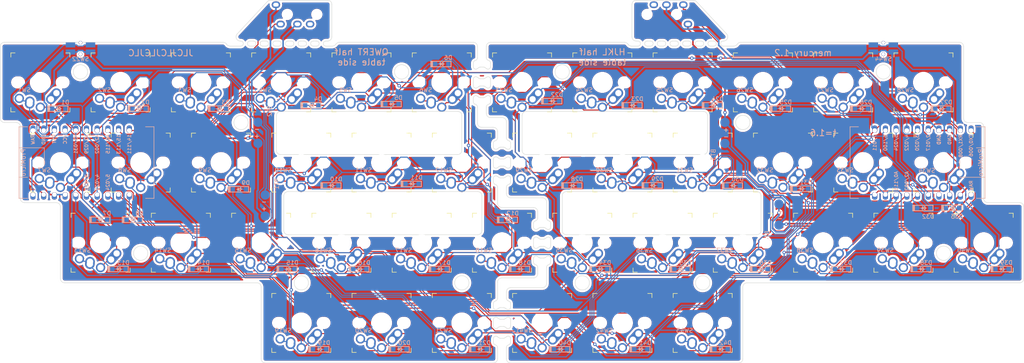
<source format=kicad_pcb>
(kicad_pcb (version 20171130) (host pcbnew "(5.1.4)-1")
  (layers (0 F.Cu signal hide) (31 B.Cu signal hide) (34 B.Paste user) (35 F.Paste user) (36 B.SilkS user) (37 F.SilkS user) (38 B.Mask user) (39 F.Mask user) (44 Edge.Cuts user))
  (net 0 "")
  (net 1 "Net-(BT1-Pad2)")
  (net 2 "Net-(BT1-Pad1)")
  (net 3 "Net-(D1-Pad1)")
  (net 4 "Net-(D1-Pad2)")
  (net 5 "Net-(D2-Pad2)")
  (net 6 "Net-(D3-Pad2)")
  (net 7 "Net-(D4-Pad2)")
  (net 8 "Net-(D5-Pad2)")
  (net 9 "Net-(D6-Pad2)")
  (net 10 "Net-(D10-Pad1)")
  (net 11 "Net-(D7-Pad2)")
  (net 12 "Net-(D8-Pad2)")
  (net 13 "Net-(D9-Pad2)")
  (net 14 "Net-(D10-Pad2)")
  (net 15 "Net-(D11-Pad2)")
  (net 16 "Net-(D12-Pad2)")
  (net 17 "Net-(D13-Pad1)")
  (net 18 "Net-(D13-Pad2)")
  (net 19 "Net-(D14-Pad2)")
  (net 20 "Net-(D15-Pad2)")
  (net 21 "Net-(D16-Pad2)")
  (net 22 "Net-(D17-Pad2)")
  (net 23 "Net-(D18-Pad2)")
  (net 24 "Net-(D19-Pad2)")
  (net 25 "Net-(D20-Pad2)")
  (net 26 "Net-(D21-Pad2)")
  (net 27 "Net-(D22-Pad1)")
  (net 28 "Net-(D22-Pad2)")
  (net 29 "Net-(D23-Pad2)")
  (net 30 "Net-(D24-Pad2)")
  (net 31 "Net-(D25-Pad2)")
  (net 32 "Net-(D26-Pad2)")
  (net 33 "Net-(D27-Pad2)")
  (net 34 "Net-(D28-Pad1)")
  (net 35 "Net-(D28-Pad2)")
  (net 36 "Net-(D29-Pad2)")
  (net 37 "Net-(D30-Pad2)")
  (net 38 "Net-(D31-Pad2)")
  (net 39 "Net-(D32-Pad2)")
  (net 40 "Net-(D33-Pad2)")
  (net 41 "Net-(D34-Pad1)")
  (net 42 "Net-(D34-Pad2)")
  (net 43 "Net-(D35-Pad2)")
  (net 44 "Net-(D36-Pad2)")
  (net 45 "Net-(D37-Pad2)")
  (net 46 "Net-(D38-Pad2)")
  (net 47 "Net-(D39-Pad2)")
  (net 48 "Net-(D40-Pad2)")
  (net 49 "Net-(D41-Pad2)")
  (net 50 "Net-(D42-Pad2)")
  (net 51 "Net-(SW1-Pad2)")
  (net 52 "Net-(SW14-Pad2)")
  (net 53 "Net-(SW15-Pad2)")
  (net 54 "Net-(SW10-Pad2)")
  (net 55 "Net-(SW11-Pad2)")
  (net 56 "Net-(SW12-Pad2)")
  (net 57 "Net-(J1-PadT)")
  (net 58 "Net-(J1-PadR2)")
  (net 59 "Net-(J2-PadR2)")
  (net 60 "Net-(SW22-Pad1)")
  (net 61 "Net-(SW44-Pad1)")
  (net 62 "Net-(J2-PadT)")
  (net 63 "Net-(SW19-Pad2)")
  (net 64 "Net-(BT3-Pad2)")
  (net 65 "Net-(BT3-Pad1)")
  (net 66 "Net-(U1-Pad21)")
  (net 67 "Net-(U2-Pad21)")
  (module keebee:Battery-TH (layer B.Cu) (at 52.9 11.975)
    (fp_text reference BT2 (at 1.5 -3.7 -90) (layer B.SilkS) (effects (justify right mirror)))
    (fp_text value Battery_Cell)
    (fp_text user - (at -1.5 -0.9) (layer B.SilkS) (effects (justify mirror)))
    (fp_text user + (at -1.5 0.75) (layer B.SilkS) (effects (justify mirror)))
    (fp_text user - (at -1.5 -0.9) (layer B.SilkS) (effects (justify mirror)))
    (fp_text user + (at -1.5 0.75) (layer B.SilkS) (effects (justify mirror)))
    (pad 2 smd circle (at -1.25 -2.5 90) (size 2.2 2.2) (layers B.Cu B.Paste B.Mask) (net 1 "Net-(BT1-Pad2)"))
    (pad 1 smd circle (at -1.25 2.5 90) (size 2.2 2.2) (layers B.Cu B.Paste B.Mask) (net 2 "Net-(BT1-Pad1)"))
  )
  (module keebee:Battery-TH (layer B.Cu) (at 174 31.4 180)
    (fp_text reference BT4 (at 1.5 -3.7 -90) (layer B.SilkS) (effects (justify left mirror)))
    (fp_text value Battery_Cell)
    (fp_text user - (at -1.5 -0.9) (layer B.SilkS) (effects (justify mirror)))
    (fp_text user + (at -1.5 0.75) (layer B.SilkS) (effects (justify mirror)))
    (fp_text user - (at -1.5 -0.9) (layer B.SilkS) (effects (justify mirror)))
    (fp_text user + (at -1.5 0.75) (layer B.SilkS) (effects (justify mirror)))
    (pad 2 smd circle (at -1.25 -2.5 270) (size 2.2 2.2) (layers B.Cu B.Paste B.Mask) (net 64 "Net-(BT3-Pad2)"))
    (pad 1 smd circle (at -1.25 2.5 270) (size 2.2 2.2) (layers B.Cu B.Paste B.Mask) (net 65 "Net-(BT3-Pad1)"))
  )
  (module keebee:Battery-TH (layer B.Cu) (at 161.2 12 180)
    (fp_text reference BT3 (at 1.5 -3.7 -90) (layer B.SilkS) (effects (justify left mirror)))
    (fp_text value Battery_Cell)
    (fp_text user - (at -1.5 -0.9) (layer B.SilkS) (effects (justify mirror)))
    (fp_text user + (at -1.5 0.75) (layer B.SilkS) (effects (justify mirror)))
    (fp_text user - (at -1.5 -0.9) (layer B.SilkS) (effects (justify mirror)))
    (fp_text user + (at -1.5 0.75) (layer B.SilkS) (effects (justify mirror)))
    (pad 2 smd circle (at -1.25 -2.5 270) (size 2.2 2.2) (layers B.Cu B.Paste B.Mask) (net 64 "Net-(BT3-Pad2)"))
    (pad 1 smd circle (at -1.25 2.5 270) (size 2.2 2.2) (layers B.Cu B.Paste B.Mask) (net 65 "Net-(BT3-Pad1)"))
  )
  (module keebee:Battery-TH (layer B.Cu) (at 54.6 29.25)
    (fp_text reference BT1 (at 1.5 -3.7 -90) (layer B.SilkS) (effects (justify right mirror)))
    (fp_text value Battery_Cell)
    (fp_text user - (at -1.5 -0.9) (layer B.SilkS) (effects (justify mirror)))
    (fp_text user + (at -1.5 0.75) (layer B.SilkS) (effects (justify mirror)))
    (fp_text user - (at -1.5 -0.9) (layer B.SilkS) (effects (justify mirror)))
    (fp_text user + (at -1.5 0.75) (layer B.SilkS) (effects (justify mirror)))
    (pad 2 smd circle (at -1.25 -2.5 90) (size 2.2 2.2) (layers B.Cu B.Paste B.Mask) (net 1 "Net-(BT1-Pad2)"))
    (pad 1 smd circle (at -1.25 2.5 90) (size 2.2 2.2) (layers B.Cu B.Paste B.Mask) (net 2 "Net-(BT1-Pad1)"))
  )
  (module keebee:MxAlpsChoc-Classic (layer F.Cu) (at 100.012 19.05)
    (fp_text reference SW12 (at -2.2 1.8) (layer B.SilkS) (effects (justify left mirror)))
    (fp_text value SW_SPST)
    (pad 1 thru_hole oval (at -2.5 4.5 266.1) (size 2.831378 2.25) (drill 1.5 (offset 0.290689 0)) (layers *.Cu *.Mask) (net 16 "Net-(D12-Pad2)"))
    (pad 1 thru_hole circle (at -2.54 5.08 180) (size 2.25 2.25) (drill 1.5) (layers *.Cu *.Mask) (net 16 "Net-(D12-Pad2)"))
    (pad 2 thru_hole oval (at 3.81 2.54 228.1) (size 4.211556 2.25) (drill 1.5 (offset 0.980778 0)) (layers *.Cu *.Mask) (net 56 "Net-(SW12-Pad2)"))
    (pad "" np_thru_hole circle (at 0 0 180) (size 4 4) (drill 4) (layers *.Cu *.Mask))
    (pad 2 thru_hole circle (at 2.5 4 180) (size 2.25 2.25) (drill 1.5) (layers *.Cu *.Mask) (net 56 "Net-(SW12-Pad2)"))
    (pad "" np_thru_hole circle (at 5.08 0 228.1) (size 1.9 1.9) (drill 1.9) (layers *.Cu *.Mask))
    (pad "" np_thru_hole circle (at -5.08 0 228.1) (size 1.9 1.9) (drill 1.9) (layers *.Cu *.Mask))
    (pad 1 thru_hole circle (at -5 3.8 180) (size 2.2 2.2) (drill 1.5) (layers *.Cu *.Mask) (net 16 "Net-(D12-Pad2)"))
    (pad 2 thru_hole circle (at 0 5.9 180) (size 2.2 2.2) (drill 1.5) (layers *.Cu *.Mask) (net 56 "Net-(SW12-Pad2)"))
    (pad "" np_thru_hole circle (at 5.5 0 228.1) (size 1.9 1.9) (drill 1.9) (layers *.Cu *.Mask))
    (pad "" np_thru_hole circle (at -5.5 0 228.1) (size 1.9 1.9) (drill 1.9) (layers *.Cu *.Mask))
  )
  (module keebee:MxAlpsChoc-Classic (layer F.Cu) (at 166.688 38.1)
    (fp_text reference SW37 (at -2.2 1.8) (layer B.SilkS) (effects (justify left mirror)))
    (fp_text value SW_SPST)
    (pad 1 thru_hole oval (at -2.5 4.5 266.1) (size 2.831378 2.25) (drill 1.5 (offset 0.290689 0)) (layers *.Cu *.Mask) (net 44 "Net-(D36-Pad2)"))
    (pad 1 thru_hole circle (at -2.54 5.08 180) (size 2.25 2.25) (drill 1.5) (layers *.Cu *.Mask) (net 44 "Net-(D36-Pad2)"))
    (pad 2 thru_hole oval (at 3.81 2.54 228.1) (size 4.211556 2.25) (drill 1.5 (offset 0.980778 0)) (layers *.Cu *.Mask) (net 53 "Net-(SW15-Pad2)"))
    (pad "" np_thru_hole circle (at 0 0 180) (size 4 4) (drill 4) (layers *.Cu *.Mask))
    (pad 2 thru_hole circle (at 2.5 4 180) (size 2.25 2.25) (drill 1.5) (layers *.Cu *.Mask) (net 53 "Net-(SW15-Pad2)"))
    (pad "" np_thru_hole circle (at 5.08 0 228.1) (size 1.9 1.9) (drill 1.9) (layers *.Cu *.Mask))
    (pad "" np_thru_hole circle (at -5.08 0 228.1) (size 1.9 1.9) (drill 1.9) (layers *.Cu *.Mask))
    (pad 1 thru_hole circle (at -5 3.8 180) (size 2.2 2.2) (drill 1.5) (layers *.Cu *.Mask) (net 44 "Net-(D36-Pad2)"))
    (pad 2 thru_hole circle (at 0 5.9 180) (size 2.2 2.2) (drill 1.5) (layers *.Cu *.Mask) (net 53 "Net-(SW15-Pad2)"))
    (pad "" np_thru_hole circle (at 5.5 0 228.1) (size 1.9 1.9) (drill 1.9) (layers *.Cu *.Mask))
    (pad "" np_thru_hole circle (at -5.5 0 228.1) (size 1.9 1.9) (drill 1.9) (layers *.Cu *.Mask))
  )
  (module keebee:nice_nano_over_mount (layer F.Cu) (at 13.4875 19.05)
    (fp_text reference U1 hide)
    (fp_text value nice_nano hide)
    (fp_text user RST (at -10.16 -5.588 90) (layer B.SilkS) (effects (font (size 0.8 0.8)) (justify mirror)))
    (fp_text user A0/115 (at 2.54 -6.75 90) (layer B.SilkS) (effects (font (size 0.8 0.8)) (justify left mirror)))
    (fp_text user A2/002 (at 0 -6.75 90) (layer B.SilkS) (effects (font (size 0.8 0.8)) (justify left mirror)))
    (fp_text user A2/029 (at -2.54 -6.75 90) (layer B.SilkS) (effects (font (size 0.8 0.8)) (justify left mirror)))
    (fp_text user RAW (at -15.24 -5.473715 90) (layer B.SilkS) (effects (font (size 0.8 0.8)) (justify mirror)))
    (fp_text user GND (at -12.7 -5.454667 90) (layer B.SilkS) (effects (font (size 0.8 0.8)) (justify mirror)))
    (fp_text user VCC (at -7.62 -5.537191 90) (layer B.SilkS) (effects (font (size 0.8 0.8)) (justify mirror)))
    (fp_text user A3/031 (at -5.08 -6.75 90) (layer B.SilkS) (effects (font (size 0.8 0.8)) (justify left mirror)))
    (fp_text user 15/113 (at 5.08 -6.75 90) (layer B.SilkS) (effects (font (size 0.8 0.8)) (justify left mirror)))
    (fp_text user 14/111 (at 7.62 -6.75 90) (layer B.SilkS) (effects (font (size 0.8 0.8)) (justify left mirror)))
    (fp_text user 5/024 (at 2.53 6.75 90) (layer B.SilkS) (effects (font (size 0.8 0.8)) (justify right mirror)))
    (fp_text user 4/022 (at 0.03 6.75 90) (layer B.SilkS) (effects (font (size 0.8 0.8)) (justify right mirror)))
    (fp_text user 3/020 (at -2.47 6.75 90) (layer B.SilkS) (effects (font (size 0.8 0.8)) (justify right mirror)))
    (fp_text user ProMicro (at -17.5 0 270) (layer B.SilkS) (effects (justify mirror)))
    (pad 15 thru_hole roundrect (at 7.62 -7.62) (size 1.2 1.7) (drill 1.05 (offset 0 -0.32)) (layers *.Cu *.Mask) (roundrect_rratio 0.4) (net 56 "Net-(SW12-Pad2)"))
    (pad 24 thru_hole roundrect (at -15.24 -7.62) (size 1.2 1.7) (drill 1.05 (offset 0 -0.32)) (layers *.Cu *.Mask) (roundrect_rratio 0.4) (net 2 "Net-(BT1-Pad1)"))
    (pad 24 thru_hole roundrect (at -15.24 -7.62) (size 1.2 1.7) (drill 1.05 (offset 0 -0.32)) (layers *.Cu *.Mask) (roundrect_rratio 0.4) (net 2 "Net-(BT1-Pad1)"))
    (pad 23 thru_hole roundrect (at -12.7 -7.62) (size 1.2 1.7) (drill 1.05 (offset 0 -0.32)) (layers *.Cu *.Mask) (roundrect_rratio 0.4) (net 1 "Net-(BT1-Pad2)"))
    (pad 22 thru_hole roundrect (at -10.16 -7.62) (size 1.2 1.7) (drill 1.05 (offset 0 -0.32)) (layers *.Cu *.Mask) (roundrect_rratio 0.4) (net 60 "Net-(SW22-Pad1)"))
    (pad 21 thru_hole roundrect (at -7.62 -7.62) (size 1.2 1.7) (drill 1.05 (offset 0 -0.32)) (layers *.Cu *.Mask) (roundrect_rratio 0.4) (net 66 "Net-(U1-Pad21)"))
    (pad 20 thru_hole roundrect (at -5.08 -7.62) (size 1.2 1.7) (drill 1.05 (offset 0 -0.32)) (layers *.Cu *.Mask) (roundrect_rratio 0.4) (net 51 "Net-(SW1-Pad2)"))
    (pad 19 thru_hole roundrect (at -2.54 -7.62) (size 1.2 1.7) (drill 1.05 (offset 0 -0.32)) (layers *.Cu *.Mask) (roundrect_rratio 0.4) (net 52 "Net-(SW14-Pad2)"))
    (pad 18 thru_hole roundrect (at 0 -7.62) (size 1.2 1.7) (drill 1.05 (offset 0 -0.32)) (layers *.Cu *.Mask) (roundrect_rratio 0.4) (net 53 "Net-(SW15-Pad2)"))
    (pad 17 thru_hole roundrect (at 2.54 -7.62) (size 1.2 1.7) (drill 1.05 (offset 0 -0.32)) (layers *.Cu *.Mask) (roundrect_rratio 0.4) (net 54 "Net-(SW10-Pad2)"))
    (pad 16 thru_hole roundrect (at 5.08 -7.62) (size 1.2 1.7) (drill 1.05 (offset 0 -0.32)) (layers *.Cu *.Mask) (roundrect_rratio 0.4) (net 55 "Net-(SW11-Pad2)"))
    (pad 15 thru_hole roundrect (at 7.62 -7.62) (size 1.2 1.7) (drill 1.05 (offset 0 -0.32)) (layers *.Cu *.Mask) (roundrect_rratio 0.4) (net 56 "Net-(SW12-Pad2)"))
    (pad 10 thru_hole roundrect (at 7.62 7.62) (size 1.2 1.7) (drill 1.05 (offset 0 0.32)) (layers *.Cu *.Mask) (roundrect_rratio 0.4) (net 27 "Net-(D22-Pad1)"))
    (pad 9 thru_hole roundrect (at 5.08 7.62) (size 1.2 1.7) (drill 1.05 (offset 0 0.32)) (layers *.Cu *.Mask) (roundrect_rratio 0.4) (net 34 "Net-(D28-Pad1)"))
    (pad 8 thru_hole roundrect (at 2.54 7.62) (size 1.2 1.7) (drill 1.05 (offset 0 0.32)) (layers *.Cu *.Mask) (roundrect_rratio 0.4) (net 41 "Net-(D34-Pad1)"))
    (pad 7 thru_hole roundrect (at 0 7.62) (size 1.2 1.7) (drill 1.05 (offset 0 0.32)) (layers *.Cu *.Mask) (roundrect_rratio 0.4) (net 3 "Net-(D1-Pad1)"))
    (pad 6 thru_hole roundrect (at -2.54 7.62) (size 1.2 1.7) (drill 1.05 (offset 0 0.32)) (layers *.Cu *.Mask) (roundrect_rratio 0.4) (net 10 "Net-(D10-Pad1)"))
    (pad 5 thru_hole roundrect (at -5.08 7.62) (size 1.2 1.7) (drill 1.05 (offset 0 0.32)) (layers *.Cu *.Mask) (roundrect_rratio 0.4) (net 17 "Net-(D13-Pad1)"))
    (pad 4 thru_hole roundrect (at -7.62 7.62) (size 1.2 1.7) (drill 1.05 (offset 0 0.32)) (layers *.Cu *.Mask) (roundrect_rratio 0.4) (net 1 "Net-(BT1-Pad2)"))
    (pad 3 thru_hole roundrect (at -10.16 7.62) (size 1.2 1.7) (drill 1.05 (offset 0 0.32)) (layers *.Cu *.Mask) (roundrect_rratio 0.4) (net 1 "Net-(BT1-Pad2)"))
    (pad 2 thru_hole roundrect (at -12.7 7.62) (size 1.2 1.7) (drill 1.05 (offset 0 0.32)) (layers *.Cu *.Mask) (roundrect_rratio 0.4) (net 57 "Net-(J1-PadT)"))
    (pad 1 thru_hole roundrect (at -15.24 7.62) (size 1.2 1.7) (drill 1.05 (offset 0 0.32)) (layers *.Cu *.Mask) (roundrect_rratio 0.4) (net 63 "Net-(SW19-Pad2)"))
  )
  (module keebee:MxAlpsChoc-Classic (layer F.Cu) (at 185.738 38.1)
    (fp_text reference SW38 (at -2.2 1.8) (layer B.SilkS) (effects (justify left mirror)))
    (fp_text value SW_SPST)
    (pad 1 thru_hole oval (at -2.5 4.5 266.1) (size 2.831378 2.25) (drill 1.5 (offset 0.290689 0)) (layers *.Cu *.Mask) (net 45 "Net-(D37-Pad2)"))
    (pad 1 thru_hole circle (at -2.54 5.08 180) (size 2.25 2.25) (drill 1.5) (layers *.Cu *.Mask) (net 45 "Net-(D37-Pad2)"))
    (pad 2 thru_hole oval (at 3.81 2.54 228.1) (size 4.211556 2.25) (drill 1.5 (offset 0.980778 0)) (layers *.Cu *.Mask) (net 54 "Net-(SW10-Pad2)"))
    (pad "" np_thru_hole circle (at 0 0 180) (size 4 4) (drill 4) (layers *.Cu *.Mask))
    (pad 2 thru_hole circle (at 2.5 4 180) (size 2.25 2.25) (drill 1.5) (layers *.Cu *.Mask) (net 54 "Net-(SW10-Pad2)"))
    (pad "" np_thru_hole circle (at 5.08 0 228.1) (size 1.9 1.9) (drill 1.9) (layers *.Cu *.Mask))
    (pad "" np_thru_hole circle (at -5.08 0 228.1) (size 1.9 1.9) (drill 1.9) (layers *.Cu *.Mask))
    (pad 1 thru_hole circle (at -5 3.8 180) (size 2.2 2.2) (drill 1.5) (layers *.Cu *.Mask) (net 45 "Net-(D37-Pad2)"))
    (pad 2 thru_hole circle (at 0 5.9 180) (size 2.2 2.2) (drill 1.5) (layers *.Cu *.Mask) (net 54 "Net-(SW10-Pad2)"))
    (pad "" np_thru_hole circle (at 5.5 0 228.1) (size 1.9 1.9) (drill 1.9) (layers *.Cu *.Mask))
    (pad "" np_thru_hole circle (at -5.5 0 228.1) (size 1.9 1.9) (drill 1.9) (layers *.Cu *.Mask))
  )
  (module keebee:MxAlpsChoc-Classic (layer F.Cu) (at 176.212 19.05)
    (fp_text reference SW32 (at -2.2 1.8) (layer B.SilkS) (effects (justify left mirror)))
    (fp_text value SW_SPST)
    (pad 1 thru_hole oval (at -2.5 4.5 266.1) (size 2.831378 2.25) (drill 1.5 (offset 0.290689 0)) (layers *.Cu *.Mask) (net 38 "Net-(D31-Pad2)"))
    (pad 1 thru_hole circle (at -2.54 5.08 180) (size 2.25 2.25) (drill 1.5) (layers *.Cu *.Mask) (net 38 "Net-(D31-Pad2)"))
    (pad 2 thru_hole oval (at 3.81 2.54 228.1) (size 4.211556 2.25) (drill 1.5 (offset 0.980778 0)) (layers *.Cu *.Mask) (net 54 "Net-(SW10-Pad2)"))
    (pad "" np_thru_hole circle (at 0 0 180) (size 4 4) (drill 4) (layers *.Cu *.Mask))
    (pad 2 thru_hole circle (at 2.5 4 180) (size 2.25 2.25) (drill 1.5) (layers *.Cu *.Mask) (net 54 "Net-(SW10-Pad2)"))
    (pad "" np_thru_hole circle (at 5.08 0 228.1) (size 1.9 1.9) (drill 1.9) (layers *.Cu *.Mask))
    (pad "" np_thru_hole circle (at -5.08 0 228.1) (size 1.9 1.9) (drill 1.9) (layers *.Cu *.Mask))
    (pad 1 thru_hole circle (at -5 3.8 180) (size 2.2 2.2) (drill 1.5) (layers *.Cu *.Mask) (net 38 "Net-(D31-Pad2)"))
    (pad 2 thru_hole circle (at 0 5.9 180) (size 2.2 2.2) (drill 1.5) (layers *.Cu *.Mask) (net 54 "Net-(SW10-Pad2)"))
    (pad "" np_thru_hole circle (at 5.5 0 228.1) (size 1.9 1.9) (drill 1.9) (layers *.Cu *.Mask))
    (pad "" np_thru_hole circle (at -5.5 0 228.1) (size 1.9 1.9) (drill 1.9) (layers *.Cu *.Mask))
  )
  (module keebee:MxAlpsChoc-Classic (layer F.Cu) (at 190.5 0)
    (fp_text reference SW27 (at -2.2 1.8) (layer B.SilkS) (effects (justify left mirror)))
    (fp_text value SW_SPST)
    (pad 1 thru_hole oval (at -2.5 4.5 266.1) (size 2.831378 2.25) (drill 1.5 (offset 0.290689 0)) (layers *.Cu *.Mask) (net 32 "Net-(D26-Pad2)"))
    (pad 1 thru_hole circle (at -2.54 5.08 180) (size 2.25 2.25) (drill 1.5) (layers *.Cu *.Mask) (net 32 "Net-(D26-Pad2)"))
    (pad 2 thru_hole oval (at 3.81 2.54 228.1) (size 4.211556 2.25) (drill 1.5 (offset 0.980778 0)) (layers *.Cu *.Mask) (net 55 "Net-(SW11-Pad2)"))
    (pad "" np_thru_hole circle (at 0 0 180) (size 4 4) (drill 4) (layers *.Cu *.Mask))
    (pad 2 thru_hole circle (at 2.5 4 180) (size 2.25 2.25) (drill 1.5) (layers *.Cu *.Mask) (net 55 "Net-(SW11-Pad2)"))
    (pad "" np_thru_hole circle (at 5.08 0 228.1) (size 1.9 1.9) (drill 1.9) (layers *.Cu *.Mask))
    (pad "" np_thru_hole circle (at -5.08 0 228.1) (size 1.9 1.9) (drill 1.9) (layers *.Cu *.Mask))
    (pad 1 thru_hole circle (at -5 3.8 180) (size 2.2 2.2) (drill 1.5) (layers *.Cu *.Mask) (net 32 "Net-(D26-Pad2)"))
    (pad 2 thru_hole circle (at 0 5.9 180) (size 2.2 2.2) (drill 1.5) (layers *.Cu *.Mask) (net 55 "Net-(SW11-Pad2)"))
    (pad "" np_thru_hole circle (at 5.5 0 228.1) (size 1.9 1.9) (drill 1.9) (layers *.Cu *.Mask))
    (pad "" np_thru_hole circle (at -5.5 0 228.1) (size 1.9 1.9) (drill 1.9) (layers *.Cu *.Mask))
  )
  (module keebee:MxAlpsChoc-Classic (layer F.Cu) (at 152.4 0)
    (fp_text reference SW25 (at -2.2 1.8) (layer B.SilkS) (effects (justify left mirror)))
    (fp_text value SW_SPST)
    (pad 1 thru_hole oval (at -2.5 4.5 266.1) (size 2.831378 2.25) (drill 1.5 (offset 0.290689 0)) (layers *.Cu *.Mask) (net 30 "Net-(D24-Pad2)"))
    (pad 1 thru_hole circle (at -2.54 5.08 180) (size 2.25 2.25) (drill 1.5) (layers *.Cu *.Mask) (net 30 "Net-(D24-Pad2)"))
    (pad 2 thru_hole oval (at 3.81 2.54 228.1) (size 4.211556 2.25) (drill 1.5 (offset 0.980778 0)) (layers *.Cu *.Mask) (net 53 "Net-(SW15-Pad2)"))
    (pad "" np_thru_hole circle (at 0 0 180) (size 4 4) (drill 4) (layers *.Cu *.Mask))
    (pad 2 thru_hole circle (at 2.5 4 180) (size 2.25 2.25) (drill 1.5) (layers *.Cu *.Mask) (net 53 "Net-(SW15-Pad2)"))
    (pad "" np_thru_hole circle (at 5.08 0 228.1) (size 1.9 1.9) (drill 1.9) (layers *.Cu *.Mask))
    (pad "" np_thru_hole circle (at -5.08 0 228.1) (size 1.9 1.9) (drill 1.9) (layers *.Cu *.Mask))
    (pad 1 thru_hole circle (at -5 3.8 180) (size 2.2 2.2) (drill 1.5) (layers *.Cu *.Mask) (net 30 "Net-(D24-Pad2)"))
    (pad 2 thru_hole circle (at 0 5.9 180) (size 2.2 2.2) (drill 1.5) (layers *.Cu *.Mask) (net 53 "Net-(SW15-Pad2)"))
    (pad "" np_thru_hole circle (at 5.5 0 228.1) (size 1.9 1.9) (drill 1.9) (layers *.Cu *.Mask))
    (pad "" np_thru_hole circle (at -5.5 0 228.1) (size 1.9 1.9) (drill 1.9) (layers *.Cu *.Mask))
  )
  (module keebee:nice_nano_over_mount (layer F.Cu) (at 205.6 19.05 180)
    (fp_text reference U2 hide)
    (fp_text value nice_nano hide)
    (fp_text user 7/011 (at 7.62 6.75 90) (layer B.SilkS) (effects (font (size 0.8 0.8)) (justify left mirror)))
    (fp_text user ProMicro (at -17.5 0 270) (layer B.SilkS) (effects (justify mirror)))
    (fp_text user RX1/008 (at -12.77 6.75 90) (layer B.SilkS) (effects (font (size 0.8 0.8)) (justify left mirror)))
    (fp_text user 3/020 (at -2.47 6.75 90) (layer B.SilkS) (effects (font (size 0.8 0.8)) (justify left mirror)))
    (fp_text user 2/017 (at -5.08 6.75 90) (layer B.SilkS) (effects (font (size 0.8 0.8)) (justify left mirror)))
    (fp_text user GND (at -7.62 5.461 90) (layer B.SilkS) (effects (font (size 0.8 0.8)) (justify mirror)))
    (fp_text user GND (at -10.16 5.461 90) (layer B.SilkS) (effects (font (size 0.8 0.8)) (justify mirror)))
    (fp_text user 4/022 (at 0.03 6.75 90) (layer B.SilkS) (effects (font (size 0.8 0.8)) (justify left mirror)))
    (fp_text user 5/024 (at 2.53 6.75 90) (layer B.SilkS) (effects (font (size 0.8 0.8)) (justify left mirror)))
    (fp_text user 6/100 (at 5.08 6.75 90) (layer B.SilkS) (effects (font (size 0.8 0.8)) (justify left mirror)))
    (fp_text user GND (at -7.62 5.461 90) (layer B.SilkS) (effects (font (size 0.8 0.8)) (justify mirror)))
    (fp_text user RAW (at -15.24 -5.473715 90) (layer B.SilkS) (effects (font (size 0.8 0.8)) (justify mirror)))
    (fp_text user A2/002 (at 0 -6.75 90) (layer B.SilkS) (effects (font (size 0.8 0.8)) (justify right mirror)))
    (fp_text user A0/115 (at 2.54 -6.75 90) (layer B.SilkS) (effects (font (size 0.8 0.8)) (justify right mirror)))
    (fp_text user TX0/006 (at -15.24 6.75 90) (layer B.SilkS) (effects (font (size 0.8 0.8)) (justify left mirror)))
    (pad 1 thru_hole roundrect (at -15.24 7.62 180) (size 1.2 1.7) (drill 1.05 (offset 0 0.32)) (layers *.Cu *.Mask) (roundrect_rratio 0.4) (net 63 "Net-(SW19-Pad2)"))
    (pad 2 thru_hole roundrect (at -12.7 7.62 180) (size 1.2 1.7) (drill 1.05 (offset 0 0.32)) (layers *.Cu *.Mask) (roundrect_rratio 0.4) (net 62 "Net-(J2-PadT)"))
    (pad 3 thru_hole roundrect (at -10.16 7.62 180) (size 1.2 1.7) (drill 1.05 (offset 0 0.32)) (layers *.Cu *.Mask) (roundrect_rratio 0.4) (net 64 "Net-(BT3-Pad2)"))
    (pad 4 thru_hole roundrect (at -7.62 7.62 180) (size 1.2 1.7) (drill 1.05 (offset 0 0.32)) (layers *.Cu *.Mask) (roundrect_rratio 0.4) (net 64 "Net-(BT3-Pad2)"))
    (pad 5 thru_hole roundrect (at -5.08 7.62 180) (size 1.2 1.7) (drill 1.05 (offset 0 0.32)) (layers *.Cu *.Mask) (roundrect_rratio 0.4) (net 17 "Net-(D13-Pad1)"))
    (pad 6 thru_hole roundrect (at -2.54 7.62 180) (size 1.2 1.7) (drill 1.05 (offset 0 0.32)) (layers *.Cu *.Mask) (roundrect_rratio 0.4) (net 10 "Net-(D10-Pad1)"))
    (pad 7 thru_hole roundrect (at 0 7.62 180) (size 1.2 1.7) (drill 1.05 (offset 0 0.32)) (layers *.Cu *.Mask) (roundrect_rratio 0.4) (net 3 "Net-(D1-Pad1)"))
    (pad 8 thru_hole roundrect (at 2.54 7.62 180) (size 1.2 1.7) (drill 1.05 (offset 0 0.32)) (layers *.Cu *.Mask) (roundrect_rratio 0.4) (net 41 "Net-(D34-Pad1)"))
    (pad 9 thru_hole roundrect (at 5.08 7.62 180) (size 1.2 1.7) (drill 1.05 (offset 0 0.32)) (layers *.Cu *.Mask) (roundrect_rratio 0.4) (net 34 "Net-(D28-Pad1)"))
    (pad 10 thru_hole roundrect (at 7.62 7.62 180) (size 1.2 1.7) (drill 1.05 (offset 0 0.32)) (layers *.Cu *.Mask) (roundrect_rratio 0.4) (net 27 "Net-(D22-Pad1)"))
    (pad 15 thru_hole roundrect (at 7.62 -7.62 180) (size 1.2 1.7) (drill 1.05 (offset 0 -0.32)) (layers *.Cu *.Mask) (roundrect_rratio 0.4) (net 56 "Net-(SW12-Pad2)"))
    (pad 16 thru_hole roundrect (at 5.08 -7.62 180) (size 1.2 1.7) (drill 1.05 (offset 0 -0.32)) (layers *.Cu *.Mask) (roundrect_rratio 0.4) (net 55 "Net-(SW11-Pad2)"))
    (pad 17 thru_hole roundrect (at 2.54 -7.62 180) (size 1.2 1.7) (drill 1.05 (offset 0 -0.32)) (layers *.Cu *.Mask) (roundrect_rratio 0.4) (net 54 "Net-(SW10-Pad2)"))
    (pad 18 thru_hole roundrect (at 0 -7.62 180) (size 1.2 1.7) (drill 1.05 (offset 0 -0.32)) (layers *.Cu *.Mask) (roundrect_rratio 0.4) (net 53 "Net-(SW15-Pad2)"))
    (pad 19 thru_hole roundrect (at -2.54 -7.62 180) (size 1.2 1.7) (drill 1.05 (offset 0 -0.32)) (layers *.Cu *.Mask) (roundrect_rratio 0.4) (net 52 "Net-(SW14-Pad2)"))
    (pad 20 thru_hole roundrect (at -5.08 -7.62 180) (size 1.2 1.7) (drill 1.05 (offset 0 -0.32)) (layers *.Cu *.Mask) (roundrect_rratio 0.4) (net 51 "Net-(SW1-Pad2)"))
    (pad 21 thru_hole roundrect (at -7.62 -7.62 180) (size 1.2 1.7) (drill 1.05 (offset 0 -0.32)) (layers *.Cu *.Mask) (roundrect_rratio 0.4) (net 67 "Net-(U2-Pad21)"))
    (pad 22 thru_hole roundrect (at -10.16 -7.62 180) (size 1.2 1.7) (drill 1.05 (offset 0 -0.32)) (layers *.Cu *.Mask) (roundrect_rratio 0.4) (net 61 "Net-(SW44-Pad1)"))
    (pad 23 thru_hole roundrect (at -12.7 -7.62 180) (size 1.2 1.7) (drill 1.05 (offset 0 -0.32)) (layers *.Cu *.Mask) (roundrect_rratio 0.4) (net 64 "Net-(BT3-Pad2)"))
    (pad 24 thru_hole roundrect (at -15.24 -7.62 180) (size 1.2 1.7) (drill 1.05 (offset 0 -0.32)) (layers *.Cu *.Mask) (roundrect_rratio 0.4) (net 65 "Net-(BT3-Pad1)"))
    (pad 24 thru_hole roundrect (at -15.24 -7.62 180) (size 1.2 1.7) (drill 1.05 (offset 0 -0.32)) (layers *.Cu *.Mask) (roundrect_rratio 0.4) (net 65 "Net-(BT3-Pad1)"))
    (pad 15 thru_hole roundrect (at 7.62 -7.62 180) (size 1.2 1.7) (drill 1.05 (offset 0 -0.32)) (layers *.Cu *.Mask) (roundrect_rratio 0.4) (net 56 "Net-(SW12-Pad2)"))
  )
  (module keebee:TRRS-PJ-320A (layer F.Cu) (at 142.362 -16.15 90)
    (fp_text reference J2)
    (fp_text value AudioJack4)
    (pad R1 thru_hole oval (at 2.3 6.2 90) (size 1.6 2) (drill oval 0.9 1.3) (layers *.Cu *.Mask) (net 64 "Net-(BT3-Pad2)"))
    (pad "" np_thru_hole circle (at 0 1.6 90) (size 1.7 1.7) (drill 1.7) (layers *.Cu *.Mask))
    (pad "" np_thru_hole circle (at 0 8.6 90) (size 1.7 1.7) (drill 1.7) (layers *.Cu *.Mask))
    (pad R2 thru_hole oval (at 2.3 3.2 90) (size 1.6 2) (drill oval 0.9 1.3) (layers *.Cu *.Mask) (net 59 "Net-(J2-PadR2)"))
    (pad T thru_hole oval (at 2.3 10.2 90) (size 1.6 2) (drill oval 0.9 1.3) (layers *.Cu *.Mask) (net 62 "Net-(J2-PadT)"))
    (pad S thru_hole oval (at -2.3 11.3 90) (size 1.6 2) (drill oval 0.9 1.3) (layers *.Cu *.Mask) (net 65 "Net-(BT3-Pad1)"))
  )
  (module keebee:TRRS-PJ-320A (layer F.Cu) (at 67.2 -16.15 270)
    (fp_text reference J1)
    (fp_text value AudioJack4)
    (pad R1 thru_hole oval (at 2.3 6.2 270) (size 1.6 2) (drill oval 0.9 1.3) (layers *.Cu *.Mask) (net 1 "Net-(BT1-Pad2)"))
    (pad "" np_thru_hole circle (at 0 1.6 270) (size 1.7 1.7) (drill 1.7) (layers *.Cu *.Mask))
    (pad "" np_thru_hole circle (at 0 8.6 270) (size 1.7 1.7) (drill 1.7) (layers *.Cu *.Mask))
    (pad R2 thru_hole oval (at 2.3 3.2 270) (size 1.6 2) (drill oval 0.9 1.3) (layers *.Cu *.Mask) (net 58 "Net-(J1-PadR2)"))
    (pad T thru_hole oval (at 2.3 10.2 270) (size 1.6 2) (drill oval 0.9 1.3) (layers *.Cu *.Mask) (net 57 "Net-(J1-PadT)"))
    (pad S thru_hole oval (at -2.3 11.3 270) (size 1.6 2) (drill oval 0.9 1.3) (layers *.Cu *.Mask) (net 2 "Net-(BT1-Pad1)"))
  )
  (module keebee:MxAlpsChoc-Classic (layer F.Cu) (at 128.588 38.1)
    (fp_text reference SW35 (at -2.2 1.8) (layer B.SilkS) (effects (justify left mirror)))
    (fp_text value SW_SPST)
    (pad 1 thru_hole oval (at -2.5 4.5 266.1) (size 2.831378 2.25) (drill 1.5 (offset 0.290689 0)) (layers *.Cu *.Mask) (net 42 "Net-(D34-Pad2)"))
    (pad 1 thru_hole circle (at -2.54 5.08 180) (size 2.25 2.25) (drill 1.5) (layers *.Cu *.Mask) (net 42 "Net-(D34-Pad2)"))
    (pad 2 thru_hole oval (at 3.81 2.54 228.1) (size 4.211556 2.25) (drill 1.5 (offset 0.980778 0)) (layers *.Cu *.Mask) (net 51 "Net-(SW1-Pad2)"))
    (pad "" np_thru_hole circle (at 0 0 180) (size 4 4) (drill 4) (layers *.Cu *.Mask))
    (pad 2 thru_hole circle (at 2.5 4 180) (size 2.25 2.25) (drill 1.5) (layers *.Cu *.Mask) (net 51 "Net-(SW1-Pad2)"))
    (pad "" np_thru_hole circle (at 5.08 0 228.1) (size 1.9 1.9) (drill 1.9) (layers *.Cu *.Mask))
    (pad "" np_thru_hole circle (at -5.08 0 228.1) (size 1.9 1.9) (drill 1.9) (layers *.Cu *.Mask))
    (pad 1 thru_hole circle (at -5 3.8 180) (size 2.2 2.2) (drill 1.5) (layers *.Cu *.Mask) (net 42 "Net-(D34-Pad2)"))
    (pad 2 thru_hole circle (at 0 5.9 180) (size 2.2 2.2) (drill 1.5) (layers *.Cu *.Mask) (net 51 "Net-(SW1-Pad2)"))
    (pad "" np_thru_hole circle (at 5.5 0 228.1) (size 1.9 1.9) (drill 1.9) (layers *.Cu *.Mask))
    (pad "" np_thru_hole circle (at -5.5 0 228.1) (size 1.9 1.9) (drill 1.9) (layers *.Cu *.Mask))
  )
  (module keebee:MxAlpsChoc-Classic (layer F.Cu) (at 147.638 38.1)
    (fp_text reference SW36 (at -2.2 1.8) (layer B.SilkS) (effects (justify left mirror)))
    (fp_text value SW_SPST)
    (pad 1 thru_hole oval (at -2.5 4.5 266.1) (size 2.831378 2.25) (drill 1.5 (offset 0.290689 0)) (layers *.Cu *.Mask) (net 43 "Net-(D35-Pad2)"))
    (pad 1 thru_hole circle (at -2.54 5.08 180) (size 2.25 2.25) (drill 1.5) (layers *.Cu *.Mask) (net 43 "Net-(D35-Pad2)"))
    (pad 2 thru_hole oval (at 3.81 2.54 228.1) (size 4.211556 2.25) (drill 1.5 (offset 0.980778 0)) (layers *.Cu *.Mask) (net 52 "Net-(SW14-Pad2)"))
    (pad "" np_thru_hole circle (at 0 0 180) (size 4 4) (drill 4) (layers *.Cu *.Mask))
    (pad 2 thru_hole circle (at 2.5 4 180) (size 2.25 2.25) (drill 1.5) (layers *.Cu *.Mask) (net 52 "Net-(SW14-Pad2)"))
    (pad "" np_thru_hole circle (at 5.08 0 228.1) (size 1.9 1.9) (drill 1.9) (layers *.Cu *.Mask))
    (pad "" np_thru_hole circle (at -5.08 0 228.1) (size 1.9 1.9) (drill 1.9) (layers *.Cu *.Mask))
    (pad 1 thru_hole circle (at -5 3.8 180) (size 2.2 2.2) (drill 1.5) (layers *.Cu *.Mask) (net 43 "Net-(D35-Pad2)"))
    (pad 2 thru_hole circle (at 0 5.9 180) (size 2.2 2.2) (drill 1.5) (layers *.Cu *.Mask) (net 52 "Net-(SW14-Pad2)"))
    (pad "" np_thru_hole circle (at 5.5 0 228.1) (size 1.9 1.9) (drill 1.9) (layers *.Cu *.Mask))
    (pad "" np_thru_hole circle (at -5.5 0 228.1) (size 1.9 1.9) (drill 1.9) (layers *.Cu *.Mask))
  )
  (module keebee:MxAlpsChoc-Classic (layer F.Cu) (at 114.3 0)
    (fp_text reference SW23 (at -2.2 1.8) (layer B.SilkS) (effects (justify left mirror)))
    (fp_text value SW_SPST)
    (pad 1 thru_hole oval (at -2.5 4.5 266.1) (size 2.831378 2.25) (drill 1.5 (offset 0.290689 0)) (layers *.Cu *.Mask) (net 28 "Net-(D22-Pad2)"))
    (pad 1 thru_hole circle (at -2.54 5.08 180) (size 2.25 2.25) (drill 1.5) (layers *.Cu *.Mask) (net 28 "Net-(D22-Pad2)"))
    (pad 2 thru_hole oval (at 3.81 2.54 228.1) (size 4.211556 2.25) (drill 1.5 (offset 0.980778 0)) (layers *.Cu *.Mask) (net 51 "Net-(SW1-Pad2)"))
    (pad "" np_thru_hole circle (at 0 0 180) (size 4 4) (drill 4) (layers *.Cu *.Mask))
    (pad 2 thru_hole circle (at 2.5 4 180) (size 2.25 2.25) (drill 1.5) (layers *.Cu *.Mask) (net 51 "Net-(SW1-Pad2)"))
    (pad "" np_thru_hole circle (at 5.08 0 228.1) (size 1.9 1.9) (drill 1.9) (layers *.Cu *.Mask))
    (pad "" np_thru_hole circle (at -5.08 0 228.1) (size 1.9 1.9) (drill 1.9) (layers *.Cu *.Mask))
    (pad 1 thru_hole circle (at -5 3.8 180) (size 2.2 2.2) (drill 1.5) (layers *.Cu *.Mask) (net 28 "Net-(D22-Pad2)"))
    (pad 2 thru_hole circle (at 0 5.9 180) (size 2.2 2.2) (drill 1.5) (layers *.Cu *.Mask) (net 51 "Net-(SW1-Pad2)"))
    (pad "" np_thru_hole circle (at 5.5 0 228.1) (size 1.9 1.9) (drill 1.9) (layers *.Cu *.Mask))
    (pad "" np_thru_hole circle (at -5.5 0 228.1) (size 1.9 1.9) (drill 1.9) (layers *.Cu *.Mask))
  )
  (module keebee:MxAlpsChoc-Classic (layer F.Cu) (at 57.15 0)
    (fp_text reference SW4 (at -2.2 1.8) (layer B.SilkS) (effects (justify left mirror)))
    (fp_text value SW_SPST)
    (pad 1 thru_hole oval (at -2.5 4.5 266.1) (size 2.831378 2.25) (drill 1.5 (offset 0.290689 0)) (layers *.Cu *.Mask) (net 7 "Net-(D4-Pad2)"))
    (pad 1 thru_hole circle (at -2.54 5.08 180) (size 2.25 2.25) (drill 1.5) (layers *.Cu *.Mask) (net 7 "Net-(D4-Pad2)"))
    (pad 2 thru_hole oval (at 3.81 2.54 228.1) (size 4.211556 2.25) (drill 1.5 (offset 0.980778 0)) (layers *.Cu *.Mask) (net 54 "Net-(SW10-Pad2)"))
    (pad "" np_thru_hole circle (at 0 0 180) (size 4 4) (drill 4) (layers *.Cu *.Mask))
    (pad 2 thru_hole circle (at 2.5 4 180) (size 2.25 2.25) (drill 1.5) (layers *.Cu *.Mask) (net 54 "Net-(SW10-Pad2)"))
    (pad "" np_thru_hole circle (at 5.08 0 228.1) (size 1.9 1.9) (drill 1.9) (layers *.Cu *.Mask))
    (pad "" np_thru_hole circle (at -5.08 0 228.1) (size 1.9 1.9) (drill 1.9) (layers *.Cu *.Mask))
    (pad 1 thru_hole circle (at -5 3.8 180) (size 2.2 2.2) (drill 1.5) (layers *.Cu *.Mask) (net 7 "Net-(D4-Pad2)"))
    (pad 2 thru_hole circle (at 0 5.9 180) (size 2.2 2.2) (drill 1.5) (layers *.Cu *.Mask) (net 54 "Net-(SW10-Pad2)"))
    (pad "" np_thru_hole circle (at 5.5 0 228.1) (size 1.9 1.9) (drill 1.9) (layers *.Cu *.Mask))
    (pad "" np_thru_hole circle (at -5.5 0 228.1) (size 1.9 1.9) (drill 1.9) (layers *.Cu *.Mask))
  )
  (module keebee:MxAlpsChoc-Classic (layer F.Cu) (at 204.788 38.1001)
    (fp_text reference SW39 (at -2.2 1.8) (layer B.SilkS) (effects (justify left mirror)))
    (fp_text value SW_SPST)
    (pad 1 thru_hole oval (at -2.5 4.5 266.1) (size 2.831378 2.25) (drill 1.5 (offset 0.290689 0)) (layers *.Cu *.Mask) (net 46 "Net-(D38-Pad2)"))
    (pad 1 thru_hole circle (at -2.54 5.08 180) (size 2.25 2.25) (drill 1.5) (layers *.Cu *.Mask) (net 46 "Net-(D38-Pad2)"))
    (pad 2 thru_hole oval (at 3.81 2.54 228.1) (size 4.211556 2.25) (drill 1.5 (offset 0.980778 0)) (layers *.Cu *.Mask) (net 55 "Net-(SW11-Pad2)"))
    (pad "" np_thru_hole circle (at 0 0 180) (size 4 4) (drill 4) (layers *.Cu *.Mask))
    (pad 2 thru_hole circle (at 2.5 4 180) (size 2.25 2.25) (drill 1.5) (layers *.Cu *.Mask) (net 55 "Net-(SW11-Pad2)"))
    (pad "" np_thru_hole circle (at 5.08 0 228.1) (size 1.9 1.9) (drill 1.9) (layers *.Cu *.Mask))
    (pad "" np_thru_hole circle (at -5.08 0 228.1) (size 1.9 1.9) (drill 1.9) (layers *.Cu *.Mask))
    (pad 1 thru_hole circle (at -5 3.8 180) (size 2.2 2.2) (drill 1.5) (layers *.Cu *.Mask) (net 46 "Net-(D38-Pad2)"))
    (pad 2 thru_hole circle (at 0 5.9 180) (size 2.2 2.2) (drill 1.5) (layers *.Cu *.Mask) (net 55 "Net-(SW11-Pad2)"))
    (pad "" np_thru_hole circle (at 5.5 0 228.1) (size 1.9 1.9) (drill 1.9) (layers *.Cu *.Mask))
    (pad "" np_thru_hole circle (at -5.5 0 228.1) (size 1.9 1.9) (drill 1.9) (layers *.Cu *.Mask))
  )
  (module keebee:YD-3414 (layer B.Cu) (at 200.025 -10.8188 180)
    (fp_text reference SW44 (at 0 -5.25) (layer B.SilkS) (effects (justify mirror)))
    (fp_text value SW_SPST)
    (pad M1 thru_hole circle (at 0 -4.125 180) (size 0.85 0.85) (drill 0.75) (layers *.Cu *.Mask))
    (pad M1 thru_hole circle (at 0 -1.375 180) (size 0.85 0.85) (drill 0.75) (layers *.Cu *.Mask))
    (pad 1 smd rect (at -2.375 -1.9 180) (size 2.25 1.2) (layers B.Cu B.Paste B.Mask) (net 61 "Net-(SW44-Pad1)"))
    (pad 2 smd rect (at -2.375 -3.6 180) (size 2.25 1.2) (layers B.Cu B.Paste B.Mask) (net 64 "Net-(BT3-Pad2)"))
    (pad 2 smd rect (at 2.375 -3.6 180) (size 2.25 1.2) (layers B.Cu B.Paste B.Mask) (net 64 "Net-(BT3-Pad2)"))
    (pad 1 smd rect (at 2.375 -1.9 180) (size 2.25 1.2) (layers B.Cu B.Paste B.Mask) (net 61 "Net-(SW44-Pad1)"))
  )
  (module keebee:MxAlpsChoc-Classic (layer F.Cu) (at 157.162 57.15)
    (fp_text reference SW43 (at -2.2 1.8) (layer B.SilkS) (effects (justify left mirror)))
    (fp_text value SW_SPST)
    (pad 1 thru_hole oval (at -2.5 4.5 266.1) (size 2.831378 2.25) (drill 1.5 (offset 0.290689 0)) (layers *.Cu *.Mask) (net 50 "Net-(D42-Pad2)"))
    (pad 1 thru_hole circle (at -2.54 5.08 180) (size 2.25 2.25) (drill 1.5) (layers *.Cu *.Mask) (net 50 "Net-(D42-Pad2)"))
    (pad 2 thru_hole oval (at 3.81 2.54 228.1) (size 4.211556 2.25) (drill 1.5 (offset 0.980778 0)) (layers *.Cu *.Mask) (net 63 "Net-(SW19-Pad2)"))
    (pad "" np_thru_hole circle (at 0 0 180) (size 4 4) (drill 4) (layers *.Cu *.Mask))
    (pad 2 thru_hole circle (at 2.5 4 180) (size 2.25 2.25) (drill 1.5) (layers *.Cu *.Mask) (net 63 "Net-(SW19-Pad2)"))
    (pad "" np_thru_hole circle (at 5.08 0 228.1) (size 1.9 1.9) (drill 1.9) (layers *.Cu *.Mask))
    (pad "" np_thru_hole circle (at -5.08 0 228.1) (size 1.9 1.9) (drill 1.9) (layers *.Cu *.Mask))
    (pad 1 thru_hole circle (at -5 3.8 180) (size 2.2 2.2) (drill 1.5) (layers *.Cu *.Mask) (net 50 "Net-(D42-Pad2)"))
    (pad 2 thru_hole circle (at 0 5.9 180) (size 2.2 2.2) (drill 1.5) (layers *.Cu *.Mask) (net 63 "Net-(SW19-Pad2)"))
    (pad "" np_thru_hole circle (at 5.5 0 228.1) (size 1.9 1.9) (drill 1.9) (layers *.Cu *.Mask))
    (pad "" np_thru_hole circle (at -5.5 0 228.1) (size 1.9 1.9) (drill 1.9) (layers *.Cu *.Mask))
  )
  (module keebee:MxAlpsChoc-Classic (layer F.Cu) (at 138.112 57.15)
    (fp_text reference SW42 (at -2.2 1.8) (layer B.SilkS) (effects (justify left mirror)))
    (fp_text value SW_SPST)
    (pad 1 thru_hole oval (at -2.5 4.5 266.1) (size 2.831378 2.25) (drill 1.5 (offset 0.290689 0)) (layers *.Cu *.Mask) (net 49 "Net-(D41-Pad2)"))
    (pad 1 thru_hole circle (at -2.54 5.08 180) (size 2.25 2.25) (drill 1.5) (layers *.Cu *.Mask) (net 49 "Net-(D41-Pad2)"))
    (pad 2 thru_hole oval (at 3.81 2.54 228.1) (size 4.211556 2.25) (drill 1.5 (offset 0.980778 0)) (layers *.Cu *.Mask) (net 63 "Net-(SW19-Pad2)"))
    (pad "" np_thru_hole circle (at 0 0 180) (size 4 4) (drill 4) (layers *.Cu *.Mask))
    (pad 2 thru_hole circle (at 2.5 4 180) (size 2.25 2.25) (drill 1.5) (layers *.Cu *.Mask) (net 63 "Net-(SW19-Pad2)"))
    (pad "" np_thru_hole circle (at 5.08 0 228.1) (size 1.9 1.9) (drill 1.9) (layers *.Cu *.Mask))
    (pad "" np_thru_hole circle (at -5.08 0 228.1) (size 1.9 1.9) (drill 1.9) (layers *.Cu *.Mask))
    (pad 1 thru_hole circle (at -5 3.8 180) (size 2.2 2.2) (drill 1.5) (layers *.Cu *.Mask) (net 49 "Net-(D41-Pad2)"))
    (pad 2 thru_hole circle (at 0 5.9 180) (size 2.2 2.2) (drill 1.5) (layers *.Cu *.Mask) (net 63 "Net-(SW19-Pad2)"))
    (pad "" np_thru_hole circle (at 5.5 0 228.1) (size 1.9 1.9) (drill 1.9) (layers *.Cu *.Mask))
    (pad "" np_thru_hole circle (at -5.5 0 228.1) (size 1.9 1.9) (drill 1.9) (layers *.Cu *.Mask))
  )
  (module keebee:MxAlpsChoc-Classic (layer F.Cu) (at 119.062 57.15)
    (fp_text reference SW41 (at -2.2 1.8) (layer B.SilkS) (effects (justify left mirror)))
    (fp_text value SW_SPST)
    (pad 1 thru_hole oval (at -2.5 4.5 266.1) (size 2.831378 2.25) (drill 1.5 (offset 0.290689 0)) (layers *.Cu *.Mask) (net 48 "Net-(D40-Pad2)"))
    (pad 1 thru_hole circle (at -2.54 5.08 180) (size 2.25 2.25) (drill 1.5) (layers *.Cu *.Mask) (net 48 "Net-(D40-Pad2)"))
    (pad 2 thru_hole oval (at 3.81 2.54 228.1) (size 4.211556 2.25) (drill 1.5 (offset 0.980778 0)) (layers *.Cu *.Mask) (net 63 "Net-(SW19-Pad2)"))
    (pad "" np_thru_hole circle (at 0 0 180) (size 4 4) (drill 4) (layers *.Cu *.Mask))
    (pad 2 thru_hole circle (at 2.5 4 180) (size 2.25 2.25) (drill 1.5) (layers *.Cu *.Mask) (net 63 "Net-(SW19-Pad2)"))
    (pad "" np_thru_hole circle (at 5.08 0 228.1) (size 1.9 1.9) (drill 1.9) (layers *.Cu *.Mask))
    (pad "" np_thru_hole circle (at -5.08 0 228.1) (size 1.9 1.9) (drill 1.9) (layers *.Cu *.Mask))
    (pad 1 thru_hole circle (at -5 3.8 180) (size 2.2 2.2) (drill 1.5) (layers *.Cu *.Mask) (net 48 "Net-(D40-Pad2)"))
    (pad 2 thru_hole circle (at 0 5.9 180) (size 2.2 2.2) (drill 1.5) (layers *.Cu *.Mask) (net 63 "Net-(SW19-Pad2)"))
    (pad "" np_thru_hole circle (at 5.5 0 228.1) (size 1.9 1.9) (drill 1.9) (layers *.Cu *.Mask))
    (pad "" np_thru_hole circle (at -5.5 0 228.1) (size 1.9 1.9) (drill 1.9) (layers *.Cu *.Mask))
  )
  (module keebee:MxAlpsChoc-Classic (layer F.Cu) (at 223.838 38.1)
    (fp_text reference SW40 (at -2.2 1.8) (layer B.SilkS) (effects (justify left mirror)))
    (fp_text value SW_SPST)
    (pad 1 thru_hole oval (at -2.5 4.5 266.1) (size 2.831378 2.25) (drill 1.5 (offset 0.290689 0)) (layers *.Cu *.Mask) (net 47 "Net-(D39-Pad2)"))
    (pad 1 thru_hole circle (at -2.54 5.08 180) (size 2.25 2.25) (drill 1.5) (layers *.Cu *.Mask) (net 47 "Net-(D39-Pad2)"))
    (pad 2 thru_hole oval (at 3.81 2.54 228.1) (size 4.211556 2.25) (drill 1.5 (offset 0.980778 0)) (layers *.Cu *.Mask) (net 56 "Net-(SW12-Pad2)"))
    (pad "" np_thru_hole circle (at 0 0 180) (size 4 4) (drill 4) (layers *.Cu *.Mask))
    (pad 2 thru_hole circle (at 2.5 4 180) (size 2.25 2.25) (drill 1.5) (layers *.Cu *.Mask) (net 56 "Net-(SW12-Pad2)"))
    (pad "" np_thru_hole circle (at 5.08 0 228.1) (size 1.9 1.9) (drill 1.9) (layers *.Cu *.Mask))
    (pad "" np_thru_hole circle (at -5.08 0 228.1) (size 1.9 1.9) (drill 1.9) (layers *.Cu *.Mask))
    (pad 1 thru_hole circle (at -5 3.8 180) (size 2.2 2.2) (drill 1.5) (layers *.Cu *.Mask) (net 47 "Net-(D39-Pad2)"))
    (pad 2 thru_hole circle (at 0 5.9 180) (size 2.2 2.2) (drill 1.5) (layers *.Cu *.Mask) (net 56 "Net-(SW12-Pad2)"))
    (pad "" np_thru_hole circle (at 5.5 0 228.1) (size 1.9 1.9) (drill 1.9) (layers *.Cu *.Mask))
    (pad "" np_thru_hole circle (at -5.5 0 228.1) (size 1.9 1.9) (drill 1.9) (layers *.Cu *.Mask))
  )
  (module keebee:MxAlpsChoc-Classic (layer F.Cu) (at 214.312 19.05)
    (fp_text reference SW34 (at -1.884121 1.885209) (layer B.SilkS) (effects (justify left mirror)))
    (fp_text value SW_SPST)
    (pad 1 thru_hole oval (at -2.5 4.5 266.1) (size 2.831378 2.25) (drill 1.5 (offset 0.290689 0)) (layers *.Cu *.Mask) (net 40 "Net-(D33-Pad2)"))
    (pad 1 thru_hole circle (at -2.54 5.08 180) (size 2.25 2.25) (drill 1.5) (layers *.Cu *.Mask) (net 40 "Net-(D33-Pad2)"))
    (pad 2 thru_hole oval (at 3.81 2.54 228.1) (size 4.211556 2.25) (drill 1.5 (offset 0.980778 0)) (layers *.Cu *.Mask) (net 56 "Net-(SW12-Pad2)"))
    (pad "" np_thru_hole circle (at 0 0 180) (size 4 4) (drill 4) (layers *.Cu *.Mask))
    (pad 2 thru_hole circle (at 2.5 4 180) (size 2.25 2.25) (drill 1.5) (layers *.Cu *.Mask) (net 56 "Net-(SW12-Pad2)"))
    (pad "" np_thru_hole circle (at 5.08 0 228.1) (size 1.9 1.9) (drill 1.9) (layers *.Cu *.Mask))
    (pad "" np_thru_hole circle (at -5.08 0 228.1) (size 1.9 1.9) (drill 1.9) (layers *.Cu *.Mask))
    (pad 1 thru_hole circle (at -5 3.8 180) (size 2.2 2.2) (drill 1.5) (layers *.Cu *.Mask) (net 40 "Net-(D33-Pad2)"))
    (pad 2 thru_hole circle (at 0 5.9 180) (size 2.2 2.2) (drill 1.5) (layers *.Cu *.Mask) (net 56 "Net-(SW12-Pad2)"))
    (pad "" np_thru_hole circle (at 5.5 0 228.1) (size 1.9 1.9) (drill 1.9) (layers *.Cu *.Mask))
    (pad "" np_thru_hole circle (at -5.5 0 228.1) (size 1.9 1.9) (drill 1.9) (layers *.Cu *.Mask))
  )
  (module keebee:MxAlpsChoc-Classic (layer F.Cu) (at 195.262 19.05)
    (fp_text reference SW33 (at -2.2 1.8) (layer B.SilkS) (effects (justify left mirror)))
    (fp_text value SW_SPST)
    (pad 1 thru_hole oval (at -2.5 4.5 266.1) (size 2.831378 2.25) (drill 1.5 (offset 0.290689 0)) (layers *.Cu *.Mask) (net 39 "Net-(D32-Pad2)"))
    (pad 1 thru_hole circle (at -2.54 5.08 180) (size 2.25 2.25) (drill 1.5) (layers *.Cu *.Mask) (net 39 "Net-(D32-Pad2)"))
    (pad 2 thru_hole oval (at 3.81 2.54 228.1) (size 4.211556 2.25) (drill 1.5 (offset 0.980778 0)) (layers *.Cu *.Mask) (net 55 "Net-(SW11-Pad2)"))
    (pad "" np_thru_hole circle (at 0 0 180) (size 4 4) (drill 4) (layers *.Cu *.Mask))
    (pad 2 thru_hole circle (at 2.5 4 180) (size 2.25 2.25) (drill 1.5) (layers *.Cu *.Mask) (net 55 "Net-(SW11-Pad2)"))
    (pad "" np_thru_hole circle (at 5.08 0 228.1) (size 1.9 1.9) (drill 1.9) (layers *.Cu *.Mask))
    (pad "" np_thru_hole circle (at -5.08 0 228.1) (size 1.9 1.9) (drill 1.9) (layers *.Cu *.Mask))
    (pad 1 thru_hole circle (at -5 3.8 180) (size 2.2 2.2) (drill 1.5) (layers *.Cu *.Mask) (net 39 "Net-(D32-Pad2)"))
    (pad 2 thru_hole circle (at 0 5.9 180) (size 2.2 2.2) (drill 1.5) (layers *.Cu *.Mask) (net 55 "Net-(SW11-Pad2)"))
    (pad "" np_thru_hole circle (at 5.5 0 228.1) (size 1.9 1.9) (drill 1.9) (layers *.Cu *.Mask))
    (pad "" np_thru_hole circle (at -5.5 0 228.1) (size 1.9 1.9) (drill 1.9) (layers *.Cu *.Mask))
  )
  (module keebee:MxAlpsChoc-Classic (layer F.Cu) (at 157.162 19.05)
    (fp_text reference SW31 (at -2.2 1.8) (layer B.SilkS) (effects (justify left mirror)))
    (fp_text value SW_SPST)
    (pad 1 thru_hole oval (at -2.5 4.5 266.1) (size 2.831378 2.25) (drill 1.5 (offset 0.290689 0)) (layers *.Cu *.Mask) (net 37 "Net-(D30-Pad2)"))
    (pad 1 thru_hole circle (at -2.54 5.08 180) (size 2.25 2.25) (drill 1.5) (layers *.Cu *.Mask) (net 37 "Net-(D30-Pad2)"))
    (pad 2 thru_hole oval (at 3.81 2.54 228.1) (size 4.211556 2.25) (drill 1.5 (offset 0.980778 0)) (layers *.Cu *.Mask) (net 53 "Net-(SW15-Pad2)"))
    (pad "" np_thru_hole circle (at 0 0 180) (size 4 4) (drill 4) (layers *.Cu *.Mask))
    (pad 2 thru_hole circle (at 2.5 4 180) (size 2.25 2.25) (drill 1.5) (layers *.Cu *.Mask) (net 53 "Net-(SW15-Pad2)"))
    (pad "" np_thru_hole circle (at 5.08 0 228.1) (size 1.9 1.9) (drill 1.9) (layers *.Cu *.Mask))
    (pad "" np_thru_hole circle (at -5.08 0 228.1) (size 1.9 1.9) (drill 1.9) (layers *.Cu *.Mask))
    (pad 1 thru_hole circle (at -5 3.8 180) (size 2.2 2.2) (drill 1.5) (layers *.Cu *.Mask) (net 37 "Net-(D30-Pad2)"))
    (pad 2 thru_hole circle (at 0 5.9 180) (size 2.2 2.2) (drill 1.5) (layers *.Cu *.Mask) (net 53 "Net-(SW15-Pad2)"))
    (pad "" np_thru_hole circle (at 5.5 0 228.1) (size 1.9 1.9) (drill 1.9) (layers *.Cu *.Mask))
    (pad "" np_thru_hole circle (at -5.5 0 228.1) (size 1.9 1.9) (drill 1.9) (layers *.Cu *.Mask))
  )
  (module keebee:MxAlpsChoc-Classic (layer F.Cu) (at 138.112 19.05)
    (fp_text reference SW30 (at -2.2 1.8) (layer B.SilkS) (effects (justify left mirror)))
    (fp_text value SW_SPST)
    (pad 1 thru_hole oval (at -2.5 4.5 266.1) (size 2.831378 2.25) (drill 1.5 (offset 0.290689 0)) (layers *.Cu *.Mask) (net 36 "Net-(D29-Pad2)"))
    (pad 1 thru_hole circle (at -2.54 5.08 180) (size 2.25 2.25) (drill 1.5) (layers *.Cu *.Mask) (net 36 "Net-(D29-Pad2)"))
    (pad 2 thru_hole oval (at 3.81 2.54 228.1) (size 4.211556 2.25) (drill 1.5 (offset 0.980778 0)) (layers *.Cu *.Mask) (net 52 "Net-(SW14-Pad2)"))
    (pad "" np_thru_hole circle (at 0 0 180) (size 4 4) (drill 4) (layers *.Cu *.Mask))
    (pad 2 thru_hole circle (at 2.5 4 180) (size 2.25 2.25) (drill 1.5) (layers *.Cu *.Mask) (net 52 "Net-(SW14-Pad2)"))
    (pad "" np_thru_hole circle (at 5.08 0 228.1) (size 1.9 1.9) (drill 1.9) (layers *.Cu *.Mask))
    (pad "" np_thru_hole circle (at -5.08 0 228.1) (size 1.9 1.9) (drill 1.9) (layers *.Cu *.Mask))
    (pad 1 thru_hole circle (at -5 3.8 180) (size 2.2 2.2) (drill 1.5) (layers *.Cu *.Mask) (net 36 "Net-(D29-Pad2)"))
    (pad 2 thru_hole circle (at 0 5.9 180) (size 2.2 2.2) (drill 1.5) (layers *.Cu *.Mask) (net 52 "Net-(SW14-Pad2)"))
    (pad "" np_thru_hole circle (at 5.5 0 228.1) (size 1.9 1.9) (drill 1.9) (layers *.Cu *.Mask))
    (pad "" np_thru_hole circle (at -5.5 0 228.1) (size 1.9 1.9) (drill 1.9) (layers *.Cu *.Mask))
  )
  (module keebee:MxAlpsChoc-Classic (layer F.Cu) (at 119.062 19.05)
    (fp_text reference SW29 (at -2.2 1.8) (layer B.SilkS) (effects (justify left mirror)))
    (fp_text value SW_SPST)
    (pad 1 thru_hole oval (at -2.5 4.5 266.1) (size 2.831378 2.25) (drill 1.5 (offset 0.290689 0)) (layers *.Cu *.Mask) (net 35 "Net-(D28-Pad2)"))
    (pad 1 thru_hole circle (at -2.54 5.08 180) (size 2.25 2.25) (drill 1.5) (layers *.Cu *.Mask) (net 35 "Net-(D28-Pad2)"))
    (pad 2 thru_hole oval (at 3.81 2.54 228.1) (size 4.211556 2.25) (drill 1.5 (offset 0.980778 0)) (layers *.Cu *.Mask) (net 51 "Net-(SW1-Pad2)"))
    (pad "" np_thru_hole circle (at 0 0 180) (size 4 4) (drill 4) (layers *.Cu *.Mask))
    (pad 2 thru_hole circle (at 2.5 4 180) (size 2.25 2.25) (drill 1.5) (layers *.Cu *.Mask) (net 51 "Net-(SW1-Pad2)"))
    (pad "" np_thru_hole circle (at 5.08 0 228.1) (size 1.9 1.9) (drill 1.9) (layers *.Cu *.Mask))
    (pad "" np_thru_hole circle (at -5.08 0 228.1) (size 1.9 1.9) (drill 1.9) (layers *.Cu *.Mask))
    (pad 1 thru_hole circle (at -5 3.8 180) (size 2.2 2.2) (drill 1.5) (layers *.Cu *.Mask) (net 35 "Net-(D28-Pad2)"))
    (pad 2 thru_hole circle (at 0 5.9 180) (size 2.2 2.2) (drill 1.5) (layers *.Cu *.Mask) (net 51 "Net-(SW1-Pad2)"))
    (pad "" np_thru_hole circle (at 5.5 0 228.1) (size 1.9 1.9) (drill 1.9) (layers *.Cu *.Mask))
    (pad "" np_thru_hole circle (at -5.5 0 228.1) (size 1.9 1.9) (drill 1.9) (layers *.Cu *.Mask))
  )
  (module keebee:MxAlpsChoc-Classic (layer F.Cu) (at 209.55 0)
    (fp_text reference SW28 (at -2.2 1.8) (layer B.SilkS) (effects (justify left mirror)))
    (fp_text value SW_SPST)
    (pad 1 thru_hole oval (at -2.5 4.5 266.1) (size 2.831378 2.25) (drill 1.5 (offset 0.290689 0)) (layers *.Cu *.Mask) (net 33 "Net-(D27-Pad2)"))
    (pad 1 thru_hole circle (at -2.54 5.08 180) (size 2.25 2.25) (drill 1.5) (layers *.Cu *.Mask) (net 33 "Net-(D27-Pad2)"))
    (pad 2 thru_hole oval (at 3.81 2.54 228.1) (size 4.211556 2.25) (drill 1.5 (offset 0.980778 0)) (layers *.Cu *.Mask) (net 56 "Net-(SW12-Pad2)"))
    (pad "" np_thru_hole circle (at 0 0 180) (size 4 4) (drill 4) (layers *.Cu *.Mask))
    (pad 2 thru_hole circle (at 2.5 4 180) (size 2.25 2.25) (drill 1.5) (layers *.Cu *.Mask) (net 56 "Net-(SW12-Pad2)"))
    (pad "" np_thru_hole circle (at 5.08 0 228.1) (size 1.9 1.9) (drill 1.9) (layers *.Cu *.Mask))
    (pad "" np_thru_hole circle (at -5.08 0 228.1) (size 1.9 1.9) (drill 1.9) (layers *.Cu *.Mask))
    (pad 1 thru_hole circle (at -5 3.8 180) (size 2.2 2.2) (drill 1.5) (layers *.Cu *.Mask) (net 33 "Net-(D27-Pad2)"))
    (pad 2 thru_hole circle (at 0 5.9 180) (size 2.2 2.2) (drill 1.5) (layers *.Cu *.Mask) (net 56 "Net-(SW12-Pad2)"))
    (pad "" np_thru_hole circle (at 5.5 0 228.1) (size 1.9 1.9) (drill 1.9) (layers *.Cu *.Mask))
    (pad "" np_thru_hole circle (at -5.5 0 228.1) (size 1.9 1.9) (drill 1.9) (layers *.Cu *.Mask))
  )
  (module keebee:MxAlpsChoc-Classic (layer F.Cu) (at 171.45 0)
    (fp_text reference SW26 (at -2.2 1.8) (layer B.SilkS) (effects (justify left mirror)))
    (fp_text value SW_SPST)
    (pad 1 thru_hole oval (at -2.5 4.5 266.1) (size 2.831378 2.25) (drill 1.5 (offset 0.290689 0)) (layers *.Cu *.Mask) (net 31 "Net-(D25-Pad2)"))
    (pad 1 thru_hole circle (at -2.54 5.08 180) (size 2.25 2.25) (drill 1.5) (layers *.Cu *.Mask) (net 31 "Net-(D25-Pad2)"))
    (pad 2 thru_hole oval (at 3.81 2.54 228.1) (size 4.211556 2.25) (drill 1.5 (offset 0.980778 0)) (layers *.Cu *.Mask) (net 54 "Net-(SW10-Pad2)"))
    (pad "" np_thru_hole circle (at 0 0 180) (size 4 4) (drill 4) (layers *.Cu *.Mask))
    (pad 2 thru_hole circle (at 2.5 4 180) (size 2.25 2.25) (drill 1.5) (layers *.Cu *.Mask) (net 54 "Net-(SW10-Pad2)"))
    (pad "" np_thru_hole circle (at 5.08 0 228.1) (size 1.9 1.9) (drill 1.9) (layers *.Cu *.Mask))
    (pad "" np_thru_hole circle (at -5.08 0 228.1) (size 1.9 1.9) (drill 1.9) (layers *.Cu *.Mask))
    (pad 1 thru_hole circle (at -5 3.8 180) (size 2.2 2.2) (drill 1.5) (layers *.Cu *.Mask) (net 31 "Net-(D25-Pad2)"))
    (pad 2 thru_hole circle (at 0 5.9 180) (size 2.2 2.2) (drill 1.5) (layers *.Cu *.Mask) (net 54 "Net-(SW10-Pad2)"))
    (pad "" np_thru_hole circle (at 5.5 0 228.1) (size 1.9 1.9) (drill 1.9) (layers *.Cu *.Mask))
    (pad "" np_thru_hole circle (at -5.5 0 228.1) (size 1.9 1.9) (drill 1.9) (layers *.Cu *.Mask))
  )
  (module keebee:MxAlpsChoc-Classic (layer F.Cu) (at 133.35 0)
    (fp_text reference SW24 (at -2.2 1.8) (layer B.SilkS) (effects (justify left mirror)))
    (fp_text value SW_SPST)
    (pad 1 thru_hole oval (at -2.5 4.5 266.1) (size 2.831378 2.25) (drill 1.5 (offset 0.290689 0)) (layers *.Cu *.Mask) (net 29 "Net-(D23-Pad2)"))
    (pad 1 thru_hole circle (at -2.54 5.08 180) (size 2.25 2.25) (drill 1.5) (layers *.Cu *.Mask) (net 29 "Net-(D23-Pad2)"))
    (pad 2 thru_hole oval (at 3.81 2.54 228.1) (size 4.211556 2.25) (drill 1.5 (offset 0.980778 0)) (layers *.Cu *.Mask) (net 52 "Net-(SW14-Pad2)"))
    (pad "" np_thru_hole circle (at 0 0 180) (size 4 4) (drill 4) (layers *.Cu *.Mask))
    (pad 2 thru_hole circle (at 2.5 4 180) (size 2.25 2.25) (drill 1.5) (layers *.Cu *.Mask) (net 52 "Net-(SW14-Pad2)"))
    (pad "" np_thru_hole circle (at 5.08 0 228.1) (size 1.9 1.9) (drill 1.9) (layers *.Cu *.Mask))
    (pad "" np_thru_hole circle (at -5.08 0 228.1) (size 1.9 1.9) (drill 1.9) (layers *.Cu *.Mask))
    (pad 1 thru_hole circle (at -5 3.8 180) (size 2.2 2.2) (drill 1.5) (layers *.Cu *.Mask) (net 29 "Net-(D23-Pad2)"))
    (pad 2 thru_hole circle (at 0 5.9 180) (size 2.2 2.2) (drill 1.5) (layers *.Cu *.Mask) (net 52 "Net-(SW14-Pad2)"))
    (pad "" np_thru_hole circle (at 5.5 0 228.1) (size 1.9 1.9) (drill 1.9) (layers *.Cu *.Mask))
    (pad "" np_thru_hole circle (at -5.5 0 228.1) (size 1.9 1.9) (drill 1.9) (layers *.Cu *.Mask))
  )
  (module keebee:D_SOD123 (layer B.Cu) (at 161.529 63.4009)
    (fp_text reference D42 (at 2.6 -1.5) (layer B.SilkS) (effects (justify left mirror)))
    (fp_text value D hide)
    (pad 1 smd rect (at -1.55 0) (size 1 1) (layers B.Cu B.Paste B.Mask) (net 27 "Net-(D22-Pad1)"))
    (pad 2 smd rect (at 1.55 0) (size 1 1) (layers B.Cu B.Paste B.Mask) (net 50 "Net-(D42-Pad2)"))
  )
  (module keebee:D_SOD123 (layer B.Cu) (at 142.478 63.4009)
    (fp_text reference D41 (at 2.6 -1.5) (layer B.SilkS) (effects (justify left mirror)))
    (fp_text value D hide)
    (pad 1 smd rect (at -1.55 0) (size 1 1) (layers B.Cu B.Paste B.Mask) (net 34 "Net-(D28-Pad1)"))
    (pad 2 smd rect (at 1.55 0) (size 1 1) (layers B.Cu B.Paste B.Mask) (net 49 "Net-(D41-Pad2)"))
  )
  (module keebee:D_SOD123 (layer B.Cu) (at 123.428 63.4009)
    (fp_text reference D40 (at 2.6 -1.5) (layer B.SilkS) (effects (justify left mirror)))
    (fp_text value D hide)
    (pad 1 smd rect (at -1.55 0) (size 1 1) (layers B.Cu B.Paste B.Mask) (net 41 "Net-(D34-Pad1)"))
    (pad 2 smd rect (at 1.55 0) (size 1 1) (layers B.Cu B.Paste B.Mask) (net 48 "Net-(D40-Pad2)"))
  )
  (module keebee:D_SOD123 (layer B.Cu) (at 228.204 44.3509)
    (fp_text reference D39 (at 2.6 -1.5) (layer B.SilkS) (effects (justify left mirror)))
    (fp_text value D hide)
    (pad 1 smd rect (at -1.55 0) (size 1 1) (layers B.Cu B.Paste B.Mask) (net 41 "Net-(D34-Pad1)"))
    (pad 2 smd rect (at 1.55 0) (size 1 1) (layers B.Cu B.Paste B.Mask) (net 47 "Net-(D39-Pad2)"))
  )
  (module keebee:D_SOD123 (layer B.Cu) (at 209.154 44.3509)
    (fp_text reference D38 (at 2.6 -1.5) (layer B.SilkS) (effects (justify left mirror)))
    (fp_text value D hide)
    (pad 1 smd rect (at -1.55 0) (size 1 1) (layers B.Cu B.Paste B.Mask) (net 41 "Net-(D34-Pad1)"))
    (pad 2 smd rect (at 1.55 0) (size 1 1) (layers B.Cu B.Paste B.Mask) (net 46 "Net-(D38-Pad2)"))
  )
  (module keebee:D_SOD123 (layer B.Cu) (at 190.104 44.3509)
    (fp_text reference D37 (at 2.6 -1.5) (layer B.SilkS) (effects (justify left mirror)))
    (fp_text value D hide)
    (pad 1 smd rect (at -1.55 0) (size 1 1) (layers B.Cu B.Paste B.Mask) (net 41 "Net-(D34-Pad1)"))
    (pad 2 smd rect (at 1.55 0) (size 1 1) (layers B.Cu B.Paste B.Mask) (net 45 "Net-(D37-Pad2)"))
  )
  (module keebee:D_SOD123 (layer B.Cu) (at 171.054 44.3509)
    (fp_text reference D36 (at 2.6 -1.5) (layer B.SilkS) (effects (justify left mirror)))
    (fp_text value D hide)
    (pad 1 smd rect (at -1.55 0) (size 1 1) (layers B.Cu B.Paste B.Mask) (net 41 "Net-(D34-Pad1)"))
    (pad 2 smd rect (at 1.55 0) (size 1 1) (layers B.Cu B.Paste B.Mask) (net 44 "Net-(D36-Pad2)"))
  )
  (module keebee:D_SOD123 (layer B.Cu) (at 152.004 44.3509)
    (fp_text reference D35 (at 2.6 -1.5) (layer B.SilkS) (effects (justify left mirror)))
    (fp_text value D hide)
    (pad 1 smd rect (at -1.55 0) (size 1 1) (layers B.Cu B.Paste B.Mask) (net 41 "Net-(D34-Pad1)"))
    (pad 2 smd rect (at 1.55 0) (size 1 1) (layers B.Cu B.Paste B.Mask) (net 43 "Net-(D35-Pad2)"))
  )
  (module keebee:D_SOD123 (layer B.Cu) (at 132.953 44.3509)
    (fp_text reference D34 (at 2.6 -1.5) (layer B.SilkS) (effects (justify left mirror)))
    (fp_text value D hide)
    (pad 1 smd rect (at -1.55 0) (size 1 1) (layers B.Cu B.Paste B.Mask) (net 41 "Net-(D34-Pad1)"))
    (pad 2 smd rect (at 1.55 0) (size 1 1) (layers B.Cu B.Paste B.Mask) (net 42 "Net-(D34-Pad2)"))
  )
  (module keebee:D_SOD123 (layer B.Cu) (at 216.459 29.8649)
    (fp_text reference D33 (at 2.6 2) (layer B.SilkS) (effects (justify left mirror)))
    (fp_text value D hide)
    (pad 1 smd rect (at -1.55 0) (size 1 1) (layers B.Cu B.Paste B.Mask) (net 34 "Net-(D28-Pad1)"))
    (pad 2 smd rect (at 1.55 0) (size 1 1) (layers B.Cu B.Paste B.Mask) (net 40 "Net-(D33-Pad2)"))
  )
  (module keebee:D_SOD123 (layer B.Cu) (at 209.613 29.8649)
    (fp_text reference D32 (at 2.6 2) (layer B.SilkS) (effects (justify left mirror)))
    (fp_text value D hide)
    (pad 1 smd rect (at -1.55 0) (size 1 1) (layers B.Cu B.Paste B.Mask) (net 34 "Net-(D28-Pad1)"))
    (pad 2 smd rect (at 1.55 0) (size 1 1) (layers B.Cu B.Paste B.Mask) (net 39 "Net-(D32-Pad2)"))
  )
  (module keebee:D_SOD123 (layer B.Cu) (at 180.625 25.275)
    (fp_text reference D31 (at 2.6 -1.5) (layer B.SilkS) (effects (justify left mirror)))
    (fp_text value D hide)
    (pad 1 smd rect (at -1.55 0) (size 1 1) (layers B.Cu B.Paste B.Mask) (net 34 "Net-(D28-Pad1)"))
    (pad 2 smd rect (at 1.55 0) (size 1 1) (layers B.Cu B.Paste B.Mask) (net 38 "Net-(D31-Pad2)"))
  )
  (module keebee:D_SOD123 (layer B.Cu) (at 164.406 24.5071)
    (fp_text reference D30 (at 2.6 -1.5) (layer B.SilkS) (effects (justify left mirror)))
    (fp_text value D hide)
    (pad 1 smd rect (at -1.55 0) (size 1 1) (layers B.Cu B.Paste B.Mask) (net 34 "Net-(D28-Pad1)"))
    (pad 2 smd rect (at 1.55 0) (size 1 1) (layers B.Cu B.Paste B.Mask) (net 37 "Net-(D30-Pad2)"))
  )
  (module keebee:D_SOD123 (layer B.Cu) (at 145.375 24.475)
    (fp_text reference D29 (at 2.6 -1.5) (layer B.SilkS) (effects (justify left mirror)))
    (fp_text value D hide)
    (pad 1 smd rect (at -1.55 0) (size 1 1) (layers B.Cu B.Paste B.Mask) (net 34 "Net-(D28-Pad1)"))
    (pad 2 smd rect (at 1.55 0) (size 1 1) (layers B.Cu B.Paste B.Mask) (net 36 "Net-(D29-Pad2)"))
  )
  (module keebee:D_SOD123 (layer B.Cu) (at 126.305787 24.507093)
    (fp_text reference D28 (at 2.6 -1.5) (layer B.SilkS) (effects (justify left mirror)))
    (fp_text value D hide)
    (pad 1 smd rect (at -1.55 0) (size 1 1) (layers B.Cu B.Paste B.Mask) (net 34 "Net-(D28-Pad1)"))
    (pad 2 smd rect (at 1.55 0) (size 1 1) (layers B.Cu B.Paste B.Mask) (net 35 "Net-(D28-Pad2)"))
  )
  (module keebee:D_SOD123 (layer B.Cu) (at 213.916 6.2508)
    (fp_text reference D27 (at 2.6 -1.5) (layer B.SilkS) (effects (justify left mirror)))
    (fp_text value D hide)
    (pad 1 smd rect (at -1.55 0) (size 1 1) (layers B.Cu B.Paste B.Mask) (net 27 "Net-(D22-Pad1)"))
    (pad 2 smd rect (at 1.55 0) (size 1 1) (layers B.Cu B.Paste B.Mask) (net 33 "Net-(D27-Pad2)"))
  )
  (module keebee:D_SOD123 (layer B.Cu) (at 194.866 6.2508)
    (fp_text reference D26 (at 2.6 -1.5) (layer B.SilkS) (effects (justify left mirror)))
    (fp_text value D hide)
    (pad 1 smd rect (at -1.55 0) (size 1 1) (layers B.Cu B.Paste B.Mask) (net 27 "Net-(D22-Pad1)"))
    (pad 2 smd rect (at 1.55 0) (size 1 1) (layers B.Cu B.Paste B.Mask) (net 32 "Net-(D26-Pad2)"))
  )
  (module keebee:D_SOD123 (layer B.Cu) (at 175.825 6.225)
    (fp_text reference D25 (at 2.6 -1.5) (layer B.SilkS) (effects (justify left mirror)))
    (fp_text value D hide)
    (pad 1 smd rect (at -1.55 0) (size 1 1) (layers B.Cu B.Paste B.Mask) (net 27 "Net-(D22-Pad1)"))
    (pad 2 smd rect (at 1.55 0) (size 1 1) (layers B.Cu B.Paste B.Mask) (net 31 "Net-(D25-Pad2)"))
  )
  (module keebee:D_SOD123 (layer B.Cu) (at 159.643 5.457)
    (fp_text reference D24 (at 2.6 -1.5) (layer B.SilkS) (effects (justify left mirror)))
    (fp_text value D hide)
    (pad 1 smd rect (at -1.55 0) (size 1 1) (layers B.Cu B.Paste B.Mask) (net 27 "Net-(D22-Pad1)"))
    (pad 2 smd rect (at 1.55 0) (size 1 1) (layers B.Cu B.Paste B.Mask) (net 30 "Net-(D24-Pad2)"))
  )
  (module keebee:D_SOD123 (layer B.Cu) (at 140.593 5.457)
    (fp_text reference D23 (at 2.6 -1.5) (layer B.SilkS) (effects (justify left mirror)))
    (fp_text value D hide)
    (pad 1 smd rect (at -1.55 0) (size 1 1) (layers B.Cu B.Paste B.Mask) (net 27 "Net-(D22-Pad1)"))
    (pad 2 smd rect (at 1.55 0) (size 1 1) (layers B.Cu B.Paste B.Mask) (net 29 "Net-(D23-Pad2)"))
  )
  (module keebee:D_SOD123 (layer B.Cu) (at 121.543275 4.457045)
    (fp_text reference D22 (at 2.6 -1.5) (layer B.SilkS) (effects (justify left mirror)))
    (fp_text value D hide)
    (pad 1 smd rect (at -1.55 0) (size 1 1) (layers B.Cu B.Paste B.Mask) (net 27 "Net-(D22-Pad1)"))
    (pad 2 smd rect (at 1.55 0) (size 1 1) (layers B.Cu B.Paste B.Mask) (net 28 "Net-(D22-Pad2)"))
  )
  (module keebee:YD-3414 (layer B.Cu) (at 9.525 -10.8188 180)
    (fp_text reference SW22 (at 0 -5.25) (layer B.SilkS) (effects (justify mirror)))
    (fp_text value SW_SPST)
    (pad M1 thru_hole circle (at 0 -4.125 180) (size 0.85 0.85) (drill 0.75) (layers *.Cu *.Mask))
    (pad M1 thru_hole circle (at 0 -1.375 180) (size 0.85 0.85) (drill 0.75) (layers *.Cu *.Mask))
    (pad 1 smd rect (at -2.375 -1.9 180) (size 2.25 1.2) (layers B.Cu B.Paste B.Mask) (net 60 "Net-(SW22-Pad1)"))
    (pad 2 smd rect (at -2.375 -3.6 180) (size 2.25 1.2) (layers B.Cu B.Paste B.Mask) (net 1 "Net-(BT1-Pad2)"))
    (pad 2 smd rect (at 2.375 -3.6 180) (size 2.25 1.2) (layers B.Cu B.Paste B.Mask) (net 1 "Net-(BT1-Pad2)"))
    (pad 1 smd rect (at 2.375 -1.9 180) (size 2.25 1.2) (layers B.Cu B.Paste B.Mask) (net 60 "Net-(SW22-Pad1)"))
  )
  (module keebee:D_SOD123 (layer B.Cu) (at 64.3931 5.457)
    (fp_text reference D4 (at 2.6 -1.5) (layer B.SilkS) (effects (justify left mirror)))
    (fp_text value D hide)
    (pad 1 smd rect (at -1.55 0) (size 1 1) (layers B.Cu B.Paste B.Mask) (net 3 "Net-(D1-Pad1)"))
    (pad 2 smd rect (at 1.55 0) (size 1 1) (layers B.Cu B.Paste B.Mask) (net 7 "Net-(D4-Pad2)"))
  )
  (module keebee:MxAlpsChoc-Classic (layer F.Cu) (at 23.8125 19.05)
    (fp_text reference SW8 (at -2.2 1.8) (layer B.SilkS) (effects (justify left mirror)))
    (fp_text value SW_SPST)
    (pad 1 thru_hole oval (at -2.5 4.5 266.1) (size 2.831378 2.25) (drill 1.5 (offset 0.290689 0)) (layers *.Cu *.Mask) (net 12 "Net-(D8-Pad2)"))
    (pad 1 thru_hole circle (at -2.54 5.08 180) (size 2.25 2.25) (drill 1.5) (layers *.Cu *.Mask) (net 12 "Net-(D8-Pad2)"))
    (pad 2 thru_hole oval (at 3.81 2.54 228.1) (size 4.211556 2.25) (drill 1.5 (offset 0.980778 0)) (layers *.Cu *.Mask) (net 52 "Net-(SW14-Pad2)"))
    (pad "" np_thru_hole circle (at 0 0 180) (size 4 4) (drill 4) (layers *.Cu *.Mask))
    (pad 2 thru_hole circle (at 2.5 4 180) (size 2.25 2.25) (drill 1.5) (layers *.Cu *.Mask) (net 52 "Net-(SW14-Pad2)"))
    (pad "" np_thru_hole circle (at 5.08 0 228.1) (size 1.9 1.9) (drill 1.9) (layers *.Cu *.Mask))
    (pad "" np_thru_hole circle (at -5.08 0 228.1) (size 1.9 1.9) (drill 1.9) (layers *.Cu *.Mask))
    (pad 1 thru_hole circle (at -5 3.8 180) (size 2.2 2.2) (drill 1.5) (layers *.Cu *.Mask) (net 12 "Net-(D8-Pad2)"))
    (pad 2 thru_hole circle (at 0 5.9 180) (size 2.2 2.2) (drill 1.5) (layers *.Cu *.Mask) (net 52 "Net-(SW14-Pad2)"))
    (pad "" np_thru_hole circle (at 5.5 0 228.1) (size 1.9 1.9) (drill 1.9) (layers *.Cu *.Mask))
    (pad "" np_thru_hole circle (at -5.5 0 228.1) (size 1.9 1.9) (drill 1.9) (layers *.Cu *.Mask))
  )
  (module keebee:D_SOD123 (layer B.Cu) (at 4.3656 6.2508)
    (fp_text reference D1 (at 2.6 -1.5) (layer B.SilkS) (effects (justify left mirror)))
    (fp_text value D hide)
    (pad 1 smd rect (at -1.55 0) (size 1 1) (layers B.Cu B.Paste B.Mask) (net 3 "Net-(D1-Pad1)"))
    (pad 2 smd rect (at 1.55 0) (size 1 1) (layers B.Cu B.Paste B.Mask) (net 4 "Net-(D1-Pad2)"))
  )
  (module keebee:D_SOD123 (layer B.Cu) (at 104.378 63.4009)
    (fp_text reference D21 (at 2.6 -1.5) (layer B.SilkS) (effects (justify left mirror)))
    (fp_text value D hide)
    (pad 1 smd rect (at -1.55 0) (size 1 1) (layers B.Cu B.Paste B.Mask) (net 3 "Net-(D1-Pad1)"))
    (pad 2 smd rect (at 1.55 0) (size 1 1) (layers B.Cu B.Paste B.Mask) (net 26 "Net-(D21-Pad2)"))
  )
  (module keebee:D_SOD123 (layer B.Cu) (at 37.7032 44.3509)
    (fp_text reference D14 (at 2.6 -1.5) (layer B.SilkS) (effects (justify left mirror)))
    (fp_text value D hide)
    (pad 1 smd rect (at -1.55 0) (size 1 1) (layers B.Cu B.Paste B.Mask) (net 17 "Net-(D13-Pad1)"))
    (pad 2 smd rect (at 1.55 0) (size 1 1) (layers B.Cu B.Paste B.Mask) (net 19 "Net-(D14-Pad2)"))
  )
  (module keebee:D_SOD123 (layer B.Cu) (at 85.3283 63.4009)
    (fp_text reference D20 (at 2.6 -1.5) (layer B.SilkS) (effects (justify left mirror)))
    (fp_text value D hide)
    (pad 1 smd rect (at -1.55 0) (size 1 1) (layers B.Cu B.Paste B.Mask) (net 10 "Net-(D10-Pad1)"))
    (pad 2 smd rect (at 1.55 0) (size 1 1) (layers B.Cu B.Paste B.Mask) (net 25 "Net-(D20-Pad2)"))
  )
  (module keebee:MxAlpsChoc-Classic (layer F.Cu) (at 100.012 57.15)
    (fp_text reference SW21 (at -2.2 1.8) (layer B.SilkS) (effects (justify left mirror)))
    (fp_text value SW_SPST)
    (pad 1 thru_hole oval (at -2.5 4.5 266.1) (size 2.831378 2.25) (drill 1.5 (offset 0.290689 0)) (layers *.Cu *.Mask) (net 26 "Net-(D21-Pad2)"))
    (pad 1 thru_hole circle (at -2.54 5.08 180) (size 2.25 2.25) (drill 1.5) (layers *.Cu *.Mask) (net 26 "Net-(D21-Pad2)"))
    (pad 2 thru_hole oval (at 3.81 2.54 228.1) (size 4.211556 2.25) (drill 1.5 (offset 0.980778 0)) (layers *.Cu *.Mask) (net 63 "Net-(SW19-Pad2)"))
    (pad "" np_thru_hole circle (at 0 0 180) (size 4 4) (drill 4) (layers *.Cu *.Mask))
    (pad 2 thru_hole circle (at 2.5 4 180) (size 2.25 2.25) (drill 1.5) (layers *.Cu *.Mask) (net 63 "Net-(SW19-Pad2)"))
    (pad "" np_thru_hole circle (at 5.08 0 228.1) (size 1.9 1.9) (drill 1.9) (layers *.Cu *.Mask))
    (pad "" np_thru_hole circle (at -5.08 0 228.1) (size 1.9 1.9) (drill 1.9) (layers *.Cu *.Mask))
    (pad 1 thru_hole circle (at -5 3.8 180) (size 2.2 2.2) (drill 1.5) (layers *.Cu *.Mask) (net 26 "Net-(D21-Pad2)"))
    (pad 2 thru_hole circle (at 0 5.9 180) (size 2.2 2.2) (drill 1.5) (layers *.Cu *.Mask) (net 63 "Net-(SW19-Pad2)"))
    (pad "" np_thru_hole circle (at 5.5 0 228.1) (size 1.9 1.9) (drill 1.9) (layers *.Cu *.Mask))
    (pad "" np_thru_hole circle (at -5.5 0 228.1) (size 1.9 1.9) (drill 1.9) (layers *.Cu *.Mask))
  )
  (module keebee:MxAlpsChoc-Classic (layer F.Cu) (at 76.2 0)
    (fp_text reference SW5 (at -2.2 1.8) (layer B.SilkS) (effects (justify left mirror)))
    (fp_text value SW_SPST)
    (pad 1 thru_hole oval (at -2.5 4.5 266.1) (size 2.831378 2.25) (drill 1.5 (offset 0.290689 0)) (layers *.Cu *.Mask) (net 8 "Net-(D5-Pad2)"))
    (pad 1 thru_hole circle (at -2.54 5.08 180) (size 2.25 2.25) (drill 1.5) (layers *.Cu *.Mask) (net 8 "Net-(D5-Pad2)"))
    (pad 2 thru_hole oval (at 3.81 2.54 228.1) (size 4.211556 2.25) (drill 1.5 (offset 0.980778 0)) (layers *.Cu *.Mask) (net 55 "Net-(SW11-Pad2)"))
    (pad "" np_thru_hole circle (at 0 0 180) (size 4 4) (drill 4) (layers *.Cu *.Mask))
    (pad 2 thru_hole circle (at 2.5 4 180) (size 2.25 2.25) (drill 1.5) (layers *.Cu *.Mask) (net 55 "Net-(SW11-Pad2)"))
    (pad "" np_thru_hole circle (at 5.08 0 228.1) (size 1.9 1.9) (drill 1.9) (layers *.Cu *.Mask))
    (pad "" np_thru_hole circle (at -5.08 0 228.1) (size 1.9 1.9) (drill 1.9) (layers *.Cu *.Mask))
    (pad 1 thru_hole circle (at -5 3.8 180) (size 2.2 2.2) (drill 1.5) (layers *.Cu *.Mask) (net 8 "Net-(D5-Pad2)"))
    (pad 2 thru_hole circle (at 0 5.9 180) (size 2.2 2.2) (drill 1.5) (layers *.Cu *.Mask) (net 55 "Net-(SW11-Pad2)"))
    (pad "" np_thru_hole circle (at 5.5 0 228.1) (size 1.9 1.9) (drill 1.9) (layers *.Cu *.Mask))
    (pad "" np_thru_hole circle (at -5.5 0 228.1) (size 1.9 1.9) (drill 1.9) (layers *.Cu *.Mask))
  )
  (module keebee:MxAlpsChoc-Classic (layer F.Cu) (at 109.538 38.1)
    (fp_text reference SW18 (at -2.2 1.8) (layer B.SilkS) (effects (justify left mirror)))
    (fp_text value SW_SPST)
    (pad 1 thru_hole oval (at -2.5 4.5 266.1) (size 2.831378 2.25) (drill 1.5 (offset 0.290689 0)) (layers *.Cu *.Mask) (net 23 "Net-(D18-Pad2)"))
    (pad 1 thru_hole circle (at -2.54 5.08 180) (size 2.25 2.25) (drill 1.5) (layers *.Cu *.Mask) (net 23 "Net-(D18-Pad2)"))
    (pad 2 thru_hole oval (at 3.81 2.54 228.1) (size 4.211556 2.25) (drill 1.5 (offset 0.980778 0)) (layers *.Cu *.Mask) (net 56 "Net-(SW12-Pad2)"))
    (pad "" np_thru_hole circle (at 0 0 180) (size 4 4) (drill 4) (layers *.Cu *.Mask))
    (pad 2 thru_hole circle (at 2.5 4 180) (size 2.25 2.25) (drill 1.5) (layers *.Cu *.Mask) (net 56 "Net-(SW12-Pad2)"))
    (pad "" np_thru_hole circle (at 5.08 0 228.1) (size 1.9 1.9) (drill 1.9) (layers *.Cu *.Mask))
    (pad "" np_thru_hole circle (at -5.08 0 228.1) (size 1.9 1.9) (drill 1.9) (layers *.Cu *.Mask))
    (pad 1 thru_hole circle (at -5 3.8 180) (size 2.2 2.2) (drill 1.5) (layers *.Cu *.Mask) (net 23 "Net-(D18-Pad2)"))
    (pad 2 thru_hole circle (at 0 5.9 180) (size 2.2 2.2) (drill 1.5) (layers *.Cu *.Mask) (net 56 "Net-(SW12-Pad2)"))
    (pad "" np_thru_hole circle (at 5.5 0 228.1) (size 1.9 1.9) (drill 1.9) (layers *.Cu *.Mask))
    (pad "" np_thru_hole circle (at -5.5 0 228.1) (size 1.9 1.9) (drill 1.9) (layers *.Cu *.Mask))
  )
  (module keebee:MxAlpsChoc-Classic (layer F.Cu) (at 61.9125 19.05)
    (fp_text reference SW10 (at -2.2 1.8) (layer B.SilkS) (effects (justify left mirror)))
    (fp_text value SW_SPST)
    (pad 1 thru_hole oval (at -2.5 4.5 266.1) (size 2.831378 2.25) (drill 1.5 (offset 0.290689 0)) (layers *.Cu *.Mask) (net 14 "Net-(D10-Pad2)"))
    (pad 1 thru_hole circle (at -2.54 5.08 180) (size 2.25 2.25) (drill 1.5) (layers *.Cu *.Mask) (net 14 "Net-(D10-Pad2)"))
    (pad 2 thru_hole oval (at 3.81 2.54 228.1) (size 4.211556 2.25) (drill 1.5 (offset 0.980778 0)) (layers *.Cu *.Mask) (net 54 "Net-(SW10-Pad2)"))
    (pad "" np_thru_hole circle (at 0 0 180) (size 4 4) (drill 4) (layers *.Cu *.Mask))
    (pad 2 thru_hole circle (at 2.5 4 180) (size 2.25 2.25) (drill 1.5) (layers *.Cu *.Mask) (net 54 "Net-(SW10-Pad2)"))
    (pad "" np_thru_hole circle (at 5.08 0 228.1) (size 1.9 1.9) (drill 1.9) (layers *.Cu *.Mask))
    (pad "" np_thru_hole circle (at -5.08 0 228.1) (size 1.9 1.9) (drill 1.9) (layers *.Cu *.Mask))
    (pad 1 thru_hole circle (at -5 3.8 180) (size 2.2 2.2) (drill 1.5) (layers *.Cu *.Mask) (net 14 "Net-(D10-Pad2)"))
    (pad 2 thru_hole circle (at 0 5.9 180) (size 2.2 2.2) (drill 1.5) (layers *.Cu *.Mask) (net 54 "Net-(SW10-Pad2)"))
    (pad "" np_thru_hole circle (at 5.5 0 228.1) (size 1.9 1.9) (drill 1.9) (layers *.Cu *.Mask))
    (pad "" np_thru_hole circle (at -5.5 0 228.1) (size 1.9 1.9) (drill 1.9) (layers *.Cu *.Mask))
  )
  (module keebee:D_SOD123 (layer B.Cu) (at 94.8534 44.3509)
    (fp_text reference D17 (at 2.6 -1.5) (layer B.SilkS) (effects (justify left mirror)))
    (fp_text value D hide)
    (pad 1 smd rect (at -1.55 0) (size 1 1) (layers B.Cu B.Paste B.Mask) (net 17 "Net-(D13-Pad1)"))
    (pad 2 smd rect (at 1.55 0) (size 1 1) (layers B.Cu B.Paste B.Mask) (net 22 "Net-(D17-Pad2)"))
  )
  (module keebee:MxAlpsChoc-Classic (layer F.Cu) (at 80.9625 19.05)
    (fp_text reference SW11 (at -2.2 1.8) (layer B.SilkS) (effects (justify left mirror)))
    (fp_text value SW_SPST)
    (pad 1 thru_hole oval (at -2.5 4.5 266.1) (size 2.831378 2.25) (drill 1.5 (offset 0.290689 0)) (layers *.Cu *.Mask) (net 15 "Net-(D11-Pad2)"))
    (pad 1 thru_hole circle (at -2.54 5.08 180) (size 2.25 2.25) (drill 1.5) (layers *.Cu *.Mask) (net 15 "Net-(D11-Pad2)"))
    (pad 2 thru_hole oval (at 3.81 2.54 228.1) (size 4.211556 2.25) (drill 1.5 (offset 0.980778 0)) (layers *.Cu *.Mask) (net 55 "Net-(SW11-Pad2)"))
    (pad "" np_thru_hole circle (at 0 0 180) (size 4 4) (drill 4) (layers *.Cu *.Mask))
    (pad 2 thru_hole circle (at 2.5 4 180) (size 2.25 2.25) (drill 1.5) (layers *.Cu *.Mask) (net 55 "Net-(SW11-Pad2)"))
    (pad "" np_thru_hole circle (at 5.08 0 228.1) (size 1.9 1.9) (drill 1.9) (layers *.Cu *.Mask))
    (pad "" np_thru_hole circle (at -5.08 0 228.1) (size 1.9 1.9) (drill 1.9) (layers *.Cu *.Mask))
    (pad 1 thru_hole circle (at -5 3.8 180) (size 2.2 2.2) (drill 1.5) (layers *.Cu *.Mask) (net 15 "Net-(D11-Pad2)"))
    (pad 2 thru_hole circle (at 0 5.9 180) (size 2.2 2.2) (drill 1.5) (layers *.Cu *.Mask) (net 55 "Net-(SW11-Pad2)"))
    (pad "" np_thru_hole circle (at 5.5 0 228.1) (size 1.9 1.9) (drill 1.9) (layers *.Cu *.Mask))
    (pad "" np_thru_hole circle (at -5.5 0 228.1) (size 1.9 1.9) (drill 1.9) (layers *.Cu *.Mask))
  )
  (module keebee:D_SOD123 (layer B.Cu) (at 42.465732 6.250797)
    (fp_text reference D3 (at 2.6 -1.5) (layer B.SilkS) (effects (justify left mirror)))
    (fp_text value D hide)
    (pad 1 smd rect (at -1.55 0) (size 1 1) (layers B.Cu B.Paste B.Mask) (net 3 "Net-(D1-Pad1)"))
    (pad 2 smd rect (at 1.55 0) (size 1 1) (layers B.Cu B.Paste B.Mask) (net 6 "Net-(D3-Pad2)"))
  )
  (module keebee:MxAlpsChoc-Classic (layer F.Cu) (at 19.05 0)
    (fp_text reference SW2 (at -2.2 1.8) (layer B.SilkS) (effects (justify left mirror)))
    (fp_text value SW_SPST)
    (pad 1 thru_hole oval (at -2.5 4.5 266.1) (size 2.831378 2.25) (drill 1.5 (offset 0.290689 0)) (layers *.Cu *.Mask) (net 5 "Net-(D2-Pad2)"))
    (pad 1 thru_hole circle (at -2.54 5.08 180) (size 2.25 2.25) (drill 1.5) (layers *.Cu *.Mask) (net 5 "Net-(D2-Pad2)"))
    (pad 2 thru_hole oval (at 3.81 2.54 228.1) (size 4.211556 2.25) (drill 1.5 (offset 0.980778 0)) (layers *.Cu *.Mask) (net 52 "Net-(SW14-Pad2)"))
    (pad "" np_thru_hole circle (at 0 0 180) (size 4 4) (drill 4) (layers *.Cu *.Mask))
    (pad 2 thru_hole circle (at 2.5 4 180) (size 2.25 2.25) (drill 1.5) (layers *.Cu *.Mask) (net 52 "Net-(SW14-Pad2)"))
    (pad "" np_thru_hole circle (at 5.08 0 228.1) (size 1.9 1.9) (drill 1.9) (layers *.Cu *.Mask))
    (pad "" np_thru_hole circle (at -5.08 0 228.1) (size 1.9 1.9) (drill 1.9) (layers *.Cu *.Mask))
    (pad 1 thru_hole circle (at -5 3.8 180) (size 2.2 2.2) (drill 1.5) (layers *.Cu *.Mask) (net 5 "Net-(D2-Pad2)"))
    (pad 2 thru_hole circle (at 0 5.9 180) (size 2.2 2.2) (drill 1.5) (layers *.Cu *.Mask) (net 52 "Net-(SW14-Pad2)"))
    (pad "" np_thru_hole circle (at 5.5 0 228.1) (size 1.9 1.9) (drill 1.9) (layers *.Cu *.Mask))
    (pad "" np_thru_hole circle (at -5.5 0 228.1) (size 1.9 1.9) (drill 1.9) (layers *.Cu *.Mask))
  )
  (module keebee:MxAlpsChoc-Classic (layer F.Cu) (at 14.2875 38.1)
    (fp_text reference SW13 (at -2.2 1.8) (layer B.SilkS) (effects (justify left mirror)))
    (fp_text value SW_SPST)
    (pad 1 thru_hole oval (at -2.5 4.5 266.1) (size 2.831378 2.25) (drill 1.5 (offset 0.290689 0)) (layers *.Cu *.Mask) (net 18 "Net-(D13-Pad2)"))
    (pad 1 thru_hole circle (at -2.54 5.08 180) (size 2.25 2.25) (drill 1.5) (layers *.Cu *.Mask) (net 18 "Net-(D13-Pad2)"))
    (pad 2 thru_hole oval (at 3.81 2.54 228.1) (size 4.211556 2.25) (drill 1.5 (offset 0.980778 0)) (layers *.Cu *.Mask) (net 51 "Net-(SW1-Pad2)"))
    (pad "" np_thru_hole circle (at 0 0 180) (size 4 4) (drill 4) (layers *.Cu *.Mask))
    (pad 2 thru_hole circle (at 2.5 4 180) (size 2.25 2.25) (drill 1.5) (layers *.Cu *.Mask) (net 51 "Net-(SW1-Pad2)"))
    (pad "" np_thru_hole circle (at 5.08 0 228.1) (size 1.9 1.9) (drill 1.9) (layers *.Cu *.Mask))
    (pad "" np_thru_hole circle (at -5.08 0 228.1) (size 1.9 1.9) (drill 1.9) (layers *.Cu *.Mask))
    (pad 1 thru_hole circle (at -5 3.8 180) (size 2.2 2.2) (drill 1.5) (layers *.Cu *.Mask) (net 18 "Net-(D13-Pad2)"))
    (pad 2 thru_hole circle (at 0 5.9 180) (size 2.2 2.2) (drill 1.5) (layers *.Cu *.Mask) (net 51 "Net-(SW1-Pad2)"))
    (pad "" np_thru_hole circle (at 5.5 0 228.1) (size 1.9 1.9) (drill 1.9) (layers *.Cu *.Mask))
    (pad "" np_thru_hole circle (at -5.5 0 228.1) (size 1.9 1.9) (drill 1.9) (layers *.Cu *.Mask))
  )
  (module keebee:MxAlpsChoc-Classic (layer F.Cu) (at 80.9625 57.15)
    (fp_text reference SW20 (at -2.2 1.8) (layer B.SilkS) (effects (justify left mirror)))
    (fp_text value SW_SPST)
    (pad 1 thru_hole oval (at -2.5 4.5 266.1) (size 2.831378 2.25) (drill 1.5 (offset 0.290689 0)) (layers *.Cu *.Mask) (net 25 "Net-(D20-Pad2)"))
    (pad 1 thru_hole circle (at -2.54 5.08 180) (size 2.25 2.25) (drill 1.5) (layers *.Cu *.Mask) (net 25 "Net-(D20-Pad2)"))
    (pad 2 thru_hole oval (at 3.81 2.54 228.1) (size 4.211556 2.25) (drill 1.5 (offset 0.980778 0)) (layers *.Cu *.Mask) (net 63 "Net-(SW19-Pad2)"))
    (pad "" np_thru_hole circle (at 0 0 180) (size 4 4) (drill 4) (layers *.Cu *.Mask))
    (pad 2 thru_hole circle (at 2.5 4 180) (size 2.25 2.25) (drill 1.5) (layers *.Cu *.Mask) (net 63 "Net-(SW19-Pad2)"))
    (pad "" np_thru_hole circle (at 5.08 0 228.1) (size 1.9 1.9) (drill 1.9) (layers *.Cu *.Mask))
    (pad "" np_thru_hole circle (at -5.08 0 228.1) (size 1.9 1.9) (drill 1.9) (layers *.Cu *.Mask))
    (pad 1 thru_hole circle (at -5 3.8 180) (size 2.2 2.2) (drill 1.5) (layers *.Cu *.Mask) (net 25 "Net-(D20-Pad2)"))
    (pad 2 thru_hole circle (at 0 5.9 180) (size 2.2 2.2) (drill 1.5) (layers *.Cu *.Mask) (net 63 "Net-(SW19-Pad2)"))
    (pad "" np_thru_hole circle (at 5.5 0 228.1) (size 1.9 1.9) (drill 1.9) (layers *.Cu *.Mask))
    (pad "" np_thru_hole circle (at -5.5 0 228.1) (size 1.9 1.9) (drill 1.9) (layers *.Cu *.Mask))
  )
  (module keebee:MxAlpsChoc-Classic (layer F.Cu) (at 33.3375 38.1)
    (fp_text reference SW14 (at -2.2 1.8) (layer B.SilkS) (effects (justify left mirror)))
    (fp_text value SW_SPST)
    (pad 1 thru_hole oval (at -2.5 4.5 266.1) (size 2.831378 2.25) (drill 1.5 (offset 0.290689 0)) (layers *.Cu *.Mask) (net 19 "Net-(D14-Pad2)"))
    (pad 1 thru_hole circle (at -2.54 5.08 180) (size 2.25 2.25) (drill 1.5) (layers *.Cu *.Mask) (net 19 "Net-(D14-Pad2)"))
    (pad 2 thru_hole oval (at 3.81 2.54 228.1) (size 4.211556 2.25) (drill 1.5 (offset 0.980778 0)) (layers *.Cu *.Mask) (net 52 "Net-(SW14-Pad2)"))
    (pad "" np_thru_hole circle (at 0 0 180) (size 4 4) (drill 4) (layers *.Cu *.Mask))
    (pad 2 thru_hole circle (at 2.5 4 180) (size 2.25 2.25) (drill 1.5) (layers *.Cu *.Mask) (net 52 "Net-(SW14-Pad2)"))
    (pad "" np_thru_hole circle (at 5.08 0 228.1) (size 1.9 1.9) (drill 1.9) (layers *.Cu *.Mask))
    (pad "" np_thru_hole circle (at -5.08 0 228.1) (size 1.9 1.9) (drill 1.9) (layers *.Cu *.Mask))
    (pad 1 thru_hole circle (at -5 3.8 180) (size 2.2 2.2) (drill 1.5) (layers *.Cu *.Mask) (net 19 "Net-(D14-Pad2)"))
    (pad 2 thru_hole circle (at 0 5.9 180) (size 2.2 2.2) (drill 1.5) (layers *.Cu *.Mask) (net 52 "Net-(SW14-Pad2)"))
    (pad "" np_thru_hole circle (at 5.5 0 228.1) (size 1.9 1.9) (drill 1.9) (layers *.Cu *.Mask))
    (pad "" np_thru_hole circle (at -5.5 0 228.1) (size 1.9 1.9) (drill 1.9) (layers *.Cu *.Mask))
  )
  (module keebee:MxAlpsChoc-Classic (layer F.Cu) (at 95.25 0)
    (fp_text reference SW6 (at -2.2 1.8) (layer B.SilkS) (effects (justify left mirror)))
    (fp_text value SW_SPST)
    (pad 1 thru_hole oval (at -2.5 4.5 266.1) (size 2.831378 2.25) (drill 1.5 (offset 0.290689 0)) (layers *.Cu *.Mask) (net 9 "Net-(D6-Pad2)"))
    (pad 1 thru_hole circle (at -2.54 5.08 180) (size 2.25 2.25) (drill 1.5) (layers *.Cu *.Mask) (net 9 "Net-(D6-Pad2)"))
    (pad 2 thru_hole oval (at 3.81 2.54 228.1) (size 4.211556 2.25) (drill 1.5 (offset 0.980778 0)) (layers *.Cu *.Mask) (net 56 "Net-(SW12-Pad2)"))
    (pad "" np_thru_hole circle (at 0 0 180) (size 4 4) (drill 4) (layers *.Cu *.Mask))
    (pad 2 thru_hole circle (at 2.5 4 180) (size 2.25 2.25) (drill 1.5) (layers *.Cu *.Mask) (net 56 "Net-(SW12-Pad2)"))
    (pad "" np_thru_hole circle (at 5.08 0 228.1) (size 1.9 1.9) (drill 1.9) (layers *.Cu *.Mask))
    (pad "" np_thru_hole circle (at -5.08 0 228.1) (size 1.9 1.9) (drill 1.9) (layers *.Cu *.Mask))
    (pad 1 thru_hole circle (at -5 3.8 180) (size 2.2 2.2) (drill 1.5) (layers *.Cu *.Mask) (net 9 "Net-(D6-Pad2)"))
    (pad 2 thru_hole circle (at 0 5.9 180) (size 2.2 2.2) (drill 1.5) (layers *.Cu *.Mask) (net 56 "Net-(SW12-Pad2)"))
    (pad "" np_thru_hole circle (at 5.5 0 228.1) (size 1.9 1.9) (drill 1.9) (layers *.Cu *.Mask))
    (pad "" np_thru_hole circle (at -5.5 0 228.1) (size 1.9 1.9) (drill 1.9) (layers *.Cu *.Mask))
  )
  (module keebee:MxAlpsChoc-Classic (layer F.Cu) (at 90.4875 38.1)
    (fp_text reference SW17 (at -2.2 1.8) (layer B.SilkS) (effects (justify left mirror)))
    (fp_text value SW_SPST)
    (pad 1 thru_hole oval (at -2.5 4.5 266.1) (size 2.831378 2.25) (drill 1.5 (offset 0.290689 0)) (layers *.Cu *.Mask) (net 22 "Net-(D17-Pad2)"))
    (pad 1 thru_hole circle (at -2.54 5.08 180) (size 2.25 2.25) (drill 1.5) (layers *.Cu *.Mask) (net 22 "Net-(D17-Pad2)"))
    (pad 2 thru_hole oval (at 3.81 2.54 228.1) (size 4.211556 2.25) (drill 1.5 (offset 0.980778 0)) (layers *.Cu *.Mask) (net 55 "Net-(SW11-Pad2)"))
    (pad "" np_thru_hole circle (at 0 0 180) (size 4 4) (drill 4) (layers *.Cu *.Mask))
    (pad 2 thru_hole circle (at 2.5 4 180) (size 2.25 2.25) (drill 1.5) (layers *.Cu *.Mask) (net 55 "Net-(SW11-Pad2)"))
    (pad "" np_thru_hole circle (at 5.08 0 228.1) (size 1.9 1.9) (drill 1.9) (layers *.Cu *.Mask))
    (pad "" np_thru_hole circle (at -5.08 0 228.1) (size 1.9 1.9) (drill 1.9) (layers *.Cu *.Mask))
    (pad 1 thru_hole circle (at -5 3.8 180) (size 2.2 2.2) (drill 1.5) (layers *.Cu *.Mask) (net 22 "Net-(D17-Pad2)"))
    (pad 2 thru_hole circle (at 0 5.9 180) (size 2.2 2.2) (drill 1.5) (layers *.Cu *.Mask) (net 55 "Net-(SW11-Pad2)"))
    (pad "" np_thru_hole circle (at 5.5 0 228.1) (size 1.9 1.9) (drill 1.9) (layers *.Cu *.Mask))
    (pad "" np_thru_hole circle (at -5.5 0 228.1) (size 1.9 1.9) (drill 1.9) (layers *.Cu *.Mask))
  )
  (module keebee:D_SOD123 (layer B.Cu) (at 47.228244 25.400064)
    (fp_text reference D9 (at 2.6 -1.5) (layer B.SilkS) (effects (justify left mirror)))
    (fp_text value D hide)
    (pad 1 smd rect (at -1.55 0) (size 1 1) (layers B.Cu B.Paste B.Mask) (net 10 "Net-(D10-Pad1)"))
    (pad 2 smd rect (at 1.55 0) (size 1 1) (layers B.Cu B.Paste B.Mask) (net 13 "Net-(D9-Pad2)"))
  )
  (module keebee:MxAlpsChoc-Classic (layer F.Cu) (at 0 0)
    (fp_text reference SW1 (at -2.2 1.8) (layer B.SilkS) (effects (justify left mirror)))
    (fp_text value SW_SPST)
    (pad 1 thru_hole oval (at -2.5 4.5 266.1) (size 2.831378 2.25) (drill 1.5 (offset 0.290689 0)) (layers *.Cu *.Mask) (net 4 "Net-(D1-Pad2)"))
    (pad 1 thru_hole circle (at -2.54 5.08 180) (size 2.25 2.25) (drill 1.5) (layers *.Cu *.Mask) (net 4 "Net-(D1-Pad2)"))
    (pad 2 thru_hole oval (at 3.81 2.54 228.1) (size 4.211556 2.25) (drill 1.5 (offset 0.980778 0)) (layers *.Cu *.Mask) (net 51 "Net-(SW1-Pad2)"))
    (pad "" np_thru_hole circle (at 0 0 180) (size 4 4) (drill 4) (layers *.Cu *.Mask))
    (pad 2 thru_hole circle (at 2.5 4 180) (size 2.25 2.25) (drill 1.5) (layers *.Cu *.Mask) (net 51 "Net-(SW1-Pad2)"))
    (pad "" np_thru_hole circle (at 5.08 0 228.1) (size 1.9 1.9) (drill 1.9) (layers *.Cu *.Mask))
    (pad "" np_thru_hole circle (at -5.08 0 228.1) (size 1.9 1.9) (drill 1.9) (layers *.Cu *.Mask))
    (pad 1 thru_hole circle (at -5 3.8 180) (size 2.2 2.2) (drill 1.5) (layers *.Cu *.Mask) (net 4 "Net-(D1-Pad2)"))
    (pad 2 thru_hole circle (at 0 5.9 180) (size 2.2 2.2) (drill 1.5) (layers *.Cu *.Mask) (net 51 "Net-(SW1-Pad2)"))
    (pad "" np_thru_hole circle (at 5.5 0 228.1) (size 1.9 1.9) (drill 1.9) (layers *.Cu *.Mask))
    (pad "" np_thru_hole circle (at -5.5 0 228.1) (size 1.9 1.9) (drill 1.9) (layers *.Cu *.Mask))
  )
  (module keebee:D_SOD123 (layer B.Cu) (at 58.7533 44.3509)
    (fp_text reference D15 (at 2.6 -1.5) (layer B.SilkS) (effects (justify left mirror)))
    (fp_text value D hide)
    (pad 1 smd rect (at -1.55 0) (size 1 1) (layers B.Cu B.Paste B.Mask) (net 17 "Net-(D13-Pad1)"))
    (pad 2 smd rect (at 1.55 0) (size 1 1) (layers B.Cu B.Paste B.Mask) (net 20 "Net-(D15-Pad2)"))
  )
  (module keebee:MxAlpsChoc-Classic (layer F.Cu) (at 42.8625 19.05)
    (fp_text reference SW9 (at -2.2 1.8) (layer B.SilkS) (effects (justify left mirror)))
    (fp_text value SW_SPST)
    (pad 1 thru_hole oval (at -2.5 4.5 266.1) (size 2.831378 2.25) (drill 1.5 (offset 0.290689 0)) (layers *.Cu *.Mask) (net 13 "Net-(D9-Pad2)"))
    (pad 1 thru_hole circle (at -2.54 5.08 180) (size 2.25 2.25) (drill 1.5) (layers *.Cu *.Mask) (net 13 "Net-(D9-Pad2)"))
    (pad 2 thru_hole oval (at 3.81 2.54 228.1) (size 4.211556 2.25) (drill 1.5 (offset 0.980778 0)) (layers *.Cu *.Mask) (net 53 "Net-(SW15-Pad2)"))
    (pad "" np_thru_hole circle (at 0 0 180) (size 4 4) (drill 4) (layers *.Cu *.Mask))
    (pad 2 thru_hole circle (at 2.5 4 180) (size 2.25 2.25) (drill 1.5) (layers *.Cu *.Mask) (net 53 "Net-(SW15-Pad2)"))
    (pad "" np_thru_hole circle (at 5.08 0 228.1) (size 1.9 1.9) (drill 1.9) (layers *.Cu *.Mask))
    (pad "" np_thru_hole circle (at -5.08 0 228.1) (size 1.9 1.9) (drill 1.9) (layers *.Cu *.Mask))
    (pad 1 thru_hole circle (at -5 3.8 180) (size 2.2 2.2) (drill 1.5) (layers *.Cu *.Mask) (net 13 "Net-(D9-Pad2)"))
    (pad 2 thru_hole circle (at 0 5.9 180) (size 2.2 2.2) (drill 1.5) (layers *.Cu *.Mask) (net 53 "Net-(SW15-Pad2)"))
    (pad "" np_thru_hole circle (at 5.5 0 228.1) (size 1.9 1.9) (drill 1.9) (layers *.Cu *.Mask))
    (pad "" np_thru_hole circle (at -5.5 0 228.1) (size 1.9 1.9) (drill 1.9) (layers *.Cu *.Mask))
  )
  (module keebee:MxAlpsChoc-Classic (layer F.Cu) (at 71.4375 38.1)
    (fp_text reference SW16 (at -2.2 1.8) (layer B.SilkS) (effects (justify left mirror)))
    (fp_text value SW_SPST)
    (pad 1 thru_hole oval (at -2.5 4.5 266.1) (size 2.831378 2.25) (drill 1.5 (offset 0.290689 0)) (layers *.Cu *.Mask) (net 21 "Net-(D16-Pad2)"))
    (pad 1 thru_hole circle (at -2.54 5.08 180) (size 2.25 2.25) (drill 1.5) (layers *.Cu *.Mask) (net 21 "Net-(D16-Pad2)"))
    (pad 2 thru_hole oval (at 3.81 2.54 228.1) (size 4.211556 2.25) (drill 1.5 (offset 0.980778 0)) (layers *.Cu *.Mask) (net 54 "Net-(SW10-Pad2)"))
    (pad "" np_thru_hole circle (at 0 0 180) (size 4 4) (drill 4) (layers *.Cu *.Mask))
    (pad 2 thru_hole circle (at 2.5 4 180) (size 2.25 2.25) (drill 1.5) (layers *.Cu *.Mask) (net 54 "Net-(SW10-Pad2)"))
    (pad "" np_thru_hole circle (at 5.08 0 228.1) (size 1.9 1.9) (drill 1.9) (layers *.Cu *.Mask))
    (pad "" np_thru_hole circle (at -5.08 0 228.1) (size 1.9 1.9) (drill 1.9) (layers *.Cu *.Mask))
    (pad 1 thru_hole circle (at -5 3.8 180) (size 2.2 2.2) (drill 1.5) (layers *.Cu *.Mask) (net 21 "Net-(D16-Pad2)"))
    (pad 2 thru_hole circle (at 0 5.9 180) (size 2.2 2.2) (drill 1.5) (layers *.Cu *.Mask) (net 54 "Net-(SW10-Pad2)"))
    (pad "" np_thru_hole circle (at 5.5 0 228.1) (size 1.9 1.9) (drill 1.9) (layers *.Cu *.Mask))
    (pad "" np_thru_hole circle (at -5.5 0 228.1) (size 1.9 1.9) (drill 1.9) (layers *.Cu *.Mask))
  )
  (module keebee:D_SOD123 (layer B.Cu) (at 111.026061 32.643051)
    (fp_text reference D12 (at 2.6 -1.5) (layer B.SilkS) (effects (justify left mirror)))
    (fp_text value D hide)
    (pad 1 smd rect (at -1.55 0) (size 1 1) (layers B.Cu B.Paste B.Mask) (net 10 "Net-(D10-Pad1)"))
    (pad 2 smd rect (at 1.55 0) (size 1 1) (layers B.Cu B.Paste B.Mask) (net 16 "Net-(D12-Pad2)"))
  )
  (module keebee:D_SOD123 (layer B.Cu) (at 95.25024 -4.365636)
    (fp_text reference D6 (at 2.6 -1.5) (layer B.SilkS) (effects (justify left mirror)))
    (fp_text value D hide)
    (pad 1 smd rect (at -1.55 0) (size 1 1) (layers B.Cu B.Paste B.Mask) (net 3 "Net-(D1-Pad1)"))
    (pad 2 smd rect (at 1.55 0) (size 1 1) (layers B.Cu B.Paste B.Mask) (net 9 "Net-(D6-Pad2)"))
  )
  (module keebee:D_SOD123 (layer B.Cu) (at 113.903 44.3509)
    (fp_text reference D18 (at 2.6 -1.5) (layer B.SilkS) (effects (justify left mirror)))
    (fp_text value D hide)
    (pad 1 smd rect (at -1.55 0) (size 1 1) (layers B.Cu B.Paste B.Mask) (net 17 "Net-(D13-Pad1)"))
    (pad 2 smd rect (at 1.55 0) (size 1 1) (layers B.Cu B.Paste B.Mask) (net 23 "Net-(D18-Pad2)"))
  )
  (module keebee:D_SOD123 (layer B.Cu) (at 18.6532 44.3509)
    (fp_text reference D13 (at 2.6 -1.5) (layer B.SilkS) (effects (justify left mirror)))
    (fp_text value D hide)
    (pad 1 smd rect (at -1.55 0) (size 1 1) (layers B.Cu B.Paste B.Mask) (net 17 "Net-(D13-Pad1)"))
    (pad 2 smd rect (at 1.55 0) (size 1 1) (layers B.Cu B.Paste B.Mask) (net 18 "Net-(D13-Pad2)"))
  )
  (module keebee:D_SOD123 (layer B.Cu) (at 83.4432 5.1594)
    (fp_text reference D5 (at 2.6 -1.5) (layer B.SilkS) (effects (justify left mirror)))
    (fp_text value D hide)
    (pad 1 smd rect (at -1.55 0) (size 1 1) (layers B.Cu B.Paste B.Mask) (net 3 "Net-(D1-Pad1)"))
    (pad 2 smd rect (at 1.55 0) (size 1 1) (layers B.Cu B.Paste B.Mask) (net 8 "Net-(D5-Pad2)"))
  )
  (module keebee:D_SOD123 (layer B.Cu) (at 66.2783 63.4009)
    (fp_text reference D19 (at 2.6 -1.5) (layer B.SilkS) (effects (justify left mirror)))
    (fp_text value D hide)
    (pad 1 smd rect (at -1.55 0) (size 1 1) (layers B.Cu B.Paste B.Mask) (net 17 "Net-(D13-Pad1)"))
    (pad 2 smd rect (at 1.55 0) (size 1 1) (layers B.Cu B.Paste B.Mask) (net 24 "Net-(D19-Pad2)"))
  )
  (module keebee:D_SOD123 (layer B.Cu) (at 22.0266 32.643)
    (fp_text reference D8 (at 2.6 -1.5) (layer B.SilkS) (effects (justify left mirror)))
    (fp_text value D hide)
    (pad 1 smd rect (at -1.55 0) (size 1 1) (layers B.Cu B.Paste B.Mask) (net 10 "Net-(D10-Pad1)"))
    (pad 2 smd rect (at 1.55 0) (size 1 1) (layers B.Cu B.Paste B.Mask) (net 12 "Net-(D8-Pad2)"))
  )
  (module keebee:MxAlpsChoc-Classic (layer F.Cu) (at 38.1 0)
    (fp_text reference SW3 (at -2.2 1.8) (layer B.SilkS) (effects (justify left mirror)))
    (fp_text value SW_SPST)
    (pad 1 thru_hole oval (at -2.5 4.5 266.1) (size 2.831378 2.25) (drill 1.5 (offset 0.290689 0)) (layers *.Cu *.Mask) (net 6 "Net-(D3-Pad2)"))
    (pad 1 thru_hole circle (at -2.54 5.08 180) (size 2.25 2.25) (drill 1.5) (layers *.Cu *.Mask) (net 6 "Net-(D3-Pad2)"))
    (pad 2 thru_hole oval (at 3.81 2.54 228.1) (size 4.211556 2.25) (drill 1.5 (offset 0.980778 0)) (layers *.Cu *.Mask) (net 53 "Net-(SW15-Pad2)"))
    (pad "" np_thru_hole circle (at 0 0 180) (size 4 4) (drill 4) (layers *.Cu *.Mask))
    (pad 2 thru_hole circle (at 2.5 4 180) (size 2.25 2.25) (drill 1.5) (layers *.Cu *.Mask) (net 53 "Net-(SW15-Pad2)"))
    (pad "" np_thru_hole circle (at 5.08 0 228.1) (size 1.9 1.9) (drill 1.9) (layers *.Cu *.Mask))
    (pad "" np_thru_hole circle (at -5.08 0 228.1) (size 1.9 1.9) (drill 1.9) (layers *.Cu *.Mask))
    (pad 1 thru_hole circle (at -5 3.8 180) (size 2.2 2.2) (drill 1.5) (layers *.Cu *.Mask) (net 6 "Net-(D3-Pad2)"))
    (pad 2 thru_hole circle (at 0 5.9 180) (size 2.2 2.2) (drill 1.5) (layers *.Cu *.Mask) (net 53 "Net-(SW15-Pad2)"))
    (pad "" np_thru_hole circle (at 5.5 0 228.1) (size 1.9 1.9) (drill 1.9) (layers *.Cu *.Mask))
    (pad "" np_thru_hole circle (at -5.5 0 228.1) (size 1.9 1.9) (drill 1.9) (layers *.Cu *.Mask))
  )
  (module keebee:MxAlpsChoc-Classic (layer F.Cu) (at 61.9125 57.15)
    (fp_text reference SW19 (at -2.2 1.8) (layer B.SilkS) (effects (justify left mirror)))
    (fp_text value SW_SPST)
    (pad 1 thru_hole oval (at -2.5 4.5 266.1) (size 2.831378 2.25) (drill 1.5 (offset 0.290689 0)) (layers *.Cu *.Mask) (net 24 "Net-(D19-Pad2)"))
    (pad 1 thru_hole circle (at -2.54 5.08 180) (size 2.25 2.25) (drill 1.5) (layers *.Cu *.Mask) (net 24 "Net-(D19-Pad2)"))
    (pad 2 thru_hole oval (at 3.81 2.54 228.1) (size 4.211556 2.25) (drill 1.5 (offset 0.980778 0)) (layers *.Cu *.Mask) (net 63 "Net-(SW19-Pad2)"))
    (pad "" np_thru_hole circle (at 0 0 180) (size 4 4) (drill 4) (layers *.Cu *.Mask))
    (pad 2 thru_hole circle (at 2.5 4 180) (size 2.25 2.25) (drill 1.5) (layers *.Cu *.Mask) (net 63 "Net-(SW19-Pad2)"))
    (pad "" np_thru_hole circle (at 5.08 0 228.1) (size 1.9 1.9) (drill 1.9) (layers *.Cu *.Mask))
    (pad "" np_thru_hole circle (at -5.08 0 228.1) (size 1.9 1.9) (drill 1.9) (layers *.Cu *.Mask))
    (pad 1 thru_hole circle (at -5 3.8 180) (size 2.2 2.2) (drill 1.5) (layers *.Cu *.Mask) (net 24 "Net-(D19-Pad2)"))
    (pad 2 thru_hole circle (at 0 5.9 180) (size 2.2 2.2) (drill 1.5) (layers *.Cu *.Mask) (net 63 "Net-(SW19-Pad2)"))
    (pad "" np_thru_hole circle (at 5.5 0 228.1) (size 1.9 1.9) (drill 1.9) (layers *.Cu *.Mask))
    (pad "" np_thru_hole circle (at -5.5 0 228.1) (size 1.9 1.9) (drill 1.9) (layers *.Cu *.Mask))
  )
  (module keebee:D_SOD123 (layer B.Cu) (at 14.2875 32.643)
    (fp_text reference D7 (at 2.6 -1.5) (layer B.SilkS) (effects (justify left mirror)))
    (fp_text value D hide)
    (pad 1 smd rect (at -1.55 0) (size 1 1) (layers B.Cu B.Paste B.Mask) (net 10 "Net-(D10-Pad1)"))
    (pad 2 smd rect (at 1.55 0) (size 1 1) (layers B.Cu B.Paste B.Mask) (net 11 "Net-(D7-Pad2)"))
  )
  (module keebee:MxAlpsChoc-Classic (layer F.Cu) (at 52.3875 38.1)
    (fp_text reference SW15 (at -2.2 1.8) (layer B.SilkS) (effects (justify left mirror)))
    (fp_text value SW_SPST)
    (pad 1 thru_hole oval (at -2.5 4.5 266.1) (size 2.831378 2.25) (drill 1.5 (offset 0.290689 0)) (layers *.Cu *.Mask) (net 20 "Net-(D15-Pad2)"))
    (pad 1 thru_hole circle (at -2.54 5.08 180) (size 2.25 2.25) (drill 1.5) (layers *.Cu *.Mask) (net 20 "Net-(D15-Pad2)"))
    (pad 2 thru_hole oval (at 3.81 2.54 228.1) (size 4.211556 2.25) (drill 1.5 (offset 0.980778 0)) (layers *.Cu *.Mask) (net 53 "Net-(SW15-Pad2)"))
    (pad "" np_thru_hole circle (at 0 0 180) (size 4 4) (drill 4) (layers *.Cu *.Mask))
    (pad 2 thru_hole circle (at 2.5 4 180) (size 2.25 2.25) (drill 1.5) (layers *.Cu *.Mask) (net 53 "Net-(SW15-Pad2)"))
    (pad "" np_thru_hole circle (at 5.08 0 228.1) (size 1.9 1.9) (drill 1.9) (layers *.Cu *.Mask))
    (pad "" np_thru_hole circle (at -5.08 0 228.1) (size 1.9 1.9) (drill 1.9) (layers *.Cu *.Mask))
    (pad 1 thru_hole circle (at -5 3.8 180) (size 2.2 2.2) (drill 1.5) (layers *.Cu *.Mask) (net 20 "Net-(D15-Pad2)"))
    (pad 2 thru_hole circle (at 0 5.9 180) (size 2.2 2.2) (drill 1.5) (layers *.Cu *.Mask) (net 53 "Net-(SW15-Pad2)"))
    (pad "" np_thru_hole circle (at 5.5 0 228.1) (size 1.9 1.9) (drill 1.9) (layers *.Cu *.Mask))
    (pad "" np_thru_hole circle (at -5.5 0 228.1) (size 1.9 1.9) (drill 1.9) (layers *.Cu *.Mask))
  )
  (module keebee:D_SOD123 (layer B.Cu) (at 75.8033 44.3509)
    (fp_text reference D16 (at 2.6 -1.5) (layer B.SilkS) (effects (justify left mirror)))
    (fp_text value D hide)
    (pad 1 smd rect (at -1.55 0) (size 1 1) (layers B.Cu B.Paste B.Mask) (net 17 "Net-(D13-Pad1)"))
    (pad 2 smd rect (at 1.55 0) (size 1 1) (layers B.Cu B.Paste B.Mask) (net 21 "Net-(D16-Pad2)"))
  )
  (module keebee:MxAlpsChoc-Classic (layer F.Cu) (at 4.7625 19.05)
    (fp_text reference SW7 (at -2.2 1.8) (layer B.SilkS) (effects (justify left mirror)))
    (fp_text value SW_SPST)
    (pad 1 thru_hole oval (at -2.5 4.5 266.1) (size 2.831378 2.25) (drill 1.5 (offset 0.290689 0)) (layers *.Cu *.Mask) (net 11 "Net-(D7-Pad2)"))
    (pad 1 thru_hole circle (at -2.54 5.08 180) (size 2.25 2.25) (drill 1.5) (layers *.Cu *.Mask) (net 11 "Net-(D7-Pad2)"))
    (pad 2 thru_hole oval (at 3.81 2.54 228.1) (size 4.211556 2.25) (drill 1.5 (offset 0.980778 0)) (layers *.Cu *.Mask) (net 51 "Net-(SW1-Pad2)"))
    (pad "" np_thru_hole circle (at 0 0 180) (size 4 4) (drill 4) (layers *.Cu *.Mask))
    (pad 2 thru_hole circle (at 2.5 4 180) (size 2.25 2.25) (drill 1.5) (layers *.Cu *.Mask) (net 51 "Net-(SW1-Pad2)"))
    (pad "" np_thru_hole circle (at 5.08 0 228.1) (size 1.9 1.9) (drill 1.9) (layers *.Cu *.Mask))
    (pad "" np_thru_hole circle (at -5.08 0 228.1) (size 1.9 1.9) (drill 1.9) (layers *.Cu *.Mask))
    (pad 1 thru_hole circle (at -5 3.8 180) (size 2.2 2.2) (drill 1.5) (layers *.Cu *.Mask) (net 11 "Net-(D7-Pad2)"))
    (pad 2 thru_hole circle (at 0 5.9 180) (size 2.2 2.2) (drill 1.5) (layers *.Cu *.Mask) (net 51 "Net-(SW1-Pad2)"))
    (pad "" np_thru_hole circle (at 5.5 0 228.1) (size 1.9 1.9) (drill 1.9) (layers *.Cu *.Mask))
    (pad "" np_thru_hole circle (at -5.5 0 228.1) (size 1.9 1.9) (drill 1.9) (layers *.Cu *.Mask))
  )
  (module keebee:D_SOD123 (layer B.Cu) (at 69.1556 24.5071)
    (fp_text reference D10 (at 2.6 -1.5) (layer B.SilkS) (effects (justify left mirror)))
    (fp_text value D hide)
    (pad 1 smd rect (at -1.55 0) (size 1 1) (layers B.Cu B.Paste B.Mask) (net 10 "Net-(D10-Pad1)"))
    (pad 2 smd rect (at 1.55 0) (size 1 1) (layers B.Cu B.Paste B.Mask) (net 14 "Net-(D10-Pad2)"))
  )
  (module keebee:D_SOD123 (layer B.Cu) (at 23.4157 6.2508)
    (fp_text reference D2 (at 2.6 -1.5) (layer B.SilkS) (effects (justify left mirror)))
    (fp_text value D hide)
    (pad 1 smd rect (at -1.55 0) (size 1 1) (layers B.Cu B.Paste B.Mask) (net 3 "Net-(D1-Pad1)"))
    (pad 2 smd rect (at 1.55 0) (size 1 1) (layers B.Cu B.Paste B.Mask) (net 5 "Net-(D2-Pad2)"))
  )
  (module keebee:D_SOD123 (layer B.Cu) (at 88.2057 24.1102)
    (fp_text reference D11 (at 2.6 -1.5) (layer B.SilkS) (effects (justify left mirror)))
    (fp_text value D hide)
    (pad 1 smd rect (at -1.55 0) (size 1 1) (layers B.Cu B.Paste B.Mask) (net 10 "Net-(D10-Pad1)"))
    (pad 2 smd rect (at 1.55 0) (size 1 1) (layers B.Cu B.Paste B.Mask) (net 15 "Net-(D11-Pad2)"))
  )
  (gr_text JLCJLCJLCJLC (at 28.575 -7) (layer B.SilkS) (effects (font (size 1.5 1.5) (thickness 0.22)) (justify mirror)))
  (gr_text t=1.6 (at 185.7375 11.9865) (layer B.SilkS) (effects (font (size 1.5 1.5) (thickness 0.22)) (justify mirror)))
  (gr_arc (start 124.824999 35.2) (end 123.825 35.2) (angle -90) (layer Edge.Cuts) (width 0.1))
  (gr_arc (start 103.774999 26.95) (end 104.774999 26.95) (angle -90) (layer Edge.Cuts) (width 0.1))
  (gr_line (start 99.0125 6.9) (end 57.0125 6.9) (layer Edge.Cuts) (width 0.1))
  (gr_arc (start 58.774999 26.95) (end 58.774999 25.95) (angle -90) (layer Edge.Cuts) (width 0.1))
  (gr_line (start 57.0125 17.149999) (end 99.0125 17.149999) (layer Edge.Cuts) (width 0.1))
  (gr_circle (center 200.025 -2.5) (end 198.325 -2.5) (layer Edge.Cuts) (width 0.1))
  (gr_line (start 124.824999 36.2) (end 170 36.2) (layer Edge.Cuts) (width 0.1))
  (gr_line (start 57.774999 26.95) (end 57.774999 35.2) (layer Edge.Cuts) (width 0.1))
  (gr_arc (start 47.55 -9.225) (end 47.55 -8.624999) (angle -180.0000031) (layer Edge.Cuts) (width 0.1))
  (gr_arc (start 57.0125 7.9) (end 57.0125 6.9) (angle -90) (layer Edge.Cuts) (width 0.1))
  (gr_line (start 44.171019 -9.098576) (end 44.204036 -9.051423) (layer Edge.Cuts) (width 0.1))
  (gr_line (start 45.023188 -8.624999) (end 47.55 -8.624999) (layer Edge.Cuts) (width 0.1))
  (gr_arc (start 45.023188 -9.624999) (end 44.204036 -9.051423) (angle -55) (layer Edge.Cuts) (width 0.1))
  (gr_circle (center 166.6875 9.525) (end 164.9875 9.525) (layer Edge.Cuts) (width 0.1))
  (gr_circle (center 23.8125 40.6) (end 22.1125 40.6) (layer Edge.Cuts) (width 0.1))
  (gr_arc (start 115.3 7.9) (end 115.3 6.9) (angle -90) (layer Edge.Cuts) (width 0.1))
  (gr_line (start 104.774999 35.2) (end 104.774999 26.95) (layer Edge.Cuts) (width 0.1))
  (gr_arc (start 103.774999 35.199999) (end 103.774999 36.2) (angle -90) (layer Edge.Cuts) (width 0.1))
  (gr_circle (center 100.0125 47.625) (end 98.3125 47.625) (layer Edge.Cuts) (width 0.1))
  (gr_line (start 170 25.95) (end 124.824999 25.95) (layer Edge.Cuts) (width 0.1))
  (gr_arc (start 124.824999 26.95) (end 124.824999 25.95) (angle -90) (layer Edge.Cuts) (width 0.1))
  (gr_circle (center 61.9125 47.625) (end 60.2125 47.625) (layer Edge.Cuts) (width 0.1))
  (gr_arc (start 57.0125 16.149999) (end 56.0125 16.149999) (angle -90) (layer Edge.Cuts) (width 0.1))
  (gr_circle (center 128.5875 47.625) (end 126.8875 47.625) (layer Edge.Cuts) (width 0.1))
  (gr_circle (center 157.1625 47.625) (end 155.4625 47.625) (layer Edge.Cuts) (width 0.1))
  (gr_line (start 123.825 26.95) (end 123.825 35.2) (layer Edge.Cuts) (width 0.1))
  (gr_arc (start 99.0125 7.9) (end 100.0125 7.9) (angle -90) (layer Edge.Cuts) (width 0.1))
  (gr_arc (start 43.351867 -8.525) (end 44.171019 -9.098576) (angle -55) (layer Edge.Cuts) (width 0.1))
  (gr_circle (center 85.725 -2.5) (end 84.024999 -2.5) (layer Edge.Cuts) (width 0.1))
  (gr_circle (center 123.825 -2.5) (end 122.125 -2.5) (layer Edge.Cuts) (width 0.1))
  (gr_circle (center 9.525 -2.5) (end 7.825 -2.5) (layer Edge.Cuts) (width 0.1))
  (gr_circle (center 47.625 9.525) (end 45.925 9.525) (layer Edge.Cuts) (width 0.1))
  (gr_arc (start 99.0125 16.149999) (end 99.0125 17.149999) (angle -90) (layer Edge.Cuts) (width 0.1))
  (gr_arc (start 170 35.2) (end 170 36.2) (angle -90) (layer Edge.Cuts) (width 0.1))
  (gr_line (start 56.0125 7.9) (end 56.0125 16.149999) (layer Edge.Cuts) (width 0.1))
  (gr_circle (center 214.3125 40.6) (end 212.6125 40.6) (layer Edge.Cuts) (width 0.1))
  (gr_line (start 171 35.2) (end 171 26.95) (layer Edge.Cuts) (width 0.1))
  (gr_line (start 103.774999 25.95) (end 58.774999 25.95) (layer Edge.Cuts) (width 0.1))
  (gr_arc (start 58.774999 35.2) (end 57.774999 35.2) (angle -90) (layer Edge.Cuts) (width 0.1))
  (gr_line (start 157.3 6.899999) (end 115.3 6.9) (layer Edge.Cuts) (width 0.1))
  (gr_line (start 58.774999 36.2) (end 103.774999 36.2) (layer Edge.Cuts) (width 0.1))
  (gr_arc (start 170 26.95) (end 171 26.95) (angle -90) (layer Edge.Cuts) (width 0.1))
  (gr_line (start 100.0125 16.149999) (end 100.0125 7.9) (layer Edge.Cuts) (width 0.1))
  (gr_line (start 115.3 17.149999) (end 157.3 17.149999) (layer Edge.Cuts) (width 0.1))
  (gr_line (start 114.3 7.9) (end 114.3 16.149999) (layer Edge.Cuts) (width 0.1))
  (gr_line (start 158.3 16.149999) (end 158.3 7.9) (layer Edge.Cuts) (width 0.1))
  (gr_arc (start 157.3 16.149999) (end 157.3 17.149999) (angle -90) (layer Edge.Cuts) (width 0.1))
  (gr_arc (start 157.3 7.899999) (end 158.3 7.9) (angle -90) (layer Edge.Cuts) (width 0.1))
  (gr_arc (start 115.3 16.149999) (end 114.3 16.149999) (angle -90) (layer Edge.Cuts) (width 0.1))
  (gr_arc (start 53.387499 65.675) (end 52.387499 65.675) (angle -90) (layer Edge.Cuts) (width 0.1))
  (gr_arc (start 3.7625 29.575) (end 4.7625 29.575) (angle -90) (layer Edge.Cuts) (width 0.1))
  (gr_line (start 59.549999 -9.825) (end 58.75 -9.824999) (layer Edge.Cuts) (width 0.1))
  (gr_arc (start 59.55 -9.225) (end 59.55 -8.624999) (angle -180.0000031) (layer Edge.Cuts) (width 0.1))
  (gr_arc (start 61.75 -9.224999) (end 61.75 -9.824999) (angle -180) (layer Edge.Cuts) (width 0.1))
  (gr_line (start 62.549999 -9.825) (end 61.75 -9.824999) (layer Edge.Cuts) (width 0.1))
  (gr_arc (start 62.55 -9.225) (end 62.55 -8.624999) (angle -180.0000031) (layer Edge.Cuts) (width 0.1))
  (gr_arc (start 64.75 -9.224999) (end 64.75 -9.824999) (angle -180) (layer Edge.Cuts) (width 0.1))
  (gr_line (start 65.549999 -9.825) (end 64.75 -9.824999) (layer Edge.Cuts) (width 0.1))
  (gr_arc (start 65.55 -9.225) (end 65.55 -8.624999) (angle -180.0000031) (layer Edge.Cuts) (width 0.1))
  (gr_arc (start -5.762499 10.525) (end -4.762499 10.525) (angle -90) (layer Edge.Cuts) (width 0.1))
  (gr_arc (start 5.762499 46.625) (end 4.762499 46.625) (angle -90) (layer Edge.Cuts) (width 0.1))
  (gr_arc (start 51.3875 48.625) (end 52.387499 48.625) (angle -90) (layer Edge.Cuts) (width 0.1))
  (gr_line (start 64.75 -8.624999) (end 65.55 -8.624999) (layer Edge.Cuts) (width 0.1))
  (gr_arc (start -8.525 8.525) (end -9.525 8.525) (angle -90) (layer Edge.Cuts) (width 0.1))
  (gr_line (start -8.525 -9.525) (end 43.351867 -9.524999) (layer Edge.Cuts) (width 0.1))
  (gr_arc (start -8.525 -8.525) (end -8.525 -9.525) (angle -90) (layer Edge.Cuts) (width 0.1))
  (gr_line (start -9.525 8.525) (end -9.525 -8.525) (layer Edge.Cuts) (width 0.1))
  (gr_line (start 3.762499 28.575) (end -3.7625 28.575) (layer Edge.Cuts) (width 0.1))
  (gr_line (start -5.762499 9.525) (end -8.525 9.525) (layer Edge.Cuts) (width 0.1))
  (gr_line (start 52.387499 65.675) (end 52.387499 48.625) (layer Edge.Cuts) (width 0.1))
  (gr_line (start 107.487499 66.675) (end 53.387499 66.675) (layer Edge.Cuts) (width 0.1))
  (gr_line (start 4.762499 46.625) (end 4.7625 29.575) (layer Edge.Cuts) (width 0.1))
  (gr_line (start 51.3875 47.625) (end 5.762499 47.625) (layer Edge.Cuts) (width 0.1))
  (gr_line (start -4.7625 27.575) (end -4.762499 10.525) (layer Edge.Cuts) (width 0.1))
  (gr_arc (start -3.762499 27.575) (end -4.7625 27.575) (angle -90) (layer Edge.Cuts) (width 0.1))
  (gr_line (start 53.549999 -9.825) (end 52.75 -9.824999) (layer Edge.Cuts) (width 0.1))
  (gr_arc (start 53.55 -9.225) (end 53.55 -8.624999) (angle -180.0000031) (layer Edge.Cuts) (width 0.1))
  (gr_line (start 58.75 -8.624999) (end 59.55 -8.624999) (layer Edge.Cuts) (width 0.1))
  (gr_line (start 52.75 -8.624999) (end 53.55 -8.624999) (layer Edge.Cuts) (width 0.1))
  (gr_arc (start 58.75 -9.224999) (end 58.75 -9.824999) (angle -180) (layer Edge.Cuts) (width 0.1))
  (gr_line (start 61.75 -8.624999) (end 62.55 -8.624999) (layer Edge.Cuts) (width 0.1))
  (gr_arc (start 165.6875 65.675) (end 165.6875 66.675) (angle -90) (layer Edge.Cuts) (width 0.1))
  (gr_line (start 232.3625 47.625) (end 167.6875 47.625) (layer Edge.Cuts) (width 0.1))
  (gr_line (start 109.895067 60.8) (end 109.179932 60.8) (layer Edge.Cuts) (width 0.1))
  (gr_line (start 166.6875 48.625) (end 166.6875 65.675) (layer Edge.Cuts) (width 0.1))
  (gr_arc (start 232.3625 46.625) (end 232.3625 47.625) (angle -90) (layer Edge.Cuts) (width 0.1))
  (gr_arc (start 167.6875 48.625) (end 167.6875 47.625) (angle -90) (layer Edge.Cuts) (width 0.1))
  (gr_arc (start 110.987499 61.74314) (end 111.259894 62.277744) (angle -63) (layer Edge.Cuts) (width 0.1))
  (gr_line (start 111.587499 61.74314) (end 111.587499 60.9) (layer Edge.Cuts) (width 0.1))
  (gr_arc (start 107.487499 65.675) (end 107.487499 66.675) (angle -90) (layer Edge.Cuts) (width 0.1))
  (gr_line (start 108.487499 62.988026) (end 108.487499 65.675) (layer Edge.Cuts) (width 0.1))
  (gr_arc (start 108.087499 61.74314) (end 107.487499 61.74314) (angle -63) (layer Edge.Cuts) (width 0.1))
  (gr_arc (start 108.087499 60.9) (end 108.431645 60.408508) (angle -125) (layer Edge.Cuts) (width 0.1))
  (gr_arc (start 111.187499 62.988026) (end 110.915105 62.453422) (angle -63.00000001) (layer Edge.Cuts) (width 0.1))
  (gr_arc (start 110.987499 60.9) (end 111.587499 60.9) (angle -125) (layer Edge.Cuts) (width 0.1))
  (gr_arc (start 107.887499 62.988026) (end 108.487499 62.988026) (angle -62.99999999) (layer Edge.Cuts) (width 0.1))
  (gr_line (start 107.815105 62.277744) (end 108.159894 62.453422) (layer Edge.Cuts) (width 0.1))
  (gr_line (start 165.6875 66.675) (end 111.587499 66.675) (layer Edge.Cuts) (width 0.1))
  (gr_line (start 107.487499 60.9) (end 107.487499 61.74314) (layer Edge.Cuts) (width 0.1))
  (gr_line (start 108.835786 60.691491) (end 108.431645 60.408508) (layer Edge.Cuts) (width 0.1))
  (gr_arc (start 111.587499 65.675) (end 110.587499 65.675) (angle -90) (layer Edge.Cuts) (width 0.1))
  (gr_line (start 233.3625 29.575) (end 233.3625 46.625) (layer Edge.Cuts) (width 0.1))
  (gr_line (start 110.915105 62.453422) (end 111.259894 62.277744) (layer Edge.Cuts) (width 0.1))
  (gr_arc (start 109.179932 60.2) (end 108.835786 60.691491) (angle -35) (layer Edge.Cuts) (width 0.1))
  (gr_line (start 110.643354 60.408508) (end 110.239213 60.691491) (layer Edge.Cuts) (width 0.1))
  (gr_line (start 110.587499 65.675) (end 110.587499 62.988026) (layer Edge.Cuts) (width 0.1))
  (gr_arc (start 109.895067 60.2) (end 109.895067 60.8) (angle -35) (layer Edge.Cuts) (width 0.1))
  (gr_line (start 105.476713 -3.541491) (end 105.880854 -3.258508) (layer Edge.Cuts) (width 0.1))
  (gr_arc (start 103.325 -4.59314) (end 103.052605 -5.127744) (angle -63) (layer Edge.Cuts) (width 0.1))
  (gr_arc (start 102.725 -8.524999) (end 103.725 -8.525) (angle -90) (layer Edge.Cuts) (width 0.1))
  (gr_line (start 70.948132 -9.525) (end 102.725 -9.524999) (layer Edge.Cuts) (width 0.1))
  (gr_line (start 68.172698 -9.825) (end 67.75 -9.824999) (layer Edge.Cuts) (width 0.1))
  (gr_line (start 54.60751 -19.525) (end 68.172698 -19.525) (layer Edge.Cuts) (width 0.1))
  (gr_arc (start 103.125 -5.838026) (end 103.397394 -5.303422) (angle -63) (layer Edge.Cuts) (width 0.1))
  (gr_arc (start 220.075 8.524999) (end 219.075 8.525) (angle -90) (layer Edge.Cuts) (width 0.1))
  (gr_arc (start 218.075 -8.524999) (end 219.075 -8.525) (angle -90) (layer Edge.Cuts) (width 0.1))
  (gr_arc (start 67.75 -9.224999) (end 67.75 -9.824999) (angle -180) (layer Edge.Cuts) (width 0.1))
  (gr_line (start 162.122855 -9.825) (end 162 -9.825) (layer Edge.Cuts) (width 0.1))
  (gr_line (start 104.417432 -3.649999) (end 105.132567 -3.649999) (layer Edge.Cuts) (width 0.1))
  (gr_arc (start 141.377301 -10.825) (end 140.377301 -10.825) (angle -90) (layer Edge.Cuts) (width 0.1))
  (gr_arc (start 70.948132 -8.525) (end 70.948132 -9.525) (angle -55) (layer Edge.Cuts) (width 0.1))
  (gr_arc (start 106.825 -8.525) (end 106.825 -9.525) (angle -90) (layer Edge.Cuts) (width 0.1))
  (gr_line (start 166.198132 -9.525) (end 218.075 -9.525) (layer Edge.Cuts) (width 0.1))
  (gr_arc (start 154.942489 -18.525) (end 155.673843 -19.206998) (angle -47) (layer Edge.Cuts) (width 0.1))
  (gr_arc (start 103.325 -3.749999) (end 102.724999 -3.749999) (angle -125) (layer Edge.Cuts) (width 0.1))
  (gr_line (start 141.8 -9.825) (end 141.377301 -9.825) (layer Edge.Cuts) (width 0.1))
  (gr_line (start 140.273188 -8.624999) (end 141.8 -8.625) (layer Edge.Cuts) (width 0.1))
  (gr_line (start 139.421019 -9.098576) (end 139.454036 -9.051423) (layer Edge.Cuts) (width 0.1))
  (gr_line (start 69.172698 -18.525) (end 69.172698 -10.825) (layer Edge.Cuts) (width 0.1))
  (gr_line (start 47.549999 -9.825) (end 47.427144 -9.825) (layer Edge.Cuts) (width 0.1))
  (gr_arc (start 106.425 -5.838026) (end 105.825 -5.838026) (angle -63) (layer Edge.Cuts) (width 0.1))
  (gr_line (start 106.497394 -5.127744) (end 106.152605 -5.303422) (layer Edge.Cuts) (width 0.1))
  (gr_line (start 106.824999 -3.749999) (end 106.824999 -4.59314) (layer Edge.Cuts) (width 0.1))
  (gr_arc (start 68.172698 -18.525) (end 69.172698 -18.525) (angle -90) (layer Edge.Cuts) (width 0.1))
  (gr_line (start 103.669145 -3.258508) (end 104.073286 -3.541491) (layer Edge.Cuts) (width 0.1))
  (gr_line (start 102.725 -4.59314) (end 102.724999 -3.749999) (layer Edge.Cuts) (width 0.1))
  (gr_arc (start 106.224999 -4.59314) (end 106.824999 -4.59314) (angle -63) (layer Edge.Cuts) (width 0.1))
  (gr_line (start 46.69579 -11.506998) (end 53.876156 -19.206998) (layer Edge.Cuts) (width 0.1))
  (gr_line (start 103.397394 -5.303422) (end 103.052605 -5.127744) (layer Edge.Cuts) (width 0.1))
  (gr_arc (start 140.273188 -9.624999) (end 139.454036 -9.051423) (angle -55) (layer Edge.Cuts) (width 0.1))
  (gr_line (start 219.075 -8.525) (end 219.075 8.525) (layer Edge.Cuts) (width 0.1))
  (gr_arc (start 141.377301 -18.525) (end 141.377301 -19.525) (angle -90) (layer Edge.Cuts) (width 0.1))
  (gr_line (start 105.825 -5.838026) (end 105.825 -8.525) (layer Edge.Cuts) (width 0.1))
  (gr_arc (start 47.427144 -10.825) (end 46.69579 -11.506998) (angle -133) (layer Edge.Cuts) (width 0.1))
  (gr_arc (start 232.362499 29.575) (end 233.3625 29.575) (angle -90) (layer Edge.Cuts) (width 0.1))
  (gr_arc (start 224.8375 27.575) (end 223.8375 27.575) (angle -90) (layer Edge.Cuts) (width 0.1))
  (gr_line (start 162 -8.625) (end 164.526811 -8.625) (layer Edge.Cuts) (width 0.1))
  (gr_arc (start 162 -9.225) (end 162 -9.825) (angle -180.0000031) (layer Edge.Cuts) (width 0.1))
  (gr_arc (start 105.132567 -3.049999) (end 105.476713 -3.541491) (angle -35) (layer Edge.Cuts) (width 0.1))
  (gr_arc (start 162.122855 -10.825) (end 162.122855 -9.825) (angle -133) (layer Edge.Cuts) (width 0.1))
  (gr_line (start 70.095963 -9.051423) (end 70.12898 -9.098576) (layer Edge.Cuts) (width 0.1))
  (gr_line (start 141.377301 -19.525) (end 154.942489 -19.525) (layer Edge.Cuts) (width 0.1))
  (gr_line (start 140.377301 -10.825) (end 140.377301 -18.525) (layer Edge.Cuts) (width 0.1))
  (gr_line (start 106.825 -9.525) (end 138.601867 -9.524999) (layer Edge.Cuts) (width 0.1))
  (gr_arc (start 69.276811 -9.624999) (end 69.276811 -8.624999) (angle -55) (layer Edge.Cuts) (width 0.1))
  (gr_arc (start 54.60751 -18.524999) (end 54.60751 -19.525) (angle -47) (layer Edge.Cuts) (width 0.1))
  (gr_arc (start 141.8 -9.225) (end 141.8 -8.625) (angle -180) (layer Edge.Cuts) (width 0.1))
  (gr_arc (start 104.417432 -3.049999) (end 104.417432 -3.649999) (angle -35) (layer Edge.Cuts) (width 0.1))
  (gr_line (start 224.8375 28.575) (end 232.3625 28.575) (layer Edge.Cuts) (width 0.1))
  (gr_line (start 223.8375 10.525) (end 223.8375 27.575) (layer Edge.Cuts) (width 0.1))
  (gr_line (start 67.75 -8.624999) (end 69.276811 -8.624999) (layer Edge.Cuts) (width 0.1))
  (gr_arc (start 166.198132 -8.525) (end 166.198132 -9.525) (angle -55) (layer Edge.Cuts) (width 0.1))
  (gr_arc (start 222.8375 10.525) (end 223.8375 10.525) (angle -90) (layer Edge.Cuts) (width 0.1))
  (gr_line (start 220.075 9.525) (end 222.8375 9.524999) (layer Edge.Cuts) (width 0.1))
  (gr_line (start 165.345963 -9.051423) (end 165.37898 -9.098576) (layer Edge.Cuts) (width 0.1))
  (gr_arc (start 68.172698 -10.825) (end 68.172698 -9.825) (angle -90) (layer Edge.Cuts) (width 0.1))
  (gr_arc (start 164.526811 -9.625) (end 164.526811 -8.625) (angle -55) (layer Edge.Cuts) (width 0.1))
  (gr_line (start 155.673843 -19.206998) (end 162.854209 -11.506998) (layer Edge.Cuts) (width 0.1))
  (gr_arc (start 138.601867 -8.525) (end 139.421019 -9.098576) (angle -55) (layer Edge.Cuts) (width 0.1))
  (gr_line (start 103.725 -8.525) (end 103.725 -5.838026) (layer Edge.Cuts) (width 0.1))
  (gr_arc (start 106.224999 -3.749999) (end 105.880854 -3.258508) (angle -125) (layer Edge.Cuts) (width 0.1))
  (gr_line (start 110.239213 53.608508) (end 110.643354 53.891491) (layer Edge.Cuts) (width 0.1))
  (gr_arc (start 108.087499 52.556859) (end 107.815105 52.022255) (angle -63) (layer Edge.Cuts) (width 0.1))
  (gr_arc (start 109.4875 47.475) (end 109.4875 46.475) (angle -90) (layer Edge.Cuts) (width 0.1))
  (gr_arc (start 107.8875 51.311973) (end 108.159894 51.846577) (angle -63) (layer Edge.Cuts) (width 0.1))
  (gr_line (start 117.0125 46.475) (end 109.4875 46.475) (layer Edge.Cuts) (width 0.1))
  (gr_line (start 111.587499 15.3) (end 111.587499 14.456859) (layer Edge.Cuts) (width 0.1))
  (gr_line (start 110.5875 13.211973) (end 110.5875 9.375) (layer Edge.Cuts) (width 0.1))
  (gr_line (start 107.487499 14.456859) (end 107.487499 15.3) (layer Edge.Cuts) (width 0.1))
  (gr_arc (start 111.1875 13.211973) (end 110.5875 13.211973) (angle -63) (layer Edge.Cuts) (width 0.1))
  (gr_line (start 109.179932 53.5) (end 109.895067 53.5) (layer Edge.Cuts) (width 0.1))
  (gr_arc (start 120.512499 41.85) (end 121.112499 41.85) (angle -125) (layer Edge.Cuts) (width 0.1))
  (gr_arc (start 111.5875 49.775) (end 111.5875 48.775) (angle -90) (layer Edge.Cuts) (width 0.1))
  (gr_arc (start 117.0125 45.475) (end 117.0125 46.475) (angle -90) (layer Edge.Cuts) (width 0.1))
  (gr_arc (start 108.087499 15.3) (end 107.487499 15.3) (angle -125) (layer Edge.Cuts) (width 0.1))
  (gr_arc (start 108.087499 53.4) (end 107.487499 53.4) (angle -125) (layer Edge.Cuts) (width 0.1))
  (gr_arc (start 110.987499 14.456859) (end 111.587499 14.456859) (angle -63) (layer Edge.Cuts) (width 0.1))
  (gr_line (start 121.112499 42.69314) (end 121.112499 41.85) (layer Edge.Cuts) (width 0.1))
  (gr_line (start 120.440105 43.403422) (end 120.784894 43.227744) (layer Edge.Cuts) (width 0.1))
  (gr_arc (start 109.179932 16) (end 109.179932 15.4) (angle -35) (layer Edge.Cuts) (width 0.1))
  (gr_arc (start 120.7125 43.938026) (end 120.440105 43.403422) (angle -63.00000001) (layer Edge.Cuts) (width 0.1))
  (gr_arc (start 111.1875 51.311973) (end 110.5875 51.311973) (angle -63) (layer Edge.Cuts) (width 0.1))
  (gr_line (start 111.259894 52.022255) (end 110.915105 51.846577) (layer Edge.Cuts) (width 0.1))
  (gr_line (start 111.587499 53.4) (end 111.587499 52.556859) (layer Edge.Cuts) (width 0.1))
  (gr_line (start 108.431645 53.891491) (end 108.835786 53.608508) (layer Edge.Cuts) (width 0.1))
  (gr_line (start 107.487499 52.556859) (end 107.487499 53.4) (layer Edge.Cuts) (width 0.1))
  (gr_line (start 120.1125 47.775) (end 120.1125 43.938026) (layer Edge.Cuts) (width 0.1))
  (gr_arc (start 110.987499 52.556859) (end 111.587499 52.556859) (angle -63) (layer Edge.Cuts) (width 0.1))
  (gr_line (start 108.159894 51.846577) (end 107.815105 52.022255) (layer Edge.Cuts) (width 0.1))
  (gr_line (start 106.152605 5.303422) (end 106.497394 5.127744) (layer Edge.Cuts) (width 0.1))
  (gr_arc (start 107.8875 13.211973) (end 108.159894 13.746577) (angle -63) (layer Edge.Cuts) (width 0.1))
  (gr_line (start 110.5875 51.311973) (end 110.5875 49.775) (layer Edge.Cuts) (width 0.1))
  (gr_arc (start 105.132567 3.05) (end 105.132567 3.65) (angle -35) (layer Edge.Cuts) (width 0.1))
  (gr_line (start 105.880854 3.258508) (end 105.476713 3.541491) (layer Edge.Cuts) (width 0.1))
  (gr_arc (start 106.224999 3.75) (end 106.824999 3.75) (angle -125) (layer Edge.Cuts) (width 0.1))
  (gr_line (start 105.825 7.375) (end 105.824999 5.838026) (layer Edge.Cuts) (width 0.1))
  (gr_arc (start 109.895067 54.1) (end 110.239213 53.608508) (angle -35) (layer Edge.Cuts) (width 0.1))
  (gr_line (start 106.824999 4.59314) (end 106.824999 3.75) (layer Edge.Cuts) (width 0.1))
  (gr_line (start 109.179932 15.4) (end 109.895067 15.4) (layer Edge.Cuts) (width 0.1))
  (gr_line (start 120.168354 41.358508) (end 119.764213 41.641491) (layer Edge.Cuts) (width 0.1))
  (gr_line (start 110.239213 15.508508) (end 110.643354 15.791491) (layer Edge.Cuts) (width 0.1))
  (gr_arc (start 120.512499 42.69314) (end 120.784894 43.227744) (angle -63) (layer Edge.Cuts) (width 0.1))
  (gr_line (start 111.5875 48.775) (end 119.1125 48.775) (layer Edge.Cuts) (width 0.1))
  (gr_arc (start 106.224999 4.59314) (end 106.497394 5.127744) (angle -63) (layer Edge.Cuts) (width 0.1))
  (gr_arc (start 110.987499 15.3) (end 110.643354 15.791491) (angle -125) (layer Edge.Cuts) (width 0.1))
  (gr_arc (start 109.179932 54.1) (end 109.179932 53.5) (angle -35) (layer Edge.Cuts) (width 0.1))
  (gr_line (start 108.431645 15.791491) (end 108.835786 15.508508) (layer Edge.Cuts) (width 0.1))
  (gr_arc (start 106.424999 5.838026) (end 106.152605 5.303422) (angle -63.00000001) (layer Edge.Cuts) (width 0.1))
  (gr_arc (start 106.825 7.375) (end 105.825 7.375) (angle -90) (layer Edge.Cuts) (width 0.1))
  (gr_arc (start 108.087499 14.456859) (end 107.815105 13.922255) (angle -63) (layer Edge.Cuts) (width 0.1))
  (gr_line (start 108.159894 13.746577) (end 107.815105 13.922255) (layer Edge.Cuts) (width 0.1))
  (gr_line (start 109.5875 8.375) (end 106.825 8.374999) (layer Edge.Cuts) (width 0.1))
  (gr_line (start 111.259894 13.922255) (end 110.915105 13.746577) (layer Edge.Cuts) (width 0.1))
  (gr_arc (start 109.5875 9.375) (end 110.5875 9.375) (angle -90) (layer Edge.Cuts) (width 0.1))
  (gr_arc (start 109.895067 16) (end 110.239213 15.508508) (angle -35) (layer Edge.Cuts) (width 0.1))
  (gr_arc (start 119.1125 47.775) (end 119.1125 48.775) (angle -90) (layer Edge.Cuts) (width 0.1))
  (gr_arc (start 110.987499 53.4) (end 110.643354 53.891491) (angle -125) (layer Edge.Cuts) (width 0.1))
  (gr_line (start 108.4875 47.475) (end 108.487499 51.311973) (layer Edge.Cuts) (width 0.1))
  (gr_line (start 119.420067 41.75) (end 118.704932 41.75) (layer Edge.Cuts) (width 0.1))
  (gr_arc (start 104.417432 1.45) (end 104.417432 0.85) (angle -35) (layer Edge.Cuts) (width 0.1))
  (gr_line (start 119.764213 39.058508) (end 120.168354 39.341491) (layer Edge.Cuts) (width 0.1))
  (gr_line (start 108.431645 58.391491) (end 108.835786 58.108508) (layer Edge.Cuts) (width 0.1))
  (gr_arc (start 118.704932 35.05) (end 118.704932 34.45) (angle -35) (layer Edge.Cuts) (width 0.1))
  (gr_arc (start 103.324999 0.75) (end 102.724999 0.75) (angle -125) (layer Edge.Cuts) (width 0.1))
  (gr_line (start 110.239213 58.108508) (end 110.643354 58.391491) (layer Edge.Cuts) (width 0.1))
  (gr_arc (start 108.087499 56.4) (end 108.431645 55.908508) (angle -125) (layer Edge.Cuts) (width 0.1))
  (gr_arc (start 117.612499 42.69314) (end 117.012499 42.69314) (angle -63) (layer Edge.Cuts) (width 0.1))
  (gr_line (start 121.112499 38.85) (end 121.112499 37.35) (layer Edge.Cuts) (width 0.1))
  (gr_arc (start 119.420067 36.65) (end 119.420067 37.25) (angle -35) (layer Edge.Cuts) (width 0.1))
  (gr_line (start 118.0125 43.938026) (end 118.0125 45.475) (layer Edge.Cuts) (width 0.1))
  (gr_line (start 117.012499 33.506859) (end 117.012499 34.35) (layer Edge.Cuts) (width 0.1))
  (gr_arc (start 109.179932 58.6) (end 109.179932 58) (angle -35) (layer Edge.Cuts) (width 0.1))
  (gr_arc (start 117.612499 38.85) (end 117.012499 38.85) (angle -125) (layer Edge.Cuts) (width 0.1))
  (gr_arc (start 117.4125 43.938026) (end 118.0125 43.938026) (angle -62.99999999) (layer Edge.Cuts) (width 0.1))
  (gr_line (start 118.360786 41.641491) (end 117.956645 41.358508) (layer Edge.Cuts) (width 0.1))
  (gr_line (start 107.487499 56.4) (end 107.487499 57.9) (layer Edge.Cuts) (width 0.1))
  (gr_arc (start 104.417432 -1.449999) (end 104.073286 -0.958508) (angle -35) (layer Edge.Cuts) (width 0.1))
  (gr_arc (start 118.704932 41.15) (end 118.360786 41.641491) (angle -35) (layer Edge.Cuts) (width 0.1))
  (gr_line (start 105.880854 -1.241491) (end 105.476713 -0.958508) (layer Edge.Cuts) (width 0.1))
  (gr_line (start 106.824999 0.75) (end 106.824999 -0.749999) (layer Edge.Cuts) (width 0.1))
  (gr_line (start 104.073286 -0.958508) (end 103.669145 -1.241491) (layer Edge.Cuts) (width 0.1))
  (gr_line (start 110.643354 55.908508) (end 110.239213 56.191491) (layer Edge.Cuts) (width 0.1))
  (gr_line (start 117.012499 37.35) (end 117.012499 38.85) (layer Edge.Cuts) (width 0.1))
  (gr_arc (start 119.420067 39.55) (end 119.764213 39.058508) (angle -35) (layer Edge.Cuts) (width 0.1))
  (gr_line (start 118.704932 38.95) (end 119.420067 38.95) (layer Edge.Cuts) (width 0.1))
  (gr_line (start 117.340105 43.227744) (end 117.684894 43.403422) (layer Edge.Cuts) (width 0.1))
  (gr_line (start 117.012499 41.85) (end 117.012499 42.69314) (layer Edge.Cuts) (width 0.1))
  (gr_line (start 105.132567 -0.849999) (end 104.417432 -0.849999) (layer Edge.Cuts) (width 0.1))
  (gr_arc (start 105.132567 1.45) (end 105.476713 0.958508) (angle -35) (layer Edge.Cuts) (width 0.1))
  (gr_arc (start 117.612499 41.85) (end 117.956645 41.358508) (angle -125) (layer Edge.Cuts) (width 0.1))
  (gr_line (start 120.168354 36.858508) (end 119.764213 37.141491) (layer Edge.Cuts) (width 0.1))
  (gr_arc (start 119.420067 41.15) (end 119.420067 41.75) (angle -35) (layer Edge.Cuts) (width 0.1))
  (gr_arc (start 105.132567 -1.449999) (end 105.132567 -0.849999) (angle -35) (layer Edge.Cuts) (width 0.1))
  (gr_arc (start 106.224999 -0.749999) (end 106.824999 -0.749999) (angle -125) (layer Edge.Cuts) (width 0.1))
  (gr_arc (start 109.895067 55.7) (end 109.895067 56.3) (angle -35) (layer Edge.Cuts) (width 0.1))
  (gr_line (start 111.587499 57.9) (end 111.587499 56.4) (layer Edge.Cuts) (width 0.1))
  (gr_arc (start 108.087499 57.9) (end 107.487499 57.9) (angle -125) (layer Edge.Cuts) (width 0.1))
  (gr_line (start 108.835786 56.191491) (end 108.431645 55.908508) (layer Edge.Cuts) (width 0.1))
  (gr_arc (start 117.612499 34.35) (end 117.012499 34.35) (angle -125) (layer Edge.Cuts) (width 0.1))
  (gr_arc (start 110.987499 57.9) (end 110.643354 58.391491) (angle -125) (layer Edge.Cuts) (width 0.1))
  (gr_arc (start 106.224999 0.75) (end 105.880854 1.241491) (angle -125) (layer Edge.Cuts) (width 0.1))
  (gr_arc (start 117.612499 33.506859) (end 117.340105 32.972255) (angle -63) (layer Edge.Cuts) (width 0.1))
  (gr_line (start 105.476713 0.958508) (end 105.880854 1.241491) (layer Edge.Cuts) (width 0.1))
  (gr_line (start 109.895067 56.3) (end 109.179932 56.3) (layer Edge.Cuts) (width 0.1))
  (gr_line (start 119.420067 37.25) (end 118.704932 37.25) (layer Edge.Cuts) (width 0.1))
  (gr_line (start 102.724999 -0.749999) (end 102.724999 0.75) (layer Edge.Cuts) (width 0.1))
  (gr_arc (start 110.987499 56.4) (end 111.587499 56.4) (angle -125) (layer Edge.Cuts) (width 0.1))
  (gr_arc (start 120.512499 37.35) (end 121.112499 37.35) (angle -125) (layer Edge.Cuts) (width 0.1))
  (gr_line (start 109.179932 58) (end 109.895067 58) (layer Edge.Cuts) (width 0.1))
  (gr_arc (start 118.704932 36.65) (end 118.360786 37.141491) (angle -35) (layer Edge.Cuts) (width 0.1))
  (gr_line (start 104.417432 0.85) (end 105.132567 0.85) (layer Edge.Cuts) (width 0.1))
  (gr_arc (start 103.324999 -0.749999) (end 103.669145 -1.241491) (angle -125) (layer Edge.Cuts) (width 0.1))
  (gr_arc (start 109.895067 58.6) (end 110.239213 58.108508) (angle -35) (layer Edge.Cuts) (width 0.1))
  (gr_line (start 103.669145 1.241491) (end 104.073286 0.958508) (layer Edge.Cuts) (width 0.1))
  (gr_arc (start 120.512499 38.85) (end 120.168354 39.341491) (angle -125) (layer Edge.Cuts) (width 0.1))
  (gr_line (start 118.704932 34.45) (end 119.420067 34.45) (layer Edge.Cuts) (width 0.1))
  (gr_line (start 117.956645 39.341491) (end 118.360786 39.058508) (layer Edge.Cuts) (width 0.1))
  (gr_arc (start 117.612499 37.35) (end 117.956645 36.858508) (angle -125) (layer Edge.Cuts) (width 0.1))
  (gr_arc (start 109.179932 55.7) (end 108.835786 56.191491) (angle -35) (layer Edge.Cuts) (width 0.1))
  (gr_arc (start 118.704932 39.55) (end 118.704932 38.95) (angle -35) (layer Edge.Cuts) (width 0.1))
  (gr_line (start 117.956645 34.841491) (end 118.360786 34.558508) (layer Edge.Cuts) (width 0.1))
  (gr_line (start 118.360786 37.141491) (end 117.956645 36.858508) (layer Edge.Cuts) (width 0.1))
  (gr_line (start 120.784894 32.972255) (end 120.440105 32.796577) (layer Edge.Cuts) (width 0.1))
  (gr_line (start 109.895067 22.7) (end 109.179932 22.7) (layer Edge.Cuts) (width 0.1))
  (gr_arc (start 109.895067 22.1) (end 109.895067 22.7) (angle -35) (layer Edge.Cuts) (width 0.1))
  (gr_arc (start 52.75 -9.224999) (end 52.75 -9.824999) (angle -180) (layer Edge.Cuts) (width 0.1))
  (gr_line (start 110.915105 24.353422) (end 111.259894 24.177744) (layer Edge.Cuts) (width 0.1))
  (gr_line (start 55.75 -9.824999) (end 56.549999 -9.825) (layer Edge.Cuts) (width 0.1))
  (gr_line (start 120.1125 32.261973) (end 120.1125 28.425) (layer Edge.Cuts) (width 0.1))
  (gr_arc (start 56.55 -9.225) (end 56.55 -8.624999) (angle -180.0000031) (layer Edge.Cuts) (width 0.1))
  (gr_arc (start 150 -9.225) (end 150 -9.825) (angle -180.0000031) (layer Edge.Cuts) (width 0.1))
  (gr_arc (start 109.895067 17.6) (end 109.895067 18.2) (angle -35) (layer Edge.Cuts) (width 0.1))
  (gr_line (start 110.5875 26.425) (end 110.5875 24.888026) (layer Edge.Cuts) (width 0.1))
  (gr_line (start 117.684894 32.796577) (end 117.340105 32.972255) (layer Edge.Cuts) (width 0.1))
  (gr_arc (start 117.4125 32.261973) (end 117.684894 32.796577) (angle -63) (layer Edge.Cuts) (width 0.1))
  (gr_line (start 118.0125 30.725) (end 118.0125 32.261973) (layer Edge.Cuts) (width 0.1))
  (gr_arc (start 117.0125 30.725) (end 118.0125 30.725) (angle -90) (layer Edge.Cuts) (width 0.1))
  (gr_line (start 109.4875 29.725) (end 117.0125 29.724999) (layer Edge.Cuts) (width 0.1))
  (gr_arc (start 109.4875 28.725) (end 108.4875 28.725) (angle -90) (layer Edge.Cuts) (width 0.1))
  (gr_line (start 108.4875 24.888026) (end 108.4875 28.725) (layer Edge.Cuts) (width 0.1))
  (gr_arc (start 107.8875 24.888026) (end 108.4875 24.888026) (angle -62.99999999) (layer Edge.Cuts) (width 0.1))
  (gr_arc (start 108.087499 22.8) (end 108.431645 22.308508) (angle -125) (layer Edge.Cuts) (width 0.1))
  (gr_arc (start 109.179932 20.5) (end 109.179932 19.9) (angle -35) (layer Edge.Cuts) (width 0.1))
  (gr_line (start 150.8 -8.625) (end 150 -8.625) (layer Edge.Cuts) (width 0.1))
  (gr_line (start 110.643354 22.308508) (end 110.239213 22.591491) (layer Edge.Cuts) (width 0.1))
  (gr_line (start 111.587499 23.64314) (end 111.587499 22.8) (layer Edge.Cuts) (width 0.1))
  (gr_line (start 108.431645 20.291491) (end 108.835786 20.008508) (layer Edge.Cuts) (width 0.1))
  (gr_line (start 56.55 -8.624999) (end 55.75 -8.624999) (layer Edge.Cuts) (width 0.1))
  (gr_line (start 109.895067 18.2) (end 109.179932 18.2) (layer Edge.Cuts) (width 0.1))
  (gr_arc (start 110.987499 22.8) (end 111.587499 22.8) (angle -125) (layer Edge.Cuts) (width 0.1))
  (gr_line (start 119.764213 34.558508) (end 120.168354 34.841491) (layer Edge.Cuts) (width 0.1))
  (gr_line (start 49.75 -8.624999) (end 50.55 -8.624999) (layer Edge.Cuts) (width 0.1))
  (gr_line (start 107.487499 18.3) (end 107.487499 19.8) (layer Edge.Cuts) (width 0.1))
  (gr_arc (start 49.75 -9.224999) (end 49.75 -9.824999) (angle -180) (layer Edge.Cuts) (width 0.1))
  (gr_arc (start 108.087499 18.3) (end 108.431645 17.808508) (angle -125) (layer Edge.Cuts) (width 0.1))
  (gr_arc (start 109.179932 17.6) (end 108.835786 18.091491) (angle -35) (layer Edge.Cuts) (width 0.1))
  (gr_arc (start 150.8 -9.225) (end 150.8 -8.625) (angle -180) (layer Edge.Cuts) (width 0.1))
  (gr_arc (start 50.55 -9.225) (end 50.55 -8.624999) (angle -180.0000031) (layer Edge.Cuts) (width 0.1))
  (gr_line (start 108.835786 18.091491) (end 108.431645 17.808508) (layer Edge.Cuts) (width 0.1))
  (gr_line (start 107.815105 24.177744) (end 108.159894 24.353422) (layer Edge.Cuts) (width 0.1))
  (gr_arc (start 111.5875 26.425) (end 110.5875 26.425) (angle -90) (layer Edge.Cuts) (width 0.1))
  (gr_line (start 107.487499 22.8) (end 107.487499 23.64314) (layer Edge.Cuts) (width 0.1))
  (gr_line (start 108.835786 22.591491) (end 108.431645 22.308508) (layer Edge.Cuts) (width 0.1))
  (gr_line (start 119.1125 27.425) (end 111.5875 27.425) (layer Edge.Cuts) (width 0.1))
  (gr_arc (start 120.512499 33.506859) (end 121.112499 33.506859) (angle -63) (layer Edge.Cuts) (width 0.1))
  (gr_arc (start 110.987499 18.3) (end 111.587499 18.3) (angle -125) (layer Edge.Cuts) (width 0.1))
  (gr_line (start 111.587499 19.8) (end 111.587499 18.3) (layer Edge.Cuts) (width 0.1))
  (gr_arc (start 120.7125 32.261973) (end 120.1125 32.261973) (angle -63) (layer Edge.Cuts) (width 0.1))
  (gr_arc (start 108.087499 23.64314) (end 107.487499 23.64314) (angle -63) (layer Edge.Cuts) (width 0.1))
  (gr_arc (start 110.987499 23.64314) (end 111.259894 24.177744) (angle -63) (layer Edge.Cuts) (width 0.1))
  (gr_arc (start 109.179932 22.1) (end 108.835786 22.591491) (angle -35) (layer Edge.Cuts) (width 0.1))
  (gr_line (start 121.112499 34.35) (end 121.112499 33.506859) (layer Edge.Cuts) (width 0.1))
  (gr_arc (start 119.420067 35.05) (end 119.764213 34.558508) (angle -35) (layer Edge.Cuts) (width 0.1))
  (gr_arc (start 109.895067 20.5) (end 110.239213 20.008508) (angle -35) (layer Edge.Cuts) (width 0.1))
  (gr_line (start 109.179932 19.9) (end 109.895067 19.9) (layer Edge.Cuts) (width 0.1))
  (gr_line (start 110.643354 17.808508) (end 110.239213 18.091491) (layer Edge.Cuts) (width 0.1))
  (gr_line (start 110.239213 20.008508) (end 110.643354 20.291491) (layer Edge.Cuts) (width 0.1))
  (gr_arc (start 111.1875 24.888026) (end 110.915105 24.353422) (angle -63.00000001) (layer Edge.Cuts) (width 0.1))
  (gr_arc (start 108.087499 19.8) (end 107.487499 19.8) (angle -125) (layer Edge.Cuts) (width 0.1))
  (gr_arc (start 119.1125 28.425) (end 120.1125 28.425) (angle -90) (layer Edge.Cuts) (width 0.1))
  (gr_arc (start 120.512499 34.35) (end 120.168354 34.841491) (angle -125) (layer Edge.Cuts) (width 0.1))
  (gr_line (start 50.549999 -9.825) (end 49.75 -9.824999) (layer Edge.Cuts) (width 0.1))
  (gr_arc (start 110.987499 19.8) (end 110.643354 20.291491) (angle -125) (layer Edge.Cuts) (width 0.1))
  (gr_arc (start 55.75 -9.224999) (end 55.75 -9.824999) (angle -180) (layer Edge.Cuts) (width 0.1))
  (gr_line (start 150 -9.825) (end 150.8 -9.825) (layer Edge.Cuts) (width 0.1))
  (gr_line (start 159 -9.825) (end 159.8 -9.825) (layer Edge.Cuts) (width 0.1))
  (gr_arc (start 155.999999 -9.225) (end 156 -9.825) (angle -180.0000031) (layer Edge.Cuts) (width 0.1))
  (gr_line (start 103.052605 5.127744) (end 103.397394 5.303422) (layer Edge.Cuts) (width 0.1))
  (gr_arc (start 147.8 -9.225) (end 147.8 -8.625) (angle -180) (layer Edge.Cuts) (width 0.1))
  (gr_line (start 147.8 -8.625) (end 147 -8.625) (layer Edge.Cuts) (width 0.1))
  (gr_line (start 108.4875 11.675) (end 108.4875 13.211973) (layer Edge.Cuts) (width 0.1))
  (gr_arc (start 153.8 -9.225) (end 153.8 -8.625) (angle -180) (layer Edge.Cuts) (width 0.1))
  (gr_arc (start 107.4875 11.675) (end 108.4875 11.675) (angle -90) (layer Edge.Cuts) (width 0.1))
  (gr_arc (start 104.725 9.675) (end 103.725 9.675) (angle -90) (layer Edge.Cuts) (width 0.1))
  (gr_line (start 144 -9.825) (end 144.8 -9.825) (layer Edge.Cuts) (width 0.1))
  (gr_arc (start 146.999999 -9.225) (end 147 -9.825) (angle -180.0000031) (layer Edge.Cuts) (width 0.1))
  (gr_line (start 102.724999 3.75) (end 102.724999 4.59314) (layer Edge.Cuts) (width 0.1))
  (gr_arc (start 103.324999 4.59314) (end 102.724999 4.59314) (angle -63) (layer Edge.Cuts) (width 0.1))
  (gr_arc (start 103.125 5.838026) (end 103.725 5.838026) (angle -62.99999999) (layer Edge.Cuts) (width 0.1))
  (gr_arc (start 143.999999 -9.225) (end 144 -9.825) (angle -180.0000031) (layer Edge.Cuts) (width 0.1))
  (gr_line (start 159.8 -8.625) (end 159 -8.625) (layer Edge.Cuts) (width 0.1))
  (gr_arc (start 153 -9.225) (end 153 -9.825) (angle -180.0000031) (layer Edge.Cuts) (width 0.1))
  (gr_line (start 156 -9.825) (end 156.8 -9.825) (layer Edge.Cuts) (width 0.1))
  (gr_line (start 153 -8.625) (end 153.8 -8.625) (layer Edge.Cuts) (width 0.1))
  (gr_arc (start 156.8 -9.225) (end 156.8 -8.625) (angle -180) (layer Edge.Cuts) (width 0.1))
  (gr_arc (start 103.324999 3.75) (end 103.669145 3.258508) (angle -125) (layer Edge.Cuts) (width 0.1))
  (gr_arc (start 159.8 -9.225) (end 159.8 -8.625) (angle -180) (layer Edge.Cuts) (width 0.1))
  (gr_arc (start 158.999999 -9.225) (end 159 -9.825) (angle -180.0000031) (layer Edge.Cuts) (width 0.1))
  (gr_arc (start 104.417432 3.05) (end 104.073286 3.541491) (angle -35) (layer Edge.Cuts) (width 0.1))
  (gr_line (start 103.725 5.838026) (end 103.725 9.675) (layer Edge.Cuts) (width 0.1))
  (gr_line (start 104.073286 3.541491) (end 103.669145 3.258508) (layer Edge.Cuts) (width 0.1))
  (gr_line (start 105.132567 3.65) (end 104.417432 3.65) (layer Edge.Cuts) (width 0.1))
  (gr_line (start 144.8 -8.625) (end 144 -8.625) (layer Edge.Cuts) (width 0.1))
  (gr_arc (start 144.8 -9.225) (end 144.8 -8.625) (angle -180) (layer Edge.Cuts) (width 0.1))
  (gr_line (start 156.8 -8.625) (end 156 -8.625) (layer Edge.Cuts) (width 0.1))
  (gr_line (start 104.725 10.675) (end 107.4875 10.675) (layer Edge.Cuts) (width 0.1))
  (gr_line (start 147 -9.825) (end 147.8 -9.825) (layer Edge.Cuts) (width 0.1))
  (gr_line (start 153.8 -9.825) (end 153 -9.825) (layer Edge.Cuts) (width 0.1))
  (gr_text "mercury 1.2" (at 180.975 -7) (layer B.SilkS) (effects (font (size 1.5 1.5) (thickness 0.22)) (justify mirror)))
  (gr_text "HJKL half\ntable side" (at 133.35 -6) (layer B.SilkS) (effects (font (size 1.5 1.5) (thickness 0.22)) (justify mirror)))
  (gr_text "QWERT half\ntable side" (at 76.2 -6) (layer B.SilkS) (effects (font (size 1.5 1.5) (thickness 0.22)) (justify mirror)))
  (segment (start 7.7037 -7.2188) (end 3.2668 -2.7819) (width 0.37) (layer B.Cu) (net 1))
  (segment (start 3.2668 -2.7819) (end 3.2668 0.3679) (width 0.37) (layer B.Cu) (net 1))
  (segment (start 3.2668 0.3679) (end 0.9591 2.6756) (width 0.37) (layer B.Cu) (net 1))
  (segment (start 0.9591 2.6756) (end 0.9591 4.6934) (width 0.37) (layer B.Cu) (net 1))
  (segment (start 0.9591 4.6934) (end 1.4884 5.2227) (width 0.37) (layer B.Cu) (net 1))
  (segment (start 1.4884 5.2227) (end 1.4884 10.7291) (width 0.37) (layer B.Cu) (net 1))
  (segment (start 1.4884 10.7291) (end 0.7875 11.43) (width 0.37) (layer B.Cu) (net 1))
  (segment (start 7.7037 -7.2188) (end 8.6603 -7.2188) (width 0.37) (layer B.Cu) (net 1))
  (segment (start 7.15 -7.2188) (end 7.7037 -7.2188) (width 0.37) (layer B.Cu) (net 1))
  (segment (start 11.9 -7.2188) (end 10.3897 -7.2188) (width 0.37) (layer B.Cu) (net 1))
  (segment (start 8.6603 -7.2188) (end 9.0176 -7.5761) (width 0.37) (layer B.Cu) (net 1))
  (segment (start 9.0176 -7.5761) (end 10.0324 -7.5761) (width 0.37) (layer B.Cu) (net 1))
  (segment (start 10.0324 -7.5761) (end 10.3897 -7.2188) (width 0.37) (layer B.Cu) (net 1))
  (segment (start 50.0815 7.2359) (end 50.0815 7.9065) (width 0.37) (layer B.Cu) (net 1))
  (segment (start 50.0815 7.9065) (end 51.65 9.475) (width 0.37) (layer B.Cu) (net 1))
  (segment (start 5.8675 26.67) (end 3.3275 26.67) (width 0.37) (layer B.Cu) (net 1))
  (segment (start 50.4996 6.8178) (end 50.0815 7.2359) (width 0.37) (layer B.Cu) (net 1))
  (segment (start 50.4996 5.4546) (end 50.4996 6.8178) (width 0.37) (layer B.Cu) (net 1))
  (segment (start 50.1662 5.1212) (end 50.4996 5.4546) (width 0.37) (layer B.Cu) (net 1))
  (segment (start 50.18359 5.13859) (end 50.4996 5.4546) (width 0.37) (layer B.Cu) (net 1))
  (segment (start 50.18359 -0.509392) (end 50.18359 5.13859) (width 0.37) (layer B.Cu) (net 1))
  (segment (start 57.599979 -7.925781) (end 50.18359 -0.509392) (width 0.37) (layer B.Cu) (net 1))
  (segment (start 57.599979 -10.649979) (end 57.599979 -7.925781) (width 0.37) (layer B.Cu) (net 1))
  (segment (start 60.8 -13.85) (end 57.599979 -10.649979) (width 0.37) (layer B.Cu) (net 1))
  (segment (start 61 -13.85) (end 60.8 -13.85) (width 0.37) (layer B.Cu) (net 1))
  (segment (start 50.0596 7.2359) (end 50.0815 7.2359) (width 0.37) (layer B.Cu) (net 1))
  (segment (start 11.9 -6.2488) (end 14.863779 -3.285021) (width 0.37) (layer B.Cu) (net 1))
  (segment (start 14.863779 -3.285021) (end 43.516579 -3.285021) (width 0.37) (layer B.Cu) (net 1))
  (segment (start 43.516579 -3.285021) (end 48.9289 2.1273) (width 0.37) (layer B.Cu) (net 1))
  (segment (start 48.9289 2.1273) (end 48.9289 6.1052) (width 0.37) (layer B.Cu) (net 1))
  (segment (start 11.9 -7.2188) (end 11.9 -6.2488) (width 0.37) (layer B.Cu) (net 1))
  (segment (start 48.9289 6.1052) (end 50.0596 7.2359) (width 0.37) (layer B.Cu) (net 1))
  (segment (start -0.76751 9.87499) (end 0.7875 11.43) (width 0.37) (layer F.Cu) (net 1))
  (segment (start -2.2308 9.87499) (end -0.76751 9.87499) (width 0.37) (layer F.Cu) (net 1))
  (segment (start 3.3275 26.67) (end 2.3835 26.67) (width 0.37) (layer F.Cu) (net 1))
  (segment (start 2.3835 26.67) (end 0.5558 24.8423) (width 0.37) (layer F.Cu) (net 1))
  (segment (start 0.5558 24.8423) (end -0.3457 24.8423) (width 0.37) (layer F.Cu) (net 1))
  (segment (start -0.3457 24.8423) (end -2.73751 22.45049) (width 0.37) (layer F.Cu) (net 1))
  (segment (start -2.73751 22.45049) (end -2.73751 10.3817) (width 0.37) (layer F.Cu) (net 1))
  (segment (start -2.73751 10.3817) (end -2.2308 9.87499) (width 0.37) (layer F.Cu) (net 1))
  (segment (start 53.35 25.412763) (end 53.35 26.75) (width 0.37) (layer B.Cu) (net 1))
  (segment (start 53.585011 25.177752) (end 53.35 25.412763) (width 0.37) (layer B.Cu) (net 1))
  (segment (start 53.585011 11.410011) (end 53.585011 25.177752) (width 0.37) (layer B.Cu) (net 1))
  (segment (start 51.65 9.475) (end 53.585011 11.410011) (width 0.37) (layer B.Cu) (net 1))
  (segment (start 49.7142 5.78) (end 49.8626 5.9284) (width 0.37) (layer F.Cu) (net 2))
  (segment (start 49.8626 5.9284) (end 49.8626 12.6876) (width 0.37) (layer F.Cu) (net 2))
  (via (at 49.7142 5.78) (size 0.8) (layers F.Cu B.Cu) (net 2))
  (segment (start 49.5958 5.6616) (end 49.7142 5.78) (width 0.37) (layer B.Cu) (net 2))
  (segment (start 49.5958 -0.727716) (end 49.5958 5.6616) (width 0.37) (layer B.Cu) (net 2))
  (segment (start 54.601908 -5.733824) (end 49.5958 -0.727716) (width 0.37) (layer B.Cu) (net 2))
  (segment (start 54.601908 -15.981908) (end 54.601908 -5.733824) (width 0.37) (layer B.Cu) (net 2))
  (segment (start 55.9 -17.28) (end 54.601908 -15.981908) (width 0.37) (layer B.Cu) (net 2))
  (segment (start 55.9 -18.45) (end 55.9 -17.28) (width 0.37) (layer B.Cu) (net 2))
  (segment (start 49.26839 13.28181) (end 49.8626 12.6876) (width 0.37) (layer F.Cu) (net 2))
  (segment (start -1.7525 11.43) (end 0.09931 13.28181) (width 0.37) (layer F.Cu) (net 2))
  (segment (start 0.09931 13.28181) (end 49.26839 13.28181) (width 0.37) (layer F.Cu) (net 2))
  (segment (start 49.26839 13.28181) (end 49.26839 13.28181) (width 0.37) (layer F.Cu) (net 2))
  (via (at 49.26839 13.28181) (size 0.8) (drill 0.4) (layers F.Cu B.Cu) (net 2))
  (segment (start 50.45681 13.28181) (end 51.65 14.475) (width 0.37) (layer B.Cu) (net 2))
  (segment (start 49.26839 13.28181) (end 50.45681 13.28181) (width 0.37) (layer B.Cu) (net 2))
  (segment (start 52.250001 30.650001) (end 53.35 31.75) (width 0.37) (layer B.Cu) (net 2))
  (segment (start 51.414989 29.814989) (end 52.250001 30.650001) (width 0.37) (layer B.Cu) (net 2))
  (segment (start 51.414989 25.854746) (end 51.414989 29.814989) (width 0.37) (layer B.Cu) (net 2))
  (segment (start 51.65 25.619735) (end 51.414989 25.854746) (width 0.37) (layer B.Cu) (net 2))
  (segment (start 51.65 14.475) (end 51.65 25.619735) (width 0.37) (layer B.Cu) (net 2))
  (segment (start 205.6 11.43) (end 205.6 8.89) (width 0.25) (layer B.Cu) (net 3))
  (segment (start 83.6832 0.1424) (end 83.6832 2.5441) (width 0.25) (layer B.Cu) (net 3))
  (segment (start 83.6832 2.5441) (end 81.8932 4.3341) (width 0.25) (layer B.Cu) (net 3))
  (segment (start 69.0539 3.8791) (end 70.5585 2.3745) (width 0.25) (layer B.Cu) (net 3))
  (segment (start 82.253 -1.2878) (end 83.6832 0.1424) (width 0.25) (layer B.Cu) (net 3))
  (segment (start 80.7175 -1.2878) (end 82.253 -1.2878) (width 0.25) (layer B.Cu) (net 3))
  (segment (start 79.4825 -0.0528) (end 80.7175 -1.2878) (width 0.25) (layer B.Cu) (net 3))
  (segment (start 79.4825 0.0438) (end 79.4825 -0.0528) (width 0.25) (layer B.Cu) (net 3))
  (segment (start 77.1518 2.3745) (end 79.4825 0.0438) (width 0.25) (layer B.Cu) (net 3))
  (segment (start 70.5585 2.3745) (end 77.1518 2.3745) (width 0.25) (layer B.Cu) (net 3))
  (segment (start 81.8932 5.1594) (end 81.8932 4.3341) (width 0.25) (layer B.Cu) (net 3))
  (segment (start 69.0539 3.8791) (end 66.6507 6.2823) (width 0.25) (layer B.Cu) (net 3))
  (segment (start 66.6507 6.2823) (end 64.4937 6.2823) (width 0.25) (layer B.Cu) (net 3))
  (segment (start 64.4937 6.2823) (end 63.6684 5.457) (width 0.25) (layer B.Cu) (net 3))
  (segment (start 62.8431 5.457) (end 63.6684 5.457) (width 0.25) (layer B.Cu) (net 3))
  (segment (start 9.9752 5.7764) (end 13.377 2.3746) (width 0.25) (layer B.Cu) (net 3))
  (segment (start 13.377 2.3746) (end 20.0034 2.3746) (width 0.25) (layer B.Cu) (net 3))
  (segment (start 20.0034 2.3746) (end 22.3325 0.0455) (width 0.25) (layer B.Cu) (net 3))
  (segment (start 22.3325 0.0455) (end 22.3325 -0.0467) (width 0.25) (layer B.Cu) (net 3))
  (segment (start 22.3325 -0.0467) (end 23.6059 -1.3201) (width 0.25) (layer B.Cu) (net 3))
  (segment (start 23.6059 -1.3201) (end 25.2065 -1.3201) (width 0.25) (layer B.Cu) (net 3))
  (segment (start 25.2065 -1.3201) (end 25.829 -0.6976) (width 0.25) (layer B.Cu) (net 3))
  (segment (start 9.9752 5.7764) (end 9.6243 5.4255) (width 0.25) (layer B.Cu) (net 3))
  (segment (start 9.6243 5.4255) (end 4.4662 5.4255) (width 0.25) (layer B.Cu) (net 3))
  (segment (start 4.4662 5.4255) (end 3.6409 6.2508) (width 0.25) (layer B.Cu) (net 3))
  (segment (start 2.8156 6.2508) (end 3.6409 6.2508) (width 0.25) (layer B.Cu) (net 3))
  (segment (start 21.8657 6.2508) (end 25.829 2.2875) (width 0.25) (layer B.Cu) (net 3))
  (segment (start 25.829 2.2875) (end 25.829 -0.6976) (width 0.25) (layer B.Cu) (net 3))
  (segment (start 44.804061 7.075798) (end 47.7185 4.161359) (width 0.25) (layer B.Cu) (net 3))
  (segment (start 42.490733 7.075798) (end 44.804061 7.075798) (width 0.25) (layer B.Cu) (net 3))
  (segment (start 41.665732 6.250797) (end 42.490733 7.075798) (width 0.25) (layer B.Cu) (net 3))
  (segment (start 40.915732 6.250797) (end 41.665732 6.250797) (width 0.25) (layer B.Cu) (net 3))
  (segment (start 92.228634 -4.365636) (end 93.70024 -4.365636) (width 0.25) (layer B.Cu) (net 3))
  (segment (start 87.862998 0) (end 92.228634 -4.365636) (width 0.25) (layer B.Cu) (net 3))
  (segment (start 83.6832 0.1424) (end 83.8256 0) (width 0.25) (layer B.Cu) (net 3))
  (segment (start 83.8256 0) (end 87.862998 0) (width 0.25) (layer B.Cu) (net 3))
  (segment (start 47.7185 1.652) (end 47.7185 4.161359) (width 0.25) (layer B.Cu) (net 3))
  (segment (start 43.291488 -2.775011) (end 47.7185 1.652) (width 0.25) (layer B.Cu) (net 3))
  (segment (start 27.906411 -2.775011) (end 43.291488 -2.775011) (width 0.25) (layer B.Cu) (net 3))
  (segment (start 25.829 -0.6976) (end 27.906411 -2.775011) (width 0.25) (layer B.Cu) (net 3))
  (segment (start 194.0925 -5.01391) (end 198.73311 -0.3733) (width 0.25) (layer B.Cu) (net 3))
  (segment (start 194.0925 -5.0144) (end 194.0925 -5.01391) (width 0.25) (layer B.Cu) (net 3))
  (segment (start 115.3398 -5.0144) (end 194.0925 -5.0144) (width 0.25) (layer B.Cu) (net 3))
  (segment (start 198.73311 -0.3733) (end 198.73311 2.023111) (width 0.25) (layer B.Cu) (net 3))
  (segment (start 112.607436 -2.282037) (end 115.3398 -5.0144) (width 0.25) (layer B.Cu) (net 3))
  (segment (start 101.105251 -2.282037) (end 112.607436 -2.282037) (width 0.25) (layer B.Cu) (net 3))
  (segment (start 205.6 8.89) (end 199.310332 2.600333) (width 0.25) (layer B.Cu) (net 3))
  (segment (start 93.70024 -4.365636) (end 94.45024 -4.365636) (width 0.25) (layer B.Cu) (net 3))
  (segment (start 94.45024 -4.365636) (end 95.725251 -5.640647) (width 0.25) (layer B.Cu) (net 3))
  (segment (start 199.310332 2.600333) (end 198.9585 2.2485) (width 0.25) (layer B.Cu) (net 3))
  (segment (start 95.725251 -5.640647) (end 97.746642 -5.640646) (width 0.25) (layer B.Cu) (net 3))
  (segment (start 198.73311 2.023111) (end 199.310332 2.600333) (width 0.25) (layer B.Cu) (net 3))
  (segment (start 97.746642 -5.640646) (end 101.105251 -2.282037) (width 0.25) (layer B.Cu) (net 3))
  (segment (start 13.4875 21.028144) (end 13.4875 26.67) (width 0.25) (layer B.Cu) (net 3))
  (segment (start 13.4875 15.278458) (end 13.4875 21.028144) (width 0.25) (layer B.Cu) (net 3))
  (segment (start 9.9752 11.766158) (end 13.4875 15.278458) (width 0.25) (layer B.Cu) (net 3))
  (segment (start 9.9752 5.7764) (end 9.9752 11.766158) (width 0.25) (layer B.Cu) (net 3))
  (segment (start 102.0027 63.4009) (end 102.828 63.4009) (width 0.25) (layer B.Cu) (net 3))
  (segment (start 102.0027 62.9589) (end 102.0027 63.4009) (width 0.25) (layer B.Cu) (net 3))
  (segment (start 97.4798 58.436) (end 102.0027 62.9589) (width 0.25) (layer B.Cu) (net 3))
  (segment (start 93.910998 58.436) (end 97.4798 58.436) (width 0.25) (layer B.Cu) (net 3))
  (segment (start 86.054308 50.57931) (end 93.910998 58.436) (width 0.25) (layer B.Cu) (net 3))
  (segment (start 61.214988 40.18999) (end 71.604308 50.57931) (width 0.25) (layer B.Cu) (net 3))
  (segment (start 57.795788 40.18999) (end 61.214988 40.18999) (width 0.25) (layer B.Cu) (net 3))
  (segment (start 56.796407 39.190609) (end 57.795788 40.18999) (width 0.25) (layer B.Cu) (net 3))
  (segment (start 56.671107 39.190609) (end 56.796407 39.190609) (width 0.25) (layer B.Cu) (net 3))
  (segment (start 69.0539 3.8791) (end 63.4266 -1.7481) (width 0.25) (layer B.Cu) (net 3))
  (segment (start 63.4266 -1.7481) (end 58.6905 -1.7481) (width 0.25) (layer B.Cu) (net 3))
  (segment (start 58.6905 -1.7481) (end 58.1133 -2.3253) (width 0.25) (layer B.Cu) (net 3))
  (segment (start 54.8247 -0.8984) (end 50.6936 3.2327) (width 0.25) (layer B.Cu) (net 3))
  (segment (start 56.1868 -2.3253) (end 54.8247 -0.9632) (width 0.25) (layer B.Cu) (net 3))
  (segment (start 71.604308 50.57931) (end 86.054308 50.57931) (width 0.25) (layer B.Cu) (net 3))
  (segment (start 54.8247 -0.9632) (end 54.8247 -0.8984) (width 0.25) (layer B.Cu) (net 3))
  (segment (start 50.6936 3.2327) (end 50.6936 4.4303) (width 0.25) (layer B.Cu) (net 3))
  (segment (start 50.6936 4.4303) (end 53.0754 6.8121) (width 0.25) (layer B.Cu) (net 3))
  (segment (start 58.1133 -2.3253) (end 56.1868 -2.3253) (width 0.25) (layer B.Cu) (net 3))
  (segment (start 53.024499 24.966499) (end 51.924999 26.065999) (width 0.25) (layer B.Cu) (net 3))
  (segment (start 53.075001 24.966499) (end 53.024499 24.966499) (width 0.25) (layer B.Cu) (net 3))
  (segment (start 51.924999 26.065999) (end 51.924999 27.434001) (width 0.25) (layer B.Cu) (net 3))
  (segment (start 50.0641 10.780098) (end 53.075001 13.790999) (width 0.25) (layer B.Cu) (net 3))
  (segment (start 54.775001 37.294503) (end 56.428749 38.948251) (width 0.25) (layer B.Cu) (net 3))
  (segment (start 53.075001 13.790999) (end 53.075001 24.966499) (width 0.25) (layer B.Cu) (net 3))
  (segment (start 56.428749 38.948251) (end 56.671107 39.190609) (width 0.25) (layer B.Cu) (net 3))
  (segment (start 47.7185 4.161359) (end 47.7185 6.2822) (width 0.25) (layer B.Cu) (net 3))
  (segment (start 47.7185 6.2822) (end 47.6986 6.3021) (width 0.25) (layer B.Cu) (net 3))
  (segment (start 47.6986 6.3021) (end 50.0641 8.6676) (width 0.25) (layer B.Cu) (net 3))
  (segment (start 51.924999 27.434001) (end 54.775001 30.284003) (width 0.25) (layer B.Cu) (net 3))
  (segment (start 50.0641 8.6676) (end 50.0641 10.780098) (width 0.25) (layer B.Cu) (net 3))
  (segment (start 53.0754 10.179138) (end 54.095021 11.198758) (width 0.25) (layer B.Cu) (net 3))
  (segment (start 53.0754 6.8121) (end 53.0754 10.179138) (width 0.25) (layer B.Cu) (net 3))
  (segment (start 54.775001 26.065999) (end 54.775001 30.949999) (width 0.25) (layer B.Cu) (net 3))
  (segment (start 54.095021 25.386019) (end 54.775001 26.065999) (width 0.25) (layer B.Cu) (net 3))
  (segment (start 54.095021 11.198758) (end 54.095021 25.386019) (width 0.25) (layer B.Cu) (net 3))
  (segment (start 54.775001 30.284003) (end 54.775001 30.949999) (width 0.25) (layer B.Cu) (net 3))
  (segment (start 54.775001 30.949999) (end 54.775001 37.294503) (width 0.25) (layer B.Cu) (net 3))
  (segment (start 5.9156 7.0761) (end 5.7093 7.0761) (width 0.25) (layer B.Cu) (net 4))
  (segment (start 5.7093 7.0761) (end 2.1752 10.6102) (width 0.25) (layer B.Cu) (net 4))
  (segment (start 2.1752 10.6102) (end 2.1752 11.3761) (width 0.25) (layer B.Cu) (net 4))
  (segment (start 2.1752 11.3761) (end 1.257 12.2943) (width 0.25) (layer B.Cu) (net 4))
  (segment (start 1.257 12.2943) (end 0.3173 12.2943) (width 0.25) (layer B.Cu) (net 4))
  (segment (start 0.3173 12.2943) (end -0.2877 11.6893) (width 0.25) (layer B.Cu) (net 4))
  (segment (start -0.2877 11.6893) (end -0.2877 9.6144) (width 0.25) (layer B.Cu) (net 4))
  (segment (start -0.2877 9.6144) (end -2.54 7.3621) (width 0.25) (layer B.Cu) (net 4))
  (segment (start -2.54 7.3621) (end -2.54 5.08) (width 0.25) (layer B.Cu) (net 4))
  (segment (start 5.9156 6.2508) (end 5.9156 7.0761) (width 0.25) (layer B.Cu) (net 4))
  (segment (start -2.5 4.5) (end -4.0274 4.3959) (width 0.25) (layer B.Cu) (net 4))
  (segment (start -4.0274 4.3959) (end -4.4041 4.3959) (width 0.25) (layer B.Cu) (net 4))
  (segment (start -4.4041 4.3959) (end -5 3.8) (width 0.25) (layer B.Cu) (net 4))
  (segment (start -2.5 4.5) (end -2.5 5.04) (width 0.25) (layer B.Cu) (net 4))
  (segment (start -2.5 5.04) (end -2.54 5.08) (width 0.25) (layer B.Cu) (net 4))
  (segment (start 16.55 4.5) (end 18.0379 4.6014) (width 0.25) (layer B.Cu) (net 5))
  (segment (start 24.9657 6.2508) (end 24.1404 6.2508) (width 0.25) (layer B.Cu) (net 5))
  (segment (start 24.1404 6.2508) (end 23.2911 7.1001) (width 0.25) (layer B.Cu) (net 5))
  (segment (start 23.2911 7.1001) (end 21.2398 7.1001) (width 0.25) (layer B.Cu) (net 5))
  (segment (start 21.2398 7.1001) (end 20.6928 6.5531) (width 0.25) (layer B.Cu) (net 5))
  (segment (start 20.6928 6.5531) (end 20.6928 5.5253) (width 0.25) (layer B.Cu) (net 5))
  (segment (start 20.6928 5.5253) (end 19.6154 4.4479) (width 0.25) (layer B.Cu) (net 5))
  (segment (start 19.6154 4.4479) (end 18.1914 4.4479) (width 0.25) (layer B.Cu) (net 5))
  (segment (start 18.1914 4.4479) (end 18.0379 4.6014) (width 0.25) (layer B.Cu) (net 5))
  (segment (start 16.51 5.08) (end 16.55 5.04) (width 0.25) (layer F.Cu) (net 5))
  (segment (start 16.55 5.04) (end 16.55 4.5) (width 0.25) (layer F.Cu) (net 5))
  (segment (start 16.55 4.5) (end 15.0226 4.3959) (width 0.25) (layer F.Cu) (net 5))
  (segment (start 15.0226 4.3959) (end 14.6459 4.3959) (width 0.25) (layer F.Cu) (net 5))
  (segment (start 14.6459 4.3959) (end 14.05 3.8) (width 0.25) (layer F.Cu) (net 5))
  (segment (start 35.6 4.5) (end 34.0726 4.3959) (width 0.25) (layer B.Cu) (net 6))
  (segment (start 34.0726 4.3959) (end 33.6959 4.3959) (width 0.25) (layer B.Cu) (net 6))
  (segment (start 33.6959 4.3959) (end 33.1 3.8) (width 0.25) (layer B.Cu) (net 6))
  (segment (start 35.56 5.08) (end 35.6 5.04) (width 0.25) (layer B.Cu) (net 6))
  (segment (start 35.6 5.04) (end 35.6 4.5) (width 0.25) (layer B.Cu) (net 6))
  (segment (start 44.015732 5.500797) (end 44.015732 6.250797) (width 0.25) (layer B.Cu) (net 6))
  (segment (start 35.6 4.5) (end 35.6 -0.941002) (width 0.25) (layer B.Cu) (net 6))
  (segment (start 36.983999 -2.325001) (end 43.095299 -2.325001) (width 0.25) (layer B.Cu) (net 6))
  (segment (start 35.6 -0.941002) (end 36.983999 -2.325001) (width 0.25) (layer B.Cu) (net 6))
  (segment (start 43.095299 -2.325001) (end 45.243864 -0.176436) (width 0.25) (layer B.Cu) (net 6))
  (segment (start 45.243864 -0.176436) (end 45.243864 4.272665) (width 0.25) (layer B.Cu) (net 6))
  (segment (start 45.243864 4.272665) (end 44.015732 5.500797) (width 0.25) (layer B.Cu) (net 6))
  (segment (start 54.65 4.5) (end 56.1379 4.6014) (width 0.25) (layer B.Cu) (net 7))
  (segment (start 65.9431 5.457) (end 65.9431 1.4783) (width 0.25) (layer B.Cu) (net 7))
  (segment (start 65.9431 1.4783) (end 63.1882 -1.2766) (width 0.25) (layer B.Cu) (net 7))
  (segment (start 63.1882 -1.2766) (end 61.6853 -1.2766) (width 0.25) (layer B.Cu) (net 7))
  (segment (start 61.6853 -1.2766) (end 60.9546 -0.5459) (width 0.25) (layer B.Cu) (net 7))
  (segment (start 60.9546 -0.5459) (end 60.9546 -0.2153) (width 0.25) (layer B.Cu) (net 7))
  (segment (start 60.9546 -0.2153) (end 56.1379 4.6014) (width 0.25) (layer B.Cu) (net 7))
  (segment (start 54.61 5.08) (end 54.65 5.04) (width 0.25) (layer B.Cu) (net 7))
  (segment (start 54.65 5.04) (end 54.65 4.5) (width 0.25) (layer B.Cu) (net 7))
  (segment (start 54.65 4.5) (end 53.1226 4.3959) (width 0.25) (layer F.Cu) (net 7))
  (segment (start 53.1226 4.3959) (end 52.7459 4.3959) (width 0.25) (layer F.Cu) (net 7))
  (segment (start 52.7459 4.3959) (end 52.15 3.8) (width 0.25) (layer F.Cu) (net 7))
  (segment (start 73.7 4.5) (end 75.1879 4.6014) (width 0.25) (layer B.Cu) (net 8))
  (segment (start 84.9932 5.1594) (end 84.1679 5.1594) (width 0.25) (layer B.Cu) (net 8))
  (segment (start 84.1679 5.1594) (end 83.3425 5.9848) (width 0.25) (layer B.Cu) (net 8))
  (segment (start 83.3425 5.9848) (end 78.5665 5.9848) (width 0.25) (layer B.Cu) (net 8))
  (segment (start 78.5665 5.9848) (end 77.0131 4.4314) (width 0.25) (layer B.Cu) (net 8))
  (segment (start 77.0131 4.4314) (end 75.3579 4.4314) (width 0.25) (layer B.Cu) (net 8))
  (segment (start 75.3579 4.4314) (end 75.1879 4.6014) (width 0.25) (layer B.Cu) (net 8))
  (segment (start 73.7 4.5) (end 72.1726 4.3959) (width 0.25) (layer B.Cu) (net 8))
  (segment (start 72.1726 4.3959) (end 71.7959 4.3959) (width 0.25) (layer B.Cu) (net 8))
  (segment (start 71.7959 4.3959) (end 71.2 3.8) (width 0.25) (layer B.Cu) (net 8))
  (segment (start 73.66 5.08) (end 73.7 5.04) (width 0.25) (layer B.Cu) (net 8))
  (segment (start 73.7 5.04) (end 73.7 4.5) (width 0.25) (layer B.Cu) (net 8))
  (segment (start 92.71 5.08) (end 92.75 5.04) (width 0.25) (layer F.Cu) (net 9))
  (segment (start 92.75 5.04) (end 92.75 4.5) (width 0.25) (layer F.Cu) (net 9))
  (segment (start 92.75 4.5) (end 91.2226 4.3959) (width 0.25) (layer F.Cu) (net 9))
  (segment (start 90.25 3.8) (end 90.8459 4.3959) (width 0.25) (layer F.Cu) (net 9))
  (segment (start 90.8459 4.3959) (end 91.2226 4.3959) (width 0.25) (layer F.Cu) (net 9))
  (segment (start 94.191002 4.5) (end 92.75 4.5) (width 0.25) (layer B.Cu) (net 9))
  (segment (start 97.829934 0.861068) (end 94.191002 4.5) (width 0.25) (layer B.Cu) (net 9))
  (segment (start 97.829934 -2.585942) (end 97.829934 0.861068) (width 0.25) (layer B.Cu) (net 9))
  (segment (start 96.80024 -3.615636) (end 97.829934 -2.585942) (width 0.25) (layer B.Cu) (net 9))
  (segment (start 96.80024 -4.365636) (end 96.80024 -3.615636) (width 0.25) (layer B.Cu) (net 9))
  (segment (start 71.5187 21.4193) (end 71.5187 21.3462) (width 0.25) (layer B.Cu) (net 10))
  (segment (start 71.5187 21.3462) (end 67.9438 17.7713) (width 0.25) (layer B.Cu) (net 10))
  (segment (start 67.9438 17.7713) (end 66.426 17.7713) (width 0.25) (layer B.Cu) (net 10))
  (segment (start 66.426 17.7713) (end 65.1417 19.0556) (width 0.25) (layer B.Cu) (net 10))
  (segment (start 65.1417 19.0556) (end 65.1417 19.1411) (width 0.25) (layer B.Cu) (net 10))
  (segment (start 65.1417 19.1411) (end 62.63 21.6528) (width 0.25) (layer B.Cu) (net 10))
  (segment (start 71.5187 21.4193) (end 81.9389 21.4193) (width 0.25) (layer B.Cu) (net 10))
  (segment (start 81.9389 21.4193) (end 84.1917 19.1665) (width 0.25) (layer B.Cu) (net 10))
  (segment (start 84.1917 19.1665) (end 84.1917 19.0794) (width 0.25) (layer B.Cu) (net 10))
  (segment (start 84.1917 19.0794) (end 85.4998 17.7713) (width 0.25) (layer B.Cu) (net 10))
  (segment (start 85.4998 17.7713) (end 87.0343 17.7713) (width 0.25) (layer B.Cu) (net 10))
  (segment (start 87.0343 17.7713) (end 90.1676 20.9046) (width 0.25) (layer B.Cu) (net 10))
  (segment (start 90.1676 20.9046) (end 90.1676 21.4236) (width 0.25) (layer B.Cu) (net 10))
  (segment (start 68.4309 24.5071) (end 71.5187 21.4193) (width 0.25) (layer B.Cu) (net 10))
  (segment (start 67.6056 24.5071) (end 68.4309 24.5071) (width 0.25) (layer B.Cu) (net 10))
  (segment (start 90.1676 21.4236) (end 99.3011 21.4236) (width 0.25) (layer B.Cu) (net 10))
  (segment (start 99.3011 21.4236) (end 100.1395 22.262) (width 0.25) (layer B.Cu) (net 10))
  (segment (start 87.481 24.1102) (end 90.1676 21.4236) (width 0.25) (layer B.Cu) (net 10))
  (segment (start 86.6557 24.1102) (end 87.481 24.1102) (width 0.25) (layer B.Cu) (net 10))
  (segment (start 16.6629 32.643) (end 16.6629 31.9596) (width 0.25) (layer B.Cu) (net 10))
  (segment (start 16.6629 31.9596) (end 11.3733 26.67) (width 0.25) (layer B.Cu) (net 10))
  (segment (start 11.3733 26.67) (end 10.9475 26.67) (width 0.25) (layer B.Cu) (net 10))
  (segment (start 13.5628 32.643) (end 14.3979 33.4781) (width 0.25) (layer B.Cu) (net 10))
  (segment (start 14.3979 33.4781) (end 16.4785 33.4781) (width 0.25) (layer B.Cu) (net 10))
  (segment (start 16.4785 33.4781) (end 16.6629 33.2937) (width 0.25) (layer B.Cu) (net 10))
  (segment (start 16.6629 33.2937) (end 16.6629 32.643) (width 0.25) (layer B.Cu) (net 10))
  (segment (start 16.6629 32.643) (end 19.6513 32.643) (width 0.25) (layer B.Cu) (net 10))
  (segment (start 12.7375 32.643) (end 13.5628 32.643) (width 0.25) (layer B.Cu) (net 10))
  (segment (start 20.4766 32.643) (end 19.6513 32.643) (width 0.25) (layer B.Cu) (net 10))
  (via (at 62.63 21.6528) (size 0.8) (layers F.Cu B.Cu) (net 10))
  (segment (start 100.1395 22.968498) (end 101.671003 24.500001) (width 0.25) (layer B.Cu) (net 10))
  (segment (start 100.1395 22.262) (end 100.1395 22.968498) (width 0.25) (layer B.Cu) (net 10))
  (segment (start 105.264267 24.500001) (end 106.660425 25.896159) (width 0.25) (layer B.Cu) (net 10))
  (segment (start 107.950272 32.643051) (end 109.476061 32.643051) (width 0.25) (layer B.Cu) (net 10))
  (segment (start 106.660425 25.896159) (end 106.660425 31.353204) (width 0.25) (layer B.Cu) (net 10))
  (segment (start 106.660425 31.353204) (end 107.950272 32.643051) (width 0.25) (layer B.Cu) (net 10))
  (segment (start 62.401 21.4238) (end 62.63 21.6528) (width 0.25) (layer F.Cu) (net 10))
  (segment (start 56.2625 21.4238) (end 62.401 21.4238) (width 0.25) (layer F.Cu) (net 10))
  (segment (start 101.671003 24.500001) (end 103.690947 24.500001) (width 0.25) (layer B.Cu) (net 10))
  (segment (start 103.690947 24.500001) (end 105.264267 24.500001) (width 0.25) (layer B.Cu) (net 10))
  (segment (start 106.787001 21.403947) (end 103.690947 24.500001) (width 0.25) (layer B.Cu) (net 10))
  (segment (start 115.5264 -4.5641) (end 111.6175 -0.6552) (width 0.25) (layer B.Cu) (net 10))
  (segment (start 204.6274 11.7884) (end 204.6274 8.5543) (width 0.25) (layer B.Cu) (net 10))
  (segment (start 198.2831 2.21) (end 198.2831 -0.1869) (width 0.25) (layer B.Cu) (net 10))
  (segment (start 111.6175 0.1082) (end 109.3699 2.3558) (width 0.25) (layer B.Cu) (net 10))
  (segment (start 205.136 12.297) (end 204.6274 11.7884) (width 0.25) (layer B.Cu) (net 10))
  (segment (start 207.273 12.297) (end 205.136 12.297) (width 0.25) (layer B.Cu) (net 10))
  (segment (start 193.9059 -4.5641) (end 115.5264 -4.5641) (width 0.25) (layer B.Cu) (net 10))
  (segment (start 208.14 11.43) (end 207.273 12.297) (width 0.25) (layer B.Cu) (net 10))
  (segment (start 204.6274 8.5543) (end 198.2831 2.21) (width 0.25) (layer B.Cu) (net 10))
  (segment (start 111.6175 -0.6552) (end 111.6175 0.1082) (width 0.25) (layer B.Cu) (net 10))
  (segment (start 198.2831 -0.1869) (end 193.9059 -4.5641) (width 0.25) (layer B.Cu) (net 10))
  (segment (start 109.3699 2.3558) (end 102.221026 2.3558) (width 0.25) (layer B.Cu) (net 10))
  (segment (start 102.221026 2.3558) (end 101.699475 2.877351) (width 0.25) (layer B.Cu) (net 10))
  (segment (start 101.699475 2.877351) (end 101.699475 13.295346) (width 0.25) (layer B.Cu) (net 10))
  (segment (start 101.699475 13.295346) (end 106.787001 18.382872) (width 0.25) (layer B.Cu) (net 10))
  (segment (start 106.787001 18.382872) (end 106.787001 21.403947) (width 0.25) (layer B.Cu) (net 10))
  (segment (start 22.03251 28.9174) (end 27.261885 34.146775) (width 0.25) (layer F.Cu) (net 10))
  (segment (start 12.179042 26.67) (end 13.521952 25.32709) (width 0.25) (layer F.Cu) (net 10))
  (segment (start 10.9475 26.67) (end 12.179042 26.67) (width 0.25) (layer F.Cu) (net 10))
  (segment (start 22.03251 26.265111) (end 22.03251 28.9174) (width 0.25) (layer F.Cu) (net 10))
  (segment (start 13.521952 25.32709) (end 19.230701 25.327091) (width 0.25) (layer F.Cu) (net 10))
  (segment (start 19.230701 25.327091) (end 19.68071 25.7771) (width 0.25) (layer F.Cu) (net 10))
  (segment (start 19.68071 25.7771) (end 21.5445 25.777101) (width 0.25) (layer F.Cu) (net 10))
  (segment (start 21.5445 25.777101) (end 22.03251 26.265111) (width 0.25) (layer F.Cu) (net 10))
  (segment (start 27.261885 34.146775) (end 52.561775 34.146775) (width 0.25) (layer F.Cu) (net 10))
  (via (at 50.038 34.14919) (size 0.8) (drill 0.4) (layers F.Cu B.Cu) (net 10))
  (segment (start 45.678244 27.129334) (end 45.678244 25.400064) (width 0.25) (layer B.Cu) (net 10))
  (segment (start 50.038 34.14919) (end 50.038 31.48909) (width 0.25) (layer B.Cu) (net 10))
  (segment (start 50.038 31.48909) (end 45.678244 27.129334) (width 0.25) (layer B.Cu) (net 10))
  (segment (start 53.059812 34.14919) (end 55.118 32.091002) (width 0.25) (layer F.Cu) (net 10))
  (segment (start 50.038 34.14919) (end 53.059812 34.14919) (width 0.25) (layer F.Cu) (net 10))
  (segment (start 55.118 22.5683) (end 56.1469 21.5394) (width 0.25) (layer F.Cu) (net 10))
  (segment (start 55.118 32.091002) (end 55.118 22.5683) (width 0.25) (layer F.Cu) (net 10))
  (segment (start 56.1469 21.5394) (end 56.2625 21.4238) (width 0.25) (layer F.Cu) (net 10))
  (segment (start 83.567398 63.4009) (end 83.7783 63.4009) (width 0.25) (layer B.Cu) (net 10))
  (segment (start 78.637499 58.471001) (end 83.567398 63.4009) (width 0.25) (layer B.Cu) (net 10))
  (segment (start 76.494501 55.874999) (end 78.637499 58.017997) (width 0.25) (layer B.Cu) (net 10))
  (segment (start 50.038 34.14919) (end 50.038 39.396502) (width 0.25) (layer B.Cu) (net 10))
  (segment (start 75.627177 55.874999) (end 76.494501 55.874999) (width 0.25) (layer B.Cu) (net 10))
  (segment (start 50.038 39.396502) (end 54.191499 43.550001) (width 0.25) (layer B.Cu) (net 10))
  (segment (start 54.191499 43.550001) (end 55.583501 43.550001) (width 0.25) (layer B.Cu) (net 10))
  (segment (start 78.637499 58.017997) (end 78.637499 58.471001) (width 0.25) (layer B.Cu) (net 10))
  (segment (start 55.583501 43.550001) (end 56.057613 43.075889) (width 0.25) (layer B.Cu) (net 10))
  (segment (start 56.057613 43.075889) (end 62.828068 43.07589) (width 0.25) (layer B.Cu) (net 10))
  (segment (start 62.828068 43.07589) (end 75.627177 55.874999) (width 0.25) (layer B.Cu) (net 10))
  (segment (start 2.2625 23.55) (end 0.7351 23.4459) (width 0.25) (layer B.Cu) (net 11))
  (segment (start 0.7351 23.4459) (end 0.3584 23.4459) (width 0.25) (layer B.Cu) (net 11))
  (segment (start 0.3584 23.4459) (end -0.2375 22.85) (width 0.25) (layer B.Cu) (net 11))
  (segment (start 2.2225 24.13) (end 2.2625 24.09) (width 0.25) (layer B.Cu) (net 11))
  (segment (start 2.2625 24.09) (end 2.2625 23.55) (width 0.25) (layer B.Cu) (net 11))
  (via (at 10.91409 24.308655) (size 0.8) (drill 0.4) (layers F.Cu B.Cu) (net 11))
  (segment (start 10.91409 21.883292) (end 10.91409 24.308655) (width 0.25) (layer F.Cu) (net 11))
  (segment (start 9.171407 20.140609) (end 10.91409 21.883292) (width 0.25) (layer F.Cu) (net 11))
  (segment (start 7.462889 20.140609) (end 9.171407 20.140609) (width 0.25) (layer F.Cu) (net 11))
  (segment (start 2.2625 23.55) (end 4.053498 23.55) (width 0.25) (layer F.Cu) (net 11))
  (segment (start 4.053498 23.55) (end 7.462889 20.140609) (width 0.25) (layer F.Cu) (net 11))
  (segment (start 15.0875 32.643) (end 15.8375 32.643) (width 0.25) (layer B.Cu) (net 11))
  (segment (start 14.882799 32.643) (end 15.0875 32.643) (width 0.25) (layer B.Cu) (net 11))
  (segment (start 10.02249 27.782691) (end 14.882799 32.643) (width 0.25) (layer B.Cu) (net 11))
  (segment (start 10.02249 25.200255) (end 10.02249 27.782691) (width 0.25) (layer B.Cu) (net 11))
  (segment (start 10.91409 24.308655) (end 10.02249 25.200255) (width 0.25) (layer B.Cu) (net 11))
  (segment (start 23.5766 32.643) (end 23.5766 27.0023) (width 0.25) (layer B.Cu) (net 12))
  (segment (start 23.5766 27.0023) (end 21.2725 24.6982) (width 0.25) (layer B.Cu) (net 12))
  (segment (start 21.2725 24.6982) (end 21.2725 24.13) (width 0.25) (layer B.Cu) (net 12))
  (segment (start 21.3125 23.55) (end 19.7851 23.4459) (width 0.25) (layer B.Cu) (net 12))
  (segment (start 19.7851 23.4459) (end 19.4084 23.4459) (width 0.25) (layer B.Cu) (net 12))
  (segment (start 19.4084 23.4459) (end 18.8125 22.85) (width 0.25) (layer B.Cu) (net 12))
  (segment (start 21.2725 24.13) (end 21.3125 24.09) (width 0.25) (layer B.Cu) (net 12))
  (segment (start 21.3125 24.09) (end 21.3125 23.55) (width 0.25) (layer B.Cu) (net 12))
  (segment (start 40.3625 23.55) (end 38.8351 23.4459) (width 0.25) (layer B.Cu) (net 13))
  (segment (start 38.8351 23.4459) (end 38.4584 23.4459) (width 0.25) (layer B.Cu) (net 13))
  (segment (start 38.4584 23.4459) (end 37.8625 22.85) (width 0.25) (layer B.Cu) (net 13))
  (segment (start 40.3625 23.55) (end 40.3625 24.09) (width 0.25) (layer B.Cu) (net 13))
  (segment (start 40.3625 24.09) (end 40.3225 24.13) (width 0.25) (layer B.Cu) (net 13))
  (segment (start 48.028244 25.400064) (end 48.778244 25.400064) (width 0.25) (layer B.Cu) (net 13))
  (segment (start 47.203243 24.575063) (end 48.028244 25.400064) (width 0.25) (layer B.Cu) (net 13))
  (segment (start 44.741561 24.575063) (end 47.203243 24.575063) (width 0.25) (layer B.Cu) (net 13))
  (segment (start 43.691497 23.524999) (end 44.741561 24.575063) (width 0.25) (layer B.Cu) (net 13))
  (segment (start 42.178499 23.524999) (end 43.691497 23.524999) (width 0.25) (layer B.Cu) (net 13))
  (segment (start 42.153498 23.55) (end 42.178499 23.524999) (width 0.25) (layer B.Cu) (net 13))
  (segment (start 40.3625 23.55) (end 42.153498 23.55) (width 0.25) (layer B.Cu) (net 13))
  (segment (start 59.3725 24.13) (end 59.4125 24.09) (width 0.25) (layer F.Cu) (net 14))
  (segment (start 59.4125 24.09) (end 59.4125 23.55) (width 0.25) (layer F.Cu) (net 14))
  (segment (start 59.4125 23.55) (end 57.8851 23.4459) (width 0.25) (layer F.Cu) (net 14))
  (segment (start 57.8851 23.4459) (end 57.5084 23.4459) (width 0.25) (layer F.Cu) (net 14))
  (segment (start 57.5084 23.4459) (end 56.9125 22.85) (width 0.25) (layer F.Cu) (net 14))
  (segment (start 69.9556 24.5071) (end 70.7056 24.5071) (width 0.25) (layer B.Cu) (net 14))
  (segment (start 69.130599 25.332101) (end 69.9556 24.5071) (width 0.25) (layer B.Cu) (net 14))
  (segment (start 64.548599 25.332101) (end 69.130599 25.332101) (width 0.25) (layer B.Cu) (net 14))
  (segment (start 62.741497 23.524999) (end 64.548599 25.332101) (width 0.25) (layer B.Cu) (net 14))
  (segment (start 59.437501 23.524999) (end 62.741497 23.524999) (width 0.25) (layer B.Cu) (net 14))
  (segment (start 59.4125 23.55) (end 59.437501 23.524999) (width 0.25) (layer B.Cu) (net 14))
  (segment (start 78.4625 23.55) (end 79.9504 23.6514) (width 0.25) (layer B.Cu) (net 15))
  (segment (start 89.7557 24.1102) (end 88.9304 24.1102) (width 0.25) (layer B.Cu) (net 15))
  (segment (start 88.9304 24.1102) (end 88.0879 24.9527) (width 0.25) (layer B.Cu) (net 15))
  (segment (start 88.0879 24.9527) (end 83.2093 24.9527) (width 0.25) (layer B.Cu) (net 15))
  (segment (start 83.2093 24.9527) (end 81.7104 23.4538) (width 0.25) (layer B.Cu) (net 15))
  (segment (start 81.7104 23.4538) (end 80.148 23.4538) (width 0.25) (layer B.Cu) (net 15))
  (segment (start 80.148 23.4538) (end 79.9504 23.6514) (width 0.25) (layer B.Cu) (net 15))
  (segment (start 78.4625 23.55) (end 76.9351 23.4459) (width 0.25) (layer B.Cu) (net 15))
  (segment (start 76.9351 23.4459) (end 76.5584 23.4459) (width 0.25) (layer B.Cu) (net 15))
  (segment (start 76.5584 23.4459) (end 75.9625 22.85) (width 0.25) (layer B.Cu) (net 15))
  (segment (start 78.4225 24.13) (end 78.4625 24.09) (width 0.25) (layer B.Cu) (net 15))
  (segment (start 78.4625 24.09) (end 78.4625 23.55) (width 0.25) (layer B.Cu) (net 15))
  (segment (start 97.472 24.13) (end 97.512 24.09) (width 0.25) (layer B.Cu) (net 16))
  (segment (start 97.512 24.09) (end 97.512 23.55) (width 0.25) (layer B.Cu) (net 16))
  (segment (start 97.512 23.55) (end 95.9846 23.4459) (width 0.25) (layer B.Cu) (net 16))
  (segment (start 95.9846 23.4459) (end 95.6079 23.4459) (width 0.25) (layer B.Cu) (net 16))
  (segment (start 95.6079 23.4459) (end 95.012 22.85) (width 0.25) (layer B.Cu) (net 16))
  (segment (start 97.512 23.55) (end 99.45351 23.55) (width 0.25) (layer F.Cu) (net 16))
  (segment (start 112.576061 32.643051) (end 111.826061 32.643051) (width 0.25) (layer B.Cu) (net 16))
  (segment (start 111.826061 32.643051) (end 111.00106 31.81805) (width 0.25) (layer B.Cu) (net 16))
  (segment (start 111.00106 31.81805) (end 107.819804 31.81805) (width 0.25) (layer B.Cu) (net 16))
  (segment (start 107.819804 31.81805) (end 107.110435 31.108681) (width 0.25) (layer B.Cu) (net 16))
  (segment (start 107.110435 31.108681) (end 107.110435 25.709759) (width 0.25) (layer B.Cu) (net 16))
  (via (at 106.032059 24.242488) (size 0.8) (drill 0.4) (layers F.Cu B.Cu) (net 16))
  (segment (start 107.110435 25.709759) (end 107.110435 25.320864) (width 0.25) (layer B.Cu) (net 16))
  (segment (start 107.110435 25.320864) (end 106.032059 24.242488) (width 0.25) (layer B.Cu) (net 16))
  (segment (start 99.838703 23.524999) (end 99.45351 23.524999) (width 0.25) (layer F.Cu) (net 16))
  (segment (start 103.223093 20.140609) (end 99.838703 23.524999) (width 0.25) (layer F.Cu) (net 16))
  (segment (start 104.420907 20.140609) (end 103.223093 20.140609) (width 0.25) (layer F.Cu) (net 16))
  (segment (start 105.271391 20.991093) (end 104.420907 20.140609) (width 0.25) (layer F.Cu) (net 16))
  (segment (start 105.271391 23.48182) (end 105.271391 20.991093) (width 0.25) (layer F.Cu) (net 16))
  (segment (start 106.032059 24.242488) (end 105.271391 23.48182) (width 0.25) (layer F.Cu) (net 16))
  (segment (start 94.1287 44.3509) (end 98.0334 40.4462) (width 0.25) (layer B.Cu) (net 17))
  (segment (start 98.0334 40.4462) (end 108.0013 40.4462) (width 0.25) (layer B.Cu) (net 17))
  (segment (start 108.0013 40.4462) (end 111.5277 43.9726) (width 0.25) (layer B.Cu) (net 17))
  (segment (start 111.5277 43.9726) (end 111.5277 44.3509) (width 0.25) (layer B.Cu) (net 17))
  (via (at 133.2534 45.8428) (size 0.8) (layers F.Cu B.Cu) (net 17))
  (segment (start 74.2533 44.3509) (end 75.0786 44.3509) (width 0.25) (layer B.Cu) (net 17))
  (segment (start 74.2533 44.3509) (end 73.428 44.3509) (width 0.25) (layer B.Cu) (net 17))
  (segment (start 73.1454 44.4804) (end 73.2985 44.4804) (width 0.25) (layer B.Cu) (net 17))
  (segment (start 73.2985 44.4804) (end 73.428 44.3509) (width 0.25) (layer B.Cu) (net 17))
  (segment (start 75.0786 44.3509) (end 78.9701 40.4594) (width 0.25) (layer B.Cu) (net 17))
  (segment (start 78.9701 40.4594) (end 89.0287 40.4594) (width 0.25) (layer B.Cu) (net 17))
  (segment (start 89.0287 40.4594) (end 92.4781 43.9088) (width 0.25) (layer B.Cu) (net 17))
  (segment (start 92.4781 43.9088) (end 92.4781 44.3509) (width 0.25) (layer B.Cu) (net 17))
  (segment (start 112.353 44.3509) (end 111.5277 44.3509) (width 0.25) (layer B.Cu) (net 17))
  (segment (start 93.3034 44.3509) (end 94.1287 44.3509) (width 0.25) (layer B.Cu) (net 17))
  (segment (start 93.3034 44.3509) (end 92.4781 44.3509) (width 0.25) (layer B.Cu) (net 17))
  (segment (start 63.903 63.4009) (end 63.903 62.7252) (width 0.25) (layer B.Cu) (net 17))
  (segment (start 47.9638 45.8772) (end 45.6122 43.5256) (width 0.25) (layer B.Cu) (net 17))
  (segment (start 45.6122 43.5256) (end 37.8038 43.5256) (width 0.25) (layer B.Cu) (net 17))
  (segment (start 37.8038 43.5256) (end 36.9785 44.3509) (width 0.25) (layer B.Cu) (net 17))
  (segment (start 36.1532 44.3509) (end 36.9785 44.3509) (width 0.25) (layer B.Cu) (net 17))
  (segment (start 17.9285 44.3509) (end 18.7538 43.5256) (width 0.25) (layer B.Cu) (net 17))
  (segment (start 18.7538 43.5256) (end 24.4179 43.5256) (width 0.25) (layer B.Cu) (net 17))
  (segment (start 24.4179 43.5256) (end 27.4869 40.4566) (width 0.25) (layer B.Cu) (net 17))
  (segment (start 27.4869 40.4566) (end 31.8115 40.4566) (width 0.25) (layer B.Cu) (net 17))
  (segment (start 17.1032 44.3509) (end 17.9285 44.3509) (width 0.25) (layer B.Cu) (net 17))
  (segment (start 17.1032 44.3509) (end 16.2779 44.3509) (width 0.25) (layer B.Cu) (net 17))
  (segment (start 16.2779 44.3509) (end 16.2779 43.7463) (width 0.25) (layer B.Cu) (net 17))
  (segment (start 16.2779 43.7463) (end 11.0051 38.4735) (width 0.25) (layer B.Cu) (net 17))
  (segment (start 11.0051 38.4735) (end 11.0051 33.123) (width 0.25) (layer B.Cu) (net 17))
  (segment (start 11.0051 33.123) (end 8.4075 30.5254) (width 0.25) (layer B.Cu) (net 17))
  (segment (start 8.4075 30.5254) (end 8.4075 26.67) (width 0.25) (layer B.Cu) (net 17))
  (segment (start 64.7283 63.4009) (end 63.903 63.4009) (width 0.25) (layer B.Cu) (net 17))
  (via (at 73.1454 44.4804) (size 0.8) (layers F.Cu B.Cu) (net 17))
  (segment (start 34.918565 43.866265) (end 34.918565 43.563664) (width 0.25) (layer B.Cu) (net 17))
  (segment (start 35.4032 44.3509) (end 34.918565 43.866265) (width 0.25) (layer B.Cu) (net 17))
  (segment (start 36.1532 44.3509) (end 35.4032 44.3509) (width 0.25) (layer B.Cu) (net 17))
  (segment (start 31.8115 40.4566) (end 34.918565 43.563664) (width 0.25) (layer B.Cu) (net 17))
  (segment (start 113.1783 44.3509) (end 112.353 44.3509) (width 0.25) (layer B.Cu) (net 17))
  (segment (start 116.6337 40.8955) (end 113.1783 44.3509) (width 0.25) (layer B.Cu) (net 17))
  (segment (start 120.9007 40.8955) (end 116.6337 40.8955) (width 0.25) (layer B.Cu) (net 17))
  (segment (start 121.8487 41.8435) (end 120.9007 40.8955) (width 0.25) (layer B.Cu) (net 17))
  (segment (start 133.2534 45.8428) (end 131.862051 47.234149) (width 0.25) (layer B.Cu) (net 17))
  (segment (start 131.862051 47.234149) (end 131.862051 49.316529) (width 0.25) (layer B.Cu) (net 17))
  (segment (start 131.862051 49.316529) (end 129.783138 51.395442) (width 0.25) (layer B.Cu) (net 17))
  (segment (start 129.783138 51.395442) (end 127.198758 51.395442) (width 0.25) (layer B.Cu) (net 17))
  (segment (start 127.198758 51.395442) (end 121.8487 46.045384) (width 0.25) (layer B.Cu) (net 17))
  (segment (start 121.8487 46.045384) (end 121.8487 41.8435) (width 0.25) (layer B.Cu) (net 17))
  (segment (start 56.4533 44.3509) (end 57.2033 44.3509) (width 0.25) (layer B.Cu) (net 17))
  (segment (start 54.927 45.8772) (end 56.4533 44.3509) (width 0.25) (layer B.Cu) (net 17))
  (segment (start 47.9638 45.8772) (end 54.927 45.8772) (width 0.25) (layer B.Cu) (net 17))
  (via (at 59.536608 49.302392) (size 0.8) (drill 0.4) (layers F.Cu B.Cu) (net 17))
  (segment (start 63.903 62.7252) (end 59.536608 58.358808) (width 0.25) (layer B.Cu) (net 17))
  (segment (start 59.536608 58.358808) (end 59.536608 49.302392) (width 0.25) (layer B.Cu) (net 17))
  (segment (start 72.200799 45.425001) (end 72.49715 45.12865) (width 0.25) (layer F.Cu) (net 17))
  (segment (start 61.175549 45.425001) (end 72.200799 45.425001) (width 0.25) (layer F.Cu) (net 17))
  (segment (start 59.536608 47.063942) (end 61.175549 45.425001) (width 0.25) (layer F.Cu) (net 17))
  (segment (start 59.536608 49.302392) (end 59.536608 47.063942) (width 0.25) (layer F.Cu) (net 17))
  (segment (start 73.1454 44.4804) (end 72.49715 45.12865) (width 0.25) (layer F.Cu) (net 17))
  (segment (start 72.49715 45.12865) (end 72.2004 45.4254) (width 0.25) (layer F.Cu) (net 17))
  (segment (start 57.9533 44.3509) (end 57.2033 44.3509) (width 0.25) (layer B.Cu) (net 17))
  (segment (start 59.536608 45.934208) (end 57.9533 44.3509) (width 0.25) (layer B.Cu) (net 17))
  (segment (start 59.536608 49.302392) (end 59.536608 45.934208) (width 0.25) (layer B.Cu) (net 17))
  (segment (start 156.479501 40.474999) (end 151.1117 45.8428) (width 0.25) (layer F.Cu) (net 17))
  (segment (start 221.8055 16.7537) (end 221.8055 27.652958) (width 0.25) (layer F.Cu) (net 17))
  (segment (start 210.68 11.43) (end 212.2209 9.8891) (width 0.25) (layer F.Cu) (net 17))
  (segment (start 151.1117 45.8428) (end 133.2534 45.8428) (width 0.25) (layer F.Cu) (net 17))
  (segment (start 217.3661 12.3143) (end 221.8055 16.7537) (width 0.25) (layer F.Cu) (net 17))
  (segment (start 217.3661 11.0839) (end 217.3661 12.3143) (width 0.25) (layer F.Cu) (net 17))
  (segment (start 212.2209 9.8891) (end 216.1713 9.8891) (width 0.25) (layer F.Cu) (net 17))
  (segment (start 216.1713 9.8891) (end 217.3661 11.0839) (width 0.25) (layer F.Cu) (net 17))
  (segment (start 171.506298 39.6) (end 171.096907 39.190609) (width 0.25) (layer F.Cu) (net 17))
  (segment (start 221.8055 27.652958) (end 214.803438 34.65502) (width 0.25) (layer F.Cu) (net 17))
  (segment (start 214.803438 34.65502) (end 180.071978 34.65502) (width 0.25) (layer F.Cu) (net 17))
  (segment (start 163.308121 40.474999) (end 156.479501 40.474999) (width 0.25) (layer F.Cu) (net 17))
  (segment (start 180.071978 34.65502) (end 175.126998 39.6) (width 0.25) (layer F.Cu) (net 17))
  (segment (start 175.126998 39.6) (end 171.506298 39.6) (width 0.25) (layer F.Cu) (net 17))
  (segment (start 171.096907 39.190609) (end 169.899093 39.190609) (width 0.25) (layer F.Cu) (net 17))
  (segment (start 169.899093 39.190609) (end 167.937107 41.152595) (width 0.25) (layer F.Cu) (net 17))
  (segment (start 167.937107 41.152595) (end 163.985717 41.152595) (width 0.25) (layer F.Cu) (net 17))
  (segment (start 163.985717 41.152595) (end 163.308121 40.474999) (width 0.25) (layer F.Cu) (net 17))
  (segment (start 20.2032 44.3509) (end 19.3779 44.3509) (width 0.25) (layer B.Cu) (net 18))
  (segment (start 19.3779 44.3509) (end 18.3025 45.4263) (width 0.25) (layer B.Cu) (net 18))
  (segment (start 18.3025 45.4263) (end 13.651 45.4263) (width 0.25) (layer B.Cu) (net 18))
  (segment (start 13.651 45.4263) (end 11.7475 43.5228) (width 0.25) (layer B.Cu) (net 18))
  (segment (start 11.7475 43.5228) (end 11.7475 43.18) (width 0.25) (layer B.Cu) (net 18))
  (segment (start 11.7875 42.6) (end 10.2601 42.4959) (width 0.25) (layer B.Cu) (net 18))
  (segment (start 10.2601 42.4959) (end 9.8834 42.4959) (width 0.25) (layer B.Cu) (net 18))
  (segment (start 9.8834 42.4959) (end 9.2875 41.9) (width 0.25) (layer B.Cu) (net 18))
  (segment (start 11.7475 43.18) (end 11.7875 43.14) (width 0.25) (layer B.Cu) (net 18))
  (segment (start 11.7875 43.14) (end 11.7875 42.6) (width 0.25) (layer B.Cu) (net 18))
  (segment (start 39.2532 44.3509) (end 38.4279 44.3509) (width 0.25) (layer B.Cu) (net 19))
  (segment (start 38.4279 44.3509) (end 37.352 45.4268) (width 0.25) (layer B.Cu) (net 19))
  (segment (start 37.352 45.4268) (end 32.7422 45.4268) (width 0.25) (layer B.Cu) (net 19))
  (segment (start 32.7422 45.4268) (end 30.7975 43.4821) (width 0.25) (layer B.Cu) (net 19))
  (segment (start 30.7975 43.4821) (end 30.7975 43.18) (width 0.25) (layer B.Cu) (net 19))
  (segment (start 30.8375 42.6) (end 29.3101 42.4959) (width 0.25) (layer B.Cu) (net 19))
  (segment (start 29.3101 42.4959) (end 28.9334 42.4959) (width 0.25) (layer B.Cu) (net 19))
  (segment (start 28.9334 42.4959) (end 28.3375 41.9) (width 0.25) (layer B.Cu) (net 19))
  (segment (start 30.7975 43.18) (end 30.8375 43.14) (width 0.25) (layer B.Cu) (net 19))
  (segment (start 30.8375 43.14) (end 30.8375 42.6) (width 0.25) (layer B.Cu) (net 19))
  (segment (start 49.8875 42.6) (end 48.3601 42.4959) (width 0.25) (layer B.Cu) (net 20))
  (segment (start 48.3601 42.4959) (end 47.9834 42.4959) (width 0.25) (layer B.Cu) (net 20))
  (segment (start 47.9834 42.4959) (end 47.3875 41.9) (width 0.25) (layer B.Cu) (net 20))
  (segment (start 49.8475 43.18) (end 49.8875 43.14) (width 0.25) (layer B.Cu) (net 20))
  (segment (start 49.8875 43.14) (end 49.8875 42.6) (width 0.25) (layer B.Cu) (net 20))
  (segment (start 49.8475 43.5208) (end 49.8475 43.18) (width 0.25) (layer B.Cu) (net 20))
  (segment (start 60.3033 44.3509) (end 59.5533 44.3509) (width 0.25) (layer B.Cu) (net 20))
  (segment (start 59.5533 44.3509) (end 58.728299 43.525899) (width 0.25) (layer B.Cu) (net 20))
  (segment (start 58.728299 43.525899) (end 56.443299 43.525899) (width 0.25) (layer B.Cu) (net 20))
  (segment (start 56.443299 43.525899) (end 54.542598 45.4266) (width 0.25) (layer B.Cu) (net 20))
  (segment (start 54.542598 45.4266) (end 51.7533 45.4266) (width 0.25) (layer B.Cu) (net 20))
  (segment (start 51.7533 45.4266) (end 49.8475 43.5208) (width 0.25) (layer B.Cu) (net 20))
  (segment (start 68.9197 42.5988) (end 67.4101 42.4959) (width 0.25) (layer B.Cu) (net 21))
  (segment (start 68.9375 42.6) (end 68.9197 42.5988) (width 0.25) (layer B.Cu) (net 21))
  (segment (start 68.8975 43.18) (end 68.8975 42.621) (width 0.25) (layer B.Cu) (net 21))
  (segment (start 68.8975 42.621) (end 68.9197 42.5988) (width 0.25) (layer B.Cu) (net 21))
  (segment (start 76.528 44.3509) (end 75.4522 45.4267) (width 0.25) (layer B.Cu) (net 21))
  (segment (start 75.4522 45.4267) (end 70.8277 45.4267) (width 0.25) (layer B.Cu) (net 21))
  (segment (start 70.8277 45.4267) (end 68.8975 43.4965) (width 0.25) (layer B.Cu) (net 21))
  (segment (start 68.8975 43.4965) (end 68.8975 43.18) (width 0.25) (layer B.Cu) (net 21))
  (segment (start 66.4375 41.9) (end 66.8143 41.9) (width 0.25) (layer B.Cu) (net 21))
  (segment (start 66.8143 41.9) (end 67.4101 42.4958) (width 0.25) (layer B.Cu) (net 21))
  (segment (start 67.4101 42.4958) (end 67.4101 42.4959) (width 0.25) (layer B.Cu) (net 21))
  (segment (start 77.3533 44.3509) (end 76.528 44.3509) (width 0.25) (layer B.Cu) (net 21))
  (segment (start 96.4034 44.3509) (end 95.5781 44.3509) (width 0.25) (layer B.Cu) (net 22))
  (segment (start 95.5781 44.3509) (end 94.4904 45.4386) (width 0.25) (layer B.Cu) (net 22))
  (segment (start 94.4904 45.4386) (end 89.908 45.4386) (width 0.25) (layer B.Cu) (net 22))
  (segment (start 89.908 45.4386) (end 87.9475 43.4781) (width 0.25) (layer B.Cu) (net 22))
  (segment (start 87.9475 43.4781) (end 87.9475 43.18) (width 0.25) (layer B.Cu) (net 22))
  (segment (start 87.9475 43.18) (end 87.9875 43.14) (width 0.25) (layer B.Cu) (net 22))
  (segment (start 87.9875 43.14) (end 87.9875 42.6) (width 0.25) (layer B.Cu) (net 22))
  (segment (start 87.9875 42.6) (end 86.4601 42.4959) (width 0.25) (layer B.Cu) (net 22))
  (segment (start 86.4601 42.4959) (end 86.0834 42.4959) (width 0.25) (layer B.Cu) (net 22))
  (segment (start 86.0834 42.4959) (end 85.4875 41.9) (width 0.25) (layer B.Cu) (net 22))
  (segment (start 115.453 44.3509) (end 114.6277 44.3509) (width 0.25) (layer B.Cu) (net 23))
  (segment (start 114.6277 44.3509) (end 113.5402 45.4384) (width 0.25) (layer B.Cu) (net 23))
  (segment (start 113.5402 45.4384) (end 108.9097 45.4384) (width 0.25) (layer B.Cu) (net 23))
  (segment (start 108.9097 45.4384) (end 106.998 43.5267) (width 0.25) (layer B.Cu) (net 23))
  (segment (start 106.998 43.5267) (end 106.998 43.18) (width 0.25) (layer B.Cu) (net 23))
  (segment (start 107.038 42.6) (end 105.5106 42.4959) (width 0.25) (layer F.Cu) (net 23))
  (segment (start 105.5106 42.4959) (end 105.1339 42.4959) (width 0.25) (layer F.Cu) (net 23))
  (segment (start 105.1339 42.4959) (end 104.538 41.9) (width 0.25) (layer F.Cu) (net 23))
  (segment (start 106.998 43.18) (end 107.038 43.14) (width 0.25) (layer B.Cu) (net 23))
  (segment (start 107.038 43.14) (end 107.038 42.6) (width 0.25) (layer B.Cu) (net 23))
  (segment (start 67.8283 63.4009) (end 67.003 63.4009) (width 0.25) (layer B.Cu) (net 24))
  (segment (start 67.003 63.4009) (end 65.9052 64.4987) (width 0.25) (layer B.Cu) (net 24))
  (segment (start 65.9052 64.4987) (end 61.3203 64.4987) (width 0.25) (layer B.Cu) (net 24))
  (segment (start 61.3203 64.4987) (end 59.3725 62.5509) (width 0.25) (layer B.Cu) (net 24))
  (segment (start 59.3725 62.5509) (end 59.3725 62.23) (width 0.25) (layer B.Cu) (net 24))
  (segment (start 59.3725 62.23) (end 59.4125 62.19) (width 0.25) (layer B.Cu) (net 24))
  (segment (start 59.4125 62.19) (end 59.4125 61.65) (width 0.25) (layer B.Cu) (net 24))
  (segment (start 59.4125 61.65) (end 57.8851 61.5459) (width 0.25) (layer B.Cu) (net 24))
  (segment (start 57.8851 61.5459) (end 57.5084 61.5459) (width 0.25) (layer B.Cu) (net 24))
  (segment (start 57.5084 61.5459) (end 56.9125 60.95) (width 0.25) (layer B.Cu) (net 24))
  (segment (start 86.8783 63.4009) (end 86.053 63.4009) (width 0.25) (layer B.Cu) (net 25))
  (segment (start 86.053 63.4009) (end 84.9229 64.531) (width 0.25) (layer B.Cu) (net 25))
  (segment (start 84.9229 64.531) (end 80.4269 64.531) (width 0.25) (layer B.Cu) (net 25))
  (segment (start 80.4269 64.531) (end 78.4225 62.5266) (width 0.25) (layer B.Cu) (net 25))
  (segment (start 78.4225 62.5266) (end 78.4225 62.23) (width 0.25) (layer B.Cu) (net 25))
  (segment (start 78.4625 61.65) (end 76.9351 61.5459) (width 0.25) (layer B.Cu) (net 25))
  (segment (start 76.9351 61.5459) (end 76.5584 61.5459) (width 0.25) (layer B.Cu) (net 25))
  (segment (start 76.5584 61.5459) (end 75.9625 60.95) (width 0.25) (layer B.Cu) (net 25))
  (segment (start 78.4225 62.23) (end 78.4625 62.19) (width 0.25) (layer B.Cu) (net 25))
  (segment (start 78.4625 62.19) (end 78.4625 61.65) (width 0.25) (layer B.Cu) (net 25))
  (segment (start 105.928 63.4009) (end 105.1027 63.4009) (width 0.25) (layer B.Cu) (net 26))
  (segment (start 105.1027 63.4009) (end 104.0049 64.4987) (width 0.25) (layer B.Cu) (net 26))
  (segment (start 104.0049 64.4987) (end 99.4198 64.4987) (width 0.25) (layer B.Cu) (net 26))
  (segment (start 99.4198 64.4987) (end 97.472 62.5509) (width 0.25) (layer B.Cu) (net 26))
  (segment (start 97.472 62.5509) (end 97.472 62.23) (width 0.25) (layer B.Cu) (net 26))
  (segment (start 97.512 61.65) (end 95.9846 61.5459) (width 0.25) (layer B.Cu) (net 26))
  (segment (start 95.9846 61.5459) (end 95.6079 61.5459) (width 0.25) (layer B.Cu) (net 26))
  (segment (start 95.6079 61.5459) (end 95.012 60.95) (width 0.25) (layer B.Cu) (net 26))
  (segment (start 97.472 62.23) (end 97.512 62.19) (width 0.25) (layer B.Cu) (net 26))
  (segment (start 97.512 62.19) (end 97.512 61.65) (width 0.25) (layer B.Cu) (net 26))
  (segment (start 140.1803 -0.5204) (end 140.1803 3.4944) (width 0.25) (layer B.Cu) (net 27))
  (segment (start 140.1803 3.4944) (end 139.043 4.6317) (width 0.25) (layer B.Cu) (net 27))
  (segment (start 162.0338 2.3415) (end 169.9733 2.3415) (width 0.25) (layer B.Cu) (net 27))
  (segment (start 169.9733 2.3415) (end 173.4497 5.8179) (width 0.25) (layer B.Cu) (net 27))
  (segment (start 173.4497 5.8179) (end 173.4497 6.225) (width 0.25) (layer B.Cu) (net 27))
  (segment (start 158.9183 5.457) (end 162.0338 2.3415) (width 0.25) (layer B.Cu) (net 27))
  (segment (start 139.043 5.457) (end 139.043 4.6317) (width 0.25) (layer B.Cu) (net 27))
  (segment (start 197.1645 13.5125) (end 191.6058 19.0712) (width 0.25) (layer B.Cu) (net 27))
  (segment (start 191.6058 19.0712) (end 191.6058 19.4903) (width 0.25) (layer B.Cu) (net 27))
  (segment (start 197.98 11.43) (end 197.1645 12.2455) (width 0.25) (layer F.Cu) (net 27))
  (segment (start 197.1645 12.2455) (end 197.1645 13.5125) (width 0.25) (layer F.Cu) (net 27))
  (segment (start 208.7946 7.6809) (end 201.7291 7.6809) (width 0.25) (layer F.Cu) (net 27))
  (segment (start 201.7291 7.6809) (end 197.98 11.43) (width 0.25) (layer F.Cu) (net 27))
  (via (at 131.5697 62.226) (size 0.8) (layers F.Cu B.Cu) (net 27))
  (segment (start 146.90725 58.89625) (end 146.7485 59.055) (width 0.25) (layer B.Cu) (net 27))
  (segment (start 145.034 63.979902) (end 144.046002 64.9679) (width 0.25) (layer B.Cu) (net 27))
  (segment (start 146.735609 59.055) (end 145.034 60.756609) (width 0.25) (layer B.Cu) (net 27))
  (segment (start 145.034 60.756609) (end 145.034 63.979902) (width 0.25) (layer B.Cu) (net 27))
  (segment (start 146.7485 59.055) (end 146.735609 59.055) (width 0.25) (layer B.Cu) (net 27))
  (segment (start 144.046002 64.9679) (end 142.8824 64.9679) (width 0.25) (layer B.Cu) (net 27))
  (segment (start 142.8824 64.9679) (end 134.3116 64.9679) (width 0.25) (layer B.Cu) (net 27))
  (segment (start 103.1463 52.9205) (end 106.969 56.7432) (width 0.25) (layer F.Cu) (net 27))
  (segment (start 106.969 58.1428) (end 107.887 59.0608) (width 0.25) (layer F.Cu) (net 27))
  (segment (start 107.887 59.0608) (end 116.9862 59.0608) (width 0.25) (layer F.Cu) (net 27))
  (segment (start 106.969 56.7432) (end 106.969 58.1428) (width 0.25) (layer F.Cu) (net 27))
  (segment (start 116.9862 59.0608) (end 117.9222 59.9968) (width 0.25) (layer F.Cu) (net 27))
  (segment (start 122.5066 56.9143) (end 123.5463 55.8746) (width 0.25) (layer F.Cu) (net 27))
  (segment (start 117.9222 59.9968) (end 120.1708 59.9968) (width 0.25) (layer F.Cu) (net 27))
  (segment (start 120.1708 59.9968) (end 122.5066 57.661) (width 0.25) (layer F.Cu) (net 27))
  (segment (start 122.5066 57.661) (end 122.5066 56.9143) (width 0.25) (layer F.Cu) (net 27))
  (segment (start 123.5463 55.8746) (end 125.2183 55.8746) (width 0.25) (layer F.Cu) (net 27))
  (segment (start 125.2183 55.8746) (end 131.5697 62.226) (width 0.25) (layer F.Cu) (net 27))
  (segment (start 21.1075 26.67) (end 21.1075 31.6465) (width 0.25) (layer B.Cu) (net 27))
  (segment (start 21.1075 31.6465) (end 22.9294 33.4684) (width 0.25) (layer B.Cu) (net 27))
  (segment (start 22.9294 33.4684) (end 33.0584 33.4684) (width 0.25) (layer B.Cu) (net 27))
  (segment (start 33.0584 33.4684) (end 36.4147 36.8247) (width 0.25) (layer B.Cu) (net 27))
  (segment (start 134.3116 64.9679) (end 131.5697 62.226) (width 0.25) (layer B.Cu) (net 27))
  (via (at 36.4147 36.8247) (size 0.8) (layers F.Cu B.Cu) (net 27))
  (segment (start 158.093 5.457) (end 158.9183 5.457) (width 0.25) (layer B.Cu) (net 27))
  (segment (start 174.275 6.225) (end 173.4497 6.225) (width 0.25) (layer B.Cu) (net 27))
  (segment (start 197.2886 7.8181) (end 197.2886 10.7386) (width 0.25) (layer B.Cu) (net 27))
  (segment (start 197.2886 10.7386) (end 197.98 11.43) (width 0.25) (layer B.Cu) (net 27))
  (segment (start 194.1413 6.2508) (end 194.9896 5.4025) (width 0.25) (layer B.Cu) (net 27))
  (segment (start 194.9896 5.4025) (end 197.0582 5.4025) (width 0.25) (layer B.Cu) (net 27))
  (segment (start 197.0582 5.4025) (end 197.2886 5.6329) (width 0.25) (layer B.Cu) (net 27))
  (segment (start 197.2886 5.6329) (end 197.2886 7.8181) (width 0.25) (layer B.Cu) (net 27))
  (segment (start 175.1003 6.225) (end 175.9797 5.3456) (width 0.25) (layer B.Cu) (net 27))
  (segment (start 175.9797 5.3456) (end 184.1433 5.3456) (width 0.25) (layer B.Cu) (net 27))
  (segment (start 184.1433 5.3456) (end 186.6158 7.8181) (width 0.25) (layer B.Cu) (net 27))
  (segment (start 186.6158 7.8181) (end 197.2886 7.8181) (width 0.25) (layer B.Cu) (net 27))
  (segment (start 174.275 6.225) (end 175.1003 6.225) (width 0.25) (layer B.Cu) (net 27))
  (segment (start 208.7946 7.6809) (end 210.1106 7.6809) (width 0.25) (layer B.Cu) (net 27))
  (segment (start 210.1106 7.6809) (end 211.5407 6.2508) (width 0.25) (layer B.Cu) (net 27))
  (segment (start 212.366 6.2508) (end 211.5407 6.2508) (width 0.25) (layer B.Cu) (net 27))
  (segment (start 193.316 6.2508) (end 194.1413 6.2508) (width 0.25) (layer B.Cu) (net 27))
  (via (at 197.1645 13.5125) (size 0.8) (layers F.Cu B.Cu) (net 27))
  (via (at 208.7946 7.6809) (size 0.8) (layers F.Cu B.Cu) (net 27))
  (segment (start 140.1803 -0.5204) (end 138.613022 -2.087678) (width 0.25) (layer B.Cu) (net 27))
  (segment (start 138.613022 -2.087678) (end 138.3686 -2.3321) (width 0.25) (layer B.Cu) (net 27))
  (segment (start 162.0338 2.2652) (end 162.0338 2.3415) (width 0.25) (layer B.Cu) (net 27))
  (segment (start 162.0338 2.246798) (end 162.0338 2.2652) (width 0.25) (layer B.Cu) (net 27))
  (segment (start 156.122922 -3.66408) (end 162.0338 2.246798) (width 0.25) (layer B.Cu) (net 27))
  (segment (start 143.364432 -3.66408) (end 156.122922 -3.66408) (width 0.25) (layer B.Cu) (net 27))
  (segment (start 140.1803 -0.5204) (end 140.220752 -0.5204) (width 0.25) (layer B.Cu) (net 27))
  (segment (start 140.220752 -0.5204) (end 143.364432 -3.66408) (width 0.25) (layer B.Cu) (net 27))
  (segment (start 137.03662 -3.66408) (end 138.613022 -2.087678) (width 0.25) (layer B.Cu) (net 27))
  (segment (start 128.977677 -3.66408) (end 137.03662 -3.66408) (width 0.25) (layer B.Cu) (net 27))
  (segment (start 119.993275 4.457045) (end 120.856552 4.457045) (width 0.25) (layer B.Cu) (net 27))
  (segment (start 120.856552 4.457045) (end 128.977677 -3.66408) (width 0.25) (layer B.Cu) (net 27))
  (segment (start 158.057159 53.432956) (end 152.370544 53.432956) (width 0.25) (layer B.Cu) (net 27))
  (segment (start 165.139306 46.350809) (end 158.057159 53.432956) (width 0.25) (layer B.Cu) (net 27))
  (segment (start 172.703691 46.350809) (end 165.139306 46.350809) (width 0.25) (layer B.Cu) (net 27))
  (segment (start 155.117252 58.89625) (end 146.90725 58.89625) (width 0.25) (layer B.Cu) (net 27))
  (segment (start 159.621902 63.4009) (end 155.117252 58.89625) (width 0.25) (layer B.Cu) (net 27))
  (segment (start 159.979 63.4009) (end 159.621902 63.4009) (width 0.25) (layer B.Cu) (net 27))
  (segment (start 152.370544 53.432956) (end 146.90725 58.89625) (width 0.25) (layer B.Cu) (net 27))
  (segment (start 36.4147 36.8247) (end 39.1107 36.8247) (width 0.25) (layer F.Cu) (net 27))
  (segment (start 63.144 52.9205) (end 103.1463 52.9205) (width 0.25) (layer F.Cu) (net 27))
  (segment (start 39.1107 36.8247) (end 39.62011 36.8247) (width 0.25) (layer F.Cu) (net 27))
  (segment (start 61.43091 52.9205) (end 63.144 52.9205) (width 0.25) (layer F.Cu) (net 27))
  (segment (start 39.62011 36.8247) (end 48.7639 45.96849) (width 0.25) (layer F.Cu) (net 27))
  (segment (start 48.7639 45.96849) (end 54.478901 45.968491) (width 0.25) (layer F.Cu) (net 27))
  (segment (start 54.478901 45.968491) (end 61.43091 52.9205) (width 0.25) (layer F.Cu) (net 27))
  (segment (start 176.532661 42.521839) (end 176.234 42.8205) (width 0.25) (layer B.Cu) (net 27))
  (segment (start 176.234 42.8205) (end 172.703691 46.350809) (width 0.25) (layer B.Cu) (net 27))
  (segment (start 193.412498 13.5125) (end 197.1645 13.5125) (width 0.25) (layer B.Cu) (net 27))
  (segment (start 183.45041 31.276588) (end 183.45041 23.474588) (width 0.25) (layer B.Cu) (net 27))
  (segment (start 177.663484 37.063514) (end 183.45041 31.276588) (width 0.25) (layer B.Cu) (net 27))
  (segment (start 177.663484 41.391016) (end 177.663484 37.063514) (width 0.25) (layer B.Cu) (net 27))
  (segment (start 183.45041 23.474588) (end 193.412498 13.5125) (width 0.25) (layer B.Cu) (net 27))
  (segment (start 176.234 42.8205) (end 177.663484 41.391016) (width 0.25) (layer B.Cu) (net 27))
  (segment (start 111.8 4.5) (end 110.2726 4.3959) (width 0.25) (layer B.Cu) (net 28))
  (segment (start 110.2726 4.3959) (end 109.8959 4.3959) (width 0.25) (layer B.Cu) (net 28))
  (segment (start 109.8959 4.3959) (end 109.3 3.8) (width 0.25) (layer B.Cu) (net 28))
  (segment (start 111.76 5.08) (end 111.8 5.04) (width 0.25) (layer B.Cu) (net 28))
  (segment (start 111.8 5.04) (end 111.8 4.5) (width 0.25) (layer B.Cu) (net 28))
  (segment (start 122.343275 4.457045) (end 123.093275 4.457045) (width 0.25) (layer B.Cu) (net 28))
  (segment (start 121.350319 5.450001) (end 122.343275 4.457045) (width 0.25) (layer B.Cu) (net 28))
  (segment (start 115.128997 4.474999) (end 116.103999 5.450001) (width 0.25) (layer B.Cu) (net 28))
  (segment (start 113.615999 4.474999) (end 115.128997 4.474999) (width 0.25) (layer B.Cu) (net 28))
  (segment (start 116.103999 5.450001) (end 121.350319 5.450001) (width 0.25) (layer B.Cu) (net 28))
  (segment (start 113.590998 4.5) (end 113.615999 4.474999) (width 0.25) (layer B.Cu) (net 28))
  (segment (start 111.8 4.5) (end 113.590998 4.5) (width 0.25) (layer B.Cu) (net 28))
  (segment (start 130.85 4.5) (end 132.3379 4.6014) (width 0.25) (layer B.Cu) (net 29))
  (segment (start 142.143 5.457) (end 141.3177 5.457) (width 0.25) (layer B.Cu) (net 29))
  (segment (start 141.3177 5.457) (end 140.4923 6.2824) (width 0.25) (layer B.Cu) (net 29))
  (segment (start 140.4923 6.2824) (end 135.8142 6.2824) (width 0.25) (layer B.Cu) (net 29))
  (segment (start 135.8142 6.2824) (end 133.9492 4.4174) (width 0.25) (layer B.Cu) (net 29))
  (segment (start 133.9492 4.4174) (end 132.5219 4.4174) (width 0.25) (layer B.Cu) (net 29))
  (segment (start 132.5219 4.4174) (end 132.3379 4.6014) (width 0.25) (layer B.Cu) (net 29))
  (segment (start 130.85 4.5) (end 129.3226 4.3959) (width 0.25) (layer B.Cu) (net 29))
  (segment (start 129.3226 4.3959) (end 128.9459 4.3959) (width 0.25) (layer B.Cu) (net 29))
  (segment (start 128.9459 4.3959) (end 128.35 3.8) (width 0.25) (layer B.Cu) (net 29))
  (segment (start 130.81 5.08) (end 130.85 5.04) (width 0.25) (layer B.Cu) (net 29))
  (segment (start 130.85 5.04) (end 130.85 4.5) (width 0.25) (layer B.Cu) (net 29))
  (segment (start 149.9 4.5) (end 151.3879 4.6014) (width 0.25) (layer B.Cu) (net 30))
  (segment (start 161.193 5.457) (end 160.3677 5.457) (width 0.25) (layer B.Cu) (net 30))
  (segment (start 160.3677 5.457) (end 159.5423 6.2824) (width 0.25) (layer B.Cu) (net 30))
  (segment (start 159.5423 6.2824) (end 154.8703 6.2824) (width 0.25) (layer B.Cu) (net 30))
  (segment (start 154.8703 6.2824) (end 153.0314 4.4435) (width 0.25) (layer B.Cu) (net 30))
  (segment (start 153.0314 4.4435) (end 151.5458 4.4435) (width 0.25) (layer B.Cu) (net 30))
  (segment (start 151.5458 4.4435) (end 151.3879 4.6014) (width 0.25) (layer B.Cu) (net 30))
  (segment (start 149.9 4.5) (end 148.3726 4.3959) (width 0.25) (layer F.Cu) (net 30))
  (segment (start 148.3726 4.3959) (end 147.9959 4.3959) (width 0.25) (layer F.Cu) (net 30))
  (segment (start 147.9959 4.3959) (end 147.4 3.8) (width 0.25) (layer F.Cu) (net 30))
  (segment (start 149.86 5.08) (end 149.9 5.04) (width 0.25) (layer B.Cu) (net 30))
  (segment (start 149.9 5.04) (end 149.9 4.5) (width 0.25) (layer B.Cu) (net 30))
  (segment (start 177.375 6.225) (end 176.5497 6.225) (width 0.25) (layer B.Cu) (net 31))
  (segment (start 176.5497 6.225) (end 175.4334 7.3413) (width 0.25) (layer B.Cu) (net 31))
  (segment (start 175.4334 7.3413) (end 170.8447 7.3413) (width 0.25) (layer B.Cu) (net 31))
  (segment (start 170.8447 7.3413) (end 168.91 5.4066) (width 0.25) (layer B.Cu) (net 31))
  (segment (start 168.91 5.4066) (end 168.91 5.08) (width 0.25) (layer B.Cu) (net 31))
  (segment (start 168.95 4.5) (end 167.4226 4.3959) (width 0.25) (layer B.Cu) (net 31))
  (segment (start 167.4226 4.3959) (end 167.0459 4.3959) (width 0.25) (layer B.Cu) (net 31))
  (segment (start 167.0459 4.3959) (end 166.45 3.8) (width 0.25) (layer B.Cu) (net 31))
  (segment (start 168.91 5.08) (end 168.95 5.04) (width 0.25) (layer B.Cu) (net 31))
  (segment (start 168.95 5.04) (end 168.95 4.5) (width 0.25) (layer B.Cu) (net 31))
  (segment (start 196.416 6.2508) (end 195.5907 6.2508) (width 0.25) (layer B.Cu) (net 32))
  (segment (start 195.5907 6.2508) (end 194.4738 7.3677) (width 0.25) (layer B.Cu) (net 32))
  (segment (start 194.4738 7.3677) (end 189.8811 7.3677) (width 0.25) (layer B.Cu) (net 32))
  (segment (start 189.8811 7.3677) (end 187.96 5.4466) (width 0.25) (layer B.Cu) (net 32))
  (segment (start 187.96 5.4466) (end 187.96 5.08) (width 0.25) (layer B.Cu) (net 32))
  (segment (start 187.96 5.08) (end 188 5.04) (width 0.25) (layer B.Cu) (net 32))
  (segment (start 188 5.04) (end 188 4.5) (width 0.25) (layer B.Cu) (net 32))
  (segment (start 188 4.5) (end 186.4726 4.3959) (width 0.25) (layer B.Cu) (net 32))
  (segment (start 186.4726 4.3959) (end 186.0959 4.3959) (width 0.25) (layer B.Cu) (net 32))
  (segment (start 186.0959 4.3959) (end 185.5 3.8) (width 0.25) (layer B.Cu) (net 32))
  (segment (start 215.466 6.2508) (end 214.6407 6.2508) (width 0.25) (layer B.Cu) (net 33))
  (segment (start 214.6407 6.2508) (end 212.4478 8.4437) (width 0.25) (layer B.Cu) (net 33))
  (segment (start 212.4478 8.4437) (end 208.5212 8.4437) (width 0.25) (layer B.Cu) (net 33))
  (segment (start 208.5212 8.4437) (end 207.01 6.9325) (width 0.25) (layer B.Cu) (net 33))
  (segment (start 207.01 6.9325) (end 207.01 5.08) (width 0.25) (layer B.Cu) (net 33))
  (segment (start 205.5226 4.3959) (end 205.1459 4.3959) (width 0.25) (layer B.Cu) (net 33))
  (segment (start 205.1459 4.3959) (end 204.55 3.8) (width 0.25) (layer B.Cu) (net 33))
  (segment (start 207.01 5.08) (end 207.05 5.04) (width 0.25) (layer B.Cu) (net 33))
  (segment (start 207.05 5.04) (end 207.05 4.5) (width 0.25) (layer B.Cu) (net 33))
  (segment (start 207.05 4.5) (end 205.5226 4.3959) (width 0.25) (layer B.Cu) (net 33))
  (segment (start 145.7768 21.3934) (end 145.7768 19.4029) (width 0.25) (layer B.Cu) (net 34))
  (segment (start 145.7768 19.4029) (end 144.1282 17.7543) (width 0.25) (layer B.Cu) (net 34))
  (segment (start 144.1282 17.7543) (end 142.6663 17.7543) (width 0.25) (layer B.Cu) (net 34))
  (segment (start 142.6663 17.7543) (end 141.3412 19.0794) (width 0.25) (layer B.Cu) (net 34))
  (segment (start 141.3412 19.0794) (end 141.3412 19.1665) (width 0.25) (layer B.Cu) (net 34))
  (segment (start 141.3412 19.1665) (end 139.0884 21.4193) (width 0.25) (layer B.Cu) (net 34))
  (segment (start 164.4718 22.8559) (end 164.4718 18.3418) (width 0.25) (layer B.Cu) (net 34))
  (segment (start 164.4718 18.3418) (end 163.4369 17.3069) (width 0.25) (layer B.Cu) (net 34))
  (segment (start 163.4369 17.3069) (end 161.4588 17.3069) (width 0.25) (layer B.Cu) (net 34))
  (segment (start 161.4588 17.3069) (end 160.0078 18.7579) (width 0.25) (layer B.Cu) (net 34))
  (segment (start 160.0078 18.7579) (end 160.0078 19.5418) (width 0.25) (layer B.Cu) (net 34))
  (segment (start 160.0078 19.5418) (end 158.1562 21.3934) (width 0.25) (layer B.Cu) (net 34))
  (segment (start 158.1562 21.3934) (end 145.7768 21.3934) (width 0.25) (layer B.Cu) (net 34))
  (segment (start 145.7768 21.3934) (end 143.825 23.3452) (width 0.25) (layer B.Cu) (net 34))
  (segment (start 143.825 23.3452) (end 143.825 23.6497) (width 0.25) (layer B.Cu) (net 34))
  (segment (start 199.8881 12.7872) (end 199.8881 16.3721) (width 0.25) (layer B.Cu) (net 34))
  (segment (start 199.8881 16.3721) (end 206.1829 22.6669) (width 0.25) (layer B.Cu) (net 34))
  (segment (start 206.1829 22.6669) (end 206.1829 24.5575) (width 0.25) (layer B.Cu) (net 34))
  (segment (start 206.1829 24.5575) (end 206.8699 25.2445) (width 0.25) (layer B.Cu) (net 34))
  (segment (start 206.8699 25.2445) (end 206.87 25.2445) (width 0.25) (layer B.Cu) (net 34))
  (segment (start 206.87 25.2445) (end 206.87 27.8466) (width 0.25) (layer B.Cu) (net 34))
  (segment (start 206.87 27.8466) (end 208.063 29.0396) (width 0.25) (layer B.Cu) (net 34))
  (segment (start 200.52 11.43) (end 199.8881 12.0619) (width 0.25) (layer B.Cu) (net 34))
  (segment (start 199.8881 12.0619) (end 199.8881 12.7872) (width 0.25) (layer B.Cu) (net 34))
  (segment (start 162.856 24.5071) (end 162.856 23.6818) (width 0.25) (layer B.Cu) (net 34))
  (segment (start 162.856 23.6818) (end 163.6459 23.6818) (width 0.25) (layer B.Cu) (net 34))
  (segment (start 163.6459 23.6818) (end 164.4718 22.8559) (width 0.25) (layer B.Cu) (net 34))
  (segment (start 143.825 24.475) (end 143.825 23.6497) (width 0.25) (layer B.Cu) (net 34))
  (via (at 135.6555 59.6137) (size 0.8) (layers F.Cu B.Cu) (net 34))
  (segment (start 136.6932 59.6137) (end 135.6555 59.6137) (width 0.25) (layer B.Cu) (net 34))
  (segment (start 140.1027 63.0232) (end 136.6932 59.6137) (width 0.25) (layer B.Cu) (net 34))
  (segment (start 140.1027 63.4009) (end 140.1027 63.0232) (width 0.25) (layer B.Cu) (net 34))
  (segment (start 140.928 63.4009) (end 140.1027 63.4009) (width 0.25) (layer B.Cu) (net 34))
  (segment (start 208.063 29.8649) (end 208.063 29.0396) (width 0.25) (layer B.Cu) (net 34))
  (segment (start 208.063 29.8649) (end 208.8883 29.8649) (width 0.25) (layer B.Cu) (net 34))
  (segment (start 214.909 29.8649) (end 214.0837 29.8649) (width 0.25) (layer B.Cu) (net 34))
  (segment (start 208.8883 29.8649) (end 209.7136 30.6902) (width 0.25) (layer B.Cu) (net 34))
  (segment (start 209.7136 30.6902) (end 213.2584 30.6902) (width 0.25) (layer B.Cu) (net 34))
  (segment (start 213.2584 30.6902) (end 214.0837 29.8649) (width 0.25) (layer B.Cu) (net 34))
  (segment (start 127.087535 21.425345) (end 127.087535 21.4193) (width 0.25) (layer B.Cu) (net 34))
  (segment (start 124.755787 23.757093) (end 127.087535 21.425345) (width 0.25) (layer B.Cu) (net 34))
  (segment (start 124.755787 24.507093) (end 124.755787 23.757093) (width 0.25) (layer B.Cu) (net 34))
  (segment (start 139.0884 21.4193) (end 127.087535 21.4193) (width 0.25) (layer B.Cu) (net 34))
  (segment (start 183.0004 26.991485) (end 183.0004 26.631256) (width 0.25) (layer B.Cu) (net 34))
  (segment (start 183.0004 26.631256) (end 183.0004 25.9164) (width 0.25) (layer B.Cu) (net 34))
  (segment (start 164.4718 22.8559) (end 166.128136 22.8559) (width 0.25) (layer B.Cu) (net 34))
  (segment (start 173.824999 32.353739) (end 173.254989 32.923748) (width 0.25) (layer B.Cu) (net 34))
  (segment (start 173.824999 28.045178) (end 173.824999 32.353739) (width 0.25) (layer B.Cu) (net 34))
  (segment (start 171.194843 25.415021) (end 173.824999 28.045178) (width 0.25) (layer B.Cu) (net 34))
  (segment (start 170.051841 25.415021) (end 171.194843 25.415021) (width 0.25) (layer B.Cu) (net 34))
  (segment (start 173.254989 32.923748) (end 173.254989 35.054989) (width 0.25) (layer B.Cu) (net 34))
  (segment (start 167.492721 22.8559) (end 170.051841 25.415021) (width 0.25) (layer B.Cu) (net 34))
  (segment (start 166.128136 22.8559) (end 167.492721 22.8559) (width 0.25) (layer B.Cu) (net 34))
  (segment (start 173.254989 35.054989) (end 174.24999 36.04999) (width 0.25) (layer B.Cu) (net 34))
  (segment (start 174.24999 36.04999) (end 176.767778 36.04999) (width 0.25) (layer B.Cu) (net 34))
  (segment (start 176.767778 36.04999) (end 181.550399 31.267369) (width 0.25) (layer B.Cu) (net 34))
  (segment (start 181.550399 31.267369) (end 181.550399 28.249601) (width 0.25) (layer B.Cu) (net 34))
  (segment (start 181.550399 28.249601) (end 183.0004 26.7996) (width 0.25) (layer B.Cu) (net 34))
  (segment (start 183.0004 23.9834) (end 183.0004 24.4472) (width 0.25) (layer B.Cu) (net 34))
  (segment (start 183.0004 23.288188) (end 183.0004 23.9834) (width 0.25) (layer B.Cu) (net 34))
  (segment (start 193.501388 12.7872) (end 183.0004 23.288188) (width 0.25) (layer B.Cu) (net 34))
  (segment (start 199.8881 12.7872) (end 193.501388 12.7872) (width 0.25) (layer B.Cu) (net 34))
  (segment (start 152.171253 52.982946) (end 141.7533 63.4009) (width 0.25) (layer B.Cu) (net 34))
  (segment (start 172.51729 45.9008) (end 164.952904 45.900801) (width 0.25) (layer B.Cu) (net 34))
  (segment (start 141.7533 63.4009) (end 140.928 63.4009) (width 0.25) (layer B.Cu) (net 34))
  (segment (start 164.952904 45.900801) (end 157.870759 52.982946) (width 0.25) (layer B.Cu) (net 34))
  (segment (start 157.870759 52.982946) (end 152.171253 52.982946) (width 0.25) (layer B.Cu) (net 34))
  (segment (start 135.5664 59.5246) (end 135.6555 59.6137) (width 0.25) (layer F.Cu) (net 34))
  (segment (start 130.0048 59.5246) (end 135.5664 59.5246) (width 0.25) (layer F.Cu) (net 34))
  (segment (start 125.9045 55.4243) (end 130.0048 59.5246) (width 0.25) (layer F.Cu) (net 34))
  (segment (start 122.332708 56.451782) (end 122.332708 56.451292) (width 0.25) (layer F.Cu) (net 34))
  (segment (start 122.05659 56.7279) (end 122.332708 56.451782) (width 0.25) (layer F.Cu) (net 34))
  (segment (start 122.332708 56.451292) (end 123.3597 55.4243) (width 0.25) (layer F.Cu) (net 34))
  (segment (start 122.05659 57.45051) (end 122.05659 56.7279) (width 0.25) (layer F.Cu) (net 34))
  (segment (start 120.001 59.5061) (end 122.05659 57.45051) (width 0.25) (layer F.Cu) (net 34))
  (segment (start 118.0684 59.5061) (end 120.001 59.5061) (width 0.25) (layer F.Cu) (net 34))
  (segment (start 115.3784 56.7322) (end 115.3784 56.8161) (width 0.25) (layer F.Cu) (net 34))
  (segment (start 114.0576 55.4114) (end 115.3784 56.7322) (width 0.25) (layer F.Cu) (net 34))
  (segment (start 114.0576 55.408452) (end 114.0576 55.4114) (width 0.25) (layer F.Cu) (net 34))
  (segment (start 113.923758 55.27461) (end 114.0576 55.408452) (width 0.25) (layer F.Cu) (net 34))
  (segment (start 18.5675 26.7496) (end 27.1421 35.3242) (width 0.25) (layer F.Cu) (net 34))
  (segment (start 27.1421 35.3242) (end 53.052702 35.3242) (width 0.25) (layer F.Cu) (net 34))
  (segment (start 56.796407 39.190609) (end 57.851198 40.2454) (width 0.25) (layer F.Cu) (net 34))
  (segment (start 18.5675 26.67) (end 18.5675 26.7496) (width 0.25) (layer F.Cu) (net 34))
  (segment (start 53.052702 35.3242) (end 56.192499 38.463997) (width 0.25) (layer F.Cu) (net 34))
  (segment (start 69.3615 40.2454) (end 69.773423 40.657324) (width 0.25) (layer F.Cu) (net 34))
  (segment (start 56.192499 38.463997) (end 56.192499 38.729999) (width 0.25) (layer F.Cu) (net 34))
  (segment (start 56.192499 38.729999) (end 56.653109 39.190609) (width 0.25) (layer F.Cu) (net 34))
  (segment (start 56.653109 39.190609) (end 56.796407 39.190609) (width 0.25) (layer F.Cu) (net 34))
  (segment (start 57.851198 40.2454) (end 69.3615 40.2454) (width 0.25) (layer F.Cu) (net 34))
  (segment (start 69.773423 40.657324) (end 69.773914 40.657324) (width 0.25) (layer F.Cu) (net 34))
  (segment (start 123.3597 55.4243) (end 125.9045 55.4243) (width 0.25) (layer F.Cu) (net 34))
  (segment (start 82.2232 52.4702) (end 103.5579 52.4702) (width 0.25) (layer F.Cu) (net 34))
  (segment (start 115.3784 56.8161) (end 118.0684 59.5061) (width 0.25) (layer F.Cu) (net 34))
  (segment (start 69.773914 40.657324) (end 70.0221 40.90551) (width 0.25) (layer F.Cu) (net 34))
  (segment (start 70.0221 40.90551) (end 70.65851 40.90551) (width 0.25) (layer F.Cu) (net 34))
  (segment (start 70.65851 40.90551) (end 82.2232 52.4702) (width 0.25) (layer F.Cu) (net 34))
  (segment (start 106.362311 55.27461) (end 113.923758 55.27461) (width 0.25) (layer F.Cu) (net 34))
  (segment (start 103.5579 52.4702) (end 106.362311 55.27461) (width 0.25) (layer F.Cu) (net 34))
  (segment (start 176.082651 42.335439) (end 175.725295 42.692795) (width 0.25) (layer B.Cu) (net 34))
  (segment (start 175.725295 42.692795) (end 172.51729 45.9008) (width 0.25) (layer B.Cu) (net 34))
  (segment (start 183.0004 25.7876) (end 183.0004 26.034602) (width 0.25) (layer B.Cu) (net 34))
  (segment (start 183.0004 25.7876) (end 183.0004 24.4472) (width 0.25) (layer B.Cu) (net 34))
  (segment (start 183.0004 25.9164) (end 183.0004 25.7876) (width 0.25) (layer B.Cu) (net 34))
  (segment (start 183.0004 31.090188) (end 183.0004 29.1996) (width 0.25) (layer B.Cu) (net 34))
  (segment (start 183.0004 29.1996) (end 183.0004 26.7996) (width 0.25) (layer B.Cu) (net 34))
  (segment (start 175.725295 42.692795) (end 177.213474 41.204616) (width 0.25) (layer B.Cu) (net 34))
  (segment (start 177.213474 41.204616) (end 177.213475 36.877113) (width 0.25) (layer B.Cu) (net 34))
  (segment (start 177.213475 36.877113) (end 183.0004 31.090188) (width 0.25) (layer B.Cu) (net 34))
  (segment (start 183.0004 26.7996) (end 183.0004 26.631256) (width 0.25) (layer B.Cu) (net 34))
  (segment (start 179.9003 25.275) (end 180.7281 24.4472) (width 0.25) (layer B.Cu) (net 34))
  (segment (start 180.7281 24.4472) (end 183.0004 24.4472) (width 0.25) (layer B.Cu) (net 34))
  (segment (start 179.075 25.275) (end 179.9003 25.275) (width 0.25) (layer B.Cu) (net 34))
  (segment (start 116.522 24.13) (end 116.562 24.09) (width 0.25) (layer B.Cu) (net 35))
  (segment (start 116.562 24.09) (end 116.562 23.55) (width 0.25) (layer B.Cu) (net 35))
  (segment (start 116.562 23.55) (end 115.0346 23.4459) (width 0.25) (layer B.Cu) (net 35))
  (segment (start 115.0346 23.4459) (end 114.6579 23.4459) (width 0.25) (layer B.Cu) (net 35))
  (segment (start 114.6579 23.4459) (end 114.062 22.85) (width 0.25) (layer B.Cu) (net 35))
  (segment (start 126.340789 24.507093) (end 127.855787 24.507093) (width 0.25) (layer B.Cu) (net 35))
  (segment (start 125.515788 25.332094) (end 126.340789 24.507093) (width 0.25) (layer B.Cu) (net 35))
  (segment (start 121.698092 25.332094) (end 125.515788 25.332094) (width 0.25) (layer B.Cu) (net 35))
  (segment (start 119.880901 23.514903) (end 121.698092 25.332094) (width 0.25) (layer B.Cu) (net 35))
  (segment (start 116.562 23.55) (end 116.597097 23.514903) (width 0.25) (layer B.Cu) (net 35))
  (segment (start 116.597097 23.514903) (end 119.880901 23.514903) (width 0.25) (layer B.Cu) (net 35))
  (segment (start 146.925 24.475) (end 146.0997 24.475) (width 0.25) (layer B.Cu) (net 36))
  (segment (start 135.612 23.55) (end 137.0999 23.6514) (width 0.25) (layer B.Cu) (net 36))
  (segment (start 137.0999 23.6514) (end 137.2964 23.4549) (width 0.25) (layer B.Cu) (net 36))
  (segment (start 137.2964 23.4549) (end 138.6987 23.4549) (width 0.25) (layer B.Cu) (net 36))
  (segment (start 138.6987 23.4549) (end 140.5441 25.3003) (width 0.25) (layer B.Cu) (net 36))
  (segment (start 140.5441 25.3003) (end 145.2744 25.3003) (width 0.25) (layer B.Cu) (net 36))
  (segment (start 145.2744 25.3003) (end 146.0997 24.475) (width 0.25) (layer B.Cu) (net 36))
  (segment (start 135.572 24.13) (end 135.612 24.09) (width 0.25) (layer B.Cu) (net 36))
  (segment (start 135.612 24.09) (end 135.612 23.55) (width 0.25) (layer B.Cu) (net 36))
  (segment (start 135.612 23.55) (end 134.0846 23.4459) (width 0.25) (layer F.Cu) (net 36))
  (segment (start 134.0846 23.4459) (end 133.7079 23.4459) (width 0.25) (layer F.Cu) (net 36))
  (segment (start 133.7079 23.4459) (end 133.112 22.85) (width 0.25) (layer F.Cu) (net 36))
  (segment (start 154.622 24.13) (end 154.662 24.09) (width 0.25) (layer B.Cu) (net 37))
  (segment (start 154.662 24.09) (end 154.662 23.55) (width 0.25) (layer B.Cu) (net 37))
  (segment (start 154.662 23.55) (end 153.1346 23.4459) (width 0.25) (layer F.Cu) (net 37))
  (segment (start 153.1346 23.4459) (end 152.7579 23.4459) (width 0.25) (layer F.Cu) (net 37))
  (segment (start 152.7579 23.4459) (end 152.162 22.85) (width 0.25) (layer F.Cu) (net 37))
  (segment (start 164.3053 25.3325) (end 165.1307 24.5071) (width 0.25) (layer B.Cu) (net 37))
  (segment (start 162.1583 25.3325) (end 164.3053 25.3325) (width 0.25) (layer B.Cu) (net 37))
  (segment (start 165.1307 24.5071) (end 165.956 24.5071) (width 0.25) (layer B.Cu) (net 37))
  (segment (start 162.0306 23.2342) (end 162.0306 25.2048) (width 0.25) (layer B.Cu) (net 37))
  (segment (start 163.9667 21.2981) (end 162.0306 23.2342) (width 0.25) (layer B.Cu) (net 37))
  (segment (start 163.9667 18.5306) (end 163.9667 21.2981) (width 0.25) (layer B.Cu) (net 37))
  (segment (start 154.662 23.55) (end 156.6365 23.55) (width 0.25) (layer B.Cu) (net 37))
  (segment (start 156.6365 23.55) (end 160.6599 19.5266) (width 0.25) (layer B.Cu) (net 37))
  (segment (start 160.6599 19.5266) (end 160.6599 18.7694) (width 0.25) (layer B.Cu) (net 37))
  (segment (start 160.6599 18.7694) (end 161.672 17.7573) (width 0.25) (layer B.Cu) (net 37))
  (segment (start 162.0306 25.2048) (end 162.1583 25.3325) (width 0.25) (layer B.Cu) (net 37))
  (segment (start 161.672 17.7573) (end 163.1934 17.7573) (width 0.25) (layer B.Cu) (net 37))
  (segment (start 163.1934 17.7573) (end 163.9667 18.5306) (width 0.25) (layer B.Cu) (net 37))
  (segment (start 173.672 24.4807) (end 173.672 24.13) (width 0.25) (layer B.Cu) (net 38))
  (segment (start 173.672 24.13) (end 173.712 24.09) (width 0.25) (layer B.Cu) (net 38))
  (segment (start 173.712 24.09) (end 173.712 23.55) (width 0.25) (layer B.Cu) (net 38))
  (segment (start 173.712 23.55) (end 172.1846 23.4459) (width 0.25) (layer B.Cu) (net 38))
  (segment (start 172.1846 23.4459) (end 171.8079 23.4459) (width 0.25) (layer B.Cu) (net 38))
  (segment (start 171.8079 23.4459) (end 171.212 22.85) (width 0.25) (layer B.Cu) (net 38))
  (segment (start 174.796999 23.005001) (end 173.672 24.13) (width 0.25) (layer B.Cu) (net 38))
  (segment (start 181.3497 25.275) (end 180.243 26.3817) (width 0.25) (layer B.Cu) (net 38))
  (segment (start 177.637001 24.265999) (end 176.376003 23.005001) (width 0.25) (layer B.Cu) (net 38))
  (segment (start 177.637001 25.422003) (end 177.637001 24.265999) (width 0.25) (layer B.Cu) (net 38))
  (segment (start 180.243 26.3817) (end 178.596698 26.3817) (width 0.25) (layer B.Cu) (net 38))
  (segment (start 176.376003 23.005001) (end 174.796999 23.005001) (width 0.25) (layer B.Cu) (net 38))
  (segment (start 182.175 25.275) (end 181.3497 25.275) (width 0.25) (layer B.Cu) (net 38))
  (segment (start 178.596698 26.3817) (end 177.637001 25.422003) (width 0.25) (layer B.Cu) (net 38))
  (segment (start 194.2499 23.6514) (end 194.4475 23.4538) (width 0.25) (layer F.Cu) (net 39))
  (segment (start 194.4475 23.4538) (end 196.0099 23.4538) (width 0.25) (layer F.Cu) (net 39))
  (segment (start 196.0099 23.4538) (end 197.1023 24.5462) (width 0.25) (layer F.Cu) (net 39))
  (segment (start 197.1023 24.5462) (end 198.3914 24.5462) (width 0.25) (layer F.Cu) (net 39))
  (segment (start 198.3914 24.5462) (end 198.6074 24.3302) (width 0.25) (layer F.Cu) (net 39))
  (segment (start 198.6074 24.3302) (end 206.9813 24.3302) (width 0.25) (layer F.Cu) (net 39))
  (segment (start 211.163 29.8649) (end 209.272 27.9739) (width 0.25) (layer B.Cu) (net 39))
  (segment (start 209.272 27.9739) (end 209.272 26.4714) (width 0.25) (layer B.Cu) (net 39))
  (segment (start 209.272 26.4714) (end 207.1308 24.3302) (width 0.25) (layer B.Cu) (net 39))
  (segment (start 207.1308 24.3302) (end 206.9813 24.3302) (width 0.25) (layer B.Cu) (net 39))
  (segment (start 192.762 23.55) (end 194.2499 23.6514) (width 0.25) (layer F.Cu) (net 39))
  (segment (start 192.762 23.55) (end 191.2346 23.4459) (width 0.25) (layer B.Cu) (net 39))
  (segment (start 191.2346 23.4459) (end 190.8579 23.4459) (width 0.25) (layer B.Cu) (net 39))
  (segment (start 190.8579 23.4459) (end 190.262 22.85) (width 0.25) (layer B.Cu) (net 39))
  (segment (start 192.762 23.55) (end 192.762 24.09) (width 0.25) (layer B.Cu) (net 39))
  (segment (start 192.762 24.09) (end 192.722 24.13) (width 0.25) (layer B.Cu) (net 39))
  (via (at 206.9813 24.3302) (size 0.8) (layers F.Cu B.Cu) (net 39))
  (segment (start 218.009 29.8649) (end 217.1837 29.8649) (width 0.25) (layer B.Cu) (net 40))
  (segment (start 217.1837 29.8649) (end 215.5636 28.2448) (width 0.25) (layer B.Cu) (net 40))
  (segment (start 215.5636 28.2448) (end 212.7826 28.2448) (width 0.25) (layer B.Cu) (net 40))
  (segment (start 212.7826 28.2448) (end 211.772 27.2342) (width 0.25) (layer B.Cu) (net 40))
  (segment (start 211.772 27.2342) (end 211.772 24.13) (width 0.25) (layer B.Cu) (net 40))
  (segment (start 211.772 24.13) (end 211.812 24.09) (width 0.25) (layer B.Cu) (net 40))
  (segment (start 211.812 24.09) (end 211.812 23.55) (width 0.25) (layer B.Cu) (net 40))
  (segment (start 211.812 23.55) (end 210.2846 23.4459) (width 0.25) (layer B.Cu) (net 40))
  (segment (start 210.2846 23.4459) (end 209.9079 23.4459) (width 0.25) (layer B.Cu) (net 40))
  (segment (start 209.9079 23.4459) (end 209.312 22.85) (width 0.25) (layer B.Cu) (net 40))
  (segment (start 188.554 44.3509) (end 187.7287 44.3509) (width 0.25) (layer B.Cu) (net 41))
  (segment (start 169.504 44.3509) (end 170.3293 44.3509) (width 0.25) (layer B.Cu) (net 41))
  (segment (start 187.7287 44.3509) (end 187.7287 44.1233) (width 0.25) (layer B.Cu) (net 41))
  (segment (start 187.7287 44.1233) (end 187.446 43.8406) (width 0.25) (layer B.Cu) (net 41))
  (segment (start 169.0914 44.3509) (end 169.504 44.3509) (width 0.25) (layer B.Cu) (net 41))
  (segment (start 169.0914 44.3509) (end 168.6787 44.3509) (width 0.25) (layer B.Cu) (net 41))
  (segment (start 132.2283 44.3509) (end 133.0537 43.5255) (width 0.25) (layer B.Cu) (net 41))
  (segment (start 133.0537 43.5255) (end 135.1502 43.5255) (width 0.25) (layer B.Cu) (net 41))
  (segment (start 135.1502 43.5255) (end 135.3284 43.7037) (width 0.25) (layer B.Cu) (net 41))
  (segment (start 150.5385 44.3509) (end 150.454 44.3509) (width 0.25) (layer B.Cu) (net 41))
  (segment (start 150.5385 44.3509) (end 151.2793 44.3509) (width 0.25) (layer B.Cu) (net 41))
  (segment (start 131.403 44.3509) (end 132.2283 44.3509) (width 0.25) (layer B.Cu) (net 41))
  (segment (start 105.1497 54.3302) (end 125.8721 54.3302) (width 0.25) (layer B.Cu) (net 41))
  (segment (start 100.9488 50.1293) (end 105.1497 54.3302) (width 0.25) (layer B.Cu) (net 41))
  (segment (start 188.554 44.3509) (end 189.3793 44.3509) (width 0.25) (layer B.Cu) (net 41))
  (segment (start 189.3793 44.3509) (end 193.2707 40.4595) (width 0.25) (layer B.Cu) (net 41))
  (segment (start 193.2707 40.4595) (end 203.3292 40.4595) (width 0.25) (layer B.Cu) (net 41))
  (segment (start 203.3292 40.4595) (end 206.7787 43.909) (width 0.25) (layer B.Cu) (net 41))
  (segment (start 206.7787 43.909) (end 206.7787 44.3509) (width 0.25) (layer B.Cu) (net 41))
  (segment (start 207.604 44.3509) (end 208.4293 44.3509) (width 0.25) (layer B.Cu) (net 41))
  (segment (start 220.0457 39.7657) (end 221.6855 39.7657) (width 0.25) (layer B.Cu) (net 41))
  (segment (start 221.6855 39.7657) (end 225.8287 43.9089) (width 0.25) (layer B.Cu) (net 41))
  (segment (start 225.8287 43.9089) (end 225.8287 44.3509) (width 0.25) (layer B.Cu) (net 41))
  (segment (start 203.06 11.43) (end 203.06 18.7461) (width 0.25) (layer B.Cu) (net 41))
  (segment (start 203.06 18.7461) (end 206.6332 22.3193) (width 0.25) (layer B.Cu) (net 41))
  (segment (start 206.6332 22.3193) (end 206.6332 22.9561) (width 0.25) (layer B.Cu) (net 41))
  (segment (start 206.6332 22.9561) (end 209.7224 26.0453) (width 0.25) (layer B.Cu) (net 41))
  (segment (start 209.7224 26.0453) (end 209.7224 27.7022) (width 0.25) (layer B.Cu) (net 41))
  (segment (start 209.7224 27.7022) (end 211.0598 29.0396) (width 0.25) (layer B.Cu) (net 41))
  (segment (start 211.0598 29.0396) (end 215.5449 29.0396) (width 0.25) (layer B.Cu) (net 41))
  (segment (start 215.5449 29.0396) (end 220.0457 33.5404) (width 0.25) (layer B.Cu) (net 41))
  (segment (start 220.0457 33.5404) (end 220.0457 39.7657) (width 0.25) (layer B.Cu) (net 41))
  (segment (start 208.4293 44.3509) (end 209.2546 43.5256) (width 0.25) (layer B.Cu) (net 41))
  (segment (start 209.2546 43.5256) (end 214.2988 43.5256) (width 0.25) (layer B.Cu) (net 41))
  (segment (start 214.2988 43.5256) (end 218.0587 39.7657) (width 0.25) (layer B.Cu) (net 41))
  (segment (start 218.0587 39.7657) (end 220.0457 39.7657) (width 0.25) (layer B.Cu) (net 41))
  (segment (start 207.1914 44.3509) (end 207.604 44.3509) (width 0.25) (layer B.Cu) (net 41))
  (segment (start 207.1914 44.3509) (end 206.7787 44.3509) (width 0.25) (layer B.Cu) (net 41))
  (segment (start 151.2793 44.3509) (end 155.6878 39.9424) (width 0.25) (layer B.Cu) (net 41))
  (segment (start 155.6878 39.9424) (end 164.7122 39.9424) (width 0.25) (layer B.Cu) (net 41))
  (segment (start 164.7122 39.9424) (end 168.6787 43.9089) (width 0.25) (layer B.Cu) (net 41))
  (segment (start 168.6787 43.9089) (end 168.6787 44.3509) (width 0.25) (layer B.Cu) (net 41))
  (segment (start 226.654 44.3509) (end 225.8287 44.3509) (width 0.25) (layer B.Cu) (net 41))
  (via (at 187.446 43.8406) (size 0.8) (layers F.Cu B.Cu) (net 41))
  (segment (start 16.0275 26.67) (end 25.132499 35.774999) (width 0.25) (layer F.Cu) (net 41))
  (segment (start 135.3284 43.7037) (end 135.3284 46.48659) (width 0.25) (layer B.Cu) (net 41))
  (segment (start 135.3284 46.48659) (end 130.43698 51.37801) (width 0.25) (layer B.Cu) (net 41))
  (segment (start 127.48479 54.3302) (end 130.43698 51.37801) (width 0.25) (layer B.Cu) (net 41))
  (segment (start 125.8721 54.3302) (end 127.48479 54.3302) (width 0.25) (layer B.Cu) (net 41))
  (segment (start 150.097902 44.3509) (end 150.454 44.3509) (width 0.25) (layer B.Cu) (net 41))
  (segment (start 141.8198 39.99519) (end 145.742192 39.99519) (width 0.25) (layer B.Cu) (net 41))
  (segment (start 130.436981 51.378009) (end 141.8198 39.99519) (width 0.25) (layer B.Cu) (net 41))
  (segment (start 145.742192 39.99519) (end 150.097902 44.3509) (width 0.25) (layer B.Cu) (net 41))
  (segment (start 170.3293 44.3509) (end 171.07211 44.3509) (width 0.25) (layer B.Cu) (net 41))
  (segment (start 187.446 43.454002) (end 187.446 43.8406) (width 0.25) (layer F.Cu) (net 41))
  (segment (start 184.333802 40.341804) (end 187.446 43.454002) (width 0.25) (layer F.Cu) (net 41))
  (segment (start 130.43698 55.69581) (end 130.43698 51.37801) (width 0.25) (layer B.Cu) (net 41))
  (segment (start 121.878 63.4009) (end 122.73189 63.4009) (width 0.25) (layer B.Cu) (net 41))
  (segment (start 122.73189 63.4009) (end 130.43698 55.69581) (width 0.25) (layer B.Cu) (net 41))
  (segment (start 39.206819 35.774999) (end 39.806511 36.374691) (width 0.25) (layer F.Cu) (net 41))
  (segment (start 38.822999 35.774999) (end 39.206819 35.774999) (width 0.25) (layer F.Cu) (net 41))
  (segment (start 25.132499 35.774999) (end 38.822999 35.774999) (width 0.25) (layer F.Cu) (net 41))
  (segment (start 39.806511 36.374691) (end 48.950301 45.518481) (width 0.25) (layer F.Cu) (net 41))
  (segment (start 60.445659 45.518481) (end 61.38714 44.577) (width 0.25) (layer F.Cu) (net 41))
  (segment (start 48.950301 45.518481) (end 60.445659 45.518481) (width 0.25) (layer F.Cu) (net 41))
  (via (at 66.675 44.577) (size 0.8) (drill 0.4) (layers F.Cu B.Cu) (net 41))
  (segment (start 61.38714 44.577) (end 66.675 44.577) (width 0.25) (layer F.Cu) (net 41))
  (segment (start 72.2273 50.1293) (end 66.675 44.577) (width 0.25) (layer B.Cu) (net 41))
  (segment (start 74.3942 50.1293) (end 72.2273 50.1293) (width 0.25) (layer B.Cu) (net 41))
  (segment (start 74.3942 50.1293) (end 100.9488 50.1293) (width 0.25) (layer B.Cu) (net 41))
  (segment (start 73.5137 50.1293) (end 74.3942 50.1293) (width 0.25) (layer B.Cu) (net 41))
  (via (at 176.488474 40.4) (size 0.8) (drill 0.4) (layers F.Cu B.Cu) (net 41))
  (segment (start 184.333802 40.341804) (end 176.54667 40.341804) (width 0.25) (layer F.Cu) (net 41))
  (segment (start 176.54667 40.341804) (end 176.488474 40.4) (width 0.25) (layer F.Cu) (net 41))
  (segment (start 172.12301 43.3) (end 174.48168 43.3) (width 0.25) (layer B.Cu) (net 41))
  (segment (start 171.511505 43.911505) (end 172.12301 43.3) (width 0.25) (layer B.Cu) (net 41))
  (segment (start 171.07211 44.3509) (end 171.511505 43.911505) (width 0.25) (layer B.Cu) (net 41))
  (segment (start 176.488474 41.293206) (end 176.488474 40.4) (width 0.25) (layer B.Cu) (net 41))
  (segment (start 174.48168 43.3) (end 176.488474 41.293206) (width 0.25) (layer B.Cu) (net 41))
  (segment (start 133.6777 44.3509) (end 132.5966 45.432) (width 0.25) (layer B.Cu) (net 42))
  (segment (start 132.5966 45.432) (end 127.9791 45.432) (width 0.25) (layer B.Cu) (net 42))
  (segment (start 127.9791 45.432) (end 126.048 43.5009) (width 0.25) (layer B.Cu) (net 42))
  (segment (start 126.048 43.5009) (end 126.048 43.18) (width 0.25) (layer B.Cu) (net 42))
  (segment (start 126.048 43.18) (end 126.088 43.14) (width 0.25) (layer B.Cu) (net 42))
  (segment (start 126.088 43.14) (end 126.088 42.6) (width 0.25) (layer B.Cu) (net 42))
  (segment (start 126.088 42.6) (end 124.5606 42.4959) (width 0.25) (layer B.Cu) (net 42))
  (segment (start 124.5606 42.4959) (end 124.1839 42.4959) (width 0.25) (layer B.Cu) (net 42))
  (segment (start 124.1839 42.4959) (end 123.588 41.9) (width 0.25) (layer B.Cu) (net 42))
  (segment (start 134.503 44.3509) (end 133.6777 44.3509) (width 0.25) (layer B.Cu) (net 42))
  (segment (start 153.554 44.3509) (end 152.7287 44.3509) (width 0.25) (layer B.Cu) (net 43))
  (segment (start 152.7287 44.3509) (end 151.6543 45.4253) (width 0.25) (layer B.Cu) (net 43))
  (segment (start 151.6543 45.4253) (end 147.044 45.4253) (width 0.25) (layer B.Cu) (net 43))
  (segment (start 147.044 45.4253) (end 145.098 43.4793) (width 0.25) (layer B.Cu) (net 43))
  (segment (start 145.098 43.4793) (end 145.098 43.18) (width 0.25) (layer B.Cu) (net 43))
  (segment (start 145.098 43.18) (end 145.138 43.14) (width 0.25) (layer B.Cu) (net 43))
  (segment (start 145.138 43.14) (end 145.138 42.6) (width 0.25) (layer B.Cu) (net 43))
  (segment (start 145.138 42.6) (end 143.6106 42.4959) (width 0.25) (layer B.Cu) (net 43))
  (segment (start 143.6106 42.4959) (end 143.2339 42.4959) (width 0.25) (layer B.Cu) (net 43))
  (segment (start 143.2339 42.4959) (end 142.638 41.9) (width 0.25) (layer B.Cu) (net 43))
  (segment (start 171.7787 44.3509) (end 170.6792 45.4504) (width 0.25) (layer B.Cu) (net 44))
  (segment (start 170.6792 45.4504) (end 166.1225 45.4504) (width 0.25) (layer B.Cu) (net 44))
  (segment (start 166.1225 45.4504) (end 164.148 43.4759) (width 0.25) (layer B.Cu) (net 44))
  (segment (start 164.148 43.4759) (end 164.148 43.18) (width 0.25) (layer B.Cu) (net 44))
  (segment (start 172.604 44.3509) (end 171.7787 44.3509) (width 0.25) (layer B.Cu) (net 44))
  (segment (start 164.188 42.6) (end 162.6606 42.4959) (width 0.25) (layer B.Cu) (net 44))
  (segment (start 162.6606 42.4959) (end 162.2839 42.4959) (width 0.25) (layer B.Cu) (net 44))
  (segment (start 162.2839 42.4959) (end 161.688 41.9) (width 0.25) (layer B.Cu) (net 44))
  (segment (start 164.148 43.18) (end 164.188 43.14) (width 0.25) (layer B.Cu) (net 44))
  (segment (start 164.188 43.14) (end 164.188 42.6) (width 0.25) (layer B.Cu) (net 44))
  (segment (start 191.654 44.3509) (end 190.8287 44.3509) (width 0.25) (layer B.Cu) (net 45))
  (segment (start 190.8287 44.3509) (end 189.7309 45.4487) (width 0.25) (layer B.Cu) (net 45))
  (segment (start 189.7309 45.4487) (end 185.1458 45.4487) (width 0.25) (layer B.Cu) (net 45))
  (segment (start 185.1458 45.4487) (end 183.198 43.5009) (width 0.25) (layer B.Cu) (net 45))
  (segment (start 183.198 43.5009) (end 183.198 43.18) (width 0.25) (layer B.Cu) (net 45))
  (segment (start 183.198 43.18) (end 183.238 43.14) (width 0.25) (layer B.Cu) (net 45))
  (segment (start 183.238 43.14) (end 183.238 42.6) (width 0.25) (layer B.Cu) (net 45))
  (segment (start 183.238 42.6) (end 181.7106 42.4959) (width 0.25) (layer B.Cu) (net 45))
  (segment (start 181.7106 42.4959) (end 181.3339 42.4959) (width 0.25) (layer B.Cu) (net 45))
  (segment (start 181.3339 42.4959) (end 180.738 41.9) (width 0.25) (layer B.Cu) (net 45))
  (segment (start 210.704 44.3509) (end 209.8787 44.3509) (width 0.25) (layer B.Cu) (net 46))
  (segment (start 209.8787 44.3509) (end 208.7905 45.4391) (width 0.25) (layer B.Cu) (net 46))
  (segment (start 208.7905 45.4391) (end 204.2035 45.4391) (width 0.25) (layer B.Cu) (net 46))
  (segment (start 204.2035 45.4391) (end 202.248 43.4836) (width 0.25) (layer B.Cu) (net 46))
  (segment (start 202.248 43.4836) (end 202.248 43.1801) (width 0.25) (layer B.Cu) (net 46))
  (segment (start 202.248 43.1801) (end 202.288 43.1401) (width 0.25) (layer B.Cu) (net 46))
  (segment (start 202.288 43.1401) (end 202.288 42.6001) (width 0.25) (layer B.Cu) (net 46))
  (segment (start 202.288 42.6001) (end 200.7606 42.496) (width 0.25) (layer B.Cu) (net 46))
  (segment (start 200.7606 42.496) (end 200.3839 42.496) (width 0.25) (layer B.Cu) (net 46))
  (segment (start 200.3839 42.496) (end 199.788 41.9001) (width 0.25) (layer B.Cu) (net 46))
  (segment (start 221.298 43.18) (end 221.338 43.14) (width 0.25) (layer B.Cu) (net 47))
  (segment (start 221.338 43.14) (end 221.338 42.6) (width 0.25) (layer B.Cu) (net 47))
  (segment (start 228.9287 44.3509) (end 227.8309 45.4487) (width 0.25) (layer B.Cu) (net 47))
  (segment (start 227.8309 45.4487) (end 223.2458 45.4487) (width 0.25) (layer B.Cu) (net 47))
  (segment (start 223.2458 45.4487) (end 221.298 43.5009) (width 0.25) (layer B.Cu) (net 47))
  (segment (start 221.298 43.5009) (end 221.298 43.18) (width 0.25) (layer B.Cu) (net 47))
  (segment (start 221.338 42.6) (end 219.8106 42.4959) (width 0.25) (layer B.Cu) (net 47))
  (segment (start 229.754 44.3509) (end 228.9287 44.3509) (width 0.25) (layer B.Cu) (net 47))
  (segment (start 219.8106 42.4959) (end 219.4339 42.4959) (width 0.25) (layer B.Cu) (net 47))
  (segment (start 219.4339 42.4959) (end 218.838 41.9) (width 0.25) (layer B.Cu) (net 47))
  (segment (start 124.978 63.4009) (end 124.1527 63.4009) (width 0.25) (layer B.Cu) (net 48))
  (segment (start 124.1527 63.4009) (end 122.7987 64.7549) (width 0.25) (layer B.Cu) (net 48))
  (segment (start 122.7987 64.7549) (end 118.6943 64.7549) (width 0.25) (layer B.Cu) (net 48))
  (segment (start 118.6943 64.7549) (end 116.522 62.5826) (width 0.25) (layer B.Cu) (net 48))
  (segment (start 116.522 62.5826) (end 116.522 62.23) (width 0.25) (layer B.Cu) (net 48))
  (segment (start 116.522 62.23) (end 116.562 62.19) (width 0.25) (layer B.Cu) (net 48))
  (segment (start 116.562 62.19) (end 116.562 61.65) (width 0.25) (layer B.Cu) (net 48))
  (segment (start 116.562 61.65) (end 115.0346 61.5459) (width 0.25) (layer B.Cu) (net 48))
  (segment (start 115.0346 61.5459) (end 114.6579 61.5459) (width 0.25) (layer B.Cu) (net 48))
  (segment (start 114.6579 61.5459) (end 114.062 60.95) (width 0.25) (layer B.Cu) (net 48))
  (segment (start 143.2027 63.4009) (end 142.1049 64.4987) (width 0.25) (layer B.Cu) (net 49))
  (segment (start 142.1049 64.4987) (end 137.5198 64.4987) (width 0.25) (layer B.Cu) (net 49))
  (segment (start 137.5198 64.4987) (end 135.572 62.5509) (width 0.25) (layer B.Cu) (net 49))
  (segment (start 135.572 62.5509) (end 135.572 62.23) (width 0.25) (layer B.Cu) (net 49))
  (segment (start 144.028 63.4009) (end 143.2027 63.4009) (width 0.25) (layer B.Cu) (net 49))
  (segment (start 135.612 61.65) (end 134.0846 61.5459) (width 0.25) (layer B.Cu) (net 49))
  (segment (start 134.0846 61.5459) (end 133.7079 61.5459) (width 0.25) (layer B.Cu) (net 49))
  (segment (start 133.7079 61.5459) (end 133.112 60.95) (width 0.25) (layer B.Cu) (net 49))
  (segment (start 135.572 62.23) (end 135.612 62.19) (width 0.25) (layer B.Cu) (net 49))
  (segment (start 135.612 62.19) (end 135.612 61.65) (width 0.25) (layer B.Cu) (net 49))
  (segment (start 163.079 63.4009) (end 162.2537 63.4009) (width 0.25) (layer B.Cu) (net 50))
  (segment (start 162.2537 63.4009) (end 161.1559 64.4987) (width 0.25) (layer B.Cu) (net 50))
  (segment (start 161.1559 64.4987) (end 156.5698 64.4987) (width 0.25) (layer B.Cu) (net 50))
  (segment (start 156.5698 64.4987) (end 154.622 62.5509) (width 0.25) (layer B.Cu) (net 50))
  (segment (start 154.622 62.5509) (end 154.622 62.23) (width 0.25) (layer B.Cu) (net 50))
  (segment (start 154.662 61.65) (end 153.1346 61.5459) (width 0.25) (layer B.Cu) (net 50))
  (segment (start 153.1346 61.5459) (end 152.7579 61.5459) (width 0.25) (layer B.Cu) (net 50))
  (segment (start 152.7579 61.5459) (end 152.162 60.95) (width 0.25) (layer B.Cu) (net 50))
  (segment (start 154.622 62.23) (end 154.662 62.19) (width 0.25) (layer B.Cu) (net 50))
  (segment (start 154.662 62.19) (end 154.662 61.65) (width 0.25) (layer B.Cu) (net 50))
  (segment (start 6.6919 23.6206) (end 7.2625 23.05) (width 0.25) (layer F.Cu) (net 51))
  (segment (start 4.7625 24.95) (end 5.3625 24.95) (width 0.25) (layer F.Cu) (net 51))
  (segment (start 5.3625 24.95) (end 6.6919 23.6206) (width 0.25) (layer F.Cu) (net 51))
  (segment (start 6.6919 23.6206) (end 9.6775 26.6062) (width 0.25) (layer F.Cu) (net 51))
  (segment (start 9.6775 26.6062) (end 9.6775 27.3867) (width 0.25) (layer F.Cu) (net 51))
  (segment (start 9.6775 27.3867) (end 12.2252 29.9344) (width 0.25) (layer F.Cu) (net 51))
  (segment (start 114.3 5.9) (end 114.9 5.9) (width 0.25) (layer B.Cu) (net 51))
  (segment (start 119.062 24.95) (end 119.662 24.95) (width 0.25) (layer F.Cu) (net 51))
  (segment (start 119.662 24.95) (end 121.562 23.05) (width 0.25) (layer F.Cu) (net 51))
  (segment (start 116.8 4) (end 116.8 3.85) (width 0.25) (layer B.Cu) (net 51))
  (segment (start 116.8 3.85) (end 118.11 2.54) (width 0.25) (layer B.Cu) (net 51))
  (segment (start 14.2875 44) (end 16.1875 42.1) (width 0.25) (layer F.Cu) (net 51))
  (segment (start 16.1875 42.1) (end 16.7875 42.1) (width 0.25) (layer F.Cu) (net 51))
  (segment (start 2.5 5.9) (end 0 5.9) (width 0.25) (layer F.Cu) (net 51))
  (segment (start 8.4075 11.43) (end 8.4075 11.3467) (width 0.25) (layer F.Cu) (net 51))
  (segment (start 8.4075 11.3467) (end 2.9608 5.9) (width 0.25) (layer F.Cu) (net 51))
  (segment (start 2.9608 5.9) (end 2.5 5.9) (width 0.25) (layer F.Cu) (net 51))
  (segment (start 2.5 5.9) (end 2.5 4) (width 0.25) (layer F.Cu) (net 51))
  (segment (start 2.5 4) (end 3.81 2.69) (width 0.25) (layer B.Cu) (net 51))
  (segment (start 3.81 2.69) (end 3.81 2.54) (width 0.25) (layer B.Cu) (net 51))
  (segment (start 121.562 22.9) (end 122.872 21.59) (width 0.25) (layer B.Cu) (net 51))
  (segment (start 121.562 23.05) (end 121.562 22.9) (width 0.25) (layer B.Cu) (net 51))
  (segment (start 129.2994 42.1) (end 128.588 42.8114) (width 0.25) (layer B.Cu) (net 51))
  (segment (start 128.588 42.8114) (end 128.588 44) (width 0.25) (layer B.Cu) (net 51))
  (segment (start 131.088 42.1) (end 129.2994 42.1) (width 0.25) (layer B.Cu) (net 51))
  (segment (start 129.2994 42.1) (end 126.0851 38.8857) (width 0.25) (layer B.Cu) (net 51))
  (segment (start 126.0851 38.8857) (end 126.0851 38.8627) (width 0.25) (layer B.Cu) (net 51))
  (segment (start 126.0851 38.8627) (end 121.9215 34.6991) (width 0.25) (layer B.Cu) (net 51))
  (segment (start 121.9215 34.6991) (end 121.9215 27.8095) (width 0.25) (layer B.Cu) (net 51))
  (segment (start 121.9215 27.8095) (end 119.062 24.95) (width 0.25) (layer B.Cu) (net 51))
  (segment (start 131.088 42.1) (end 132.398 40.79) (width 0.25) (layer B.Cu) (net 51))
  (segment (start 132.398 40.79) (end 132.398 40.64) (width 0.25) (layer B.Cu) (net 51))
  (segment (start 16.7875 42.1) (end 18.0975 40.79) (width 0.25) (layer B.Cu) (net 51))
  (segment (start 18.0975 40.79) (end 18.0975 40.64) (width 0.25) (layer B.Cu) (net 51))
  (segment (start 7.2625 23.05) (end 8.5725 21.74) (width 0.25) (layer B.Cu) (net 51))
  (segment (start 8.5725 21.74) (end 8.5725 21.59) (width 0.25) (layer B.Cu) (net 51))
  (segment (start 14.7575 27.4021) (end 12.2252 29.9344) (width 0.25) (layer F.Cu) (net 51))
  (segment (start 19.5419 26.2747) (end 19.0443 25.7771) (width 0.25) (layer F.Cu) (net 51))
  (segment (start 19.5419 27.0632) (end 19.5419 26.2747) (width 0.25) (layer F.Cu) (net 51))
  (segment (start 27.35289 34.87419) (end 19.5419 27.0632) (width 0.25) (layer F.Cu) (net 51))
  (segment (start 81.388391 40.189991) (end 76.845788 40.18999) (width 0.25) (layer F.Cu) (net 51))
  (segment (start 19.0443 25.7771) (end 15.5375 25.7771) (width 0.25) (layer F.Cu) (net 51))
  (segment (start 14.7575 26.5571) (end 14.7575 27.4021) (width 0.25) (layer F.Cu) (net 51))
  (segment (start 92.76858 51.57018) (end 81.388391 40.189991) (width 0.25) (layer F.Cu) (net 51))
  (segment (start 103.93178 51.57018) (end 92.76858 51.57018) (width 0.25) (layer F.Cu) (net 51))
  (segment (start 106.6867 54.3251) (end 103.93178 51.57018) (width 0.25) (layer F.Cu) (net 51))
  (segment (start 128.588 44) (end 118.2629 54.3251) (width 0.25) (layer F.Cu) (net 51))
  (segment (start 75.846407 39.190609) (end 74.648593 39.190609) (width 0.25) (layer F.Cu) (net 51))
  (segment (start 15.5375 25.7771) (end 14.7575 26.5571) (width 0.25) (layer F.Cu) (net 51))
  (segment (start 118.2629 54.3251) (end 106.6867 54.3251) (width 0.25) (layer F.Cu) (net 51))
  (segment (start 76.845788 40.18999) (end 75.846407 39.190609) (width 0.25) (layer F.Cu) (net 51))
  (segment (start 74.648593 39.190609) (end 73.383702 40.4555) (width 0.25) (layer F.Cu) (net 51))
  (segment (start 73.383702 40.4555) (end 70.2085 40.4555) (width 0.25) (layer F.Cu) (net 51))
  (segment (start 70.2085 40.4555) (end 69.5481 39.7951) (width 0.25) (layer F.Cu) (net 51))
  (segment (start 16.612501 34.321701) (end 12.2252 29.9344) (width 0.25) (layer F.Cu) (net 51))
  (segment (start 16.612501 37.448491) (end 16.612501 34.321701) (width 0.25) (layer F.Cu) (net 51))
  (segment (start 18.0975 38.93349) (end 16.612501 37.448491) (width 0.25) (layer F.Cu) (net 51))
  (segment (start 18.0975 40.64) (end 18.0975 38.93349) (width 0.25) (layer F.Cu) (net 51))
  (segment (start 114.3 5.9) (end 112.712784 7.487216) (width 0.25) (layer B.Cu) (net 51))
  (segment (start 112.712784 7.487216) (end 112.712784 16.569573) (width 0.25) (layer B.Cu) (net 51))
  (segment (start 112.712784 16.569573) (end 113.91821 17.774999) (width 0.25) (layer B.Cu) (net 51))
  (segment (start 113.91821 17.774999) (end 114.594001 17.774999) (width 0.25) (layer B.Cu) (net 51))
  (segment (start 118.427724 23.05) (end 121.562 23.05) (width 0.25) (layer B.Cu) (net 51))
  (segment (start 115.257001 19.879277) (end 118.427724 23.05) (width 0.25) (layer B.Cu) (net 51))
  (segment (start 115.257001 18.437999) (end 115.257001 19.879277) (width 0.25) (layer B.Cu) (net 51))
  (segment (start 114.594001 17.774999) (end 115.257001 18.437999) (width 0.25) (layer B.Cu) (net 51))
  (segment (start 210.68 26.2413) (end 210.68 26.67) (width 0.25) (layer B.Cu) (net 51))
  (segment (start 204.0096 18.7326) (end 207.0836 21.8066) (width 0.25) (layer B.Cu) (net 51))
  (segment (start 207.0836 21.8066) (end 207.0836 22.6449) (width 0.25) (layer B.Cu) (net 51))
  (segment (start 204.0096 8.57291) (end 204.0096 18.7326) (width 0.25) (layer B.Cu) (net 51))
  (segment (start 197.83309 2.3964) (end 204.0096 8.57291) (width 0.25) (layer B.Cu) (net 51))
  (segment (start 195.0433 -2.7825) (end 197.83309 0.00729) (width 0.25) (layer B.Cu) (net 51))
  (segment (start 118.11 2.54) (end 119.1003 1.4363) (width 0.25) (layer B.Cu) (net 51))
  (segment (start 207.0836 22.6449) (end 210.68 26.2413) (width 0.25) (layer B.Cu) (net 51))
  (segment (start 193.7195 -4.11409) (end 195.0433 -2.79029) (width 0.25) (layer B.Cu) (net 51))
  (segment (start 197.83309 0.00729) (end 197.83309 2.3964) (width 0.25) (layer B.Cu) (net 51))
  (segment (start 195.0433 -2.79029) (end 195.0433 -2.7825) (width 0.25) (layer B.Cu) (net 51))
  (segment (start 119.1003 1.4363) (end 123.240887 1.4363) (width 0.25) (layer B.Cu) (net 51))
  (segment (start 128.791277 -4.11409) (end 129.236246 -4.11409) (width 0.25) (layer B.Cu) (net 51))
  (segment (start 123.240887 1.4363) (end 128.791277 -4.11409) (width 0.25) (layer B.Cu) (net 51))
  (segment (start 129.236246 -4.11409) (end 193.7195 -4.11409) (width 0.25) (layer B.Cu) (net 51))
  (segment (start 115.999999 4.800001) (end 116.8 4) (width 0.25) (layer F.Cu) (net 51))
  (segment (start 115.399999 4.800001) (end 115.999999 4.800001) (width 0.25) (layer F.Cu) (net 51))
  (segment (start 114.3 5.9) (end 115.399999 4.800001) (width 0.25) (layer F.Cu) (net 51))
  (segment (start 8.4075 21.425) (end 8.5725 21.59) (width 0.25) (layer B.Cu) (net 51))
  (segment (start 8.4075 11.43) (end 8.4075 21.425) (width 0.25) (layer B.Cu) (net 51))
  (segment (start 57.716499 36.824999) (end 58.499501 36.824999) (width 0.25) (layer F.Cu) (net 51))
  (segment (start 27.35289 34.87419) (end 55.76569 34.87419) (width 0.25) (layer F.Cu) (net 51))
  (segment (start 55.76569 34.87419) (end 57.716499 36.824999) (width 0.25) (layer F.Cu) (net 51))
  (segment (start 61.469602 39.7951) (end 59.605251 37.930749) (width 0.25) (layer F.Cu) (net 51))
  (segment (start 64.5354 39.7951) (end 61.469602 39.7951) (width 0.25) (layer F.Cu) (net 51))
  (segment (start 59.605251 37.930749) (end 59.944 38.269498) (width 0.25) (layer F.Cu) (net 51))
  (segment (start 58.499501 36.824999) (end 59.605251 37.930749) (width 0.25) (layer F.Cu) (net 51))
  (segment (start 64.5354 39.7951) (end 63.526819 39.7951) (width 0.25) (layer F.Cu) (net 51))
  (segment (start 69.5481 39.7951) (end 64.5354 39.7951) (width 0.25) (layer F.Cu) (net 51))
  (segment (start 133.35 5.9) (end 133.95 5.9) (width 0.25) (layer F.Cu) (net 52))
  (segment (start 133.95 5.9) (end 135.85 4) (width 0.25) (layer F.Cu) (net 52))
  (segment (start 147.638 44) (end 148.238 44) (width 0.25) (layer F.Cu) (net 52))
  (segment (start 148.238 44) (end 150.138 42.1) (width 0.25) (layer F.Cu) (net 52))
  (segment (start 19.05 5.9) (end 19.65 5.9) (width 0.25) (layer F.Cu) (net 52))
  (segment (start 19.65 5.9) (end 21.55 4) (width 0.25) (layer F.Cu) (net 52))
  (segment (start 14.7575 12.3054) (end 20.1803 17.7282) (width 0.25) (layer B.Cu) (net 52))
  (segment (start 20.1803 17.7282) (end 20.1803 19.2787) (width 0.25) (layer B.Cu) (net 52))
  (segment (start 20.1803 19.2787) (end 23.9516 23.05) (width 0.25) (layer B.Cu) (net 52))
  (segment (start 19.05 5.9) (end 14.7575 10.1925) (width 0.25) (layer B.Cu) (net 52))
  (segment (start 14.7575 10.1925) (end 14.7575 12.3054) (width 0.25) (layer B.Cu) (net 52))
  (segment (start 14.7575 12.3054) (end 11.8229 12.3054) (width 0.25) (layer B.Cu) (net 52))
  (segment (start 11.8229 12.3054) (end 10.9475 11.43) (width 0.25) (layer B.Cu) (net 52))
  (segment (start 23.9516 23.05) (end 23.8125 23.1891) (width 0.25) (layer B.Cu) (net 52))
  (segment (start 23.8125 23.1891) (end 23.8125 24.95) (width 0.25) (layer B.Cu) (net 52))
  (segment (start 26.3125 23.05) (end 23.9516 23.05) (width 0.25) (layer B.Cu) (net 52))
  (segment (start 37.1475 40.64) (end 37.1421 40.6346) (width 0.25) (layer B.Cu) (net 52))
  (segment (start 37.1421 40.6346) (end 37.1421 33.8796) (width 0.25) (layer B.Cu) (net 52))
  (segment (start 37.1421 33.8796) (end 26.3125 23.05) (width 0.25) (layer B.Cu) (net 52))
  (segment (start 33.3375 44) (end 33.9375 44) (width 0.25) (layer F.Cu) (net 52))
  (segment (start 33.9375 44) (end 35.8375 42.1) (width 0.25) (layer F.Cu) (net 52))
  (segment (start 35.8375 42.1) (end 36.4925 41.445) (width 0.25) (layer F.Cu) (net 52))
  (segment (start 36.4925 41.445) (end 37.1475 41.445) (width 0.25) (layer F.Cu) (net 52))
  (segment (start 37.1475 41.445) (end 37.1475 40.64) (width 0.25) (layer F.Cu) (net 52))
  (segment (start 27.6225 21.59) (end 27.6225 21.74) (width 0.25) (layer B.Cu) (net 52))
  (segment (start 27.6225 21.74) (end 26.3125 23.05) (width 0.25) (layer B.Cu) (net 52))
  (segment (start 135.85 4) (end 137.16 2.69) (width 0.25) (layer B.Cu) (net 52))
  (segment (start 137.16 2.69) (end 137.16 2.54) (width 0.25) (layer B.Cu) (net 52))
  (segment (start 150.138 42.1) (end 151.448 40.79) (width 0.25) (layer B.Cu) (net 52))
  (segment (start 151.448 40.79) (end 151.448 40.64) (width 0.25) (layer B.Cu) (net 52))
  (segment (start 140.612 23.05) (end 141.922 21.74) (width 0.25) (layer B.Cu) (net 52))
  (segment (start 141.922 21.74) (end 141.922 21.59) (width 0.25) (layer B.Cu) (net 52))
  (segment (start 21.55 4) (end 21.55 3.85) (width 0.25) (layer B.Cu) (net 52))
  (segment (start 21.55 3.85) (end 22.86 2.54) (width 0.25) (layer B.Cu) (net 52))
  (via (at 102.8084 53.6459) (size 0.8) (layers F.Cu B.Cu) (net 52))
  (segment (start 139.661999 23.850001) (end 141.922 21.59) (width 0.25) (layer F.Cu) (net 52))
  (segment (start 139.211999 23.850001) (end 139.661999 23.850001) (width 0.25) (layer F.Cu) (net 52))
  (segment (start 138.112 24.95) (end 139.211999 23.850001) (width 0.25) (layer F.Cu) (net 52))
  (segment (start 132.6754 6.5746) (end 133.35 5.9) (width 0.25) (layer F.Cu) (net 52))
  (segment (start 121.0579 -1.3244) (end 128.9569 6.5746) (width 0.25) (layer F.Cu) (net 52))
  (segment (start 117.5243 -0.0169) (end 118.8318 -1.3244) (width 0.25) (layer F.Cu) (net 52))
  (segment (start 117.5243 0.1049) (end 117.5243 -0.0169) (width 0.25) (layer F.Cu) (net 52))
  (segment (start 115.2547 2.3745) (end 117.5243 0.1049) (width 0.25) (layer F.Cu) (net 52))
  (segment (start 128.9569 6.5746) (end 132.6754 6.5746) (width 0.25) (layer F.Cu) (net 52))
  (segment (start 108.671 2.3745) (end 115.2547 2.3745) (width 0.25) (layer F.Cu) (net 52))
  (segment (start 123.6091 17.7746) (end 122.3445 19.0392) (width 0.25) (layer F.Cu) (net 52))
  (segment (start 112.698467 16.555256) (end 112.698467 9.227367) (width 0.25) (layer F.Cu) (net 52))
  (segment (start 128.2104 17.7746) (end 123.6091 17.7746) (width 0.25) (layer F.Cu) (net 52))
  (segment (start 130.7718 20.336) (end 128.2104 17.7746) (width 0.25) (layer F.Cu) (net 52))
  (segment (start 135.053634 20.336) (end 130.7718 20.336) (width 0.25) (layer F.Cu) (net 52))
  (segment (start 118.8318 -1.3244) (end 121.0579 -1.3244) (width 0.25) (layer F.Cu) (net 52))
  (segment (start 138.112 24.95) (end 138.112 23.394366) (width 0.25) (layer F.Cu) (net 52))
  (segment (start 107.8387 4.3676) (end 107.8387 3.2068) (width 0.25) (layer F.Cu) (net 52))
  (segment (start 116.970297 21.4224) (end 116.185449 20.637552) (width 0.25) (layer F.Cu) (net 52))
  (segment (start 122.3445 19.0392) (end 122.3445 19.1236) (width 0.25) (layer F.Cu) (net 52))
  (segment (start 122.3445 19.1236) (end 120.0457 21.4224) (width 0.25) (layer F.Cu) (net 52))
  (segment (start 120.0457 21.4224) (end 116.970297 21.4224) (width 0.25) (layer F.Cu) (net 52))
  (segment (start 116.185449 20.637552) (end 116.185449 19.366447) (width 0.25) (layer F.Cu) (net 52))
  (segment (start 116.185449 19.366447) (end 114.594001 17.774999) (width 0.25) (layer F.Cu) (net 52))
  (segment (start 114.594001 17.774999) (end 113.91821 17.774999) (width 0.25) (layer F.Cu) (net 52))
  (segment (start 138.112 23.394366) (end 135.053634 20.336) (width 0.25) (layer F.Cu) (net 52))
  (segment (start 113.91821 17.774999) (end 112.698467 16.555256) (width 0.25) (layer F.Cu) (net 52))
  (segment (start 107.8387 3.2068) (end 108.671 2.3745) (width 0.25) (layer F.Cu) (net 52))
  (segment (start 112.698467 9.227367) (end 107.8387 4.3676) (width 0.25) (layer F.Cu) (net 52))
  (segment (start 114.1504 55.4548) (end 104.6173 55.4548) (width 0.25) (layer B.Cu) (net 52))
  (segment (start 115.2574 56.5618) (end 114.1504 55.4548) (width 0.25) (layer B.Cu) (net 52))
  (segment (start 121.0172 62.8395) (end 115.2574 57.0797) (width 0.25) (layer B.Cu) (net 52))
  (segment (start 121.0172 64.0685) (end 121.0172 62.8395) (width 0.25) (layer B.Cu) (net 52))
  (segment (start 121.222 64.2733) (end 121.0172 64.0685) (width 0.25) (layer B.Cu) (net 52))
  (segment (start 104.6173 55.4548) (end 102.8084 53.6459) (width 0.25) (layer B.Cu) (net 52))
  (segment (start 122.4959 64.2733) (end 121.222 64.2733) (width 0.25) (layer B.Cu) (net 52))
  (segment (start 130.88699 51.56441) (end 130.88699 55.882211) (width 0.25) (layer B.Cu) (net 52))
  (segment (start 142.0062 40.4452) (end 130.88699 51.56441) (width 0.25) (layer B.Cu) (net 52))
  (segment (start 115.2574 57.0797) (end 115.2574 56.5618) (width 0.25) (layer B.Cu) (net 52))
  (segment (start 145.1651 40.4452) (end 142.0062 40.4452) (width 0.25) (layer B.Cu) (net 52))
  (segment (start 130.88699 55.882211) (end 122.4959 64.2733) (width 0.25) (layer B.Cu) (net 52))
  (segment (start 147.638 42.9181) (end 145.1651 40.4452) (width 0.25) (layer B.Cu) (net 52))
  (segment (start 147.638 44) (end 147.638 42.9181) (width 0.25) (layer B.Cu) (net 52))
  (segment (start 206.652491 28.15751) (end 208.14 26.67) (width 0.25) (layer F.Cu) (net 52))
  (segment (start 205.410708 29.399292) (end 206.652491 28.15751) (width 0.25) (layer F.Cu) (net 52))
  (segment (start 64.4006 53.6459) (end 102.8084 53.6459) (width 0.25) (layer F.Cu) (net 52))
  (segment (start 61.5199 53.6459) (end 64.4006 53.6459) (width 0.25) (layer F.Cu) (net 52))
  (segment (start 54.2925 46.4185) (end 61.5199 53.6459) (width 0.25) (layer F.Cu) (net 52))
  (segment (start 48.5775 46.4185) (end 54.2925 46.4185) (width 0.25) (layer F.Cu) (net 52))
  (segment (start 42.799 40.64) (end 48.5775 46.4185) (width 0.25) (layer F.Cu) (net 52))
  (segment (start 37.1475 40.64) (end 42.799 40.64) (width 0.25) (layer F.Cu) (net 52))
  (segment (start 178.699292 29.399292) (end 178.183294 29.399292) (width 0.25) (layer F.Cu) (net 52))
  (segment (start 141.922 21.59) (end 142.1366 21.3754) (width 0.25) (layer F.Cu) (net 52))
  (segment (start 142.1366 21.3754) (end 155.841398 21.3754) (width 0.25) (layer F.Cu) (net 52))
  (segment (start 155.841398 21.3754) (end 158.965999 24.500001) (width 0.25) (layer F.Cu) (net 52))
  (segment (start 158.965999 24.500001) (end 160.299999 24.500001) (width 0.25) (layer F.Cu) (net 52))
  (segment (start 160.299999 24.500001) (end 162.75999 22.04001) (width 0.25) (layer F.Cu) (net 52))
  (segment (start 162.75999 22.04001) (end 167.656598 22.04001) (width 0.25) (layer F.Cu) (net 52))
  (segment (start 167.656598 22.04001) (end 170.341599 24.725011) (width 0.25) (layer F.Cu) (net 52))
  (segment (start 170.341599 24.725011) (end 171.484599 24.725011) (width 0.25) (layer F.Cu) (net 52))
  (segment (start 171.484599 24.725011) (end 172.809598 26.05001) (width 0.25) (layer F.Cu) (net 52))
  (segment (start 177.91588 29.399292) (end 179.499292 29.399292) (width 0.25) (layer F.Cu) (net 52))
  (segment (start 172.809598 26.05001) (end 174.566598 26.05001) (width 0.25) (layer F.Cu) (net 52))
  (segment (start 205.410708 29.399292) (end 179.499292 29.399292) (width 0.25) (layer F.Cu) (net 52))
  (segment (start 179.499292 29.399292) (end 178.699292 29.399292) (width 0.25) (layer F.Cu) (net 52))
  (segment (start 176.258294 27.741706) (end 177.91588 29.399292) (width 0.25) (layer F.Cu) (net 52))
  (segment (start 175.991587 27.474999) (end 176.258294 27.741706) (width 0.25) (layer F.Cu) (net 52))
  (segment (start 175.858294 27.341706) (end 176.258294 27.741706) (width 0.25) (layer F.Cu) (net 52))
  (segment (start 174.566598 26.05001) (end 175.858294 27.341706) (width 0.25) (layer F.Cu) (net 52))
  (segment (start 152.485002 40.64) (end 151.448 40.64) (width 0.25) (layer F.Cu) (net 52))
  (segment (start 153.100013 40.024989) (end 152.485002 40.64) (width 0.25) (layer F.Cu) (net 52))
  (segment (start 163.494522 40.02499) (end 153.100013 40.024989) (width 0.25) (layer F.Cu) (net 52))
  (segment (start 170.492999 37.960293) (end 167.750707 40.702585) (width 0.25) (layer F.Cu) (net 52))
  (segment (start 171.180998 36.8) (end 170.492999 37.487999) (width 0.25) (layer F.Cu) (net 52))
  (segment (start 171.988 36.8) (end 171.180998 36.8) (width 0.25) (layer F.Cu) (net 52))
  (segment (start 175.858294 27.341706) (end 174.699292 27.341706) (width 0.25) (layer F.Cu) (net 52))
  (segment (start 174.699292 27.341706) (end 173.824999 28.215999) (width 0.25) (layer F.Cu) (net 52))
  (segment (start 164.172117 40.702585) (end 163.494522 40.02499) (width 0.25) (layer F.Cu) (net 52))
  (segment (start 167.750707 40.702585) (end 164.172117 40.702585) (width 0.25) (layer F.Cu) (net 52))
  (segment (start 173.824999 28.215999) (end 173.824999 31.701739) (width 0.25) (layer F.Cu) (net 52))
  (segment (start 173.824999 31.701739) (end 173.254989 32.271749) (width 0.25) (layer F.Cu) (net 52))
  (segment (start 170.492999 37.487999) (end 170.492999 37.960293) (width 0.25) (layer F.Cu) (net 52))
  (segment (start 173.254989 32.271749) (end 173.254989 35.533011) (width 0.25) (layer F.Cu) (net 52))
  (segment (start 173.254989 35.533011) (end 171.988 36.8) (width 0.25) (layer F.Cu) (net 52))
  (segment (start 154.9 4) (end 154.3 4) (width 0.25) (layer F.Cu) (net 53))
  (segment (start 154.3 4) (end 152.4 5.9) (width 0.25) (layer F.Cu) (net 53))
  (segment (start 156.0001 4) (end 154.9 4) (width 0.25) (layer F.Cu) (net 53))
  (segment (start 38.1 5.9) (end 34.9676 9.0324) (width 0.25) (layer F.Cu) (net 53))
  (segment (start 34.9676 9.0324) (end 15.8851 9.0324) (width 0.25) (layer F.Cu) (net 53))
  (segment (start 15.8851 9.0324) (end 13.4875 11.43) (width 0.25) (layer F.Cu) (net 53))
  (segment (start 40.6 4) (end 40 4) (width 0.25) (layer F.Cu) (net 53))
  (segment (start 40 4) (end 38.1 5.9) (width 0.25) (layer F.Cu) (net 53))
  (segment (start 159.662 23.05) (end 157.762 24.95) (width 0.25) (layer B.Cu) (net 53))
  (segment (start 157.762 24.95) (end 157.162 24.95) (width 0.25) (layer B.Cu) (net 53))
  (segment (start 169.188 42.1) (end 170.498 40.79) (width 0.25) (layer B.Cu) (net 53))
  (segment (start 170.498 40.79) (end 170.498 40.64) (width 0.25) (layer B.Cu) (net 53))
  (segment (start 160.972 21.74) (end 160.972 21.59) (width 0.25) (layer F.Cu) (net 53))
  (segment (start 159.662 23.05) (end 160.972 21.74) (width 0.25) (layer F.Cu) (net 53))
  (segment (start 160.972 21.59) (end 160.9103 21.5283) (width 0.25) (layer F.Cu) (net 53))
  (segment (start 156.21 2.54) (end 156.0001 2.7499) (width 0.25) (layer F.Cu) (net 53))
  (segment (start 156.0001 2.7499) (end 156.0001 4) (width 0.25) (layer F.Cu) (net 53))
  (segment (start 42.8625 24.95) (end 43.4625 24.95) (width 0.25) (layer F.Cu) (net 53))
  (segment (start 43.4625 24.95) (end 45.3625 23.05) (width 0.25) (layer F.Cu) (net 53))
  (segment (start 166.688 44) (end 167.288 44) (width 0.25) (layer F.Cu) (net 53))
  (segment (start 167.288 44) (end 169.188 42.1) (width 0.25) (layer F.Cu) (net 53))
  (segment (start 46.6725 21.59) (end 46.5975 21.515) (width 0.25) (layer B.Cu) (net 53))
  (segment (start 46.5975 21.515) (end 46.5975 14.3975) (width 0.25) (layer B.Cu) (net 53))
  (segment (start 46.5975 14.3975) (end 38.1 5.9) (width 0.25) (layer B.Cu) (net 53))
  (segment (start 46.6725 21.59) (end 46.6725 21.74) (width 0.25) (layer B.Cu) (net 53))
  (segment (start 46.6725 21.74) (end 45.3625 23.05) (width 0.25) (layer B.Cu) (net 53))
  (segment (start 54.8875 42.1) (end 54.8875 41.95) (width 0.25) (layer B.Cu) (net 53))
  (segment (start 54.8875 41.95) (end 56.1975 40.64) (width 0.25) (layer B.Cu) (net 53))
  (segment (start 54.2875 42.1) (end 54.8875 42.1) (width 0.25) (layer B.Cu) (net 53))
  (segment (start 40.6 4) (end 40.6 3.85) (width 0.25) (layer F.Cu) (net 53))
  (segment (start 40.6 3.85) (end 41.91 2.54) (width 0.25) (layer F.Cu) (net 53))
  (segment (start 205.6 26.67) (end 203.628691 28.641309) (width 0.25) (layer F.Cu) (net 53))
  (segment (start 52.3875 42.444366) (end 52.3875 44) (width 0.25) (layer B.Cu) (net 53))
  (segment (start 55.7475 40.64) (end 56.1975 40.64) (width 0.25) (layer F.Cu) (net 53))
  (segment (start 52.3875 44) (end 55.7475 40.64) (width 0.25) (layer F.Cu) (net 53))
  (segment (start 49.312999 31.400499) (end 48.70725 30.79475) (width 0.25) (layer B.Cu) (net 53))
  (segment (start 49.312999 39.369865) (end 49.312999 31.400499) (width 0.25) (layer B.Cu) (net 53))
  (segment (start 52.3875 42.444366) (end 49.312999 39.369865) (width 0.25) (layer B.Cu) (net 53))
  (segment (start 42.8625 24.95) (end 48.70725 30.79475) (width 0.25) (layer B.Cu) (net 53))
  (segment (start 61.028588 40.64) (end 56.1975 40.64) (width 0.25) (layer B.Cu) (net 53))
  (segment (start 85.867908 51.02932) (end 71.417907 51.029319) (width 0.25) (layer B.Cu) (net 53))
  (segment (start 93.586999 58.748411) (end 85.867908 51.02932) (width 0.25) (layer B.Cu) (net 53))
  (segment (start 93.586999 61.634001) (end 93.586999 58.748411) (width 0.25) (layer B.Cu) (net 53))
  (segment (start 106.753001 64.160901) (end 105.965192 64.94871) (width 0.25) (layer B.Cu) (net 53))
  (segment (start 106.753001 62.640899) (end 106.753001 64.160901) (width 0.25) (layer B.Cu) (net 53))
  (segment (start 105.961102 61.849) (end 106.753001 62.640899) (width 0.25) (layer B.Cu) (net 53))
  (segment (start 71.417907 51.029319) (end 61.028588 40.64) (width 0.25) (layer B.Cu) (net 53))
  (segment (start 105.961102 60.154898) (end 105.961102 61.849) (width 0.25) (layer B.Cu) (net 53))
  (segment (start 106.7435 59.3725) (end 105.961102 60.154898) (width 0.25) (layer B.Cu) (net 53))
  (segment (start 111.887 59.3725) (end 106.7435 59.3725) (width 0.25) (layer B.Cu) (net 53))
  (segment (start 154.8765 44.613402) (end 153.614592 45.87531) (width 0.25) (layer B.Cu) (net 53))
  (segment (start 154.8765 41.39011) (end 154.8765 44.613402) (width 0.25) (layer B.Cu) (net 53))
  (segment (start 155.8742 40.39241) (end 154.8765 41.39011) (width 0.25) (layer B.Cu) (net 53))
  (segment (start 164.5258 40.39241) (end 155.8742 40.39241) (width 0.25) (layer B.Cu) (net 53))
  (segment (start 166.688 44) (end 166.688 42.55461) (width 0.25) (layer B.Cu) (net 53))
  (segment (start 105.965192 64.94871) (end 96.901708 64.94871) (width 0.25) (layer B.Cu) (net 53))
  (segment (start 137.2125 45.87531) (end 131.337 51.75081) (width 0.25) (layer B.Cu) (net 53))
  (segment (start 131.337 51.75081) (end 131.337 56.068611) (width 0.25) (layer B.Cu) (net 53))
  (segment (start 153.614592 45.87531) (end 137.2125 45.87531) (width 0.25) (layer B.Cu) (net 53))
  (segment (start 112.636999 61.634001) (end 112.636999 60.122499) (width 0.25) (layer B.Cu) (net 53))
  (segment (start 131.337 56.068611) (end 125.803001 61.602609) (width 0.25) (layer B.Cu) (net 53))
  (segment (start 166.688 42.55461) (end 164.5258 40.39241) (width 0.25) (layer B.Cu) (net 53))
  (segment (start 125.803001 61.602609) (end 125.803001 64.160901) (width 0.25) (layer B.Cu) (net 53))
  (segment (start 112.636999 60.122499) (end 111.887 59.3725) (width 0.25) (layer B.Cu) (net 53))
  (segment (start 125.803001 64.160901) (end 124.758992 65.20491) (width 0.25) (layer B.Cu) (net 53))
  (segment (start 124.758992 65.20491) (end 116.207908 65.20491) (width 0.25) (layer B.Cu) (net 53))
  (segment (start 96.901708 64.94871) (end 93.586999 61.634001) (width 0.25) (layer B.Cu) (net 53))
  (segment (start 116.207908 65.20491) (end 112.636999 61.634001) (width 0.25) (layer B.Cu) (net 53))
  (via (at 182.2754 28.6385) (size 0.8) (drill 0.4) (layers F.Cu B.Cu) (net 53))
  (segment (start 203.628691 28.641309) (end 182.278209 28.641309) (width 0.25) (layer F.Cu) (net 53))
  (segment (start 182.278209 28.641309) (end 182.2754 28.6385) (width 0.25) (layer F.Cu) (net 53))
  (segment (start 182.2754 31.178778) (end 182.2754 28.6385) (width 0.25) (layer B.Cu) (net 53))
  (segment (start 176.954178 36.5) (end 182.2754 31.178778) (width 0.25) (layer B.Cu) (net 53))
  (segment (start 171.5548 36.5) (end 176.954178 36.5) (width 0.25) (layer B.Cu) (net 53))
  (segment (start 170.4197 37.6351) (end 171.5548 36.5) (width 0.25) (layer B.Cu) (net 53))
  (segment (start 170.498 40.64) (end 170.4197 40.5617) (width 0.25) (layer B.Cu) (net 53))
  (segment (start 170.4197 40.5617) (end 170.4197 37.6351) (width 0.25) (layer B.Cu) (net 53))
  (segment (start 180.46845 26.83155) (end 180.292791 26.655891) (width 0.25) (layer F.Cu) (net 53))
  (segment (start 182.2754 28.6385) (end 180.46845 26.83155) (width 0.25) (layer F.Cu) (net 53))
  (segment (start 167.842998 21.59) (end 160.972 21.59) (width 0.25) (layer F.Cu) (net 53))
  (segment (start 170.527999 24.275001) (end 167.842998 21.59) (width 0.25) (layer F.Cu) (net 53))
  (segment (start 171.670999 24.275001) (end 170.527999 24.275001) (width 0.25) (layer F.Cu) (net 53))
  (segment (start 180.011901 26.375001) (end 175.527999 26.375001) (width 0.25) (layer F.Cu) (net 53))
  (segment (start 180.46845 26.83155) (end 180.011901 26.375001) (width 0.25) (layer F.Cu) (net 53))
  (segment (start 175.527999 26.375001) (end 174.786999 25.634001) (width 0.25) (layer F.Cu) (net 53))
  (segment (start 174.786999 25.634001) (end 174.786999 25.6) (width 0.25) (layer F.Cu) (net 53))
  (segment (start 174.786999 25.6) (end 172.995998 25.6) (width 0.25) (layer F.Cu) (net 53))
  (segment (start 172.995998 25.6) (end 171.670999 24.275001) (width 0.25) (layer F.Cu) (net 53))
  (segment (start 156.21 2.54) (end 157.74 2.54) (width 0.25) (layer F.Cu) (net 53))
  (segment (start 160.9103 5.7103) (end 160.9103 10.9897) (width 0.25) (layer F.Cu) (net 53))
  (segment (start 157.74 2.54) (end 160.9103 5.7103) (width 0.25) (layer F.Cu) (net 53))
  (segment (start 160.9103 21.5283) (end 160.9103 10.9897) (width 0.25) (layer F.Cu) (net 53))
  (segment (start 61.9125 24.95) (end 62.5125 24.95) (width 0.25) (layer F.Cu) (net 54))
  (segment (start 57.15 5.9) (end 59.05 4) (width 0.25) (layer B.Cu) (net 54))
  (segment (start 59.05 4) (end 59.65 4) (width 0.25) (layer B.Cu) (net 54))
  (segment (start 180.022 21.59) (end 178.712 22.9) (width 0.25) (layer B.Cu) (net 54))
  (segment (start 178.712 22.9) (end 178.712 23.05) (width 0.25) (layer B.Cu) (net 54))
  (segment (start 171.45 5.9) (end 179.5891 14.0391) (width 0.25) (layer F.Cu) (net 54))
  (segment (start 179.5891 14.0391) (end 179.5891 20.3254) (width 0.25) (layer F.Cu) (net 54))
  (segment (start 179.5891 20.3254) (end 180.4153 21.1516) (width 0.25) (layer F.Cu) (net 54))
  (segment (start 203.06 26.67) (end 201.5387 28.1913) (width 0.25) (layer F.Cu) (net 54))
  (segment (start 201.5387 28.1913) (end 187.455 28.1913) (width 0.25) (layer F.Cu) (net 54))
  (segment (start 187.455 28.1913) (end 180.4153 21.1516) (width 0.25) (layer F.Cu) (net 54))
  (segment (start 185.738 44) (end 187.638 42.1) (width 0.25) (layer B.Cu) (net 54))
  (segment (start 187.638 42.1) (end 188.238 42.1) (width 0.25) (layer B.Cu) (net 54))
  (segment (start 180.022 21.59) (end 180.4153 21.1516) (width 0.25) (layer F.Cu) (net 54))
  (segment (start 173.95 4) (end 173.35 4) (width 0.25) (layer F.Cu) (net 54))
  (segment (start 173.35 4) (end 171.45 5.9) (width 0.25) (layer F.Cu) (net 54))
  (segment (start 176.212 24.95) (end 178.112 23.05) (width 0.25) (layer F.Cu) (net 54))
  (segment (start 178.112 23.05) (end 178.712 23.05) (width 0.25) (layer F.Cu) (net 54))
  (segment (start 60.96 2.54) (end 60.96 2.69) (width 0.25) (layer B.Cu) (net 54))
  (segment (start 60.96 2.69) (end 59.65 4) (width 0.25) (layer B.Cu) (net 54))
  (segment (start 189.548 40.64) (end 190.5383 39.5363) (width 0.25) (layer B.Cu) (net 54))
  (segment (start 190.5383 39.5363) (end 191.6066 39.5363) (width 0.25) (layer B.Cu) (net 54))
  (segment (start 191.6066 39.5363) (end 203.06 28.0829) (width 0.25) (layer B.Cu) (net 54))
  (segment (start 203.06 28.0829) (end 203.06 26.67) (width 0.25) (layer B.Cu) (net 54))
  (segment (start 188.238 42.1) (end 188.238 41.95) (width 0.25) (layer B.Cu) (net 54))
  (segment (start 188.238 41.95) (end 189.548 40.64) (width 0.25) (layer B.Cu) (net 54))
  (segment (start 71.9462 43.4913) (end 73.3375 42.1) (width 0.25) (layer B.Cu) (net 54))
  (segment (start 73.3375 42.1) (end 73.9375 42.1) (width 0.25) (layer B.Cu) (net 54))
  (segment (start 71.4375 44) (end 71.9462 43.4913) (width 0.25) (layer B.Cu) (net 54))
  (segment (start 173.95 4) (end 174.1099 3.8401) (width 0.25) (layer F.Cu) (net 54))
  (segment (start 174.1099 3.8401) (end 174.1099 3.8219) (width 0.25) (layer F.Cu) (net 54))
  (segment (start 175.26 2.54) (end 174.1099 3.8219) (width 0.25) (layer F.Cu) (net 54))
  (segment (start 73.9375 42.1) (end 73.9375 41.95) (width 0.25) (layer B.Cu) (net 54))
  (segment (start 73.9375 41.95) (end 75.2475 40.64) (width 0.25) (layer B.Cu) (net 54))
  (segment (start 103.74489 52.02019) (end 103.848484 52.123784) (width 0.25) (layer F.Cu) (net 54))
  (segment (start 92.58218 52.02019) (end 103.74489 52.02019) (width 0.25) (layer F.Cu) (net 54))
  (segment (start 81.20199 40.64) (end 92.58218 52.02019) (width 0.25) (layer F.Cu) (net 54))
  (segment (start 75.2475 40.64) (end 81.20199 40.64) (width 0.25) (layer F.Cu) (net 54))
  (segment (start 103.848484 52.123784) (end 106.5493 54.8246) (width 0.25) (layer F.Cu) (net 54))
  (segment (start 57.15 5.9) (end 57.068639 5.9) (width 0.25) (layer B.Cu) (net 54))
  (segment (start 106.5493 54.8246) (end 152.54311 54.8246) (width 0.25) (layer F.Cu) (net 54))
  (segment (start 17.3693 12.7718) (end 16.0275 11.43) (width 0.25) (layer F.Cu) (net 54))
  (segment (start 57.15 5.9) (end 56.4768 6.5732) (width 0.25) (layer F.Cu) (net 54))
  (segment (start 56.4768 6.5732) (end 52.053 6.5732) (width 0.25) (layer F.Cu) (net 54))
  (segment (start 52.053 6.5732) (end 50.5175 5.0377) (width 0.25) (layer F.Cu) (net 54))
  (segment (start 50.5175 5.0377) (end 46.101181 5.0377) (width 0.25) (layer F.Cu) (net 54))
  (segment (start 46.101181 5.0377) (end 38.367081 12.7718) (width 0.25) (layer F.Cu) (net 54))
  (segment (start 38.367081 12.7718) (end 17.3693 12.7718) (width 0.25) (layer F.Cu) (net 54))
  (segment (start 163.080203 45.875011) (end 154.130614 54.8246) (width 0.25) (layer F.Cu) (net 54))
  (segment (start 183.862989 45.875011) (end 163.080203 45.875011) (width 0.25) (layer F.Cu) (net 54))
  (segment (start 185.738 44) (end 183.862989 45.875011) (width 0.25) (layer F.Cu) (net 54))
  (segment (start 154.130614 54.8246) (end 152.54311 54.8246) (width 0.25) (layer F.Cu) (net 54))
  (segment (start 59.746499 20.325001) (end 57.906999 20.325001) (width 0.25) (layer B.Cu) (net 54))
  (segment (start 61.799299 22.377801) (end 59.746499 20.325001) (width 0.25) (layer B.Cu) (net 54))
  (segment (start 64.934699 22.377801) (end 61.799299 22.377801) (width 0.25) (layer B.Cu) (net 54))
  (segment (start 65.7225 21.59) (end 64.934699 22.377801) (width 0.25) (layer B.Cu) (net 54))
  (segment (start 57.906999 20.325001) (end 58.160999 20.325001) (width 0.25) (layer B.Cu) (net 54))
  (segment (start 63.612499 23.850001) (end 64.4125 23.05) (width 0.25) (layer F.Cu) (net 54))
  (segment (start 63.012499 23.850001) (end 63.612499 23.850001) (width 0.25) (layer F.Cu) (net 54))
  (segment (start 61.9125 24.95) (end 63.012499 23.850001) (width 0.25) (layer F.Cu) (net 54))
  (segment (start 56.642509 36.824999) (end 56.642508 36.820778) (width 0.25) (layer B.Cu) (net 54))
  (segment (start 75.2475 40.64) (end 75.082499 40.474999) (width 0.25) (layer B.Cu) (net 54))
  (segment (start 75.082499 40.474999) (end 62.136407 40.474999) (width 0.25) (layer B.Cu) (net 54))
  (segment (start 62.136407 40.474999) (end 58.486407 36.824999) (width 0.25) (layer B.Cu) (net 54))
  (segment (start 58.486407 36.824999) (end 56.642509 36.824999) (width 0.25) (layer B.Cu) (net 54))
  (segment (start 55.936002 5.9) (end 55.306001 6.530001) (width 0.25) (layer B.Cu) (net 54))
  (segment (start 57.15 5.9) (end 55.936002 5.9) (width 0.25) (layer B.Cu) (net 54))
  (segment (start 55.306001 6.530001) (end 54.569999 6.530001) (width 0.25) (layer B.Cu) (net 54))
  (segment (start 54.569999 6.530001) (end 53.52541 7.57459) (width 0.25) (layer B.Cu) (net 54))
  (segment (start 53.52541 9.992738) (end 54.545031 11.012358) (width 0.25) (layer B.Cu) (net 54))
  (segment (start 53.52541 7.57459) (end 53.52541 9.992738) (width 0.25) (layer B.Cu) (net 54))
  (segment (start 55.800499 20.325001) (end 56.266001 20.325001) (width 0.25) (layer B.Cu) (net 54))
  (segment (start 54.545031 11.012358) (end 54.545031 19.069533) (width 0.25) (layer B.Cu) (net 54))
  (segment (start 56.266001 20.325001) (end 57.906999 20.325001) (width 0.25) (layer B.Cu) (net 54))
  (segment (start 55.747999 36.824999) (end 55.225011 36.302011) (width 0.25) (layer B.Cu) (net 54))
  (segment (start 56.642509 36.824999) (end 55.747999 36.824999) (width 0.25) (layer B.Cu) (net 54))
  (segment (start 55.225011 19.749513) (end 55.043999 19.568501) (width 0.25) (layer B.Cu) (net 54))
  (segment (start 55.225011 36.302011) (end 55.225011 19.749513) (width 0.25) (layer B.Cu) (net 54))
  (segment (start 54.545031 19.069533) (end 55.043999 19.568501) (width 0.25) (layer B.Cu) (net 54))
  (segment (start 55.043999 19.568501) (end 55.800499 20.325001) (width 0.25) (layer B.Cu) (net 54))
  (segment (start 92.9875 42.1) (end 94.2975 40.79) (width 0.25) (layer B.Cu) (net 55))
  (segment (start 94.2975 40.79) (end 94.2975 40.64) (width 0.25) (layer B.Cu) (net 55))
  (segment (start 78.7 4) (end 78.7 3.85) (width 0.25) (layer F.Cu) (net 55))
  (segment (start 78.7 3.85) (end 80.01 2.54) (width 0.25) (layer F.Cu) (net 55))
  (segment (start 76.2 5.9) (end 78.1 4) (width 0.25) (layer F.Cu) (net 55))
  (segment (start 78.1 4) (end 78.7 4) (width 0.25) (layer F.Cu) (net 55))
  (segment (start 190.5 6.6076) (end 190.5 7.8737) (width 0.25) (layer F.Cu) (net 55))
  (segment (start 190.5 7.8737) (end 198.8574 16.2311) (width 0.25) (layer F.Cu) (net 55))
  (segment (start 198.8574 16.2311) (end 198.8574 21.3754) (width 0.25) (layer F.Cu) (net 55))
  (segment (start 198.8574 21.3754) (end 199.072 21.59) (width 0.25) (layer F.Cu) (net 55))
  (segment (start 90.4875 44) (end 91.0875 44) (width 0.25) (layer F.Cu) (net 55))
  (segment (start 91.0875 44) (end 92.9875 42.1) (width 0.25) (layer F.Cu) (net 55))
  (segment (start 207.288 42.1001) (end 208.598 40.7901) (width 0.25) (layer B.Cu) (net 55))
  (segment (start 208.598 40.7901) (end 208.598 40.6401) (width 0.25) (layer B.Cu) (net 55))
  (segment (start 200.52 26.67) (end 201.3909 25.7991) (width 0.25) (layer B.Cu) (net 55))
  (segment (start 201.3909 25.7991) (end 203.5257 25.7991) (width 0.25) (layer B.Cu) (net 55))
  (segment (start 203.5257 25.7991) (end 204.2798 26.5532) (width 0.25) (layer B.Cu) (net 55))
  (segment (start 204.2798 26.5532) (end 204.2798 34.2697) (width 0.25) (layer B.Cu) (net 55))
  (segment (start 204.2798 34.2697) (end 208.3781 38.368) (width 0.25) (layer B.Cu) (net 55))
  (segment (start 208.3781 38.368) (end 208.3781 40.4202) (width 0.25) (layer B.Cu) (net 55))
  (segment (start 208.3781 40.4202) (end 208.598 40.6401) (width 0.25) (layer B.Cu) (net 55))
  (segment (start 83.4625 23.05) (end 82.8625 23.05) (width 0.25) (layer F.Cu) (net 55))
  (segment (start 82.8625 23.05) (end 80.9625 24.95) (width 0.25) (layer F.Cu) (net 55))
  (segment (start 197.762 23.912) (end 200.52 26.67) (width 0.25) (layer B.Cu) (net 55))
  (segment (start 207.288 42.1001) (end 206.688 42.1001) (width 0.25) (layer F.Cu) (net 55))
  (segment (start 206.688 42.1001) (end 204.788 44.0001) (width 0.25) (layer F.Cu) (net 55))
  (segment (start 190.5 5.9) (end 190.5 6.6076) (width 0.25) (layer F.Cu) (net 55))
  (segment (start 190.5 5.9) (end 192.4 4) (width 0.25) (layer B.Cu) (net 55))
  (segment (start 192.4 4) (end 193 4) (width 0.25) (layer B.Cu) (net 55))
  (segment (start 193 4) (end 194.31 2.69) (width 0.25) (layer B.Cu) (net 55))
  (segment (start 194.31 2.69) (end 194.31 2.54) (width 0.25) (layer B.Cu) (net 55))
  (segment (start 197.762 23.05) (end 197.762 23.912) (width 0.25) (layer B.Cu) (net 55))
  (segment (start 197.762 23.912) (end 196.3 23.912) (width 0.25) (layer B.Cu) (net 55))
  (segment (start 196.3 23.912) (end 195.262 24.95) (width 0.25) (layer B.Cu) (net 55))
  (segment (start 199.072 21.59) (end 199.072 21.74) (width 0.25) (layer B.Cu) (net 55))
  (segment (start 199.072 21.74) (end 197.762 23.05) (width 0.25) (layer B.Cu) (net 55))
  (segment (start 83.4625 23.05) (end 84.7725 21.74) (width 0.25) (layer B.Cu) (net 55))
  (segment (start 84.7725 21.74) (end 84.7725 21.59) (width 0.25) (layer B.Cu) (net 55))
  (segment (start 106.787001 27.986132) (end 106.787001 18.341601) (width 0.25) (layer F.Cu) (net 55))
  (segment (start 111.863001 33.062132) (end 106.787001 27.986132) (width 0.25) (layer F.Cu) (net 55))
  (segment (start 111.863001 39.216001) (end 111.863001 33.062132) (width 0.25) (layer F.Cu) (net 55))
  (segment (start 110.654001 40.425001) (end 111.863001 39.216001) (width 0.25) (layer F.Cu) (net 55))
  (segment (start 94.512499 40.425001) (end 110.654001 40.425001) (width 0.25) (layer F.Cu) (net 55))
  (segment (start 94.2975 40.64) (end 94.512499 40.425001) (width 0.25) (layer F.Cu) (net 55))
  (via (at 161.429313 -5.754702) (size 0.8) (drill 0.4) (layers F.Cu B.Cu) (net 55))
  (segment (start 173.0823 -5.754702) (end 161.429313 -5.754702) (width 0.25) (layer F.Cu) (net 55))
  (segment (start 185.837001 6.999999) (end 173.0823 -5.754702) (width 0.25) (layer F.Cu) (net 55))
  (segment (start 190.5 5.9) (end 189.400001 6.999999) (width 0.25) (layer F.Cu) (net 55))
  (segment (start 189.400001 6.999999) (end 185.837001 6.999999) (width 0.25) (layer F.Cu) (net 55))
  (via (at 154.583202 -5.754702) (size 0.8) (drill 0.4) (layers F.Cu B.Cu) (net 55))
  (segment (start 161.429313 -5.754702) (end 154.583202 -5.754702) (width 0.25) (layer B.Cu) (net 55))
  (segment (start 84.4172 2.54) (end 89.3048 -2.3476) (width 0.25) (layer F.Cu) (net 55))
  (segment (start 80.01 2.54) (end 84.4172 2.54) (width 0.25) (layer F.Cu) (net 55))
  (segment (start 89.3048 -2.3476) (end 100.9808 -2.3476) (width 0.25) (layer F.Cu) (net 55))
  (segment (start 98.257769 20.736771) (end 98.895999 21.375001) (width 0.25) (layer F.Cu) (net 55))
  (segment (start 84.7725 21.59) (end 85.625729 20.736771) (width 0.25) (layer F.Cu) (net 55))
  (segment (start 85.625729 20.736771) (end 98.257769 20.736771) (width 0.25) (layer F.Cu) (net 55))
  (segment (start 98.895999 21.375001) (end 101.128001 21.375001) (width 0.25) (layer F.Cu) (net 55))
  (segment (start 101.128001 21.375001) (end 102.337001 20.166001) (width 0.25) (layer F.Cu) (net 55))
  (segment (start 102.337001 13.987999) (end 102.337001 13.039901) (width 0.25) (layer F.Cu) (net 55))
  (segment (start 106.690603 18.341601) (end 102.337001 13.987999) (width 0.25) (layer F.Cu) (net 55))
  (segment (start 106.787001 18.341601) (end 106.690603 18.341601) (width 0.25) (layer F.Cu) (net 55))
  (segment (start 102.337001 20.166001) (end 102.337001 13.039901) (width 0.25) (layer F.Cu) (net 55))
  (segment (start 102.337001 6.450351) (end 102.337001 13.039901) (width 0.25) (layer F.Cu) (net 55))
  (segment (start 101.501037 5.614387) (end 102.337001 6.450351) (width 0.25) (layer F.Cu) (net 55))
  (segment (start 101.501037 1.135965) (end 101.501037 5.614387) (width 0.25) (layer F.Cu) (net 55))
  (segment (start 102.025001 0.612001) (end 101.501037 1.135965) (width 0.25) (layer F.Cu) (net 55))
  (segment (start 100.9808 -2.3476) (end 102.025001 -1.303399) (width 0.25) (layer F.Cu) (net 55))
  (segment (start 102.025001 -1.303399) (end 102.025001 0.612001) (width 0.25) (layer F.Cu) (net 55))
  (segment (start 19.446 12.3085) (end 18.5675 11.43) (width 0.25) (layer F.Cu) (net 55))
  (segment (start 39.861377 10.616433) (end 38.16931 12.3085) (width 0.25) (layer F.Cu) (net 55))
  (segment (start 39.886038 10.616433) (end 39.861377 10.616433) (width 0.25) (layer F.Cu) (net 55))
  (segment (start 48.179971 2.3225) (end 39.886038 10.616433) (width 0.25) (layer F.Cu) (net 55))
  (segment (start 78.7 4) (end 77.074999 2.374999) (width 0.25) (layer F.Cu) (net 55))
  (segment (start 77.074999 2.374999) (end 70.515999 2.374999) (width 0.25) (layer F.Cu) (net 55))
  (segment (start 70.515999 2.374999) (end 67.440997 5.450001) (width 0.25) (layer F.Cu) (net 55))
  (segment (start 38.16931 12.3085) (end 19.446 12.3085) (width 0.25) (layer F.Cu) (net 55))
  (segment (start 67.440997 5.450001) (end 58.809003 5.450001) (width 0.25) (layer F.Cu) (net 55))
  (segment (start 58.809003 5.450001) (end 55.681502 2.3225) (width 0.25) (layer F.Cu) (net 55))
  (segment (start 55.681502 2.3225) (end 48.179971 2.3225) (width 0.25) (layer F.Cu) (net 55))
  (segment (start 111.091624 -2.3476) (end 114.498726 -5.754702) (width 0.25) (layer F.Cu) (net 55))
  (segment (start 100.9808 -2.3476) (end 111.091624 -2.3476) (width 0.25) (layer F.Cu) (net 55))
  (segment (start 114.498726 -5.754702) (end 154.583202 -5.754702) (width 0.25) (layer F.Cu) (net 55))
  (segment (start 103.822 21.59) (end 103.1362 20.9042) (width 0.25) (layer B.Cu) (net 56))
  (segment (start 99.06 2.54) (end 99.06 2.619132) (width 0.25) (layer F.Cu) (net 56))
  (segment (start 102.512 23.05) (end 103.822 21.74) (width 0.25) (layer B.Cu) (net 56))
  (segment (start 103.822 21.74) (end 103.822 21.59) (width 0.25) (layer B.Cu) (net 56))
  (segment (start 113.348 40.4322) (end 127.0968 40.4322) (width 0.25) (layer F.Cu) (net 56))
  (segment (start 113.348 40.64) (end 113.348 40.4322) (width 0.25) (layer F.Cu) (net 56))
  (segment (start 132.0427 45.6606) (end 132.9901 46.608) (width 0.25) (layer F.Cu) (net 56))
  (segment (start 132.0427 45.3781) (end 132.0427 45.6606) (width 0.25) (layer F.Cu) (net 56))
  (segment (start 127.0968 40.4322) (end 132.0427 45.3781) (width 0.25) (layer F.Cu) (net 56))
  (segment (start 85.1385 0.7929) (end 82.018 -2.3276) (width 0.25) (layer F.Cu) (net 56))
  (via (at 85.1385 0.7929) (size 0.8) (layers F.Cu B.Cu) (net 56))
  (segment (start 38.4114 11.43) (end 21.1075 11.43) (width 0.25) (layer F.Cu) (net 56))
  (segment (start 52.169 -2.3276) (end 38.4114 11.43) (width 0.25) (layer F.Cu) (net 56))
  (segment (start 82.018 -2.3276) (end 52.169 -2.3276) (width 0.25) (layer F.Cu) (net 56))
  (segment (start 97.75 4) (end 99.06 4) (width 0.25) (layer F.Cu) (net 56))
  (segment (start 197.98 26.67) (end 198.8372 25.8128) (width 0.25) (layer F.Cu) (net 56))
  (segment (start 198.8372 25.8128) (end 213.4492 25.8128) (width 0.25) (layer F.Cu) (net 56))
  (segment (start 213.4492 25.8128) (end 214.312 24.95) (width 0.25) (layer F.Cu) (net 56))
  (segment (start 99.06 4) (end 99.06 2.54) (width 0.25) (layer F.Cu) (net 56))
  (segment (start 214.312 24.95) (end 216.212 23.05) (width 0.25) (layer F.Cu) (net 56))
  (segment (start 216.212 23.05) (end 216.812 23.05) (width 0.25) (layer F.Cu) (net 56))
  (segment (start 209.55 5.9) (end 209.55 11.6089) (width 0.25) (layer F.Cu) (net 56))
  (segment (start 209.55 11.6089) (end 214.1478 16.2067) (width 0.25) (layer F.Cu) (net 56))
  (segment (start 214.1478 16.2067) (end 214.7739 16.2067) (width 0.25) (layer F.Cu) (net 56))
  (segment (start 214.7739 16.2067) (end 217.9074 19.3402) (width 0.25) (layer F.Cu) (net 56))
  (segment (start 217.9074 19.3402) (end 217.9074 21.3754) (width 0.25) (layer F.Cu) (net 56))
  (segment (start 217.9074 21.3754) (end 218.122 21.59) (width 0.25) (layer F.Cu) (net 56))
  (segment (start 209.55 5.9) (end 211.45 4) (width 0.25) (layer B.Cu) (net 56))
  (segment (start 211.45 4) (end 212.05 4) (width 0.25) (layer B.Cu) (net 56))
  (segment (start 112.038 42.1) (end 113.348 40.79) (width 0.25) (layer F.Cu) (net 56))
  (segment (start 113.348 40.79) (end 113.348 40.64) (width 0.25) (layer F.Cu) (net 56))
  (segment (start 223.838 44) (end 224.438 44) (width 0.25) (layer F.Cu) (net 56))
  (segment (start 224.438 44) (end 226.338 42.1) (width 0.25) (layer F.Cu) (net 56))
  (segment (start 109.538 44) (end 110.138 44) (width 0.25) (layer F.Cu) (net 56))
  (segment (start 110.138 44) (end 112.038 42.1) (width 0.25) (layer F.Cu) (net 56))
  (segment (start 216.812 23.05) (end 218.122 21.74) (width 0.25) (layer B.Cu) (net 56))
  (segment (start 218.122 21.74) (end 218.122 21.59) (width 0.25) (layer B.Cu) (net 56))
  (segment (start 226.338 42.1) (end 226.338 41.95) (width 0.25) (layer B.Cu) (net 56))
  (segment (start 226.338 41.95) (end 227.648 40.64) (width 0.25) (layer B.Cu) (net 56))
  (segment (start 216.812 23.05) (end 219.57 25.808) (width 0.25) (layer B.Cu) (net 56))
  (segment (start 219.57 25.808) (end 219.57 28.3877) (width 0.25) (layer B.Cu) (net 56))
  (segment (start 219.57 28.3877) (end 227.4334 36.2511) (width 0.25) (layer B.Cu) (net 56))
  (segment (start 227.4334 36.2511) (end 227.4334 40.4254) (width 0.25) (layer B.Cu) (net 56))
  (segment (start 227.4334 40.4254) (end 227.648 40.64) (width 0.25) (layer B.Cu) (net 56))
  (segment (start 212.05 4) (end 212.05 3.85) (width 0.25) (layer B.Cu) (net 56))
  (segment (start 212.05 3.85) (end 213.36 2.54) (width 0.25) (layer B.Cu) (net 56))
  (segment (start 106.152292 26.082559) (end 105.019744 24.950011) (width 0.25) (layer B.Cu) (net 56))
  (segment (start 106.210415 26.082559) (end 106.152292 26.082559) (width 0.25) (layer B.Cu) (net 56))
  (segment (start 101.567645 24.950011) (end 101.567634 24.95) (width 0.25) (layer B.Cu) (net 56))
  (segment (start 113.348 40.64) (end 112.315908 39.607908) (width 0.25) (layer B.Cu) (net 56))
  (segment (start 101.567634 24.95) (end 100.012 24.95) (width 0.25) (layer B.Cu) (net 56))
  (segment (start 112.315908 39.607908) (end 112.315908 35.818059) (width 0.25) (layer B.Cu) (net 56))
  (segment (start 112.315908 35.818059) (end 109.965901 33.468052) (width 0.25) (layer B.Cu) (net 56))
  (segment (start 109.965901 33.468052) (end 108.138862 33.468052) (width 0.25) (layer B.Cu) (net 56))
  (segment (start 105.019744 24.950011) (end 101.567645 24.950011) (width 0.25) (layer B.Cu) (net 56))
  (segment (start 108.138862 33.468052) (end 106.210416 31.539605) (width 0.25) (layer B.Cu) (net 56))
  (segment (start 106.210416 31.539605) (end 106.210415 26.082559) (width 0.25) (layer B.Cu) (net 56))
  (segment (start 97.560241 -5.190637) (end 99.054999 -3.695879) (width 0.25) (layer B.Cu) (net 56))
  (segment (start 91.445001 -0.595399) (end 96.040239 -5.190637) (width 0.25) (layer B.Cu) (net 56))
  (segment (start 91.445001 0.612001) (end 91.445001 -0.595399) (width 0.25) (layer B.Cu) (net 56))
  (segment (start 90.782001 1.275001) (end 91.445001 0.612001) (width 0.25) (layer B.Cu) (net 56))
  (segment (start 99.054999 2.534999) (end 99.06 2.54) (width 0.25) (layer B.Cu) (net 56))
  (segment (start 96.040239 -5.190637) (end 97.560241 -5.190637) (width 0.25) (layer B.Cu) (net 56))
  (segment (start 85.620601 1.275001) (end 90.782001 1.275001) (width 0.25) (layer B.Cu) (net 56))
  (segment (start 99.054999 -3.695879) (end 99.054999 2.534999) (width 0.25) (layer B.Cu) (net 56))
  (segment (start 85.1385 0.7929) (end 85.620601 1.275001) (width 0.25) (layer B.Cu) (net 56))
  (segment (start 96.799999 4.800001) (end 99.06 2.54) (width 0.25) (layer F.Cu) (net 56))
  (segment (start 96.349999 4.800001) (end 96.799999 4.800001) (width 0.25) (layer F.Cu) (net 56))
  (segment (start 95.25 5.9) (end 96.349999 4.800001) (width 0.25) (layer F.Cu) (net 56))
  (segment (start 150.98291 46.608) (end 150.391074 46.608) (width 0.25) (layer F.Cu) (net 56))
  (via (at 101.60319 14.985003) (size 0.8) (drill 0.4) (layers F.Cu B.Cu) (net 56))
  (segment (start 101.60319 17.200188) (end 101.60319 14.985003) (width 0.25) (layer B.Cu) (net 56))
  (segment (start 103.822 19.418998) (end 101.60319 17.200188) (width 0.25) (layer B.Cu) (net 56))
  (segment (start 103.822 21.59) (end 103.822 19.418998) (width 0.25) (layer B.Cu) (net 56))
  (segment (start 101.60319 14.985003) (end 101.60319 15.01369) (width 0.25) (layer F.Cu) (net 56))
  (segment (start 101.60319 6.35295) (end 101.60319 6.948264) (width 0.25) (layer F.Cu) (net 56))
  (segment (start 99.06 3.80976) (end 101.60319 6.35295) (width 0.25) (layer F.Cu) (net 56))
  (segment (start 99.06 2.54) (end 99.06 3.80976) (width 0.25) (layer F.Cu) (net 56))
  (segment (start 101.60319 6.948264) (end 101.60319 14.985003) (width 0.25) (layer F.Cu) (net 56))
  (segment (start 149.994198 46.608) (end 150.98291 46.608) (width 0.25) (layer F.Cu) (net 56))
  (segment (start 149.994198 46.608) (end 150.391074 46.608) (width 0.25) (layer F.Cu) (net 56))
  (segment (start 132.9901 46.608) (end 149.994198 46.608) (width 0.25) (layer F.Cu) (net 56))
  (segment (start 152.165909 45.425001) (end 168.972704 45.425001) (width 0.25) (layer F.Cu) (net 56))
  (segment (start 150.98291 46.608) (end 152.165909 45.425001) (width 0.25) (layer F.Cu) (net 56))
  (via (at 179.7 36.1) (size 0.8) (drill 0.4) (layers F.Cu B.Cu) (net 56))
  (segment (start 168.972704 45.425001) (end 170.374999 45.425001) (width 0.25) (layer F.Cu) (net 56))
  (segment (start 170.374999 45.425001) (end 179.7 36.1) (width 0.25) (layer F.Cu) (net 56))
  (segment (start 189.13 26.67) (end 189.63 26.67) (width 0.25) (layer B.Cu) (net 56))
  (segment (start 179.7 36.1) (end 189.13 26.67) (width 0.25) (layer B.Cu) (net 56))
  (segment (start 189.63 26.67) (end 197.98 26.67) (width 0.25) (layer B.Cu) (net 56))
  (segment (start 101.561999 23.850001) (end 103.822 21.59) (width 0.25) (layer F.Cu) (net 56))
  (segment (start 101.111999 23.850001) (end 101.561999 23.850001) (width 0.25) (layer F.Cu) (net 56))
  (segment (start 100.012 24.95) (end 101.111999 23.850001) (width 0.25) (layer F.Cu) (net 56))
  (segment (start 57 -13.85) (end 55.6747 -13.85) (width 0.25) (layer F.Cu) (net 57))
  (segment (start 55.6747 -13.85) (end 51.65 -9.8253) (width 0.25) (layer F.Cu) (net 57))
  (segment (start 51.65 -9.8253) (end 51.65 -9.015) (width 0.25) (layer F.Cu) (net 57))
  (segment (start 51.65 -9.015) (end 45.3447 -2.7097) (width 0.25) (layer F.Cu) (net 57))
  (segment (start 45.3447 -2.7097) (end 31.8806 -2.7097) (width 0.25) (layer F.Cu) (net 57))
  (segment (start 31.8806 -2.7097) (end 21.8326 7.3383) (width 0.25) (layer F.Cu) (net 57))
  (segment (start 21.8326 7.3383) (end 13.0654 7.3383) (width 0.25) (layer F.Cu) (net 57))
  (segment (start 13.0654 7.3383) (end 9.6775 10.7262) (width 0.25) (layer F.Cu) (net 57))
  (segment (start 9.6775 10.7262) (end 9.6775 11.4834) (width 0.25) (layer F.Cu) (net 57))
  (segment (start 9.6775 11.4834) (end 8.8692 12.2917) (width 0.25) (layer F.Cu) (net 57))
  (segment (start 8.8692 12.2917) (end 7.92 12.2917) (width 0.25) (layer F.Cu) (net 57))
  (segment (start 7.92 12.2917) (end 7.2968 11.6685) (width 0.25) (layer F.Cu) (net 57))
  (segment (start 7.2968 11.6685) (end 7.2968 10.8729) (width 0.25) (layer F.Cu) (net 57))
  (segment (start -3.24752 10.170447) (end -2.442053 9.36498) (width 0.25) (layer F.Cu) (net 57))
  (segment (start -3.24752 22.661743) (end -3.24752 10.170447) (width 0.25) (layer F.Cu) (net 57))
  (segment (start 5.78888 9.36498) (end 6.5622 10.1383) (width 0.25) (layer F.Cu) (net 57))
  (segment (start -2.442053 9.36498) (end 5.78888 9.36498) (width 0.25) (layer F.Cu) (net 57))
  (segment (start 7.2968 10.8729) (end 6.5622 10.1383) (width 0.25) (layer F.Cu) (net 57))
  (segment (start 6.5622 10.1383) (end 6.3312 9.9073) (width 0.25) (layer F.Cu) (net 57))
  (segment (start -0.53019 25.35231) (end 0.7875 26.67) (width 0.25) (layer F.Cu) (net 57))
  (segment (start -0.556953 25.35231) (end -0.53019 25.35231) (width 0.25) (layer F.Cu) (net 57))
  (segment (start -3.24752 22.661743) (end -0.556953 25.35231) (width 0.25) (layer F.Cu) (net 57))
  (segment (start 11.9 -8.9188) (end 10.4497 -8.9188) (width 0.25) (layer B.Cu) (net 60))
  (segment (start 7.15 -8.9188) (end 8.6003 -8.9188) (width 0.25) (layer B.Cu) (net 60))
  (segment (start 8.6003 -8.9188) (end 8.8908 -8.6283) (width 0.25) (layer B.Cu) (net 60))
  (segment (start 8.8908 -8.6283) (end 10.1592 -8.6283) (width 0.25) (layer B.Cu) (net 60))
  (segment (start 10.1592 -8.6283) (end 10.4497 -8.9188) (width 0.25) (layer B.Cu) (net 60))
  (segment (start 3.3275 11.43) (end 1.9715 12.786) (width 0.25) (layer B.Cu) (net 60))
  (segment (start 1.9715 12.786) (end 0.1435 12.786) (width 0.25) (layer B.Cu) (net 60))
  (segment (start 0.1435 12.786) (end -0.8253 11.8172) (width 0.25) (layer B.Cu) (net 60))
  (segment (start -0.8253 11.8172) (end -0.8253 10.0317) (width 0.25) (layer B.Cu) (net 60))
  (segment (start -0.8253 10.0317) (end -6.4372 4.4198) (width 0.25) (layer B.Cu) (net 60))
  (segment (start -6.4372 4.4198) (end -6.4372 3.2213) (width 0.25) (layer B.Cu) (net 60))
  (segment (start -6.4372 3.2213) (end -3.2824 0.0665) (width 0.25) (layer B.Cu) (net 60))
  (segment (start -3.2824 0.0665) (end -3.2824 -0.0556) (width 0.25) (layer B.Cu) (net 60))
  (segment (start -3.2824 -0.0556) (end 5.5808 -8.9188) (width 0.25) (layer B.Cu) (net 60))
  (segment (start 5.5808 -8.9188) (end 7.15 -8.9188) (width 0.25) (layer B.Cu) (net 60))
  (segment (start 202.4 -8.9188) (end 200.9497 -8.9188) (width 0.25) (layer B.Cu) (net 61))
  (segment (start 197.65 -8.9188) (end 199.1003 -8.9188) (width 0.25) (layer B.Cu) (net 61))
  (segment (start 199.1003 -8.9188) (end 199.3908 -8.6283) (width 0.25) (layer B.Cu) (net 61))
  (segment (start 199.3908 -8.6283) (end 200.6592 -8.6283) (width 0.25) (layer B.Cu) (net 61))
  (segment (start 200.6592 -8.6283) (end 200.9497 -8.9188) (width 0.25) (layer B.Cu) (net 61))
  (segment (start 216.7193 -0.2219) (end 216.7193 20.3374) (width 0.25) (layer B.Cu) (net 61))
  (segment (start 216.7193 20.3374) (end 215.313 21.7437) (width 0.25) (layer B.Cu) (net 61))
  (segment (start 215.313 21.7437) (end 215.313 23.7853) (width 0.25) (layer B.Cu) (net 61))
  (segment (start 215.313 23.7853) (end 215.76 24.2323) (width 0.25) (layer B.Cu) (net 61))
  (segment (start 215.76 24.2323) (end 215.76 26.67) (width 0.25) (layer B.Cu) (net 61))
  (segment (start 202.925 -8.9188) (end 204.490359 -7.353441) (width 0.25) (layer B.Cu) (net 61))
  (segment (start 202.4 -8.9188) (end 202.925 -8.9188) (width 0.25) (layer B.Cu) (net 61))
  (segment (start 204.490359 -7.353441) (end 204.490359 -5.556264) (width 0.25) (layer B.Cu) (net 61))
  (segment (start 204.490359 -5.556264) (end 206.970834 -3.075789) (width 0.25) (layer B.Cu) (net 61))
  (segment (start 213.865411 -3.075789) (end 216.7193 -0.2219) (width 0.25) (layer B.Cu) (net 61))
  (segment (start 206.970834 -3.075789) (end 213.865411 -3.075789) (width 0.25) (layer B.Cu) (net 61))
  (segment (start 207.938 2.0439) (end 213.3065 7.4124) (width 0.25) (layer F.Cu) (net 62))
  (segment (start 163.64214 -6.204712) (end 173.268701 -6.204711) (width 0.25) (layer F.Cu) (net 62))
  (segment (start 160.9073 -8.939552) (end 163.64214 -6.204712) (width 0.25) (layer F.Cu) (net 62))
  (segment (start 218.3 11.3504) (end 218.3 11.43) (width 0.25) (layer F.Cu) (net 62))
  (segment (start 160.9073 -9.4671) (end 160.9073 -8.939552) (width 0.25) (layer F.Cu) (net 62))
  (segment (start 153.0497 -17.3247) (end 160.9073 -9.4671) (width 0.25) (layer F.Cu) (net 62))
  (segment (start 152.562 -17.3247) (end 153.0497 -17.3247) (width 0.25) (layer F.Cu) (net 62))
  (segment (start 177.148411 -2.325001) (end 196.955 -2.325001) (width 0.25) (layer F.Cu) (net 62))
  (segment (start 152.562 -18.45) (end 152.562 -17.3247) (width 0.25) (layer F.Cu) (net 62))
  (segment (start 173.268701 -6.204711) (end 177.148411 -2.325001) (width 0.25) (layer F.Cu) (net 62))
  (segment (start 196.955 -2.325001) (end 201.3239 2.0439) (width 0.25) (layer F.Cu) (net 62))
  (segment (start 213.3065 7.4124) (end 214.362 7.4124) (width 0.25) (layer F.Cu) (net 62))
  (segment (start 201.3239 2.0439) (end 207.938 2.0439) (width 0.25) (layer F.Cu) (net 62))
  (segment (start 214.362 7.4124) (end 218.3 11.3504) (width 0.25) (layer F.Cu) (net 62))
  (segment (start 138.112 63.05) (end 138.712 63.05) (width 0.25) (layer F.Cu) (net 63))
  (segment (start 138.712 63.05) (end 140.612 61.15) (width 0.25) (layer F.Cu) (net 63))
  (segment (start 119.062 62.0573) (end 119.062 63.05) (width 0.25) (layer F.Cu) (net 63))
  (segment (start 121.562 61.15) (end 119.9693 61.15) (width 0.25) (layer F.Cu) (net 63))
  (segment (start 119.9693 61.15) (end 119.062 62.0573) (width 0.25) (layer F.Cu) (net 63))
  (segment (start 80.9625 63.05) (end 81.5625 63.05) (width 0.25) (layer F.Cu) (net 63))
  (segment (start 81.5625 63.05) (end 83.4625 61.15) (width 0.25) (layer F.Cu) (net 63))
  (segment (start 100.012 63.05) (end 100.612 63.05) (width 0.25) (layer F.Cu) (net 63))
  (segment (start 100.612 63.05) (end 102.512 61.15) (width 0.25) (layer F.Cu) (net 63))
  (segment (start 157.162 63.05) (end 157.762 63.05) (width 0.25) (layer F.Cu) (net 63))
  (segment (start 157.762 63.05) (end 159.662 61.15) (width 0.25) (layer F.Cu) (net 63))
  (segment (start 61.9125 63.05) (end 62.5125 63.05) (width 0.25) (layer F.Cu) (net 63))
  (segment (start 62.5125 63.05) (end 64.4125 61.15) (width 0.25) (layer F.Cu) (net 63))
  (segment (start 159.662 61.15) (end 159.662 61) (width 0.25) (layer B.Cu) (net 63))
  (segment (start 159.662 61) (end 160.972 59.69) (width 0.25) (layer B.Cu) (net 63))
  (segment (start 102.512 61.15) (end 102.512 61) (width 0.25) (layer B.Cu) (net 63))
  (segment (start 102.512 61) (end 103.822 59.69) (width 0.25) (layer B.Cu) (net 63))
  (segment (start 121.562 61.15) (end 121.562 61) (width 0.25) (layer B.Cu) (net 63))
  (segment (start 121.562 61) (end 122.872 59.69) (width 0.25) (layer B.Cu) (net 63))
  (segment (start 140.612 61.15) (end 140.612 61) (width 0.25) (layer B.Cu) (net 63))
  (segment (start 140.612 61) (end 141.922 59.69) (width 0.25) (layer B.Cu) (net 63))
  (segment (start 83.4625 61.15) (end 83.4625 61) (width 0.25) (layer B.Cu) (net 63))
  (segment (start 83.4625 61) (end 84.7725 59.69) (width 0.25) (layer B.Cu) (net 63))
  (segment (start 64.4125 61.15) (end 65.7225 59.84) (width 0.25) (layer B.Cu) (net 63))
  (segment (start 65.7225 59.84) (end 65.7225 59.69) (width 0.25) (layer B.Cu) (net 63))
  (segment (start 104.0008 59.5112) (end 103.822 59.69) (width 0.25) (layer F.Cu) (net 63))
  (segment (start 119.062 62.0573) (end 116.5159 59.5112) (width 0.25) (layer F.Cu) (net 63))
  (segment (start 116.5159 59.5112) (end 104.0008 59.5112) (width 0.25) (layer F.Cu) (net 63))
  (segment (start 137.4174 63.7446) (end 138.112 63.05) (width 0.25) (layer F.Cu) (net 63))
  (segment (start 129.0206 63.7446) (end 137.4174 63.7446) (width 0.25) (layer F.Cu) (net 63))
  (segment (start 124.966001 59.69) (end 129.0206 63.7446) (width 0.25) (layer F.Cu) (net 63))
  (segment (start 122.872 59.69) (end 124.966001 59.69) (width 0.25) (layer F.Cu) (net 63))
  (segment (start 156.4674 63.7446) (end 157.162 63.05) (width 0.25) (layer F.Cu) (net 63))
  (segment (start 148.0706 63.7446) (end 156.4674 63.7446) (width 0.25) (layer F.Cu) (net 63))
  (segment (start 144.015999 59.69) (end 148.0706 63.7446) (width 0.25) (layer F.Cu) (net 63))
  (segment (start 141.922 59.69) (end 144.015999 59.69) (width 0.25) (layer F.Cu) (net 63))
  (segment (start 99.3174 63.7446) (end 100.012 63.05) (width 0.25) (layer F.Cu) (net 63))
  (segment (start 90.9211 63.7446) (end 99.3174 63.7446) (width 0.25) (layer F.Cu) (net 63))
  (segment (start 86.8665 59.69) (end 90.9211 63.7446) (width 0.25) (layer F.Cu) (net 63))
  (segment (start 84.7725 59.69) (end 86.8665 59.69) (width 0.25) (layer F.Cu) (net 63))
  (segment (start -1.7525 26.67) (end -1.7525 25.334287) (width 0.25) (layer B.Cu) (net 63))
  (segment (start 7.48249 26.286552) (end 7.48249 42.203992) (width 0.25) (layer B.Cu) (net 63))
  (segment (start 11.154807 45.876309) (end 32.555299 45.876309) (width 0.25) (layer B.Cu) (net 63))
  (segment (start -1.7525 25.334287) (end -2.012501 25.074286) (width 0.25) (layer B.Cu) (net 63))
  (segment (start -2.012501 25.074286) (end -2.012501 18.437999) (width 0.25) (layer B.Cu) (net 63))
  (segment (start 32.5558 45.87681) (end 47.327 45.87681) (width 0.25) (layer B.Cu) (net 63))
  (segment (start -2.012501 18.437999) (end 4.140488 12.28501) (width 0.25) (layer B.Cu) (net 63))
  (segment (start 4.140488 12.28501) (end 6.320948 12.28501) (width 0.25) (layer B.Cu) (net 63))
  (segment (start 11.537501 22.231541) (end 7.48249 26.286552) (width 0.25) (layer B.Cu) (net 63))
  (segment (start 6.320948 12.28501) (end 7.48249 11.123468) (width 0.25) (layer B.Cu) (net 63))
  (segment (start 7.48249 11.123468) (end 7.48249 10.406552) (width 0.25) (layer B.Cu) (net 63))
  (segment (start 7.48249 10.406552) (end 7.954052 9.93499) (width 0.25) (layer B.Cu) (net 63))
  (segment (start 9.52519 16.425688) (end 11.537501 18.437999) (width 0.25) (layer B.Cu) (net 63))
  (segment (start 7.954052 9.93499) (end 8.860948 9.93499) (width 0.25) (layer B.Cu) (net 63))
  (segment (start 8.860948 9.93499) (end 9.52519 10.599232) (width 0.25) (layer B.Cu) (net 63))
  (segment (start 9.52519 10.599232) (end 9.52519 16.425688) (width 0.25) (layer B.Cu) (net 63))
  (segment (start 11.537501 18.437999) (end 11.537501 22.231541) (width 0.25) (layer B.Cu) (net 63))
  (segment (start 7.48249 42.203992) (end 11.154807 45.876309) (width 0.25) (layer B.Cu) (net 63))
  (segment (start 32.555299 45.876309) (end 32.5558 45.87681) (width 0.25) (layer B.Cu) (net 63))
  (segment (start 47.327 45.87681) (end 47.7774 46.32721) (width 0.25) (layer B.Cu) (net 63))
  (segment (start 80.2679 63.7446) (end 80.9625 63.05) (width 0.25) (layer F.Cu) (net 63))
  (segment (start 71.8711 63.7446) (end 80.2679 63.7446) (width 0.25) (layer F.Cu) (net 63))
  (segment (start 65.7225 59.69) (end 67.816499 59.69) (width 0.25) (layer F.Cu) (net 63))
  (segment (start 67.816499 59.69) (end 71.8711 63.7446) (width 0.25) (layer F.Cu) (net 63))
  (segment (start 55.488424 46.32721) (end 59.086598 49.925384) (width 0.25) (layer B.Cu) (net 63))
  (segment (start 54.38379 46.32721) (end 55.488424 46.32721) (width 0.25) (layer B.Cu) (net 63))
  (segment (start 54.38379 46.32721) (end 54.860044 46.32721) (width 0.25) (layer B.Cu) (net 63))
  (segment (start 47.7774 46.32721) (end 54.38379 46.32721) (width 0.25) (layer B.Cu) (net 63))
  (segment (start 59.086599 58.545209) (end 61.9125 61.37111) (width 0.25) (layer B.Cu) (net 63))
  (segment (start 59.086598 49.925384) (end 59.086599 58.545209) (width 0.25) (layer B.Cu) (net 63))
  (segment (start 61.9125 61.37111) (end 61.9125 63.05) (width 0.25) (layer B.Cu) (net 63))
  (segment (start 222.25551 12.84551) (end 222.02125 12.61125) (width 0.25) (layer F.Cu) (net 63))
  (segment (start 214.989839 35.105029) (end 222.25551 27.839358) (width 0.25) (layer F.Cu) (net 63))
  (segment (start 197.29497 35.10503) (end 214.989839 35.105029) (width 0.25) (layer F.Cu) (net 63))
  (segment (start 186.074979 46.325021) (end 197.29497 35.10503) (width 0.25) (layer F.Cu) (net 63))
  (segment (start 222.02125 12.61125) (end 220.84 11.43) (width 0.25) (layer F.Cu) (net 63))
  (segment (start 222.25551 27.839358) (end 222.25551 12.84551) (width 0.25) (layer F.Cu) (net 63))
  (segment (start 222.1726 12.7626) (end 222.02125 12.61125) (width 0.25) (layer F.Cu) (net 63))
  (segment (start 160.972 59.69) (end 160.437123 59.155123) (width 0.25) (layer F.Cu) (net 63))
  (segment (start 160.437123 59.155123) (end 160.437123 49.154501) (width 0.25) (layer F.Cu) (net 63))
  (segment (start 160.437123 49.154501) (end 163.266603 46.325021) (width 0.25) (layer F.Cu) (net 63))
  (segment (start 163.266603 46.325021) (end 186.074979 46.325021) (width 0.25) (layer F.Cu) (net 63))
  (segment (start 215.76 11.43) (end 221.1509 16.8209) (width 0.37) (layer F.Cu) (net 64))
  (segment (start 221.1509 16.8209) (end 221.1509 23.8191) (width 0.37) (layer F.Cu) (net 64))
  (segment (start 221.1509 23.8191) (end 218.3 26.67) (width 0.37) (layer F.Cu) (net 64))
  (segment (start 202.1126 -7.2188) (end 202.1126 3.464) (width 0.37) (layer B.Cu) (net 64))
  (segment (start 202.1126 3.464) (end 207.8603 9.2117) (width 0.37) (layer B.Cu) (net 64))
  (segment (start 207.8603 9.2117) (end 211.0017 9.2117) (width 0.37) (layer B.Cu) (net 64))
  (segment (start 211.0017 9.2117) (end 213.22 11.43) (width 0.37) (layer B.Cu) (net 64))
  (segment (start 202.1126 -7.2188) (end 200.8897 -7.2188) (width 0.37) (layer B.Cu) (net 64))
  (segment (start 202.4 -7.2188) (end 202.1126 -7.2188) (width 0.37) (layer B.Cu) (net 64))
  (segment (start 197.65 -7.2188) (end 199.1603 -7.2188) (width 0.37) (layer B.Cu) (net 64))
  (segment (start 199.1603 -7.2188) (end 199.5176 -7.5761) (width 0.37) (layer B.Cu) (net 64))
  (segment (start 199.5176 -7.5761) (end 200.5324 -7.5761) (width 0.37) (layer B.Cu) (net 64))
  (segment (start 200.5324 -7.5761) (end 200.8897 -7.2188) (width 0.37) (layer B.Cu) (net 64))
  (segment (start 213.22 11.43) (end 215.76 11.43) (width 0.37) (layer F.Cu) (net 64))
  (segment (start 196.843811 -7.2188) (end 197.65 -7.2188) (width 0.37) (layer B.Cu) (net 64))
  (segment (start 195.14942 -5.52441) (end 196.313542 -6.688532) (width 0.37) (layer B.Cu) (net 64))
  (segment (start 164.23759 -5.52441) (end 195.14942 -5.52441) (width 0.37) (layer B.Cu) (net 64))
  (segment (start 160.961759 -9.992578) (end 160.961759 -8.800241) (width 0.37) (layer B.Cu) (net 64))
  (segment (start 196.313542 -6.688532) (end 196.843811 -7.2188) (width 0.37) (layer B.Cu) (net 64))
  (segment (start 148.562 -18.45) (end 148.562 -16.722198) (width 0.37) (layer B.Cu) (net 64))
  (segment (start 160.961759 -8.800241) (end 164.23759 -5.52441) (width 0.37) (layer B.Cu) (net 64))
  (segment (start 196.164714 -6.539703) (end 196.313542 -6.688532) (width 0.37) (layer B.Cu) (net 64))
  (segment (start 152.619209 -12.66499) (end 150.06141 -15.222789) (width 0.37) (layer B.Cu) (net 64))
  (segment (start 158.289347 -12.66499) (end 152.619209 -12.66499) (width 0.37) (layer B.Cu) (net 64))
  (segment (start 160.961759 -9.992578) (end 158.289347 -12.66499) (width 0.37) (layer B.Cu) (net 64))
  (segment (start 148.562 -16.722198) (end 150.06141 -15.222789) (width 0.37) (layer B.Cu) (net 64))
  (segment (start 176.735001 32.089999) (end 176.349999 32.475001) (width 0.37) (layer B.Cu) (net 64))
  (segment (start 176.735001 28.187199) (end 176.735001 32.089999) (width 0.37) (layer B.Cu) (net 64))
  (segment (start 175.962801 27.414999) (end 176.735001 28.187199) (width 0.37) (layer B.Cu) (net 64))
  (segment (start 176.349999 32.475001) (end 175.25 33.575) (width 0.37) (layer B.Cu) (net 64))
  (segment (start 162.45 14.5) (end 167.283234 19.333234) (width 0.37) (layer B.Cu) (net 64))
  (segment (start 167.283234 19.333234) (end 167.283234 21.925151) (width 0.37) (layer B.Cu) (net 64))
  (segment (start 167.283234 21.925151) (end 170.263094 24.905011) (width 0.37) (layer B.Cu) (net 64))
  (segment (start 170.263094 24.905011) (end 171.406095 24.905011) (width 0.37) (layer B.Cu) (net 64))
  (segment (start 171.406095 24.905011) (end 173.916083 27.414999) (width 0.37) (layer B.Cu) (net 64))
  (segment (start 173.916083 27.414999) (end 175.962801 27.414999) (width 0.37) (layer B.Cu) (net 64))
  (segment (start 212.5915 32.3785) (end 211.395 33.575) (width 0.37) (layer F.Cu) (net 64))
  (segment (start 218.3 26.67) (end 212.5915 32.3785) (width 0.37) (layer F.Cu) (net 64))
  (segment (start 175.78999 33.36001) (end 175.25 33.9) (width 0.37) (layer B.Cu) (net 64))
  (via (at 176.972316 33.690025) (size 0.8) (drill 0.4) (layers F.Cu B.Cu) (net 64))
  (segment (start 175.459975 33.690025) (end 175.25 33.9) (width 0.37) (layer B.Cu) (net 64))
  (segment (start 176.972316 33.690025) (end 175.459975 33.690025) (width 0.37) (layer B.Cu) (net 64))
  (segment (start 177.391385 33.575) (end 211.395 33.575) (width 0.37) (layer F.Cu) (net 64))
  (segment (start 177.27636 33.690025) (end 177.391385 33.575) (width 0.37) (layer F.Cu) (net 64))
  (segment (start 176.972316 33.690025) (end 177.27636 33.690025) (width 0.37) (layer F.Cu) (net 64))
  (segment (start 153.662 -13.85) (end 153.662 -12.6647) (width 0.37) (layer F.Cu) (net 65))
  (segment (start 162.45 -1.3668) (end 162.45 7.1585) (width 0.37) (layer F.Cu) (net 65))
  (segment (start 154.8473 -8.9695) (end 162.45 -1.3668) (width 0.37) (layer F.Cu) (net 65))
  (segment (start 154.8473 -11.4794) (end 154.8473 -8.9695) (width 0.37) (layer F.Cu) (net 65))
  (segment (start 153.662 -12.6647) (end 154.8473 -11.4794) (width 0.37) (layer F.Cu) (net 65))
  (segment (start 176.264999 26.911083) (end 176.426959 27.073041) (width 0.37) (layer B.Cu) (net 65))
  (segment (start 164.009007 11.059007) (end 162.45 9.5) (width 0.37) (layer B.Cu) (net 65))
  (segment (start 164.009007 15.252893) (end 164.009007 11.059007) (width 0.37) (layer B.Cu) (net 65))
  (segment (start 171.642199 24.335001) (end 170.499199 24.335001) (width 0.37) (layer B.Cu) (net 65))
  (segment (start 170.499199 24.335001) (end 167.853244 21.689046) (width 0.37) (layer B.Cu) (net 65))
  (segment (start 167.853244 21.689046) (end 167.853244 19.097129) (width 0.37) (layer B.Cu) (net 65))
  (segment (start 167.853244 19.097129) (end 164.009007 15.252893) (width 0.37) (layer B.Cu) (net 65))
  (segment (start 172.403599 25.096401) (end 174.152187 26.844989) (width 0.37) (layer B.Cu) (net 65))
  (segment (start 172.403599 25.096401) (end 171.642199 24.335001) (width 0.37) (layer B.Cu) (net 65))
  (segment (start 176.676958 27.323041) (end 176.676959 27.323041) (width 0.37) (layer B.Cu) (net 65))
  (segment (start 176.198906 26.844989) (end 176.676958 27.323041) (width 0.37) (layer B.Cu) (net 65))
  (segment (start 174.152187 26.844989) (end 176.198906 26.844989) (width 0.37) (layer B.Cu) (net 65))
  (segment (start 176.676959 27.323041) (end 176.426959 27.073041) (width 0.37) (layer B.Cu) (net 65))
  (via (at 162.45 7.1585) (size 0.8) (drill 0.4) (layers F.Cu B.Cu) (net 65))
  (segment (start 162.45 7.1585) (end 162.45 9.5) (width 0.37) (layer B.Cu) (net 65))
  (segment (start 176.387499 35.385001) (end 177.62749 34.14501) (width 0.37) (layer F.Cu) (net 65))
  (segment (start 213.520152 34.14501) (end 220.84 26.825162) (width 0.37) (layer F.Cu) (net 65))
  (segment (start 177.62749 34.14501) (end 213.520152 34.14501) (width 0.37) (layer F.Cu) (net 65))
  (segment (start 220.84 26.825162) (end 220.84 26.67) (width 0.37) (layer F.Cu) (net 65))
  (segment (start 174.537199 35.385001) (end 176.387499 35.385001) (width 0.37) (layer F.Cu) (net 65))
  (segment (start 173.764999 34.612801) (end 174.537199 35.385001) (width 0.37) (layer F.Cu) (net 65))
  (segment (start 177.757317 34.339189) (end 177.757317 28.403399) (width 0.37) (layer B.Cu) (net 65))
  (segment (start 174.53998 35.53998) (end 176.556526 35.53998) (width 0.37) (layer B.Cu) (net 65))
  (segment (start 177.102459 27.748541) (end 176.676959 27.323041) (width 0.37) (layer B.Cu) (net 65))
  (segment (start 177.305011 27.951094) (end 177.102459 27.748541) (width 0.37) (layer B.Cu) (net 65))
  (segment (start 176.556526 35.53998) (end 177.757317 34.339189) (width 0.37) (layer B.Cu) (net 65))
  (segment (start 175.25 31.65) (end 173.764999 33.135001) (width 0.37) (layer B.Cu) (net 65))
  (segment (start 177.757317 28.403399) (end 177.102459 27.748541) (width 0.37) (layer B.Cu) (net 65))
  (segment (start 173.764999 33.135001) (end 173.764999 34.764999) (width 0.37) (layer B.Cu) (net 65))
  (segment (start 173.764999 34.764999) (end 174.53998 35.53998) (width 0.37) (layer B.Cu) (net 65))
  (segment (start 175.25 28.9) (end 175.25 30.998) (width 0.37) (layer B.Cu) (net 65))
  (segment (start 173.764999 32.667999) (end 173.764999 34.612801) (width 0.37) (layer F.Cu) (net 65))
  (segment (start 175.25 30.998) (end 175.25 31.65) (width 0.37) (layer B.Cu) (net 65))
  (segment (start 173.764999 32.667999) (end 173.764999 32.483001) (width 0.37) (layer F.Cu) (net 65))
  (via (at 175.25 30.998) (size 0.8) (drill 0.4) (layers F.Cu B.Cu) (net 65))
  (segment (start 173.764999 32.483001) (end 175.25 30.998) (width 0.37) (layer F.Cu) (net 65))
  (zone (net 0) (net_name "") (layer B.Cu) (connect_pads (clearance 0.508)) (min_thickness 0.254) (fill yes (arc_segments 32) (thermal_gap 0.508) (thermal_bridge_width 0.508))
    (polygon (pts (xy -35.4635 -28.956) (xy -35.4635 80.264) (xy 256.6365 80.264) (xy 256.6365 -28.956)))
  )
  (zone (net 0) (net_name "") (layer F.Cu) (connect_pads (clearance 0.508)) (min_thickness 0.254) (fill yes (arc_segments 32) (thermal_gap 0.508) (thermal_bridge_width 0.508))
    (polygon (pts (xy -30.3035 -34.116) (xy -30.3035 75.104) (xy 259.2565 75.104) (xy 259.2565 -34.116)))
  )
)
</source>
